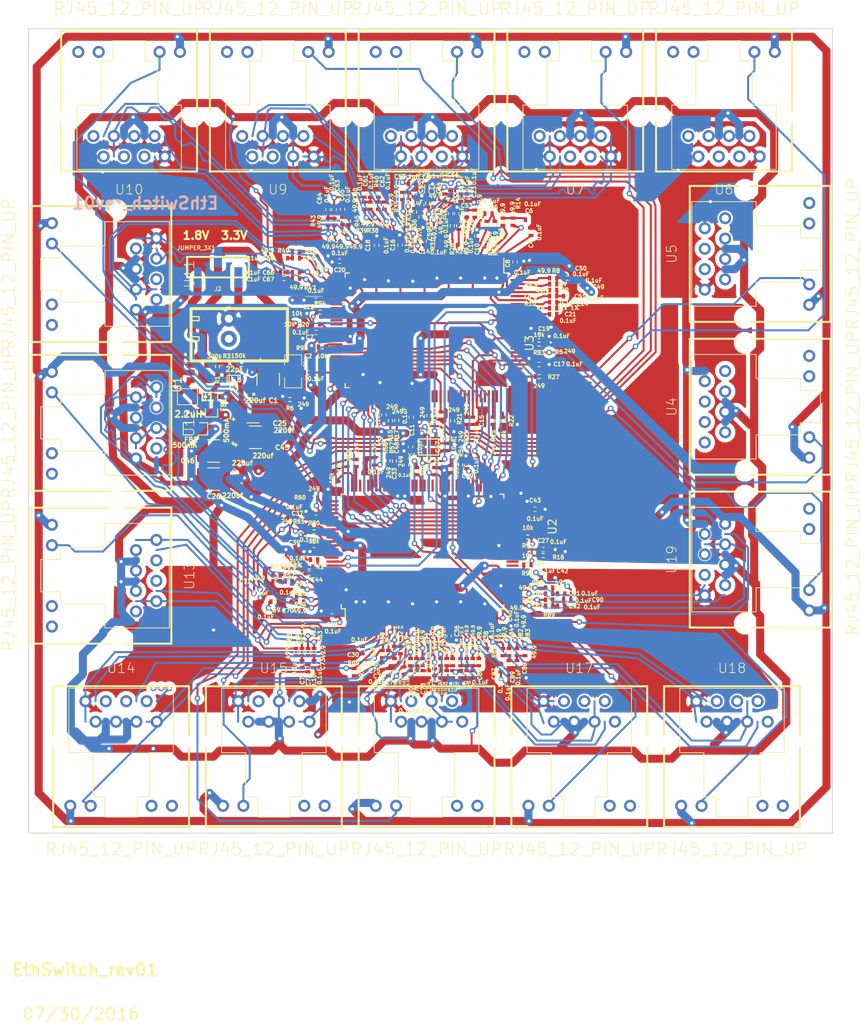
<source format=kicad_pcb>
(kicad_pcb (version 4) (host pcbnew 4.0.2+e4-6225~38~ubuntu14.04.1-stable)
  (layers (0 F.Cu signal) (31 B.Cu signal) (34 B.Paste user) (35 F.Paste user) (36 B.SilkS user) (37 F.SilkS user) (38 B.Mask user) (39 F.Mask user) (44 Edge.Cuts user))
  (net 0 "")
  (net 1 GND)
  (net 2 "Net-(R2-Pad1)")
  (net 3 "Net-(R4-Pad1)")
  (net 4 "Net-(C3-Pad2)")
  (net 5 X1)
  (net 6 "Net-(C50-Pad1)")
  (net 7 "Net-(C51-Pad1)")
  (net 8 "Net-(L1-Pad1)")
  (net 9 "Net-(R5-Pad1)")
  (net 10 GreenLED0)
  (net 11 TXP0)
  (net 12 TXN0)
  (net 13 RXP0)
  (net 14 RXN0)
  (net 15 X2)
  (net 16 VDDIO)
  (net 17 VDDD)
  (net 18 VDDA)
  (net 19 AGND)
  (net 20 "Net-(C5-Pad1)")
  (net 21 "Net-(C6-Pad1)")
  (net 22 TXP1)
  (net 23 TXN1)
  (net 24 RXP1)
  (net 25 RXN1)
  (net 26 GreenLED1)
  (net 27 "Net-(R15-Pad1)")
  (net 28 "Net-(R16-Pad1)")
  (net 29 "Net-(R17-Pad1)")
  (net 30 "Net-(R18-Pad1)")
  (net 31 "Net-(R19-Pad1)")
  (net 32 "Net-(R20-Pad1)")
  (net 33 "Net-(R21-Pad1)")
  (net 34 "Net-(R22-Pad1)")
  (net 35 "Net-(R23-Pad1)")
  (net 36 "Net-(R25-Pad1)")
  (net 37 "Net-(R27-Pad1)")
  (net 38 "Net-(D1-Pad2)")
  (net 39 MRXC)
  (net 40 MRXDV)
  (net 41 MRXD[0])
  (net 42 MRXD[1])
  (net 43 MRXD[2])
  (net 44 MRXD[3])
  (net 45 MCOL)
  (net 46 MTXC)
  (net 47 MTXEN)
  (net 48 MTXD[0])
  (net 49 MTXD[1])
  (net 50 MTXD[2])
  (net 51 MTXD[3])
  (net 52 "Net-(C52-Pad1)")
  (net 53 "Net-(C53-Pad1)")
  (net 54 GreenLED7)
  (net 55 GreenLED6)
  (net 56 GreenLED5)
  (net 57 GreenLED4)
  (net 58 GreenLED3)
  (net 59 TXP2)
  (net 60 GreenLED2)
  (net 61 TXN2)
  (net 62 RXP2)
  (net 63 RXN2)
  (net 64 RXN3)
  (net 65 RXP3)
  (net 66 TXP3)
  (net 67 TXN3)
  (net 68 RXN4)
  (net 69 RXP4)
  (net 70 TXP4)
  (net 71 TXN4)
  (net 72 RXN5)
  (net 73 RXP5)
  (net 74 TXP5)
  (net 75 TXN5)
  (net 76 RXN6)
  (net 77 RXP6)
  (net 78 TXP6)
  (net 79 TXN6)
  (net 80 RXN7)
  (net 81 RXP7)
  (net 82 TXP7)
  (net 83 TXN7)
  (net 84 "Net-(C55-Pad1)")
  (net 85 "Net-(C56-Pad1)")
  (net 86 "Net-(C58-Pad1)")
  (net 87 "Net-(C59-Pad1)")
  (net 88 "Net-(C61-Pad1)")
  (net 89 "Net-(C62-Pad1)")
  (net 90 "Net-(C64-Pad1)")
  (net 91 "Net-(C65-Pad1)")
  (net 92 "Net-(C67-Pad1)")
  (net 93 "Net-(C68-Pad1)")
  (net 94 "Net-(C70-Pad1)")
  (net 95 "Net-(C71-Pad1)")
  (net 96 TXP8)
  (net 97 TXN8)
  (net 98 RXP8)
  (net 99 RXN8)
  (net 100 "Net-(R54-Pad1)")
  (net 101 "Net-(R55-Pad1)")
  (net 102 "Net-(R56-Pad1)")
  (net 103 "Net-(R57-Pad1)")
  (net 104 "Net-(R58-Pad1)")
  (net 105 "Net-(R59-Pad1)")
  (net 106 "Net-(R60-Pad1)")
  (net 107 "Net-(R61-Pad1)")
  (net 108 GreenLED8)
  (net 109 "Net-(C73-Pad1)")
  (net 110 "Net-(C74-Pad1)")
  (net 111 GreenLED12)
  (net 112 GreenLED11)
  (net 113 GreenLED10)
  (net 114 GreenLED9)
  (net 115 TXP9)
  (net 116 TXN9)
  (net 117 RXP9)
  (net 118 RXN9)
  (net 119 RXN10)
  (net 120 RXP10)
  (net 121 TXP10)
  (net 122 TXN10)
  (net 123 RXN11)
  (net 124 RXP11)
  (net 125 TXP11)
  (net 126 TXN11)
  (net 127 RXN12)
  (net 128 RXP12)
  (net 129 TXP12)
  (net 130 TXN12)
  (net 131 "Net-(C76-Pad1)")
  (net 132 "Net-(C77-Pad1)")
  (net 133 "Net-(C79-Pad1)")
  (net 134 "Net-(C80-Pad1)")
  (net 135 "Net-(C82-Pad1)")
  (net 136 "Net-(C83-Pad1)")
  (net 137 "Net-(C85-Pad1)")
  (net 138 "Net-(C86-Pad1)")
  (net 139 GreenLED15)
  (net 140 GreenLED14)
  (net 141 GreenLED13)
  (net 142 TXP13)
  (net 143 TXN13)
  (net 144 RXP13)
  (net 145 RXN13)
  (net 146 RXN14)
  (net 147 RXP14)
  (net 148 TXP14)
  (net 149 TXN14)
  (net 150 RXN15)
  (net 151 RXP15)
  (net 152 TXP15)
  (net 153 TXN15)
  (net 154 "Net-(C88-Pad1)")
  (net 155 "Net-(C89-Pad1)")
  (net 156 "Net-(C91-Pad1)")
  (net 157 "Net-(C92-Pad1)")
  (net 158 "Net-(R91-Pad2)")
  (net 159 "Net-(R92-Pad2)")
  (net 160 "Net-(R94-Pad2)")
  (net 161 "Net-(R95-Pad2)")
  (net 162 "Net-(R93-Pad2)")
  (net 163 +3.3V)
  (net 164 "Net-(R90-Pad2)")
  (module ted_capacitors:TED_SM0402_C (layer F.Cu) (at 117.775 83.525 180)
    (fp_text reference C68 (at 1.95 0 180) (layer F.SilkS) (effects (font (size 0.5 0.5) (thickness 0.125))))
    (fp_text value 0.1uF (at 3.85 0 180) (layer F.SilkS) (effects (font (size 0.5 0.5) (thickness 0.125))))
    (pad 1 smd rect (at -0.45 0 180) (size 0.4 0.6) (layers F.Cu F.Paste F.Mask) (net 93 "Net-(C68-Pad1)"))
    (pad 2 smd rect (at 0.45 0 180) (size 0.4 0.6) (layers F.Cu F.Paste F.Mask) (net 19 AGND))
  )
  (module ted_resistors:TED_SM0805_R (layer F.Cu) (at 108.75 101.75 270)
    (fp_text reference FB1 (at 0 -1.5 270) (layer F.SilkS) (effects (font (size 0.6 0.6))))
    (fp_text value 500mA (at 3.2 -1.86 270) (layer F.SilkS) (effects (font (size 0.6 0.6))))
    (pad 1 smd rect (at -0.9525 0 270) (size 0.889 1.397) (layers F.Cu F.Paste F.Mask) (net 17 VDDD))
    (pad 2 smd rect (at 0.9525 0 270) (size 0.889 1.397) (layers F.Cu F.Paste F.Mask) (net 18 VDDA))
  )
  (module ted_holes:TED_Hole_3mm (layer F.Cu) (at 90 134)
    (fp_text reference H1 hide)
    (fp_text value HOLE hide)
    (pad "" np_thru_hole circle (at 0 0) (size 3 3) (drill 3) (layers *.Cu *.Mask F.SilkS))
  )
  (module ted_holes:TED_Hole_3mm (layer F.Cu) (at 90 75)
    (fp_text reference H2 hide)
    (fp_text value HOLE hide)
    (pad "" np_thru_hole circle (at 0 0) (size 3 3) (drill 3) (layers *.Cu *.Mask F.SilkS))
  )
  (module ted_holes:TED_Hole_3mm (layer F.Cu) (at 181 133)
    (fp_text reference H3 hide)
    (fp_text value HOLE hide)
    (pad "" np_thru_hole circle (at 0 0) (size 3 3) (drill 3) (layers *.Cu *.Mask F.SilkS))
  )
  (module ted_holes:TED_Hole_3mm (layer F.Cu) (at 183 59)
    (fp_text reference H4 hide)
    (fp_text value HOLE hide)
    (pad "" np_thru_hole circle (at 0 0) (size 3 3) (drill 3) (layers *.Cu *.Mask F.SilkS))
  )
  (module ted_crystals:TED_crystal_FA-20H (layer F.Cu) (at 135.75 107)
    (fp_text reference X1 (at -2.05 1.1) (layer F.SilkS) (effects (font (size 0.6 0.6) (thickness 0.1))))
    (fp_text value 25Mhz (at 2.35 -1.1) (layer F.SilkS) (effects (font (size 0.5 0.5) (thickness 0.1))))
    (pad 1 smd rect (at -0.85 0.7) (size 1.2 1.1) (layers F.Cu F.Paste F.Mask) (net 5 X1))
    (pad 2 smd rect (at 0.85 0.7) (size 1.2 1.1) (layers F.Cu F.Paste F.Mask) (net 1 GND))
    (pad 4 smd rect (at -0.85 -0.7) (size 1.2 1.1) (layers F.Cu F.Paste F.Mask) (net 1 GND))
    (pad 3 smd rect (at 0.85 -0.7) (size 1.2 1.1) (layers F.Cu F.Paste F.Mask) (net 15 X2))
  )
  (module ted_resistors:TED_SM0805_R (layer F.Cu) (at 106.75 104.75)
    (fp_text reference FB2 (at -0.54 1.36) (layer F.SilkS) (effects (font (size 0.6 0.6))))
    (fp_text value 500mA (at -1.33 2.04) (layer F.SilkS) (effects (font (size 0.6 0.6))))
    (pad 1 smd rect (at -0.9525 0) (size 0.889 1.397) (layers F.Cu F.Paste F.Mask) (net 1 GND))
    (pad 2 smd rect (at 0.9525 0) (size 0.889 1.397) (layers F.Cu F.Paste F.Mask) (net 19 AGND))
  )
  (module ted_ICs:TSOT25 (layer F.Cu) (at 107.25 97.75 270)
    (fp_text reference U1 (at 1.5 2.75 270) (layer F.SilkS))
    (fp_text value AP3429/A)
    (pad 1 smd rect (at -0.95 1.1 270) (size 0.7 1) (layers F.Cu F.Paste F.Mask) (net 16 VDDIO))
    (pad 2 smd rect (at 0 1.1 270) (size 0.7 1) (layers F.Cu F.Paste F.Mask) (net 1 GND))
    (pad 3 smd rect (at 0.95 1.1 270) (size 0.7 1) (layers F.Cu F.Paste F.Mask) (net 8 "Net-(L1-Pad1)"))
    (pad 4 smd rect (at 0.95 -1.1 270) (size 0.7 1) (layers F.Cu F.Paste F.Mask) (net 16 VDDIO))
    (pad 5 smd rect (at -0.94996 -1.1 270) (size 0.7 1) (layers F.Cu F.Paste F.Mask) (net 4 "Net-(C3-Pad2)"))
  )
  (module ted_inductors:TED_INDUCTOR_SMD2520 (layer F.Cu) (at 105.75 100.75)
    (fp_text reference L1 (at 2.5 0) (layer F.SilkS) (effects (font (thickness 0.25))))
    (fp_text value 2.2uH (at 0.14 2.17) (layer F.SilkS) (effects (font (size 0.8 0.8) (thickness 0.2))))
    (pad 2 smd rect (at 1 0) (size 0.8 2) (layers F.Cu F.Paste F.Mask) (net 17 VDDD))
    (pad 1 smd rect (at -1 0) (size 0.8 2) (layers F.Cu F.Paste F.Mask) (net 8 "Net-(L1-Pad1)"))
  )
  (module ted_ICs:LQFP-128_14x20mm_Pitch0.5mm (layer F.Cu) (at 135.5 92.5 270)
    (fp_text reference U3 (at 1.6 -12.8 270) (layer F.SilkS))
    (fp_text value RTL830SB_PQFP)
    (pad 1 smd rect (at -8.2 -9.25 270) (size 1.5 0.28) (layers F.Cu F.Paste F.Mask) (net 18 VDDA))
    (pad 2 smd rect (at -8.2 -8.75 270) (size 1.5 0.28) (layers F.Cu F.Paste F.Mask) (net 19 AGND))
    (pad 3 smd rect (at -8.2 -8.25 270) (size 1.5 0.28) (layers F.Cu F.Paste F.Mask) (net 25 RXN1))
    (pad 4 smd rect (at -8.2 -7.75 270) (size 1.5 0.28) (layers F.Cu F.Paste F.Mask) (net 24 RXP1))
    (pad 5 smd rect (at -8.2 -7.25 270) (size 1.5 0.28) (layers F.Cu F.Paste F.Mask) (net 19 AGND))
    (pad 6 smd rect (at -8.2 -6.75 270) (size 1.5 0.28) (layers F.Cu F.Paste F.Mask) (net 22 TXP1))
    (pad 7 smd rect (at -8.2 -6.25 270) (size 1.5 0.28) (layers F.Cu F.Paste F.Mask) (net 23 TXN1))
    (pad 8 smd rect (at -8.2 -5.75 270) (size 1.5 0.28) (layers F.Cu F.Paste F.Mask) (net 18 VDDA))
    (pad 9 smd rect (at -8.2 -5.25 270) (size 1.5 0.28) (layers F.Cu F.Paste F.Mask) (net 63 RXN2))
    (pad 10 smd rect (at -8.2 -4.75 270) (size 1.5 0.28) (layers F.Cu F.Paste F.Mask) (net 62 RXP2))
    (pad 11 smd rect (at -8.2 -4.25 270) (size 1.5 0.28) (layers F.Cu F.Paste F.Mask) (net 19 AGND))
    (pad 12 smd rect (at -8.2 -3.75 270) (size 1.5 0.28) (layers F.Cu F.Paste F.Mask) (net 59 TXP2))
    (pad 13 smd rect (at -8.2 -3.25 270) (size 1.5 0.28) (layers F.Cu F.Paste F.Mask) (net 61 TXN2))
    (pad 14 smd rect (at -8.2 -2.75 270) (size 1.5 0.28) (layers F.Cu F.Paste F.Mask) (net 18 VDDA))
    (pad 15 smd rect (at -8.2 -2.25 270) (size 1.5 0.28) (layers F.Cu F.Paste F.Mask) (net 64 RXN3))
    (pad 16 smd rect (at -8.2 -1.75 270) (size 1.5 0.28) (layers F.Cu F.Paste F.Mask) (net 65 RXP3))
    (pad 17 smd rect (at -8.2 -1.25 270) (size 1.5 0.28) (layers F.Cu F.Paste F.Mask) (net 19 AGND))
    (pad 18 smd rect (at -8.2 -0.75 270) (size 1.5 0.28) (layers F.Cu F.Paste F.Mask) (net 66 TXP3))
    (pad 19 smd rect (at -8.2 -0.25 270) (size 1.5 0.28) (layers F.Cu F.Paste F.Mask) (net 67 TXN3))
    (pad 20 smd rect (at -8.2 0.25 270) (size 1.5 0.28) (layers F.Cu F.Paste F.Mask) (net 18 VDDA))
    (pad 21 smd rect (at -8.2 0.75 270) (size 1.5 0.28) (layers F.Cu F.Paste F.Mask) (net 68 RXN4))
    (pad 22 smd rect (at -8.2 1.25 270) (size 1.5 0.28) (layers F.Cu F.Paste F.Mask) (net 69 RXP4))
    (pad 23 smd rect (at -8.2 1.75 270) (size 1.5 0.28) (layers F.Cu F.Paste F.Mask) (net 19 AGND))
    (pad 24 smd rect (at -8.2 2.25 270) (size 1.5 0.28) (layers F.Cu F.Paste F.Mask) (net 70 TXP4))
    (pad 25 smd rect (at -8.2 2.75 270) (size 1.5 0.28) (layers F.Cu F.Paste F.Mask) (net 71 TXN4))
    (pad 26 smd rect (at -8.2 3.25 270) (size 1.5 0.28) (layers F.Cu F.Paste F.Mask) (net 18 VDDA))
    (pad 27 smd rect (at -8.2 3.75 270) (size 1.5 0.28) (layers F.Cu F.Paste F.Mask) (net 72 RXN5))
    (pad 28 smd rect (at -8.2 4.25 270) (size 1.5 0.28) (layers F.Cu F.Paste F.Mask) (net 73 RXP5))
    (pad 29 smd rect (at -8.2 4.75 270) (size 1.5 0.28) (layers F.Cu F.Paste F.Mask) (net 19 AGND))
    (pad 30 smd rect (at -8.2 5.25 270) (size 1.5 0.28) (layers F.Cu F.Paste F.Mask) (net 74 TXP5))
    (pad 31 smd rect (at -8.2 5.75 270) (size 1.5 0.28) (layers F.Cu F.Paste F.Mask) (net 75 TXN5))
    (pad 32 smd rect (at -8.2 6.25 270) (size 1.5 0.28) (layers F.Cu F.Paste F.Mask) (net 18 VDDA))
    (pad 33 smd rect (at -8.2 6.75 270) (size 1.5 0.28) (layers F.Cu F.Paste F.Mask) (net 76 RXN6))
    (pad 34 smd rect (at -8.2 7.25 270) (size 1.5 0.28) (layers F.Cu F.Paste F.Mask) (net 77 RXP6))
    (pad 35 smd rect (at -8.2 7.75 270) (size 1.5 0.28) (layers F.Cu F.Paste F.Mask) (net 19 AGND))
    (pad 36 smd rect (at -8.2 8.25 270) (size 1.5 0.28) (layers F.Cu F.Paste F.Mask) (net 78 TXP6))
    (pad 37 smd rect (at -8.2 8.75 270) (size 1.5 0.28) (layers F.Cu F.Paste F.Mask) (net 79 TXN6))
    (pad 38 smd rect (at -8.2 9.25 270) (size 1.5 0.28) (layers F.Cu F.Paste F.Mask) (net 18 VDDA))
    (pad 39 smd rect (at -6.25 11.2) (size 1.5 0.28) (layers F.Cu F.Paste F.Mask) (net 80 RXN7))
    (pad 40 smd rect (at -5.75 11.2) (size 1.5 0.28) (layers F.Cu F.Paste F.Mask) (net 81 RXP7))
    (pad 41 smd rect (at -5.25 11.2) (size 1.5 0.28) (layers F.Cu F.Paste F.Mask) (net 19 AGND))
    (pad 42 smd rect (at -4.75 11.2) (size 1.5 0.28) (layers F.Cu F.Paste F.Mask) (net 82 TXP7))
    (pad 43 smd rect (at -4.25 11.2) (size 1.5 0.28) (layers F.Cu F.Paste F.Mask) (net 83 TXN7))
    (pad 44 smd rect (at -3.75 11.2) (size 1.5 0.28) (layers F.Cu F.Paste F.Mask) (net 18 VDDA))
    (pad 45 smd rect (at -3.25 11.2) (size 1.5 0.28) (layers F.Cu F.Paste F.Mask))
    (pad 46 smd rect (at -2.75 11.2) (size 1.5 0.28) (layers F.Cu F.Paste F.Mask))
    (pad 47 smd rect (at -2.25 11.2) (size 1.5 0.28) (layers F.Cu F.Paste F.Mask) (net 160 "Net-(R94-Pad2)"))
    (pad 48 smd rect (at -1.75 11.2) (size 1.5 0.28) (layers F.Cu F.Paste F.Mask))
    (pad 49 smd rect (at -1.25 11.2) (size 1.5 0.28) (layers F.Cu F.Paste F.Mask))
    (pad 50 smd rect (at -0.75 11.2) (size 1.5 0.28) (layers F.Cu F.Paste F.Mask))
    (pad 51 smd rect (at -0.25 11.2) (size 1.5 0.28) (layers F.Cu F.Paste F.Mask) (net 32 "Net-(R20-Pad1)"))
    (pad 52 smd rect (at 0.25 11.2) (size 1.5 0.28) (layers F.Cu F.Paste F.Mask) (net 17 VDDD))
    (pad 53 smd rect (at 0.75 11.2) (size 1.5 0.28) (layers F.Cu F.Paste F.Mask) (net 1 GND))
    (pad 54 smd rect (at 1.25 11.2) (size 1.5 0.28) (layers F.Cu F.Paste F.Mask))
    (pad 55 smd rect (at 1.75 11.2) (size 1.5 0.28) (layers F.Cu F.Paste F.Mask) (net 161 "Net-(R95-Pad2)"))
    (pad 56 smd rect (at 2.25 11.2) (size 1.5 0.28) (layers F.Cu F.Paste F.Mask) (net 46 MTXC))
    (pad 57 smd rect (at 2.75 11.2) (size 1.5 0.28) (layers F.Cu F.Paste F.Mask) (net 47 MTXEN))
    (pad 58 smd rect (at 3.25 11.2) (size 1.5 0.28) (layers F.Cu F.Paste F.Mask) (net 48 MTXD[0]))
    (pad 59 smd rect (at 3.75 11.2) (size 1.5 0.28) (layers F.Cu F.Paste F.Mask) (net 49 MTXD[1]))
    (pad 60 smd rect (at 4.25 11.2) (size 1.5 0.28) (layers F.Cu F.Paste F.Mask) (net 50 MTXD[2]))
    (pad 61 smd rect (at 4.75 11.2) (size 1.5 0.28) (layers F.Cu F.Paste F.Mask) (net 51 MTXD[3]))
    (pad 62 smd rect (at 5.25 11.2) (size 1.5 0.28) (layers F.Cu F.Paste F.Mask) (net 16 VDDIO))
    (pad 63 smd rect (at 5.75 11.2) (size 1.5 0.28) (layers F.Cu F.Paste F.Mask) (net 1 GND))
    (pad 64 smd rect (at 6.25 11.2) (size 1.5 0.28) (layers F.Cu F.Paste F.Mask) (net 45 MCOL))
    (pad 65 smd rect (at 8.2 9.25 270) (size 1.5 0.28) (layers F.Cu F.Paste F.Mask) (net 39 MRXC))
    (pad 66 smd rect (at 8.2 8.75 270) (size 1.5 0.28) (layers F.Cu F.Paste F.Mask) (net 40 MRXDV))
    (pad 67 smd rect (at 8.2 8.25 270) (size 1.5 0.28) (layers F.Cu F.Paste F.Mask) (net 41 MRXD[0]))
    (pad 68 smd rect (at 8.2 7.75 270) (size 1.5 0.28) (layers F.Cu F.Paste F.Mask) (net 42 MRXD[1]))
    (pad 69 smd rect (at 8.2 7.25 270) (size 1.5 0.28) (layers F.Cu F.Paste F.Mask) (net 43 MRXD[2]))
    (pad 70 smd rect (at 8.2 6.75 270) (size 1.5 0.28) (layers F.Cu F.Paste F.Mask) (net 44 MRXD[3]))
    (pad 71 smd rect (at 8.2 6.25 270) (size 1.5 0.28) (layers F.Cu F.Paste F.Mask) (net 17 VDDD))
    (pad 72 smd rect (at 8.2 5.75 270) (size 1.5 0.28) (layers F.Cu F.Paste F.Mask) (net 1 GND))
    (pad 73 smd rect (at 8.2 5.25 270) (size 1.5 0.28) (layers F.Cu F.Paste F.Mask))
    (pad 74 smd rect (at 8.2 4.75 270) (size 1.5 0.28) (layers F.Cu F.Paste F.Mask) (net 27 "Net-(R15-Pad1)"))
    (pad 75 smd rect (at 8.2 4.25 270) (size 1.5 0.28) (layers F.Cu F.Paste F.Mask))
    (pad 76 smd rect (at 8.2 3.75 270) (size 1.5 0.28) (layers F.Cu F.Paste F.Mask))
    (pad 77 smd rect (at 8.2 3.25 270) (size 1.5 0.28) (layers F.Cu F.Paste F.Mask))
    (pad 78 smd rect (at 8.2 2.75 270) (size 1.5 0.28) (layers F.Cu F.Paste F.Mask) (net 29 "Net-(R17-Pad1)"))
    (pad 79 smd rect (at 8.2 2.25 270) (size 1.5 0.28) (layers F.Cu F.Paste F.Mask) (net 17 VDDD))
    (pad 80 smd rect (at 8.2 1.75 270) (size 1.5 0.28) (layers F.Cu F.Paste F.Mask) (net 1 GND))
    (pad 81 smd rect (at 8.2 1.25 270) (size 1.5 0.28) (layers F.Cu F.Paste F.Mask))
    (pad 82 smd rect (at 8.2 0.75 270) (size 1.5 0.28) (layers F.Cu F.Paste F.Mask))
    (pad 83 smd rect (at 8.2 0.25 270) (size 1.5 0.28) (layers F.Cu F.Paste F.Mask))
    (pad 84 smd rect (at 8.2 -0.25 270) (size 1.5 0.28) (layers F.Cu F.Paste F.Mask) (net 31 "Net-(R19-Pad1)"))
    (pad 85 smd rect (at 8.2 -0.75 270) (size 1.5 0.28) (layers F.Cu F.Paste F.Mask))
    (pad 86 smd rect (at 8.2 -1.25 270) (size 1.5 0.28) (layers F.Cu F.Paste F.Mask))
    (pad 87 smd rect (at 8.2 -1.75 270) (size 1.5 0.28) (layers F.Cu F.Paste F.Mask) (net 17 VDDD))
    (pad 88 smd rect (at 8.2 -2.25 270) (size 1.5 0.28) (layers F.Cu F.Paste F.Mask) (net 1 GND))
    (pad 89 smd rect (at 8.2 -2.75 270) (size 1.5 0.28) (layers F.Cu F.Paste F.Mask))
    (pad 90 smd rect (at 8.2 -3.25 270) (size 1.5 0.28) (layers F.Cu F.Paste F.Mask) (net 33 "Net-(R21-Pad1)"))
    (pad 91 smd rect (at 8.2 -3.75 270) (size 1.5 0.28) (layers F.Cu F.Paste F.Mask))
    (pad 92 smd rect (at 8.2 -4.25 270) (size 1.5 0.28) (layers F.Cu F.Paste F.Mask))
    (pad 93 smd rect (at 8.2 -4.75 270) (size 1.5 0.28) (layers F.Cu F.Paste F.Mask))
    (pad 94 smd rect (at 8.2 -5.25 270) (size 1.5 0.28) (layers F.Cu F.Paste F.Mask) (net 35 "Net-(R23-Pad1)"))
    (pad 95 smd rect (at 8.2 -5.75 270) (size 1.5 0.28) (layers F.Cu F.Paste F.Mask) (net 17 VDDD))
    (pad 96 smd rect (at 8.2 -6.25 270) (size 1.5 0.28) (layers F.Cu F.Paste F.Mask) (net 1 GND))
    (pad 97 smd rect (at 8.2 -6.75 270) (size 1.5 0.28) (layers F.Cu F.Paste F.Mask))
    (pad 98 smd rect (at 8.2 -7.25 270) (size 1.5 0.28) (layers F.Cu F.Paste F.Mask))
    (pad 99 smd rect (at 8.2 -7.75 270) (size 1.5 0.28) (layers F.Cu F.Paste F.Mask))
    (pad 100 smd rect (at 8.2 -8.25 270) (size 1.5 0.28) (layers F.Cu F.Paste F.Mask) (net 36 "Net-(R25-Pad1)"))
    (pad 101 smd rect (at 8.2 -8.75 270) (size 1.5 0.28) (layers F.Cu F.Paste F.Mask))
    (pad 102 smd rect (at 8.2 -9.25 270) (size 1.5 0.28) (layers F.Cu F.Paste F.Mask) (net 34 "Net-(R22-Pad1)"))
    (pad 103 smd rect (at 6.25 -11.2) (size 1.5 0.28) (layers F.Cu F.Paste F.Mask))
    (pad 104 smd rect (at 5.75 -11.2) (size 1.5 0.28) (layers F.Cu F.Paste F.Mask) (net 37 "Net-(R27-Pad1)"))
    (pad 105 smd rect (at 5.25 -11.2) (size 1.5 0.28) (layers F.Cu F.Paste F.Mask))
    (pad 106 smd rect (at 4.75 -11.2) (size 1.5 0.28) (layers F.Cu F.Paste F.Mask))
    (pad 107 smd rect (at 4.25 -11.2) (size 1.5 0.28) (layers F.Cu F.Paste F.Mask) (net 17 VDDD))
    (pad 108 smd rect (at 3.75 -11.2) (size 1.5 0.28) (layers F.Cu F.Paste F.Mask) (net 1 GND))
    (pad 109 smd rect (at 3.25 -11.2) (size 1.5 0.28) (layers F.Cu F.Paste F.Mask))
    (pad 110 smd rect (at 2.75 -11.2) (size 1.5 0.28) (layers F.Cu F.Paste F.Mask) (net 9 "Net-(R5-Pad1)"))
    (pad 111 smd rect (at 2.25 -11.2) (size 1.5 0.28) (layers F.Cu F.Paste F.Mask))
    (pad 112 smd rect (at 1.75 -11.2) (size 1.5 0.28) (layers F.Cu F.Paste F.Mask))
    (pad 113 smd rect (at 1.25 -11.2) (size 1.5 0.28) (layers F.Cu F.Paste F.Mask) (net 162 "Net-(R93-Pad2)"))
    (pad 114 smd rect (at 0.75 -11.2) (size 1.5 0.28) (layers F.Cu F.Paste F.Mask) (net 17 VDDD))
    (pad 115 smd rect (at 0.25 -11.2) (size 1.5 0.28) (layers F.Cu F.Paste F.Mask) (net 1 GND))
    (pad 116 smd rect (at -0.25 -11.2) (size 1.5 0.28) (layers F.Cu F.Paste F.Mask))
    (pad 117 smd rect (at -0.75 -11.2) (size 1.5 0.28) (layers F.Cu F.Paste F.Mask) (net 1 GND))
    (pad 118 smd rect (at -1.25 -11.2) (size 1.5 0.28) (layers F.Cu F.Paste F.Mask) (net 5 X1))
    (pad 119 smd rect (at -1.75 -11.2) (size 1.5 0.28) (layers F.Cu F.Paste F.Mask) (net 15 X2))
    (pad 120 smd rect (at -2.25 -11.2) (size 1.5 0.28) (layers F.Cu F.Paste F.Mask) (net 18 VDDA))
    (pad 121 smd rect (at -2.75 -11.2) (size 1.5 0.28) (layers F.Cu F.Paste F.Mask))
    (pad 122 smd rect (at -3.25 -11.2) (size 1.5 0.28) (layers F.Cu F.Paste F.Mask) (net 3 "Net-(R4-Pad1)"))
    (pad 123 smd rect (at -3.75 -11.2) (size 1.5 0.28) (layers F.Cu F.Paste F.Mask) (net 18 VDDA))
    (pad 124 smd rect (at -4.25 -11.2) (size 1.5 0.28) (layers F.Cu F.Paste F.Mask) (net 14 RXN0))
    (pad 125 smd rect (at -4.75 -11.2) (size 1.5 0.28) (layers F.Cu F.Paste F.Mask) (net 13 RXP0))
    (pad 126 smd rect (at -5.25 -11.2) (size 1.5 0.28) (layers F.Cu F.Paste F.Mask) (net 19 AGND))
    (pad 127 smd rect (at -5.75 -11.2) (size 1.5 0.28) (layers F.Cu F.Paste F.Mask) (net 11 TXP0))
    (pad 128 smd rect (at -6.25 -11.2) (size 1.5 0.28) (layers F.Cu F.Paste F.Mask) (net 12 TXN0))
  )
  (module ted_ICs:LQFP-128_14x20mm_Pitch0.5mm (layer F.Cu) (at 135 120 90)
    (fp_text reference U2 (at 3.1 16.16 90) (layer F.SilkS))
    (fp_text value RTL830SB_PQFP)
    (pad 1 smd rect (at -8.2 -9.25 90) (size 1.5 0.28) (layers F.Cu F.Paste F.Mask) (net 18 VDDA))
    (pad 2 smd rect (at -8.2 -8.75 90) (size 1.5 0.28) (layers F.Cu F.Paste F.Mask) (net 19 AGND))
    (pad 3 smd rect (at -8.2 -8.25 90) (size 1.5 0.28) (layers F.Cu F.Paste F.Mask) (net 118 RXN9))
    (pad 4 smd rect (at -8.2 -7.75 90) (size 1.5 0.28) (layers F.Cu F.Paste F.Mask) (net 117 RXP9))
    (pad 5 smd rect (at -8.2 -7.25 90) (size 1.5 0.28) (layers F.Cu F.Paste F.Mask) (net 19 AGND))
    (pad 6 smd rect (at -8.2 -6.75 90) (size 1.5 0.28) (layers F.Cu F.Paste F.Mask) (net 115 TXP9))
    (pad 7 smd rect (at -8.2 -6.25 90) (size 1.5 0.28) (layers F.Cu F.Paste F.Mask) (net 116 TXN9))
    (pad 8 smd rect (at -8.2 -5.75 90) (size 1.5 0.28) (layers F.Cu F.Paste F.Mask) (net 18 VDDA))
    (pad 9 smd rect (at -8.2 -5.25 90) (size 1.5 0.28) (layers F.Cu F.Paste F.Mask) (net 119 RXN10))
    (pad 10 smd rect (at -8.2 -4.75 90) (size 1.5 0.28) (layers F.Cu F.Paste F.Mask) (net 120 RXP10))
    (pad 11 smd rect (at -8.2 -4.25 90) (size 1.5 0.28) (layers F.Cu F.Paste F.Mask) (net 19 AGND))
    (pad 12 smd rect (at -8.2 -3.75 90) (size 1.5 0.28) (layers F.Cu F.Paste F.Mask) (net 121 TXP10))
    (pad 13 smd rect (at -8.2 -3.25 90) (size 1.5 0.28) (layers F.Cu F.Paste F.Mask) (net 122 TXN10))
    (pad 14 smd rect (at -8.2 -2.75 90) (size 1.5 0.28) (layers F.Cu F.Paste F.Mask) (net 18 VDDA))
    (pad 15 smd rect (at -8.2 -2.25 90) (size 1.5 0.28) (layers F.Cu F.Paste F.Mask) (net 123 RXN11))
    (pad 16 smd rect (at -8.2 -1.75 90) (size 1.5 0.28) (layers F.Cu F.Paste F.Mask) (net 124 RXP11))
    (pad 17 smd rect (at -8.2 -1.25 90) (size 1.5 0.28) (layers F.Cu F.Paste F.Mask) (net 19 AGND))
    (pad 18 smd rect (at -8.2 -0.75 90) (size 1.5 0.28) (layers F.Cu F.Paste F.Mask) (net 125 TXP11))
    (pad 19 smd rect (at -8.2 -0.25 90) (size 1.5 0.28) (layers F.Cu F.Paste F.Mask) (net 126 TXN11))
    (pad 20 smd rect (at -8.2 0.25 90) (size 1.5 0.28) (layers F.Cu F.Paste F.Mask) (net 18 VDDA))
    (pad 21 smd rect (at -8.2 0.75 90) (size 1.5 0.28) (layers F.Cu F.Paste F.Mask) (net 127 RXN12))
    (pad 22 smd rect (at -8.2 1.25 90) (size 1.5 0.28) (layers F.Cu F.Paste F.Mask) (net 128 RXP12))
    (pad 23 smd rect (at -8.2 1.75 90) (size 1.5 0.28) (layers F.Cu F.Paste F.Mask) (net 19 AGND))
    (pad 24 smd rect (at -8.2 2.25 90) (size 1.5 0.28) (layers F.Cu F.Paste F.Mask) (net 129 TXP12))
    (pad 25 smd rect (at -8.2 2.75 90) (size 1.5 0.28) (layers F.Cu F.Paste F.Mask) (net 130 TXN12))
    (pad 26 smd rect (at -8.2 3.25 90) (size 1.5 0.28) (layers F.Cu F.Paste F.Mask) (net 18 VDDA))
    (pad 27 smd rect (at -8.2 3.75 90) (size 1.5 0.28) (layers F.Cu F.Paste F.Mask) (net 145 RXN13))
    (pad 28 smd rect (at -8.2 4.25 90) (size 1.5 0.28) (layers F.Cu F.Paste F.Mask) (net 144 RXP13))
    (pad 29 smd rect (at -8.2 4.75 90) (size 1.5 0.28) (layers F.Cu F.Paste F.Mask) (net 19 AGND))
    (pad 30 smd rect (at -8.2 5.25 90) (size 1.5 0.28) (layers F.Cu F.Paste F.Mask) (net 142 TXP13))
    (pad 31 smd rect (at -8.2 5.75 90) (size 1.5 0.28) (layers F.Cu F.Paste F.Mask) (net 143 TXN13))
    (pad 32 smd rect (at -8.2 6.25 90) (size 1.5 0.28) (layers F.Cu F.Paste F.Mask) (net 18 VDDA))
    (pad 33 smd rect (at -8.2 6.75 90) (size 1.5 0.28) (layers F.Cu F.Paste F.Mask) (net 146 RXN14))
    (pad 34 smd rect (at -8.2 7.25 90) (size 1.5 0.28) (layers F.Cu F.Paste F.Mask) (net 147 RXP14))
    (pad 35 smd rect (at -8.2 7.75 90) (size 1.5 0.28) (layers F.Cu F.Paste F.Mask) (net 19 AGND))
    (pad 36 smd rect (at -8.2 8.25 90) (size 1.5 0.28) (layers F.Cu F.Paste F.Mask) (net 148 TXP14))
    (pad 37 smd rect (at -8.2 8.75 90) (size 1.5 0.28) (layers F.Cu F.Paste F.Mask) (net 149 TXN14))
    (pad 38 smd rect (at -8.2 9.25 90) (size 1.5 0.28) (layers F.Cu F.Paste F.Mask) (net 18 VDDA))
    (pad 39 smd rect (at -6.25 11.2 180) (size 1.5 0.28) (layers F.Cu F.Paste F.Mask) (net 150 RXN15))
    (pad 40 smd rect (at -5.75 11.2 180) (size 1.5 0.28) (layers F.Cu F.Paste F.Mask) (net 151 RXP15))
    (pad 41 smd rect (at -5.25 11.2 180) (size 1.5 0.28) (layers F.Cu F.Paste F.Mask) (net 19 AGND))
    (pad 42 smd rect (at -4.75 11.2 180) (size 1.5 0.28) (layers F.Cu F.Paste F.Mask) (net 152 TXP15))
    (pad 43 smd rect (at -4.25 11.2 180) (size 1.5 0.28) (layers F.Cu F.Paste F.Mask) (net 153 TXN15))
    (pad 44 smd rect (at -3.75 11.2 180) (size 1.5 0.28) (layers F.Cu F.Paste F.Mask) (net 18 VDDA))
    (pad 45 smd rect (at -3.25 11.2 180) (size 1.5 0.28) (layers F.Cu F.Paste F.Mask))
    (pad 46 smd rect (at -2.75 11.2 180) (size 1.5 0.28) (layers F.Cu F.Paste F.Mask))
    (pad 47 smd rect (at -2.25 11.2 180) (size 1.5 0.28) (layers F.Cu F.Paste F.Mask) (net 158 "Net-(R91-Pad2)"))
    (pad 48 smd rect (at -1.75 11.2 180) (size 1.5 0.28) (layers F.Cu F.Paste F.Mask))
    (pad 49 smd rect (at -1.25 11.2 180) (size 1.5 0.28) (layers F.Cu F.Paste F.Mask))
    (pad 50 smd rect (at -0.75 11.2 180) (size 1.5 0.28) (layers F.Cu F.Paste F.Mask))
    (pad 51 smd rect (at -0.25 11.2 180) (size 1.5 0.28) (layers F.Cu F.Paste F.Mask) (net 28 "Net-(R16-Pad1)"))
    (pad 52 smd rect (at 0.25 11.2 180) (size 1.5 0.28) (layers F.Cu F.Paste F.Mask) (net 17 VDDD))
    (pad 53 smd rect (at 0.75 11.2 180) (size 1.5 0.28) (layers F.Cu F.Paste F.Mask) (net 1 GND))
    (pad 54 smd rect (at 1.25 11.2 180) (size 1.5 0.28) (layers F.Cu F.Paste F.Mask))
    (pad 55 smd rect (at 1.75 11.2 180) (size 1.5 0.28) (layers F.Cu F.Paste F.Mask) (net 159 "Net-(R92-Pad2)"))
    (pad 56 smd rect (at 2.25 11.2 180) (size 1.5 0.28) (layers F.Cu F.Paste F.Mask) (net 39 MRXC))
    (pad 57 smd rect (at 2.75 11.2 180) (size 1.5 0.28) (layers F.Cu F.Paste F.Mask) (net 40 MRXDV))
    (pad 58 smd rect (at 3.25 11.2 180) (size 1.5 0.28) (layers F.Cu F.Paste F.Mask) (net 41 MRXD[0]))
    (pad 59 smd rect (at 3.75 11.2 180) (size 1.5 0.28) (layers F.Cu F.Paste F.Mask) (net 42 MRXD[1]))
    (pad 60 smd rect (at 4.25 11.2 180) (size 1.5 0.28) (layers F.Cu F.Paste F.Mask) (net 43 MRXD[2]))
    (pad 61 smd rect (at 4.75 11.2 180) (size 1.5 0.28) (layers F.Cu F.Paste F.Mask) (net 44 MRXD[3]))
    (pad 62 smd rect (at 5.25 11.2 180) (size 1.5 0.28) (layers F.Cu F.Paste F.Mask) (net 16 VDDIO))
    (pad 63 smd rect (at 5.75 11.2 180) (size 1.5 0.28) (layers F.Cu F.Paste F.Mask) (net 1 GND))
    (pad 64 smd rect (at 6.25 11.2 180) (size 1.5 0.28) (layers F.Cu F.Paste F.Mask) (net 45 MCOL))
    (pad 65 smd rect (at 8.2 9.25 90) (size 1.5 0.28) (layers F.Cu F.Paste F.Mask) (net 46 MTXC))
    (pad 66 smd rect (at 8.2 8.75 90) (size 1.5 0.28) (layers F.Cu F.Paste F.Mask) (net 47 MTXEN))
    (pad 67 smd rect (at 8.2 8.25 90) (size 1.5 0.28) (layers F.Cu F.Paste F.Mask) (net 48 MTXD[0]))
    (pad 68 smd rect (at 8.2 7.75 90) (size 1.5 0.28) (layers F.Cu F.Paste F.Mask) (net 49 MTXD[1]))
    (pad 69 smd rect (at 8.2 7.25 90) (size 1.5 0.28) (layers F.Cu F.Paste F.Mask) (net 50 MTXD[2]))
    (pad 70 smd rect (at 8.2 6.75 90) (size 1.5 0.28) (layers F.Cu F.Paste F.Mask) (net 51 MTXD[3]))
    (pad 71 smd rect (at 8.2 6.25 90) (size 1.5 0.28) (layers F.Cu F.Paste F.Mask) (net 17 VDDD))
    (pad 72 smd rect (at 8.2 5.75 90) (size 1.5 0.28) (layers F.Cu F.Paste F.Mask) (net 1 GND))
    (pad 73 smd rect (at 8.2 5.25 90) (size 1.5 0.28) (layers F.Cu F.Paste F.Mask))
    (pad 74 smd rect (at 8.2 4.75 90) (size 1.5 0.28) (layers F.Cu F.Paste F.Mask) (net 100 "Net-(R54-Pad1)"))
    (pad 75 smd rect (at 8.2 4.25 90) (size 1.5 0.28) (layers F.Cu F.Paste F.Mask))
    (pad 76 smd rect (at 8.2 3.75 90) (size 1.5 0.28) (layers F.Cu F.Paste F.Mask))
    (pad 77 smd rect (at 8.2 3.25 90) (size 1.5 0.28) (layers F.Cu F.Paste F.Mask))
    (pad 78 smd rect (at 8.2 2.75 90) (size 1.5 0.28) (layers F.Cu F.Paste F.Mask) (net 101 "Net-(R55-Pad1)"))
    (pad 79 smd rect (at 8.2 2.25 90) (size 1.5 0.28) (layers F.Cu F.Paste F.Mask) (net 17 VDDD))
    (pad 80 smd rect (at 8.2 1.75 90) (size 1.5 0.28) (layers F.Cu F.Paste F.Mask) (net 1 GND))
    (pad 81 smd rect (at 8.2 1.25 90) (size 1.5 0.28) (layers F.Cu F.Paste F.Mask))
    (pad 82 smd rect (at 8.2 0.75 90) (size 1.5 0.28) (layers F.Cu F.Paste F.Mask))
    (pad 83 smd rect (at 8.2 0.25 90) (size 1.5 0.28) (layers F.Cu F.Paste F.Mask))
    (pad 84 smd rect (at 8.2 -0.25 90) (size 1.5 0.28) (layers F.Cu F.Paste F.Mask) (net 102 "Net-(R56-Pad1)"))
    (pad 85 smd rect (at 8.2 -0.75 90) (size 1.5 0.28) (layers F.Cu F.Paste F.Mask))
    (pad 86 smd rect (at 8.2 -1.25 90) (size 1.5 0.28) (layers F.Cu F.Paste F.Mask))
    (pad 87 smd rect (at 8.2 -1.75 90) (size 1.5 0.28) (layers F.Cu F.Paste F.Mask) (net 17 VDDD))
    (pad 88 smd rect (at 8.2 -2.25 90) (size 1.5 0.28) (layers F.Cu F.Paste F.Mask) (net 1 GND))
    (pad 89 smd rect (at 8.2 -2.75 90) (size 1.5 0.28) (layers F.Cu F.Paste F.Mask))
    (pad 90 smd rect (at 8.2 -3.25 90) (size 1.5 0.28) (layers F.Cu F.Paste F.Mask) (net 103 "Net-(R57-Pad1)"))
    (pad 91 smd rect (at 8.2 -3.75 90) (size 1.5 0.28) (layers F.Cu F.Paste F.Mask))
    (pad 92 smd rect (at 8.2 -4.25 90) (size 1.5 0.28) (layers F.Cu F.Paste F.Mask))
    (pad 93 smd rect (at 8.2 -4.75 90) (size 1.5 0.28) (layers F.Cu F.Paste F.Mask))
    (pad 94 smd rect (at 8.2 -5.25 90) (size 1.5 0.28) (layers F.Cu F.Paste F.Mask) (net 104 "Net-(R58-Pad1)"))
    (pad 95 smd rect (at 8.2 -5.75 90) (size 1.5 0.28) (layers F.Cu F.Paste F.Mask) (net 17 VDDD))
    (pad 96 smd rect (at 8.2 -6.25 90) (size 1.5 0.28) (layers F.Cu F.Paste F.Mask) (net 1 GND))
    (pad 97 smd rect (at 8.2 -6.75 90) (size 1.5 0.28) (layers F.Cu F.Paste F.Mask))
    (pad 98 smd rect (at 8.2 -7.25 90) (size 1.5 0.28) (layers F.Cu F.Paste F.Mask))
    (pad 99 smd rect (at 8.2 -7.75 90) (size 1.5 0.28) (layers F.Cu F.Paste F.Mask))
    (pad 100 smd rect (at 8.2 -8.25 90) (size 1.5 0.28) (layers F.Cu F.Paste F.Mask) (net 105 "Net-(R59-Pad1)"))
    (pad 101 smd rect (at 8.2 -8.75 90) (size 1.5 0.28) (layers F.Cu F.Paste F.Mask) (net 30 "Net-(R18-Pad1)"))
    (pad 102 smd rect (at 8.2 -9.25 90) (size 1.5 0.28) (layers F.Cu F.Paste F.Mask))
    (pad 103 smd rect (at 6.25 -11.2 180) (size 1.5 0.28) (layers F.Cu F.Paste F.Mask))
    (pad 104 smd rect (at 5.75 -11.2 180) (size 1.5 0.28) (layers F.Cu F.Paste F.Mask) (net 106 "Net-(R60-Pad1)"))
    (pad 105 smd rect (at 5.25 -11.2 180) (size 1.5 0.28) (layers F.Cu F.Paste F.Mask))
    (pad 106 smd rect (at 4.75 -11.2 180) (size 1.5 0.28) (layers F.Cu F.Paste F.Mask))
    (pad 107 smd rect (at 4.25 -11.2 180) (size 1.5 0.28) (layers F.Cu F.Paste F.Mask) (net 17 VDDD))
    (pad 108 smd rect (at 3.75 -11.2 180) (size 1.5 0.28) (layers F.Cu F.Paste F.Mask) (net 1 GND))
    (pad 109 smd rect (at 3.25 -11.2 180) (size 1.5 0.28) (layers F.Cu F.Paste F.Mask))
    (pad 110 smd rect (at 2.75 -11.2 180) (size 1.5 0.28) (layers F.Cu F.Paste F.Mask) (net 107 "Net-(R61-Pad1)"))
    (pad 111 smd rect (at 2.25 -11.2 180) (size 1.5 0.28) (layers F.Cu F.Paste F.Mask))
    (pad 112 smd rect (at 1.75 -11.2 180) (size 1.5 0.28) (layers F.Cu F.Paste F.Mask))
    (pad 113 smd rect (at 1.25 -11.2 180) (size 1.5 0.28) (layers F.Cu F.Paste F.Mask) (net 164 "Net-(R90-Pad2)"))
    (pad 114 smd rect (at 0.75 -11.2 180) (size 1.5 0.28) (layers F.Cu F.Paste F.Mask) (net 17 VDDD))
    (pad 115 smd rect (at 0.25 -11.2 180) (size 1.5 0.28) (layers F.Cu F.Paste F.Mask) (net 1 GND))
    (pad 116 smd rect (at -0.25 -11.2 180) (size 1.5 0.28) (layers F.Cu F.Paste F.Mask))
    (pad 117 smd rect (at -0.75 -11.2 180) (size 1.5 0.28) (layers F.Cu F.Paste F.Mask) (net 1 GND))
    (pad 118 smd rect (at -1.25 -11.2 180) (size 1.5 0.28) (layers F.Cu F.Paste F.Mask) (net 5 X1))
    (pad 119 smd rect (at -1.75 -11.2 180) (size 1.5 0.28) (layers F.Cu F.Paste F.Mask) (net 15 X2))
    (pad 120 smd rect (at -2.25 -11.2 180) (size 1.5 0.28) (layers F.Cu F.Paste F.Mask) (net 18 VDDA))
    (pad 121 smd rect (at -2.75 -11.2 180) (size 1.5 0.28) (layers F.Cu F.Paste F.Mask))
    (pad 122 smd rect (at -3.25 -11.2 180) (size 1.5 0.28) (layers F.Cu F.Paste F.Mask) (net 2 "Net-(R2-Pad1)"))
    (pad 123 smd rect (at -3.75 -11.2 180) (size 1.5 0.28) (layers F.Cu F.Paste F.Mask) (net 18 VDDA))
    (pad 124 smd rect (at -4.25 -11.2 180) (size 1.5 0.28) (layers F.Cu F.Paste F.Mask) (net 99 RXN8))
    (pad 125 smd rect (at -4.75 -11.2 180) (size 1.5 0.28) (layers F.Cu F.Paste F.Mask) (net 98 RXP8))
    (pad 126 smd rect (at -5.25 -11.2 180) (size 1.5 0.28) (layers F.Cu F.Paste F.Mask) (net 19 AGND))
    (pad 127 smd rect (at -5.75 -11.2 180) (size 1.5 0.28) (layers F.Cu F.Paste F.Mask) (net 96 TXP8))
    (pad 128 smd rect (at -6.25 -11.2 180) (size 1.5 0.28) (layers F.Cu F.Paste F.Mask) (net 97 TXN8))
  )
  (module ted_capacitors:TED_SM0603_C (layer F.Cu) (at 111.5 98.5 180)
    (fp_text reference C3 (at 0 -1.2 180) (layer F.SilkS) (effects (font (size 0.6 0.6))))
    (fp_text value 22pF (at -0.11 1.16 180) (layer F.SilkS) (effects (font (size 0.6 0.6))))
    (pad 2 smd rect (at 0.75184 0 180) (size 0.89916 1.00076) (layers F.Cu F.Paste F.Mask) (net 4 "Net-(C3-Pad2)") (clearance 0.1))
    (pad 1 smd rect (at -0.75184 0 180) (size 0.89916 1.00076) (layers F.Cu F.Paste F.Mask) (net 17 VDDD) (clearance 0.1))
  )
  (module ted_capacitors:TED_SM3528_1311_ELEC_C (layer F.Cu) (at 115.8 98.6 270)
    (fp_text reference C1 (at 2.62 -0.64 360) (layer F.SilkS) (effects (font (size 0.6 0.6))))
    (fp_text value 220uf (at 2.62 1.62 360) (layer F.SilkS) (effects (font (size 0.6 0.6))))
    (pad 1 smd rect (at -1.375 0 270) (size 1.35 2.7) (layers F.Cu F.Paste F.Mask) (net 163 +3.3V))
    (pad 2 smd rect (at 1.375 0 270) (size 1.35 2.7) (layers F.Cu F.Paste F.Mask) (net 1 GND))
  )
  (module ted_capacitors:TED_SM3528_1311_ELEC_C (layer F.Cu) (at 113.9 102.6)
    (fp_text reference C25 (at 3.34 1.47) (layer F.SilkS) (effects (font (size 0.6 0.6))))
    (fp_text value 220uf (at 3.87 2.33) (layer F.SilkS) (effects (font (size 0.6 0.6))))
    (pad 1 smd rect (at -1.375 0) (size 1.35 2.7) (layers F.Cu F.Paste F.Mask) (net 17 VDDD))
    (pad 2 smd rect (at 1.375 0) (size 1.35 2.7) (layers F.Cu F.Paste F.Mask) (net 1 GND))
  )
  (module ted_capacitors:TED_SM3528_1311_ELEC_C (layer F.Cu) (at 109 111 180)
    (fp_text reference C26 (at -0.025 -2.15 180) (layer F.SilkS) (effects (font (size 0.6 0.6))))
    (fp_text value 220uf (at -2.36 -2.04 180) (layer F.SilkS) (effects (font (size 0.6 0.6))))
    (pad 1 smd rect (at -1.375 0 180) (size 1.35 2.7) (layers F.Cu F.Paste F.Mask) (net 18 VDDA))
    (pad 2 smd rect (at 1.375 0 180) (size 1.35 2.7) (layers F.Cu F.Paste F.Mask) (net 19 AGND))
  )
  (module ted_capacitors:TED_SM3528_1311_ELEC_C (layer F.Cu) (at 114.2 105.8)
    (fp_text reference C45 (at 3.35 1.27) (layer F.SilkS) (effects (font (size 0.6 0.6))))
    (fp_text value 220uf (at 0.95 2.29) (layer F.SilkS) (effects (font (size 0.6 0.6))))
    (pad 1 smd rect (at -1.375 0) (size 1.35 2.7) (layers F.Cu F.Paste F.Mask) (net 17 VDDD))
    (pad 2 smd rect (at 1.375 0) (size 1.35 2.7) (layers F.Cu F.Paste F.Mask) (net 1 GND))
  )
  (module ted_capacitors:TED_SM3528_1311_ELEC_C (layer F.Cu) (at 109 107.5 180)
    (fp_text reference C46 (at 3.23 -1.21 180) (layer F.SilkS) (effects (font (size 0.6 0.6))))
    (fp_text value 220uf (at -3.58 -1.5 180) (layer F.SilkS) (effects (font (size 0.6 0.6))))
    (pad 1 smd rect (at -1.375 0 180) (size 1.35 2.7) (layers F.Cu F.Paste F.Mask) (net 18 VDDA))
    (pad 2 smd rect (at 1.375 0 180) (size 1.35 2.7) (layers F.Cu F.Paste F.Mask) (net 19 AGND))
  )
  (module ted_led:TED_SM1206_LED (layer F.Cu) (at 118.9 97.6 270)
    (fp_text reference D1 (at -0.9 -1.5 270) (layer F.SilkS) (effects (font (size 0.381 0.381) (thickness 0.09398))))
    (fp_text value LED hide)
    (pad 1 smd rect (at -1.375 0 270) (size 1.25 2) (layers F.Cu F.Paste F.Mask) (net 16 VDDIO))
    (pad 2 smd rect (at 1.375 0 270) (size 1.25 2) (layers F.Cu F.Paste F.Mask) (net 38 "Net-(D1-Pad2)"))
  )
  (module ted_capacitors:TED_SM0402_C (layer F.Cu) (at 152.25 126.75)
    (fp_text reference C92 (at 1.65 0.05) (layer F.SilkS) (effects (font (size 0.5 0.5) (thickness 0.125))))
    (fp_text value 0.1uF (at 3.85 0.15) (layer F.SilkS) (effects (font (size 0.5 0.5) (thickness 0.125))))
    (pad 1 smd rect (at -0.45 0) (size 0.4 0.6) (layers F.Cu F.Paste F.Mask) (net 157 "Net-(C92-Pad1)"))
    (pad 2 smd rect (at 0.45 0) (size 0.4 0.6) (layers F.Cu F.Paste F.Mask) (net 19 AGND))
  )
  (module ted_capacitors:TED_SM0402_C (layer F.Cu) (at 152.25 125.25)
    (fp_text reference C91 (at 1.65 -0.05) (layer F.SilkS) (effects (font (size 0.5 0.5) (thickness 0.125))))
    (fp_text value 0.1uF (at 3.55 -0.05) (layer F.SilkS) (effects (font (size 0.5 0.5) (thickness 0.125))))
    (pad 1 smd rect (at -0.45 0) (size 0.4 0.6) (layers F.Cu F.Paste F.Mask) (net 156 "Net-(C91-Pad1)"))
    (pad 2 smd rect (at 0.45 0) (size 0.4 0.6) (layers F.Cu F.Paste F.Mask) (net 19 AGND))
  )
  (module ted_capacitors:TED_SM0402_C (layer F.Cu) (at 153 126 180)
    (fp_text reference C90 (at -3.8 0 180) (layer F.SilkS) (effects (font (size 0.5 0.5) (thickness 0.125))))
    (fp_text value 0.1uF (at -2 -0.1 180) (layer F.SilkS) (effects (font (size 0.5 0.5) (thickness 0.125))))
    (pad 1 smd rect (at -0.45 0 180) (size 0.4 0.6) (layers F.Cu F.Paste F.Mask) (net 18 VDDA))
    (pad 2 smd rect (at 0.45 0 180) (size 0.4 0.6) (layers F.Cu F.Paste F.Mask) (net 19 AGND))
  )
  (module ted_capacitors:TED_SM0402_C (layer F.Cu) (at 145.75 134 270)
    (fp_text reference C89 (at 1.6 -0.45 270) (layer F.SilkS) (effects (font (size 0.5 0.5) (thickness 0.125))))
    (fp_text value 0.1uF (at 3.5 0.15 270) (layer F.SilkS) (effects (font (size 0.5 0.5) (thickness 0.125))))
    (pad 1 smd rect (at -0.45 0 270) (size 0.4 0.6) (layers F.Cu F.Paste F.Mask) (net 155 "Net-(C89-Pad1)"))
    (pad 2 smd rect (at 0.45 0 270) (size 0.4 0.6) (layers F.Cu F.Paste F.Mask) (net 19 AGND))
  )
  (module ted_capacitors:TED_SM0402_C (layer F.Cu) (at 146.75 134 270)
    (fp_text reference C88 (at 0.5 -0.95 270) (layer F.SilkS) (effects (font (size 0.5 0.5) (thickness 0.125))))
    (fp_text value 0.1uF (at 1.6 -0.15 270) (layer F.SilkS) (effects (font (size 0.5 0.5) (thickness 0.125))))
    (pad 1 smd rect (at -0.45 0 270) (size 0.4 0.6) (layers F.Cu F.Paste F.Mask) (net 154 "Net-(C88-Pad1)"))
    (pad 2 smd rect (at 0.45 0 270) (size 0.4 0.6) (layers F.Cu F.Paste F.Mask) (net 19 AGND))
  )
  (module ted_capacitors:TED_SM0402_C (layer F.Cu) (at 144.75 134.5 90)
    (fp_text reference C87 (at -0.7 -0.85 90) (layer F.SilkS) (effects (font (size 0.5 0.5) (thickness 0.125))))
    (fp_text value 0.1uF (at -2.1 -0.05 90) (layer F.SilkS) (effects (font (size 0.5 0.5) (thickness 0.125))))
    (pad 1 smd rect (at -0.45 0 90) (size 0.4 0.6) (layers F.Cu F.Paste F.Mask) (net 18 VDDA))
    (pad 2 smd rect (at 0.45 0 90) (size 0.4 0.6) (layers F.Cu F.Paste F.Mask) (net 19 AGND))
  )
  (module ted_capacitors:TED_SM0402_C (layer F.Cu) (at 140.5 135.25 270)
    (fp_text reference C86 (at 1.03 -0.07 360) (layer F.SilkS) (effects (font (size 0.3 0.3) (thickness 0.075))))
    (fp_text value 0.1uF (at 1.65 -0.1 360) (layer F.SilkS) (effects (font (size 0.3 0.3) (thickness 0.075))))
    (pad 1 smd rect (at -0.45 0 270) (size 0.4 0.6) (layers F.Cu F.Paste F.Mask) (net 138 "Net-(C86-Pad1)"))
    (pad 2 smd rect (at 0.45 0 270) (size 0.4 0.6) (layers F.Cu F.Paste F.Mask) (net 19 AGND))
  )
  (module ted_capacitors:TED_SM0402_C (layer F.Cu) (at 141.25 135.25 270)
    (fp_text reference C85 (at 0.01 -0.89 450) (layer F.SilkS) (effects (font (size 0.5 0.5) (thickness 0.125))))
    (fp_text value 0.1uF (at 1.01 -0.95 360) (layer F.SilkS) (effects (font (size 0.5 0.5) (thickness 0.125))))
    (pad 1 smd rect (at -0.45 0 270) (size 0.4 0.6) (layers F.Cu F.Paste F.Mask) (net 137 "Net-(C85-Pad1)"))
    (pad 2 smd rect (at 0.45 0 270) (size 0.4 0.6) (layers F.Cu F.Paste F.Mask) (net 19 AGND))
  )
  (module ted_capacitors:TED_SM0402_C (layer F.Cu) (at 139.75 135.25 270)
    (fp_text reference C84 (at 1.75 0.15 360) (layer F.SilkS) (effects (font (size 0.3 0.3) (thickness 0.075))))
    (fp_text value 0.1uF (at 1.36 -1.03 360) (layer F.SilkS) (effects (font (size 0.3 0.3) (thickness 0.075))))
    (pad 1 smd rect (at -0.45 0 270) (size 0.4 0.6) (layers F.Cu F.Paste F.Mask) (net 18 VDDA))
    (pad 2 smd rect (at 0.45 0 270) (size 0.4 0.6) (layers F.Cu F.Paste F.Mask) (net 19 AGND))
  )
  (module ted_capacitors:TED_SM0402_C (layer F.Cu) (at 137.25 135.25 270)
    (fp_text reference C83 (at 1.17 0.11 270) (layer F.SilkS) (effects (font (size 0.3 0.3) (thickness 0.075))))
    (fp_text value 0.1uF (at 2.37 -0.2 360) (layer F.SilkS) (effects (font (size 0.3 0.3) (thickness 0.075))))
    (pad 1 smd rect (at -0.45 0 270) (size 0.4 0.6) (layers F.Cu F.Paste F.Mask) (net 136 "Net-(C83-Pad1)"))
    (pad 2 smd rect (at 0.45 0 270) (size 0.4 0.6) (layers F.Cu F.Paste F.Mask) (net 19 AGND))
  )
  (module ted_capacitors:TED_SM0402_C (layer F.Cu) (at 138 135.25 270)
    (fp_text reference C82 (at 1.15 0.3 360) (layer F.SilkS) (effects (font (size 0.3 0.3) (thickness 0.075))))
    (fp_text value 0.1uF (at 1.94 0.52 360) (layer F.SilkS) (effects (font (size 0.3 0.3) (thickness 0.075))))
    (pad 1 smd rect (at -0.45 0 270) (size 0.4 0.6) (layers F.Cu F.Paste F.Mask) (net 135 "Net-(C82-Pad1)"))
    (pad 2 smd rect (at 0.45 0 270) (size 0.4 0.6) (layers F.Cu F.Paste F.Mask) (net 19 AGND))
  )
  (module ted_capacitors:TED_SM0402_C (layer F.Cu) (at 138.75 135.25 270)
    (fp_text reference C81 (at 1.16 -0.44 360) (layer F.SilkS) (effects (font (size 0.3 0.3) (thickness 0.075))))
    (fp_text value 0.1uF (at 1.99 -0.03 360) (layer F.SilkS) (effects (font (size 0.3 0.3) (thickness 0.075))))
    (pad 1 smd rect (at -0.45 0 270) (size 0.4 0.6) (layers F.Cu F.Paste F.Mask) (net 18 VDDA))
    (pad 2 smd rect (at 0.45 0 270) (size 0.4 0.6) (layers F.Cu F.Paste F.Mask) (net 19 AGND))
  )
  (module ted_capacitors:TED_SM0402_C (layer F.Cu) (at 133.5 135.25 270)
    (fp_text reference C80 (at 2.34 -0.09 270) (layer F.SilkS) (effects (font (size 0.5 0.5) (thickness 0.125))))
    (fp_text value 0.1uF (at 0.8 0.31 270) (layer F.SilkS) (effects (font (size 0.3 0.3) (thickness 0.075))))
    (pad 1 smd rect (at -0.45 0 270) (size 0.4 0.6) (layers F.Cu F.Paste F.Mask) (net 134 "Net-(C80-Pad1)"))
    (pad 2 smd rect (at 0.45 0 270) (size 0.4 0.6) (layers F.Cu F.Paste F.Mask) (net 19 AGND))
  )
  (module ted_capacitors:TED_SM0402_C (layer F.Cu) (at 134.25 135.25 270)
    (fp_text reference C79 (at 2.02 -0.06 270) (layer F.SilkS) (effects (font (size 0.5 0.5) (thickness 0.125))))
    (fp_text value 0.1uF (at 4.54 1.16 360) (layer F.SilkS) (effects (font (size 0.5 0.5) (thickness 0.125))))
    (pad 1 smd rect (at -0.45 0 270) (size 0.4 0.6) (layers F.Cu F.Paste F.Mask) (net 133 "Net-(C79-Pad1)"))
    (pad 2 smd rect (at 0.45 0 270) (size 0.4 0.6) (layers F.Cu F.Paste F.Mask) (net 19 AGND))
  )
  (module ted_capacitors:TED_SM0402_C (layer F.Cu) (at 135 135.25 270)
    (fp_text reference C78 (at 1.8 -0.09 270) (layer F.SilkS) (effects (font (size 0.5 0.5) (thickness 0.125))))
    (fp_text value 0.1uF (at 4.58 -0.16 360) (layer F.SilkS) (effects (font (size 0.5 0.5) (thickness 0.125))))
    (pad 1 smd rect (at -0.45 0 270) (size 0.4 0.6) (layers F.Cu F.Paste F.Mask) (net 18 VDDA))
    (pad 2 smd rect (at 0.45 0 270) (size 0.4 0.6) (layers F.Cu F.Paste F.Mask) (net 19 AGND))
  )
  (module ted_capacitors:TED_SM0402_C (layer F.Cu) (at 130 134.25 270)
    (fp_text reference C77 (at 1.24 0.43 360) (layer F.SilkS) (effects (font (size 0.5 0.5) (thickness 0.125))))
    (fp_text value 0.1uF (at -0.31 1.4 360) (layer F.SilkS) (effects (font (size 0.5 0.5) (thickness 0.125))))
    (pad 1 smd rect (at -0.45 0 270) (size 0.4 0.6) (layers F.Cu F.Paste F.Mask) (net 132 "Net-(C77-Pad1)"))
    (pad 2 smd rect (at 0.45 0 270) (size 0.4 0.6) (layers F.Cu F.Paste F.Mask) (net 19 AGND))
  )
  (module ted_capacitors:TED_SM0402_C (layer F.Cu) (at 131.5 133.75 270)
    (fp_text reference C76 (at 2.51 0.39 360) (layer F.SilkS) (effects (font (size 0.5 0.5) (thickness 0.125))))
    (fp_text value 0.1uF (at 1.14 -0.28 360) (layer F.SilkS) (effects (font (size 0.3 0.3) (thickness 0.075))))
    (pad 1 smd rect (at -0.45 0 270) (size 0.4 0.6) (layers F.Cu F.Paste F.Mask) (net 131 "Net-(C76-Pad1)"))
    (pad 2 smd rect (at 0.45 0 270) (size 0.4 0.6) (layers F.Cu F.Paste F.Mask) (net 19 AGND))
  )
  (module ted_capacitors:TED_SM0402_C (layer F.Cu) (at 130.75 135 90)
    (fp_text reference C75 (at 0.19 -1.74 180) (layer F.SilkS) (effects (font (size 0.5 0.5) (thickness 0.125))))
    (fp_text value 0.1uF (at -1.18 -1.45 180) (layer F.SilkS) (effects (font (size 0.5 0.5) (thickness 0.125))))
    (pad 1 smd rect (at -0.45 0 90) (size 0.4 0.6) (layers F.Cu F.Paste F.Mask) (net 18 VDDA))
    (pad 2 smd rect (at 0.45 0 90) (size 0.4 0.6) (layers F.Cu F.Paste F.Mask) (net 19 AGND))
  )
  (module ted_capacitors:TED_SM0402_C (layer F.Cu) (at 120 134 270)
    (fp_text reference C74 (at 1.8 -0.05 270) (layer F.SilkS) (effects (font (size 0.5 0.5) (thickness 0.125))))
    (fp_text value 0.1uF (at 0.37 0.96 270) (layer F.SilkS) (effects (font (size 0.5 0.5) (thickness 0.125))))
    (pad 1 smd rect (at -0.45 0 270) (size 0.4 0.6) (layers F.Cu F.Paste F.Mask) (net 110 "Net-(C74-Pad1)"))
    (pad 2 smd rect (at 0.45 0 270) (size 0.4 0.6) (layers F.Cu F.Paste F.Mask) (net 19 AGND))
  )
  (module ted_capacitors:TED_SM0402_C (layer F.Cu) (at 121.5 134 270)
    (fp_text reference C73 (at 0 -1.1 270) (layer F.SilkS) (effects (font (size 0.5 0.5) (thickness 0.125))))
    (fp_text value 0.1uF (at 1.86 0.01 270) (layer F.SilkS) (effects (font (size 0.5 0.5) (thickness 0.125))))
    (pad 1 smd rect (at -0.45 0 270) (size 0.4 0.6) (layers F.Cu F.Paste F.Mask) (net 109 "Net-(C73-Pad1)"))
    (pad 2 smd rect (at 0.45 0 270) (size 0.4 0.6) (layers F.Cu F.Paste F.Mask) (net 19 AGND))
  )
  (module ted_capacitors:TED_SM0402_C (layer F.Cu) (at 120.75 134.5 90)
    (fp_text reference C72 (at -1.5 0.05 90) (layer F.SilkS) (effects (font (size 0.5 0.5) (thickness 0.125))))
    (fp_text value 0.1uF (at -1.01 1.44 90) (layer F.SilkS) (effects (font (size 0.5 0.5) (thickness 0.125))))
    (pad 1 smd rect (at -0.45 0 90) (size 0.4 0.6) (layers F.Cu F.Paste F.Mask) (net 18 VDDA))
    (pad 2 smd rect (at 0.45 0 90) (size 0.4 0.6) (layers F.Cu F.Paste F.Mask) (net 19 AGND))
  )
  (module ted_capacitors:TED_SM0402_C (layer F.Cu) (at 116.84 123.698 180)
    (fp_text reference C71 (at 3.91 0.01 180) (layer F.SilkS) (effects (font (size 0.5 0.5) (thickness 0.125))))
    (fp_text value 0.1uF (at 2.01 -1.48 180) (layer F.SilkS) (effects (font (size 0.5 0.5) (thickness 0.125))))
    (pad 1 smd rect (at -0.45 0 180) (size 0.4 0.6) (layers F.Cu F.Paste F.Mask) (net 95 "Net-(C71-Pad1)"))
    (pad 2 smd rect (at 0.45 0 180) (size 0.4 0.6) (layers F.Cu F.Paste F.Mask) (net 19 AGND))
  )
  (module ted_capacitors:TED_SM0402_C (layer F.Cu) (at 118.25 126.25 180)
    (fp_text reference C70 (at 0 -1.1 180) (layer F.SilkS) (effects (font (size 0.5 0.5) (thickness 0.125))))
    (fp_text value 0.1uF (at 0 1.175 180) (layer F.SilkS) (effects (font (size 0.5 0.5) (thickness 0.125))))
    (pad 1 smd rect (at -0.45 0 180) (size 0.4 0.6) (layers F.Cu F.Paste F.Mask) (net 94 "Net-(C70-Pad1)"))
    (pad 2 smd rect (at 0.45 0 180) (size 0.4 0.6) (layers F.Cu F.Paste F.Mask) (net 19 AGND))
  )
  (module ted_capacitors:TED_SM0402_C (layer F.Cu) (at 116.586 126.238)
    (fp_text reference C69 (at 0 1.04) (layer F.SilkS) (effects (font (size 0.5 0.5) (thickness 0.125))))
    (fp_text value 0.1uF (at -1.08 1.9) (layer F.SilkS) (effects (font (size 0.5 0.5) (thickness 0.125))))
    (pad 1 smd rect (at -0.45 0) (size 0.4 0.6) (layers F.Cu F.Paste F.Mask) (net 18 VDDA))
    (pad 2 smd rect (at 0.45 0) (size 0.4 0.6) (layers F.Cu F.Paste F.Mask) (net 19 AGND))
  )
  (module ted_capacitors:TED_SM0402_C (layer F.Cu) (at 117.775 86.05 180)
    (fp_text reference C67 (at 1.95 -0.1 180) (layer F.SilkS) (effects (font (size 0.5 0.5) (thickness 0.125))))
    (fp_text value 0.1uF (at 3.95 -0.1 180) (layer F.SilkS) (effects (font (size 0.5 0.5) (thickness 0.125))))
    (pad 1 smd rect (at -0.45 0 180) (size 0.4 0.6) (layers F.Cu F.Paste F.Mask) (net 92 "Net-(C67-Pad1)"))
    (pad 2 smd rect (at 0.45 0 180) (size 0.4 0.6) (layers F.Cu F.Paste F.Mask) (net 19 AGND))
  )
  (module ted_capacitors:TED_SM0402_C (layer F.Cu) (at 117.775 85.275)
    (fp_text reference C66 (at -1.95 0.05) (layer F.SilkS) (effects (font (size 0.5 0.5) (thickness 0.125))))
    (fp_text value 0.1uF (at -3.95 0.05) (layer F.SilkS) (effects (font (size 0.5 0.5) (thickness 0.125))))
    (pad 1 smd rect (at -0.45 0) (size 0.4 0.6) (layers F.Cu F.Paste F.Mask) (net 18 VDDA))
    (pad 2 smd rect (at 0.45 0) (size 0.4 0.6) (layers F.Cu F.Paste F.Mask) (net 19 AGND))
  )
  (module ted_capacitors:TED_SM0402_C (layer F.Cu) (at 125.05 77.45 90)
    (fp_text reference C65 (at 1.75 -0.05 90) (layer F.SilkS) (effects (font (size 0.5 0.5) (thickness 0.125))))
    (fp_text value 0.1uF (at 1.85 0.65 90) (layer F.SilkS) (effects (font (size 0.5 0.5) (thickness 0.125))))
    (pad 1 smd rect (at -0.45 0 90) (size 0.4 0.6) (layers F.Cu F.Paste F.Mask) (net 91 "Net-(C65-Pad1)"))
    (pad 2 smd rect (at 0.45 0 90) (size 0.4 0.6) (layers F.Cu F.Paste F.Mask) (net 19 AGND))
  )
  (module ted_capacitors:TED_SM0402_C (layer F.Cu) (at 123.25 77.5 90)
    (fp_text reference C64 (at 1.4 -1.05 90) (layer F.SilkS) (effects (font (size 0.5 0.5) (thickness 0.125))))
    (fp_text value 0.1uF (at 1.9 -0.15 90) (layer F.SilkS) (effects (font (size 0.5 0.5) (thickness 0.125))))
    (pad 1 smd rect (at -0.45 0 90) (size 0.4 0.6) (layers F.Cu F.Paste F.Mask) (net 90 "Net-(C64-Pad1)"))
    (pad 2 smd rect (at 0.45 0 90) (size 0.4 0.6) (layers F.Cu F.Paste F.Mask) (net 19 AGND))
  )
  (module ted_capacitors:TED_SM0402_C (layer F.Cu) (at 124 77.5 270)
    (fp_text reference C63 (at -3 -0.4 270) (layer F.SilkS) (effects (font (size 0.5 0.5) (thickness 0.125))))
    (fp_text value 0.1uF (at -3.4 0.3 270) (layer F.SilkS) (effects (font (size 0.5 0.5) (thickness 0.125))))
    (pad 1 smd rect (at -0.45 0 270) (size 0.4 0.6) (layers F.Cu F.Paste F.Mask) (net 18 VDDA))
    (pad 2 smd rect (at 0.45 0 270) (size 0.4 0.6) (layers F.Cu F.Paste F.Mask) (net 19 AGND))
  )
  (module ted_capacitors:TED_SM0402_C (layer F.Cu) (at 129.5 75.5 90)
    (fp_text reference C62 (at 1.5 0.5 90) (layer F.SilkS) (effects (font (size 0.5 0.5) (thickness 0.125))))
    (fp_text value 0.1uF (at 1.5 1.2 90) (layer F.SilkS) (effects (font (size 0.5 0.5) (thickness 0.125))))
    (pad 1 smd rect (at -0.45 0 90) (size 0.4 0.6) (layers F.Cu F.Paste F.Mask) (net 89 "Net-(C62-Pad1)"))
    (pad 2 smd rect (at 0.45 0 90) (size 0.4 0.6) (layers F.Cu F.Paste F.Mask) (net 19 AGND))
  )
  (module ted_capacitors:TED_SM0402_C (layer F.Cu) (at 128.5 75.5 90)
    (fp_text reference C61 (at 1.6 -0.6 90) (layer F.SilkS) (effects (font (size 0.5 0.5) (thickness 0.125))))
    (fp_text value 0.1uF (at 1.6 0.1 90) (layer F.SilkS) (effects (font (size 0.5 0.5) (thickness 0.125))))
    (pad 1 smd rect (at -0.45 0 90) (size 0.4 0.6) (layers F.Cu F.Paste F.Mask) (net 88 "Net-(C61-Pad1)"))
    (pad 2 smd rect (at 0.45 0 90) (size 0.4 0.6) (layers F.Cu F.Paste F.Mask) (net 19 AGND))
  )
  (module ted_capacitors:TED_SM0402_C (layer F.Cu) (at 127.75 75.5 90)
    (fp_text reference C60 (at 0 -1.1 90) (layer F.SilkS) (effects (font (size 0.5 0.5) (thickness 0.125))))
    (fp_text value 0.1uF (at 1.4 -0.55 90) (layer F.SilkS) (effects (font (size 0.5 0.5) (thickness 0.125))))
    (pad 1 smd rect (at -0.45 0 90) (size 0.4 0.6) (layers F.Cu F.Paste F.Mask) (net 18 VDDA))
    (pad 2 smd rect (at 0.45 0 90) (size 0.4 0.6) (layers F.Cu F.Paste F.Mask) (net 19 AGND))
  )
  (module ted_capacitors:TED_SM0402_C (layer F.Cu) (at 134.9 76.9 90)
    (fp_text reference C59 (at -3.7 1 90) (layer F.SilkS) (effects (font (size 0.5 0.5) (thickness 0.125))))
    (fp_text value 0.1uF (at -5 -1.1 90) (layer F.SilkS) (effects (font (size 0.5 0.5) (thickness 0.125))))
    (pad 1 smd rect (at -0.45 0 90) (size 0.4 0.6) (layers F.Cu F.Paste F.Mask) (net 87 "Net-(C59-Pad1)"))
    (pad 2 smd rect (at 0.45 0 90) (size 0.4 0.6) (layers F.Cu F.Paste F.Mask) (net 19 AGND))
  )
  (module ted_capacitors:TED_SM0402_C (layer F.Cu) (at 134 75.5 90)
    (fp_text reference C58 (at 2.6 1.2 180) (layer F.SilkS) (effects (font (size 0.5 0.5) (thickness 0.125))))
    (fp_text value 0.1uF (at -1.1 0 180) (layer F.SilkS) (effects (font (size 0.5 0.5) (thickness 0.125))))
    (pad 1 smd rect (at -0.45 0 90) (size 0.4 0.6) (layers F.Cu F.Paste F.Mask) (net 86 "Net-(C58-Pad1)"))
    (pad 2 smd rect (at 0.45 0 90) (size 0.4 0.6) (layers F.Cu F.Paste F.Mask) (net 19 AGND))
  )
  (module ted_capacitors:TED_SM0402_C (layer F.Cu) (at 133.7 74.3)
    (fp_text reference C57 (at -1.5 -0.9) (layer F.SilkS) (effects (font (size 0.5 0.5) (thickness 0.125))))
    (fp_text value 0.1uF (at -0.2 -0.9) (layer F.SilkS) (effects (font (size 0.5 0.5) (thickness 0.125))))
    (pad 1 smd rect (at -0.45 0) (size 0.4 0.6) (layers F.Cu F.Paste F.Mask) (net 18 VDDA))
    (pad 2 smd rect (at 0.45 0) (size 0.4 0.6) (layers F.Cu F.Paste F.Mask) (net 19 AGND))
  )
  (module ted_capacitors:TED_SM0402_C (layer F.Cu) (at 138.5 74.7 90)
    (fp_text reference C56 (at 1.5 0.3 180) (layer F.SilkS) (effects (font (size 0.5 0.5) (thickness 0.125))))
    (fp_text value 0.1uF (at 0.5 1.3 90) (layer F.SilkS) (effects (font (size 0.5 0.5) (thickness 0.125))))
    (pad 1 smd rect (at -0.45 0 90) (size 0.4 0.6) (layers F.Cu F.Paste F.Mask) (net 85 "Net-(C56-Pad1)"))
    (pad 2 smd rect (at 0.45 0 90) (size 0.4 0.6) (layers F.Cu F.Paste F.Mask) (net 19 AGND))
  )
  (module ted_capacitors:TED_SM0402_C (layer F.Cu) (at 135.5 74.75 90)
    (fp_text reference C55 (at 0.05 -0.7 90) (layer F.SilkS) (effects (font (size 0.5 0.5) (thickness 0.125))))
    (fp_text value 0.1uF (at 1.25 -0.3 180) (layer F.SilkS) (effects (font (size 0.5 0.5) (thickness 0.125))))
    (pad 1 smd rect (at -0.45 0 90) (size 0.4 0.6) (layers F.Cu F.Paste F.Mask) (net 84 "Net-(C55-Pad1)"))
    (pad 2 smd rect (at 0.45 0 90) (size 0.4 0.6) (layers F.Cu F.Paste F.Mask) (net 19 AGND))
  )
  (module ted_capacitors:TED_SM0402_C (layer F.Cu) (at 136.25 74.75 90)
    (fp_text reference C54 (at -0.05 0.75 90) (layer F.SilkS) (effects (font (size 0.5 0.5) (thickness 0.125))))
    (fp_text value 0.1uF (at 1.45 0.25 180) (layer F.SilkS) (effects (font (size 0.5 0.5) (thickness 0.125))))
    (pad 1 smd rect (at -0.45 0 90) (size 0.4 0.6) (layers F.Cu F.Paste F.Mask) (net 18 VDDA))
    (pad 2 smd rect (at 0.45 0 90) (size 0.4 0.6) (layers F.Cu F.Paste F.Mask) (net 19 AGND))
  )
  (module ted_capacitors:TED_SM0402_C (layer F.Cu) (at 139.75 76 90)
    (fp_text reference C53 (at -1 0.75 180) (layer F.SilkS) (effects (font (size 0.5 0.5) (thickness 0.125))))
    (fp_text value 0.1uF (at 1.7 0.85 90) (layer F.SilkS) (effects (font (size 0.5 0.5) (thickness 0.125))))
    (pad 1 smd rect (at -0.45 0 90) (size 0.4 0.6) (layers F.Cu F.Paste F.Mask) (net 53 "Net-(C53-Pad1)"))
    (pad 2 smd rect (at 0.45 0 90) (size 0.4 0.6) (layers F.Cu F.Paste F.Mask) (net 19 AGND))
  )
  (module ted_capacitors:TED_SM0402_C (layer F.Cu) (at 139.25 78 90)
    (fp_text reference C52 (at -2.9 0.95 90) (layer F.SilkS) (effects (font (size 0.5 0.5) (thickness 0.125))))
    (fp_text value 0.1uF (at -0.2 0.65 90) (layer F.SilkS) (effects (font (size 0.5 0.5) (thickness 0.125))))
    (pad 1 smd rect (at -0.45 0 90) (size 0.4 0.6) (layers F.Cu F.Paste F.Mask) (net 52 "Net-(C52-Pad1)"))
    (pad 2 smd rect (at 0.45 0 90) (size 0.4 0.6) (layers F.Cu F.Paste F.Mask) (net 19 AGND))
  )
  (module ted_capacitors:TED_SM0402_C (layer F.Cu) (at 140.5 76 270)
    (fp_text reference C23 (at -0.7 -0.9 270) (layer F.SilkS) (effects (font (size 0.5 0.5) (thickness 0.125))))
    (fp_text value 0.1uF (at -2.6 -0.9 270) (layer F.SilkS) (effects (font (size 0.5 0.5) (thickness 0.125))))
    (pad 1 smd rect (at -0.45 0 270) (size 0.4 0.6) (layers F.Cu F.Paste F.Mask) (net 18 VDDA))
    (pad 2 smd rect (at 0.45 0 270) (size 0.4 0.6) (layers F.Cu F.Paste F.Mask) (net 19 AGND))
  )
  (module ted_capacitors:TED_SM0402_C (layer F.Cu) (at 148.25 78.75)
    (fp_text reference C6 (at 0 -1.1) (layer F.SilkS) (effects (font (size 0.5 0.5) (thickness 0.125))))
    (fp_text value 0.1uF (at 0.45 -1.95) (layer F.SilkS) (effects (font (size 0.5 0.5) (thickness 0.125))))
    (pad 1 smd rect (at -0.45 0) (size 0.4 0.6) (layers F.Cu F.Paste F.Mask) (net 21 "Net-(C6-Pad1)"))
    (pad 2 smd rect (at 0.45 0) (size 0.4 0.6) (layers F.Cu F.Paste F.Mask) (net 19 AGND))
  )
  (module ted_capacitors:TED_SM0402_C (layer F.Cu) (at 143.2 78 180)
    (fp_text reference C5 (at -0.7 0.8 180) (layer F.SilkS) (effects (font (size 0.5 0.5) (thickness 0.125))))
    (fp_text value 0.1uF (at -0.4 1.6 180) (layer F.SilkS) (effects (font (size 0.5 0.5) (thickness 0.125))))
    (pad 1 smd rect (at -0.45 0 180) (size 0.4 0.6) (layers F.Cu F.Paste F.Mask) (net 20 "Net-(C5-Pad1)"))
    (pad 2 smd rect (at 0.45 0 180) (size 0.4 0.6) (layers F.Cu F.Paste F.Mask) (net 19 AGND))
  )
  (module ted_capacitors:TED_SM0402_C (layer F.Cu) (at 148.5 80.25 90)
    (fp_text reference C4 (at -1.55 0 90) (layer F.SilkS) (effects (font (size 0.5 0.5) (thickness 0.125))))
    (fp_text value 0.1uF (at -0.05 1 90) (layer F.SilkS) (effects (font (size 0.5 0.5) (thickness 0.125))))
    (pad 1 smd rect (at -0.45 0 90) (size 0.4 0.6) (layers F.Cu F.Paste F.Mask) (net 18 VDDA))
    (pad 2 smd rect (at 0.45 0 90) (size 0.4 0.6) (layers F.Cu F.Paste F.Mask) (net 19 AGND))
  )
  (module ted_capacitors:TED_SM0402_C (layer F.Cu) (at 120.75 97.75 180)
    (fp_text reference C2 (at 0 2.05 180) (layer F.SilkS) (effects (font (size 0.5 0.5) (thickness 0.125))))
    (fp_text value 0.1uF (at -0.99 -0.78 180) (layer F.SilkS) (effects (font (size 0.5 0.5) (thickness 0.125))))
    (pad 1 smd rect (at -0.45 0 180) (size 0.4 0.6) (layers F.Cu F.Paste F.Mask) (net 16 VDDIO))
    (pad 2 smd rect (at 0.45 0 180) (size 0.4 0.6) (layers F.Cu F.Paste F.Mask) (net 1 GND))
  )
  (module ted_capacitors:TED_SM0402_C (layer F.Cu) (at 133.5 107 90)
    (fp_text reference C48 (at -0.1 -1.7 90) (layer F.SilkS) (effects (font (size 0.5 0.5) (thickness 0.125))))
    (fp_text value 10pF (at 0 1.175 90) (layer F.SilkS) (effects (font (size 0.5 0.5) (thickness 0.125))))
    (pad 1 smd rect (at -0.45 0 90) (size 0.4 0.6) (layers F.Cu F.Paste F.Mask) (net 5 X1))
    (pad 2 smd rect (at 0.45 0 90) (size 0.4 0.6) (layers F.Cu F.Paste F.Mask) (net 1 GND))
  )
  (module ted_capacitors:TED_SM0402_C (layer F.Cu) (at 138 107 90)
    (fp_text reference C47 (at 0 -1.1 90) (layer F.SilkS) (effects (font (size 0.5 0.5) (thickness 0.125))))
    (fp_text value 10pF (at 0.1 0.9 90) (layer F.SilkS) (effects (font (size 0.5 0.5) (thickness 0.125))))
    (pad 1 smd rect (at -0.45 0 90) (size 0.4 0.6) (layers F.Cu F.Paste F.Mask) (net 1 GND))
    (pad 2 smd rect (at 0.45 0 90) (size 0.4 0.6) (layers F.Cu F.Paste F.Mask) (net 15 X2))
  )
  (module ted_capacitors:TED_SM0402_C (layer F.Cu) (at 121.75 92.75 180)
    (fp_text reference C7 (at 0.8 -0.6 180) (layer F.SilkS) (effects (font (size 0.5 0.5) (thickness 0.125))))
    (fp_text value 0.1uF (at 1.91 0 180) (layer F.SilkS) (effects (font (size 0.5 0.5) (thickness 0.125))))
    (pad 1 smd rect (at -0.45 0 180) (size 0.4 0.6) (layers F.Cu F.Paste F.Mask) (net 17 VDDD))
    (pad 2 smd rect (at 0.45 0 180) (size 0.4 0.6) (layers F.Cu F.Paste F.Mask) (net 1 GND))
  )
  (module ted_capacitors:TED_SM0402_C (layer F.Cu) (at 146.5 84 90)
    (fp_text reference C8 (at -0.2 -0.9 90) (layer F.SilkS) (effects (font (size 0.5 0.5) (thickness 0.125))))
    (fp_text value 0.1uF (at -1.3 0.9 180) (layer F.SilkS) (effects (font (size 0.5 0.5) (thickness 0.125))))
    (pad 1 smd rect (at -0.45 0 90) (size 0.4 0.6) (layers F.Cu F.Paste F.Mask) (net 18 VDDA))
    (pad 2 smd rect (at 0.45 0 90) (size 0.4 0.6) (layers F.Cu F.Paste F.Mask) (net 19 AGND))
  )
  (module ted_capacitors:TED_SM0402_C (layer F.Cu) (at 130.2 103 270)
    (fp_text reference C9 (at 3.2 0.4 270) (layer F.SilkS) (effects (font (size 0.5 0.5) (thickness 0.125))))
    (fp_text value 0.1uF (at 0.65 0.77 270) (layer F.SilkS) (effects (font (size 0.5 0.5) (thickness 0.125))))
    (pad 1 smd rect (at -0.45 0 270) (size 0.4 0.6) (layers F.Cu F.Paste F.Mask) (net 17 VDDD))
    (pad 2 smd rect (at 0.45 0 270) (size 0.4 0.6) (layers F.Cu F.Paste F.Mask) (net 1 GND))
  )
  (module ted_capacitors:TED_SM0402_C (layer F.Cu) (at 141.75 80.75 90)
    (fp_text reference C10 (at -1.65 0.05 90) (layer F.SilkS) (effects (font (size 0.5 0.5) (thickness 0.125))))
    (fp_text value 0.1uF (at -1.15 -0.75 90) (layer F.SilkS) (effects (font (size 0.5 0.5) (thickness 0.125))))
    (pad 1 smd rect (at -0.45 0 90) (size 0.4 0.6) (layers F.Cu F.Paste F.Mask) (net 18 VDDA))
    (pad 2 smd rect (at 0.45 0 90) (size 0.4 0.6) (layers F.Cu F.Paste F.Mask) (net 19 AGND))
  )
  (module ted_capacitors:TED_SM0402_C (layer F.Cu) (at 133.6 103.3 270)
    (fp_text reference C11 (at 1.6 -0.1 270) (layer F.SilkS) (effects (font (size 0.5 0.5) (thickness 0.125))))
    (fp_text value 0.1uF (at -0.2 0.8 270) (layer F.SilkS) (effects (font (size 0.5 0.5) (thickness 0.125))))
    (pad 1 smd rect (at -0.45 0 270) (size 0.4 0.6) (layers F.Cu F.Paste F.Mask) (net 17 VDDD))
    (pad 2 smd rect (at 0.45 0 270) (size 0.4 0.6) (layers F.Cu F.Paste F.Mask) (net 1 GND))
  )
  (module ted_capacitors:TED_SM0402_C (layer F.Cu) (at 138.5 78 90)
    (fp_text reference C12 (at 0 -1.3 90) (layer F.SilkS) (effects (font (size 0.5 0.5) (thickness 0.125))))
    (fp_text value 0.1uF (at -1.4 -0.6 90) (layer F.SilkS) (effects (font (size 0.5 0.5) (thickness 0.125))))
    (pad 1 smd rect (at -0.45 0 90) (size 0.4 0.6) (layers F.Cu F.Paste F.Mask) (net 18 VDDA))
    (pad 2 smd rect (at 0.45 0 90) (size 0.4 0.6) (layers F.Cu F.Paste F.Mask) (net 19 AGND))
  )
  (module ted_capacitors:TED_SM0402_C (layer F.Cu) (at 137.3 103.1 270)
    (fp_text reference C13 (at 1.7 -0.1 270) (layer F.SilkS) (effects (font (size 0.5 0.5) (thickness 0.125))))
    (fp_text value 0.1uF (at -0.1 0.7 270) (layer F.SilkS) (effects (font (size 0.5 0.5) (thickness 0.125))))
    (pad 1 smd rect (at -0.45 0 270) (size 0.4 0.6) (layers F.Cu F.Paste F.Mask) (net 17 VDDD))
    (pad 2 smd rect (at 0.45 0 270) (size 0.4 0.6) (layers F.Cu F.Paste F.Mask) (net 1 GND))
  )
  (module ted_capacitors:TED_SM0402_C (layer F.Cu) (at 135.2 81.4 90)
    (fp_text reference C14 (at -1.3 0 180) (layer F.SilkS) (effects (font (size 0.5 0.5) (thickness 0.125))))
    (fp_text value 0.1uF (at -1.4 1.8 180) (layer F.SilkS) (effects (font (size 0.5 0.5) (thickness 0.125))))
    (pad 1 smd rect (at -0.45 0 90) (size 0.4 0.6) (layers F.Cu F.Paste F.Mask) (net 18 VDDA))
    (pad 2 smd rect (at 0.45 0 90) (size 0.4 0.6) (layers F.Cu F.Paste F.Mask) (net 19 AGND))
  )
  (module ted_capacitors:TED_SM0402_C (layer F.Cu) (at 141.25 103.75 270)
    (fp_text reference C15 (at 0 -1.1 270) (layer F.SilkS) (effects (font (size 0.5 0.5) (thickness 0.125))))
    (fp_text value 0.1uF (at 1.85 -0.45 270) (layer F.SilkS) (effects (font (size 0.5 0.5) (thickness 0.125))))
    (pad 1 smd rect (at -0.45 0 270) (size 0.4 0.6) (layers F.Cu F.Paste F.Mask) (net 17 VDDD))
    (pad 2 smd rect (at 0.45 0 270) (size 0.4 0.6) (layers F.Cu F.Paste F.Mask) (net 1 GND))
  )
  (module ted_capacitors:TED_SM0402_C (layer F.Cu) (at 132.2 81.9 90)
    (fp_text reference C16 (at 0 -0.9 90) (layer F.SilkS) (effects (font (size 0.5 0.5) (thickness 0.125))))
    (fp_text value 0.1uF (at 0.1 0.9 90) (layer F.SilkS) (effects (font (size 0.5 0.5) (thickness 0.125))))
    (pad 1 smd rect (at -0.45 0 90) (size 0.4 0.6) (layers F.Cu F.Paste F.Mask) (net 18 VDDA))
    (pad 2 smd rect (at 0.45 0 90) (size 0.4 0.6) (layers F.Cu F.Paste F.Mask) (net 19 AGND))
  )
  (module ted_capacitors:TED_SM0402_C (layer F.Cu) (at 149.5 96.75)
    (fp_text reference C17 (at 2.5 -0.05) (layer F.SilkS) (effects (font (size 0.5 0.5) (thickness 0.125))))
    (fp_text value 0.1uF (at 4.4 -0.05) (layer F.SilkS) (effects (font (size 0.5 0.5) (thickness 0.125))))
    (pad 1 smd rect (at -0.45 0) (size 0.4 0.6) (layers F.Cu F.Paste F.Mask) (net 17 VDDD))
    (pad 2 smd rect (at 0.45 0) (size 0.4 0.6) (layers F.Cu F.Paste F.Mask) (net 1 GND))
  )
  (module ted_capacitors:TED_SM0402_C (layer F.Cu) (at 129.3 81.95 90)
    (fp_text reference C18 (at 0 -1.1 90) (layer F.SilkS) (effects (font (size 0.5 0.5) (thickness 0.125))))
    (fp_text value 0.1uF (at 0 1.175 90) (layer F.SilkS) (effects (font (size 0.5 0.5) (thickness 0.125))))
    (pad 1 smd rect (at -0.45 0 90) (size 0.4 0.6) (layers F.Cu F.Paste F.Mask) (net 18 VDDA))
    (pad 2 smd rect (at 0.45 0 90) (size 0.4 0.6) (layers F.Cu F.Paste F.Mask) (net 19 AGND))
  )
  (module ted_capacitors:TED_SM0402_C (layer F.Cu) (at 149.5 93.25)
    (fp_text reference C19 (at 0.6 -0.95) (layer F.SilkS) (effects (font (size 0.5 0.5) (thickness 0.125))))
    (fp_text value 0.1uF (at 2.8 -0.05) (layer F.SilkS) (effects (font (size 0.5 0.5) (thickness 0.125))))
    (pad 1 smd rect (at -0.45 0) (size 0.4 0.6) (layers F.Cu F.Paste F.Mask) (net 17 VDDD))
    (pad 2 smd rect (at 0.45 0) (size 0.4 0.6) (layers F.Cu F.Paste F.Mask) (net 1 GND))
  )
  (module ted_capacitors:TED_SM0402_C (layer F.Cu) (at 124.7 83.9 180)
    (fp_text reference C20 (at 0 -1.1 180) (layer F.SilkS) (effects (font (size 0.5 0.5) (thickness 0.125))))
    (fp_text value 0.1uF (at 0 1 180) (layer F.SilkS) (effects (font (size 0.5 0.5) (thickness 0.125))))
    (pad 1 smd rect (at -0.45 0 180) (size 0.4 0.6) (layers F.Cu F.Paste F.Mask) (net 18 VDDA))
    (pad 2 smd rect (at 0.45 0 180) (size 0.4 0.6) (layers F.Cu F.Paste F.Mask) (net 19 AGND))
  )
  (module ted_capacitors:TED_SM0402_C (layer F.Cu) (at 151.25 90.5)
    (fp_text reference C21 (at 2.15 0) (layer F.SilkS) (effects (font (size 0.5 0.5) (thickness 0.125))))
    (fp_text value 0.1uF (at 1.85 0.8) (layer F.SilkS) (effects (font (size 0.5 0.5) (thickness 0.125))))
    (pad 1 smd rect (at -0.45 0) (size 0.4 0.6) (layers F.Cu F.Paste F.Mask) (net 18 VDDA))
    (pad 2 smd rect (at 0.45 0) (size 0.4 0.6) (layers F.Cu F.Paste F.Mask) (net 1 GND))
  )
  (module ted_capacitors:TED_SM0402_C (layer F.Cu) (at 121.75 88.75 180)
    (fp_text reference C22 (at 0.91 -0.85 180) (layer F.SilkS) (effects (font (size 0.5 0.5) (thickness 0.125))))
    (fp_text value 0.1uF (at 0 1.175 180) (layer F.SilkS) (effects (font (size 0.5 0.5) (thickness 0.125))))
    (pad 1 smd rect (at -0.45 0 180) (size 0.4 0.6) (layers F.Cu F.Paste F.Mask) (net 18 VDDA))
    (pad 2 smd rect (at 0.45 0 180) (size 0.4 0.6) (layers F.Cu F.Paste F.Mask) (net 19 AGND))
  )
  (module ted_capacitors:TED_SM0402_C (layer F.Cu) (at 151.25 89)
    (fp_text reference C24 (at 3.65 0.2) (layer F.SilkS) (effects (font (size 0.5 0.5) (thickness 0.125))))
    (fp_text value 0.1uF (at 1.85 0) (layer F.SilkS) (effects (font (size 0.5 0.5) (thickness 0.125))))
    (pad 1 smd rect (at -0.45 0) (size 0.4 0.6) (layers F.Cu F.Paste F.Mask) (net 18 VDDA))
    (pad 2 smd rect (at 0.45 0) (size 0.4 0.6) (layers F.Cu F.Paste F.Mask) (net 19 AGND))
  )
  (module ted_capacitors:TED_SM0402_C (layer F.Cu) (at 150 119.75)
    (fp_text reference C27 (at 0 -1.1) (layer F.SilkS) (effects (font (size 0.5 0.5) (thickness 0.125))))
    (fp_text value 0.1uF (at 1.9 -0.95) (layer F.SilkS) (effects (font (size 0.5 0.5) (thickness 0.125))))
    (pad 1 smd rect (at -0.45 0) (size 0.4 0.6) (layers F.Cu F.Paste F.Mask) (net 17 VDDD))
    (pad 2 smd rect (at 0.45 0) (size 0.4 0.6) (layers F.Cu F.Paste F.Mask) (net 1 GND))
  )
  (module ted_capacitors:TED_SM0402_C (layer F.Cu) (at 123.75 128 180)
    (fp_text reference C28 (at 0 -1.1 180) (layer F.SilkS) (effects (font (size 0.5 0.5) (thickness 0.125))))
    (fp_text value 0.1uF (at -0.11 -1.92 180) (layer F.SilkS) (effects (font (size 0.5 0.5) (thickness 0.125))))
    (pad 1 smd rect (at -0.45 0 180) (size 0.4 0.6) (layers F.Cu F.Paste F.Mask) (net 18 VDDA))
    (pad 2 smd rect (at 0.45 0 180) (size 0.4 0.6) (layers F.Cu F.Paste F.Mask) (net 19 AGND))
  )
  (module ted_capacitors:TED_SM0402_C (layer F.Cu) (at 140.5 109.25 90)
    (fp_text reference C29 (at -1.35 0.1 180) (layer F.SilkS) (effects (font (size 0.5 0.5) (thickness 0.125))))
    (fp_text value 0.1uF (at 0 1.175 90) (layer F.SilkS) (effects (font (size 0.5 0.5) (thickness 0.125))))
    (pad 1 smd rect (at -0.45 0 90) (size 0.4 0.6) (layers F.Cu F.Paste F.Mask) (net 17 VDDD))
    (pad 2 smd rect (at 0.45 0 90) (size 0.4 0.6) (layers F.Cu F.Paste F.Mask) (net 1 GND))
  )
  (module ted_capacitors:TED_SM0402_C (layer F.Cu) (at 127.5 132.25 270)
    (fp_text reference C30 (at 0.58 1.13 360) (layer F.SilkS) (effects (font (size 0.5 0.5) (thickness 0.125))))
    (fp_text value 0.1uF (at -1.29 0.35 360) (layer F.SilkS) (effects (font (size 0.5 0.5) (thickness 0.125))))
    (pad 1 smd rect (at -0.45 0 270) (size 0.4 0.6) (layers F.Cu F.Paste F.Mask) (net 18 VDDA))
    (pad 2 smd rect (at 0.45 0 270) (size 0.4 0.6) (layers F.Cu F.Paste F.Mask) (net 19 AGND))
  )
  (module ted_capacitors:TED_SM0402_C (layer F.Cu) (at 136.5 110 90)
    (fp_text reference C31 (at 1.2 0 180) (layer F.SilkS) (effects (font (size 0.5 0.5) (thickness 0.125))))
    (fp_text value 0.1uF (at 0.84 -0.9 90) (layer F.SilkS) (effects (font (size 0.4 0.4) (thickness 0.1))))
    (pad 1 smd rect (at -0.45 0 90) (size 0.4 0.6) (layers F.Cu F.Paste F.Mask) (net 17 VDDD))
    (pad 2 smd rect (at 0.45 0 90) (size 0.4 0.6) (layers F.Cu F.Paste F.Mask) (net 1 GND))
  )
  (module ted_capacitors:TED_SM0402_C (layer F.Cu) (at 132.25 132.25 270)
    (fp_text reference C32 (at -1.64 -0.01 270) (layer F.SilkS) (effects (font (size 0.5 0.5) (thickness 0.125))))
    (fp_text value 0.1uF (at 1.2 -0.16 360) (layer F.SilkS) (effects (font (size 0.3 0.3) (thickness 0.075))))
    (pad 1 smd rect (at -0.45 0 270) (size 0.4 0.6) (layers F.Cu F.Paste F.Mask) (net 18 VDDA))
    (pad 2 smd rect (at 0.45 0 270) (size 0.4 0.6) (layers F.Cu F.Paste F.Mask) (net 19 AGND))
  )
  (module ted_capacitors:TED_SM0402_C (layer F.Cu) (at 133 109.25 90)
    (fp_text reference C33 (at -1.05 -1.5 270) (layer F.SilkS) (effects (font (size 0.5 0.5) (thickness 0.125))))
    (fp_text value 0.1uF (at -1.25 -0.2 180) (layer F.SilkS) (effects (font (size 0.4 0.4) (thickness 0.1))))
    (pad 1 smd rect (at -0.45 0 90) (size 0.4 0.6) (layers F.Cu F.Paste F.Mask) (net 17 VDDD))
    (pad 2 smd rect (at 0.45 0 90) (size 0.4 0.6) (layers F.Cu F.Paste F.Mask) (net 1 GND))
  )
  (module ted_capacitors:TED_SM0402_C (layer F.Cu) (at 135.75 135.25 270)
    (fp_text reference C34 (at 1.61 -0.04 270) (layer F.SilkS) (effects (font (size 0.5 0.5) (thickness 0.125))))
    (fp_text value 0.1uF (at -1.86 -0.01 270) (layer F.SilkS) (effects (font (size 0.5 0.5) (thickness 0.125))))
    (pad 1 smd rect (at -0.45 0 270) (size 0.4 0.6) (layers F.Cu F.Paste F.Mask) (net 18 VDDA))
    (pad 2 smd rect (at 0.45 0 270) (size 0.4 0.6) (layers F.Cu F.Paste F.Mask) (net 19 AGND))
  )
  (module ted_capacitors:TED_SM0402_C (layer F.Cu) (at 129 108.8 90)
    (fp_text reference C35 (at 1.6 0 90) (layer F.SilkS) (effects (font (size 0.5 0.5) (thickness 0.125))))
    (fp_text value 0.1uF (at -1.3 0.2 180) (layer F.SilkS) (effects (font (size 0.5 0.5) (thickness 0.125))))
    (pad 1 smd rect (at -0.45 0 90) (size 0.4 0.6) (layers F.Cu F.Paste F.Mask) (net 17 VDDD))
    (pad 2 smd rect (at 0.45 0 90) (size 0.4 0.6) (layers F.Cu F.Paste F.Mask) (net 1 GND))
  )
  (module ted_capacitors:TED_SM0402_C (layer F.Cu) (at 138.3 130.5 270)
    (fp_text reference C36 (at -0.61 -0.99 270) (layer F.SilkS) (effects (font (size 0.5 0.5) (thickness 0.125))))
    (fp_text value 0.1uF (at -0.2 0.7 270) (layer F.SilkS) (effects (font (size 0.5 0.5) (thickness 0.125))))
    (pad 1 smd rect (at -0.45 0 270) (size 0.4 0.6) (layers F.Cu F.Paste F.Mask) (net 18 VDDA))
    (pad 2 smd rect (at 0.45 0 270) (size 0.4 0.6) (layers F.Cu F.Paste F.Mask) (net 19 AGND))
  )
  (module ted_capacitors:TED_SM0402_C (layer F.Cu) (at 121.75 115.2 180)
    (fp_text reference C37 (at 2.32 -0.05 180) (layer F.SilkS) (effects (font (size 0.5 0.5) (thickness 0.125))))
    (fp_text value 0.1uF (at 2.71 0.72 180) (layer F.SilkS) (effects (font (size 0.5 0.5) (thickness 0.125))))
    (pad 1 smd rect (at -0.45 0 180) (size 0.4 0.6) (layers F.Cu F.Paste F.Mask) (net 17 VDDD))
    (pad 2 smd rect (at 0.45 0 180) (size 0.4 0.6) (layers F.Cu F.Paste F.Mask) (net 1 GND))
  )
  (module ted_capacitors:TED_SM0402_C (layer F.Cu) (at 143 132.5 270)
    (fp_text reference C38 (at -1.9 0.1 270) (layer F.SilkS) (effects (font (size 0.5 0.5) (thickness 0.125))))
    (fp_text value 0.1uF (at -2.7 -0.6 270) (layer F.SilkS) (effects (font (size 0.5 0.5) (thickness 0.125))))
    (pad 1 smd rect (at -0.45 0 270) (size 0.4 0.6) (layers F.Cu F.Paste F.Mask) (net 18 VDDA))
    (pad 2 smd rect (at 0.45 0 270) (size 0.4 0.6) (layers F.Cu F.Paste F.Mask) (net 19 AGND))
  )
  (module ted_capacitors:TED_SM0402_C (layer F.Cu) (at 121.5 119.25 180)
    (fp_text reference C39 (at 2.47 0.36 180) (layer F.SilkS) (effects (font (size 0.5 0.5) (thickness 0.125))))
    (fp_text value 0.1uF (at 0.75 0.72 180) (layer F.SilkS) (effects (font (size 0.5 0.5) (thickness 0.125))))
    (pad 1 smd rect (at -0.45 0 180) (size 0.4 0.6) (layers F.Cu F.Paste F.Mask) (net 17 VDDD))
    (pad 2 smd rect (at 0.45 0 180) (size 0.4 0.6) (layers F.Cu F.Paste F.Mask) (net 1 GND))
  )
  (module ted_capacitors:TED_SM0402_C (layer F.Cu) (at 145 128.75 270)
    (fp_text reference C40 (at -0.75 -0.9 270) (layer F.SilkS) (effects (font (size 0.5 0.5) (thickness 0.125))))
    (fp_text value 0.1uF (at -0.35 -1.7 450) (layer F.SilkS) (effects (font (size 0.5 0.5) (thickness 0.125))))
    (pad 1 smd rect (at -0.45 0 270) (size 0.4 0.6) (layers F.Cu F.Paste F.Mask) (net 18 VDDA))
    (pad 2 smd rect (at 0.45 0 270) (size 0.4 0.6) (layers F.Cu F.Paste F.Mask) (net 19 AGND))
  )
  (module ted_capacitors:TED_SM0402_C (layer F.Cu) (at 121.5 121 180)
    (fp_text reference C41 (at 2.38 -0.52 180) (layer F.SilkS) (effects (font (size 0.5 0.5) (thickness 0.125))))
    (fp_text value 0.1uF (at 2.03 0.17 180) (layer F.SilkS) (effects (font (size 0.5 0.5) (thickness 0.125))))
    (pad 1 smd rect (at -0.45 0 180) (size 0.4 0.6) (layers F.Cu F.Paste F.Mask) (net 18 VDDA))
    (pad 2 smd rect (at 0.45 0 180) (size 0.4 0.6) (layers F.Cu F.Paste F.Mask) (net 1 GND))
  )
  (module ted_capacitors:TED_SM0402_C (layer F.Cu) (at 150.25 123.25)
    (fp_text reference C42 (at 2.15 -0.85) (layer F.SilkS) (effects (font (size 0.5 0.5) (thickness 0.125))))
    (fp_text value 0.1uF (at 0.25 -0.85) (layer F.SilkS) (effects (font (size 0.5 0.5) (thickness 0.125))))
    (pad 1 smd rect (at -0.45 0) (size 0.4 0.6) (layers F.Cu F.Paste F.Mask) (net 18 VDDA))
    (pad 2 smd rect (at 0.45 0) (size 0.4 0.6) (layers F.Cu F.Paste F.Mask) (net 19 AGND))
  )
  (module ted_capacitors:TED_SM0402_C (layer F.Cu) (at 149 114.75)
    (fp_text reference C43 (at 0 -1.1) (layer F.SilkS) (effects (font (size 0.5 0.5) (thickness 0.125))))
    (fp_text value 0.1uF (at 0 1.175) (layer F.SilkS) (effects (font (size 0.5 0.5) (thickness 0.125))))
    (pad 1 smd rect (at -0.45 0) (size 0.4 0.6) (layers F.Cu F.Paste F.Mask) (net 16 VDDIO))
    (pad 2 smd rect (at 0.45 0) (size 0.4 0.6) (layers F.Cu F.Paste F.Mask) (net 1 GND))
  )
  (module ted_capacitors:TED_SM0402_C (layer F.Cu) (at 120.904 122.682 180)
    (fp_text reference C44 (at -0.96 -0.83 180) (layer F.SilkS) (effects (font (size 0.5 0.5) (thickness 0.125))))
    (fp_text value 0.1uF (at 1.27 -0.03 180) (layer F.SilkS) (effects (font (size 0.3 0.3) (thickness 0.075))))
    (pad 1 smd rect (at -0.45 0 180) (size 0.4 0.6) (layers F.Cu F.Paste F.Mask) (net 18 VDDA))
    (pad 2 smd rect (at 0.45 0 180) (size 0.4 0.6) (layers F.Cu F.Paste F.Mask) (net 19 AGND))
  )
  (module ted_capacitors:TED_SM0402_C (layer F.Cu) (at 154.5 87 180)
    (fp_text reference C49 (at -2.4 -0.1 180) (layer F.SilkS) (effects (font (size 0.5 0.5) (thickness 0.125))))
    (fp_text value 0.1uF (at -1.8 0.7 180) (layer F.SilkS) (effects (font (size 0.5 0.5) (thickness 0.125))))
    (pad 1 smd rect (at -0.45 0 180) (size 0.4 0.6) (layers F.Cu F.Paste F.Mask) (net 18 VDDA))
    (pad 2 smd rect (at 0.45 0 180) (size 0.4 0.6) (layers F.Cu F.Paste F.Mask) (net 19 AGND))
  )
  (module ted_capacitors:TED_SM0402_C (layer F.Cu) (at 153 86)
    (fp_text reference C50 (at 1.7 -1.2) (layer F.SilkS) (effects (font (size 0.5 0.5) (thickness 0.125))))
    (fp_text value 0.1uF (at 1.7 -0.5) (layer F.SilkS) (effects (font (size 0.5 0.5) (thickness 0.125))))
    (pad 1 smd rect (at -0.45 0) (size 0.4 0.6) (layers F.Cu F.Paste F.Mask) (net 6 "Net-(C50-Pad1)"))
    (pad 2 smd rect (at 0.45 0) (size 0.4 0.6) (layers F.Cu F.Paste F.Mask) (net 19 AGND))
  )
  (module ted_capacitors:TED_SM0402_C (layer F.Cu) (at 153 88.25)
    (fp_text reference C51 (at 1.6 0.05) (layer F.SilkS) (effects (font (size 0.5 0.5) (thickness 0.125))))
    (fp_text value 0.1uF (at 3.5 0.25) (layer F.SilkS) (effects (font (size 0.5 0.5) (thickness 0.125))))
    (pad 1 smd rect (at -0.45 0) (size 0.4 0.6) (layers F.Cu F.Paste F.Mask) (net 7 "Net-(C51-Pad1)"))
    (pad 2 smd rect (at 0.45 0) (size 0.4 0.6) (layers F.Cu F.Paste F.Mask) (net 19 AGND))
  )
  (module ted_resistors:TED_SM0402_R (layer F.Cu) (at 151.25 88.25 180)
    (fp_text reference R10 (at 2.85 -0.95 180) (layer F.SilkS) (effects (font (size 0.5 0.5) (thickness 0.125))))
    (fp_text value 49.9 (at 2.85 -0.25 180) (layer F.SilkS) (effects (font (size 0.5 0.5) (thickness 0.125))))
    (pad 1 smd rect (at -0.45 0 180) (size 0.4 0.6) (layers F.Cu F.Paste F.Mask) (net 7 "Net-(C51-Pad1)"))
    (pad 2 smd rect (at 0.45 0 180) (size 0.4 0.6) (layers F.Cu F.Paste F.Mask) (net 14 RXN0))
  )
  (module ted_resistors:TED_SM0402_R (layer F.Cu) (at 151.25 87.5)
    (fp_text reference R9 (at 1.45 0) (layer F.SilkS) (effects (font (size 0.5 0.5) (thickness 0.125))))
    (fp_text value 49.9 (at -1.35 0.1) (layer F.SilkS) (effects (font (size 0.5 0.5) (thickness 0.125))))
    (pad 1 smd rect (at -0.45 0) (size 0.4 0.6) (layers F.Cu F.Paste F.Mask) (net 13 RXP0))
    (pad 2 smd rect (at 0.45 0) (size 0.4 0.6) (layers F.Cu F.Paste F.Mask) (net 7 "Net-(C51-Pad1)"))
  )
  (module ted_resistors:TED_SM0402_R (layer F.Cu) (at 151.25 86 180)
    (fp_text reference R8 (at -0.35 0.9 180) (layer F.SilkS) (effects (font (size 0.5 0.5) (thickness 0.125))))
    (fp_text value 49.9 (at 1.15 0.9 180) (layer F.SilkS) (effects (font (size 0.5 0.5) (thickness 0.125))))
    (pad 1 smd rect (at -0.45 0 180) (size 0.4 0.6) (layers F.Cu F.Paste F.Mask) (net 6 "Net-(C50-Pad1)"))
    (pad 2 smd rect (at 0.45 0 180) (size 0.4 0.6) (layers F.Cu F.Paste F.Mask) (net 12 TXN0))
  )
  (module ted_resistors:TED_SM0402_R (layer F.Cu) (at 151.25 86.75)
    (fp_text reference R7 (at 1.25 0.05) (layer F.SilkS) (effects (font (size 0.5 0.5) (thickness 0.125))))
    (fp_text value 49.9 (at -2.75 0.05) (layer F.SilkS) (effects (font (size 0.5 0.5) (thickness 0.125))))
    (pad 1 smd rect (at -0.45 0) (size 0.4 0.6) (layers F.Cu F.Paste F.Mask) (net 11 TXP0))
    (pad 2 smd rect (at 0.45 0) (size 0.4 0.6) (layers F.Cu F.Paste F.Mask) (net 6 "Net-(C50-Pad1)"))
  )
  (module ted_resistors:TED_SM0402_R (layer F.Cu) (at 118.5 101.1 180)
    (fp_text reference R6 (at 0 -1.075 180) (layer F.SilkS) (effects (font (size 0.5 0.5) (thickness 0.125))))
    (fp_text value 249 (at -1.67 -0.6 180) (layer F.SilkS) (effects (font (size 0.5 0.5) (thickness 0.125))))
    (pad 1 smd rect (at -0.45 0 180) (size 0.4 0.6) (layers F.Cu F.Paste F.Mask) (net 38 "Net-(D1-Pad2)"))
    (pad 2 smd rect (at 0.45 0 180) (size 0.4 0.6) (layers F.Cu F.Paste F.Mask) (net 1 GND))
  )
  (module ted_resistors:TED_SM0402_R (layer F.Cu) (at 149.5 95.25)
    (fp_text reference R5 (at 2.5 -0.05) (layer F.SilkS) (effects (font (size 0.5 0.5) (thickness 0.125))))
    (fp_text value 249 (at 3.8 -0.15) (layer F.SilkS) (effects (font (size 0.5 0.5) (thickness 0.125))))
    (pad 1 smd rect (at -0.45 0) (size 0.4 0.6) (layers F.Cu F.Paste F.Mask) (net 9 "Net-(R5-Pad1)"))
    (pad 2 smd rect (at 0.45 0) (size 0.4 0.6) (layers F.Cu F.Paste F.Mask) (net 10 GreenLED0))
  )
  (module ted_resistors:TED_SM0402_R (layer F.Cu) (at 151.25 89.75)
    (fp_text reference R4 (at -1.55 -0.05) (layer F.SilkS) (effects (font (size 0.5 0.5) (thickness 0.125))))
    (fp_text value "2k 1%" (at 2.05 -0.05) (layer F.SilkS) (effects (font (size 0.5 0.5) (thickness 0.125))))
    (pad 1 smd rect (at -0.45 0) (size 0.4 0.6) (layers F.Cu F.Paste F.Mask) (net 3 "Net-(R4-Pad1)"))
    (pad 2 smd rect (at 0.45 0) (size 0.4 0.6) (layers F.Cu F.Paste F.Mask) (net 19 AGND))
  )
  (module ted_resistors:TED_SM0402_R (layer F.Cu) (at 111 96.5)
    (fp_text reference R3 (at -0.36 -0.8) (layer F.SilkS) (effects (font (size 0.5 0.5) (thickness 0.125))))
    (fp_text value 150k (at 1.09 -0.83) (layer F.SilkS) (effects (font (size 0.5 0.5) (thickness 0.125))))
    (pad 1 smd rect (at -0.45 0) (size 0.4 0.6) (layers F.Cu F.Paste F.Mask) (net 4 "Net-(C3-Pad2)"))
    (pad 2 smd rect (at 0.45 0) (size 0.4 0.6) (layers F.Cu F.Paste F.Mask) (net 1 GND))
  )
  (module ted_resistors:TED_SM0402_R (layer F.Cu) (at 120.904 121.92 180)
    (fp_text reference R2 (at -1.36 0 180) (layer F.SilkS) (effects (font (size 0.5 0.5) (thickness 0.125))))
    (fp_text value "2k 1%" (at 2 0.2 180) (layer F.SilkS) (effects (font (size 0.5 0.5) (thickness 0.125))))
    (pad 1 smd rect (at -0.45 0 180) (size 0.4 0.6) (layers F.Cu F.Paste F.Mask) (net 2 "Net-(R2-Pad1)"))
    (pad 2 smd rect (at 0.45 0 180) (size 0.4 0.6) (layers F.Cu F.Paste F.Mask) (net 19 AGND))
  )
  (module ted_resistors:TED_SM0402_R (layer F.Cu) (at 109.5 97 90)
    (fp_text reference R1 (at -1.66 -0.03 90) (layer F.SilkS) (effects (font (size 0.5 0.5) (thickness 0.125))))
    (fp_text value 300k (at 1.26 -0.39 180) (layer F.SilkS) (effects (font (size 0.5 0.5) (thickness 0.125))))
    (pad 1 smd rect (at -0.45 0 90) (size 0.4 0.6) (layers F.Cu F.Paste F.Mask) (net 17 VDDD))
    (pad 2 smd rect (at 0.45 0 90) (size 0.4 0.6) (layers F.Cu F.Paste F.Mask) (net 4 "Net-(C3-Pad2)"))
  )
  (module ted_resistors:TED_SM0402_R (layer F.Cu) (at 144 79.4 90)
    (fp_text reference R11 (at -3.1 0.1 90) (layer F.SilkS) (effects (font (size 0.5 0.5) (thickness 0.125))))
    (fp_text value 49.9 (at -1.6 0.1 90) (layer F.SilkS) (effects (font (size 0.5 0.5) (thickness 0.125))))
    (pad 1 smd rect (at -0.45 0 90) (size 0.4 0.6) (layers F.Cu F.Paste F.Mask) (net 22 TXP1))
    (pad 2 smd rect (at 0.45 0 90) (size 0.4 0.6) (layers F.Cu F.Paste F.Mask) (net 20 "Net-(C5-Pad1)"))
  )
  (module ted_resistors:TED_SM0402_R (layer F.Cu) (at 143 79.4 270)
    (fp_text reference R12 (at 3.1 -0.5 270) (layer F.SilkS) (effects (font (size 0.5 0.5) (thickness 0.125))))
    (fp_text value 49.9 (at 1.6 -0.3 270) (layer F.SilkS) (effects (font (size 0.5 0.5) (thickness 0.125))))
    (pad 1 smd rect (at -0.45 0 270) (size 0.4 0.6) (layers F.Cu F.Paste F.Mask) (net 20 "Net-(C5-Pad1)"))
    (pad 2 smd rect (at 0.45 0 270) (size 0.4 0.6) (layers F.Cu F.Paste F.Mask) (net 23 TXN1))
  )
  (module ted_resistors:TED_SM0402_R (layer F.Cu) (at 145 79 90)
    (fp_text reference R13 (at -1.5 -0.2 90) (layer F.SilkS) (effects (font (size 0.5 0.5) (thickness 0.125))))
    (fp_text value 49.9 (at 1.5 0 90) (layer F.SilkS) (effects (font (size 0.5 0.5) (thickness 0.125))))
    (pad 1 smd rect (at -0.45 0 90) (size 0.4 0.6) (layers F.Cu F.Paste F.Mask) (net 24 RXP1))
    (pad 2 smd rect (at 0.45 0 90) (size 0.4 0.6) (layers F.Cu F.Paste F.Mask) (net 21 "Net-(C6-Pad1)"))
  )
  (module ted_resistors:TED_SM0402_R (layer F.Cu) (at 146.25 79 270)
    (fp_text reference R14 (at -2.3 -0.65 270) (layer F.SilkS) (effects (font (size 0.5 0.5) (thickness 0.125))))
    (fp_text value 49.9 (at -1.7 0.05 270) (layer F.SilkS) (effects (font (size 0.5 0.5) (thickness 0.125))))
    (pad 1 smd rect (at -0.45 0 270) (size 0.4 0.6) (layers F.Cu F.Paste F.Mask) (net 21 "Net-(C6-Pad1)"))
    (pad 2 smd rect (at 0.45 0 270) (size 0.4 0.6) (layers F.Cu F.Paste F.Mask) (net 25 RXN1))
  )
  (module ted_resistors:TED_SM0402_R (layer F.Cu) (at 131 103.75 270)
    (fp_text reference R15 (at 1.85 0 270) (layer F.SilkS) (effects (font (size 0.5 0.5) (thickness 0.125))))
    (fp_text value 249 (at -1.75 -0.2 360) (layer F.SilkS) (effects (font (size 0.5 0.5) (thickness 0.125))))
    (pad 1 smd rect (at -0.45 0 270) (size 0.4 0.6) (layers F.Cu F.Paste F.Mask) (net 27 "Net-(R15-Pad1)"))
    (pad 2 smd rect (at 0.45 0 270) (size 0.4 0.6) (layers F.Cu F.Paste F.Mask) (net 54 GreenLED7))
  )
  (module ted_resistors:TED_SM0402_R (layer F.Cu) (at 150 120.5)
    (fp_text reference R16 (at 1.9 0.2) (layer F.SilkS) (effects (font (size 0.5 0.5) (thickness 0.125))))
    (fp_text value 10k (at -0.5 0.9) (layer F.SilkS) (effects (font (size 0.5 0.5) (thickness 0.125))))
    (pad 1 smd rect (at -0.45 0) (size 0.4 0.6) (layers F.Cu F.Paste F.Mask) (net 28 "Net-(R16-Pad1)"))
    (pad 2 smd rect (at 0.45 0) (size 0.4 0.6) (layers F.Cu F.Paste F.Mask) (net 1 GND))
  )
  (module ted_resistors:TED_SM0402_R (layer F.Cu) (at 131.8 103.7 270)
    (fp_text reference R17 (at 1.9 0 270) (layer F.SilkS) (effects (font (size 0.5 0.5) (thickness 0.125))))
    (fp_text value 249 (at -1.1 -0.1 360) (layer F.SilkS) (effects (font (size 0.5 0.5) (thickness 0.125))))
    (pad 1 smd rect (at -0.45 0 270) (size 0.4 0.6) (layers F.Cu F.Paste F.Mask) (net 29 "Net-(R17-Pad1)"))
    (pad 2 smd rect (at 0.45 0 270) (size 0.4 0.6) (layers F.Cu F.Paste F.Mask) (net 55 GreenLED6))
  )
  (module ted_resistors:TED_SM0402_R (layer F.Cu) (at 124.5 111.75 270)
    (fp_text reference R18 (at -1.88 -0.15 270) (layer F.SilkS) (effects (font (size 0.5 0.5) (thickness 0.125))))
    (fp_text value 10k (at -0.88 0.8 270) (layer F.SilkS) (effects (font (size 0.5 0.5) (thickness 0.125))))
    (pad 1 smd rect (at -0.45 0 270) (size 0.4 0.6) (layers F.Cu F.Paste F.Mask) (net 30 "Net-(R18-Pad1)"))
    (pad 2 smd rect (at 0.45 0 270) (size 0.4 0.6) (layers F.Cu F.Paste F.Mask) (net 1 GND))
  )
  (module ted_resistors:TED_SM0402_R (layer F.Cu) (at 135.8 103.1 270)
    (fp_text reference R19 (at 1.6 -0.1 270) (layer F.SilkS) (effects (font (size 0.5 0.5) (thickness 0.125))))
    (fp_text value 249 (at -0.4 0.8 270) (layer F.SilkS) (effects (font (size 0.5 0.5) (thickness 0.125))))
    (pad 1 smd rect (at -0.45 0 270) (size 0.4 0.6) (layers F.Cu F.Paste F.Mask) (net 31 "Net-(R19-Pad1)"))
    (pad 2 smd rect (at 0.45 0 270) (size 0.4 0.6) (layers F.Cu F.Paste F.Mask) (net 56 GreenLED5))
  )
  (module ted_resistors:TED_SM0402_R (layer F.Cu) (at 121.75 91.75 180)
    (fp_text reference R20 (at 1.56 -0.04 180) (layer F.SilkS) (effects (font (size 0.5 0.5) (thickness 0.125))))
    (fp_text value 10k (at 3.3 0 180) (layer F.SilkS) (effects (font (size 0.5 0.5) (thickness 0.125))))
    (pad 1 smd rect (at -0.45 0 180) (size 0.4 0.6) (layers F.Cu F.Paste F.Mask) (net 32 "Net-(R20-Pad1)"))
    (pad 2 smd rect (at 0.45 0 180) (size 0.4 0.6) (layers F.Cu F.Paste F.Mask) (net 1 GND))
  )
  (module ted_resistors:TED_SM0402_R (layer F.Cu) (at 138.75 103.75 270)
    (fp_text reference R21 (at -0.25 -0.85 270) (layer F.SilkS) (effects (font (size 0.5 0.5) (thickness 0.125))))
    (fp_text value 249 (at -1.35 -0.15 360) (layer F.SilkS) (effects (font (size 0.5 0.5) (thickness 0.125))))
    (pad 1 smd rect (at -0.45 0 270) (size 0.4 0.6) (layers F.Cu F.Paste F.Mask) (net 33 "Net-(R21-Pad1)"))
    (pad 2 smd rect (at 0.45 0 270) (size 0.4 0.6) (layers F.Cu F.Paste F.Mask) (net 57 GreenLED4))
  )
  (module ted_resistors:TED_SM0402_R (layer F.Cu) (at 145 103.75 270)
    (fp_text reference R22 (at 0 -1.075 270) (layer F.SilkS) (effects (font (size 0.5 0.5) (thickness 0.125))))
    (fp_text value 10k (at 1.85 -0.1 270) (layer F.SilkS) (effects (font (size 0.5 0.5) (thickness 0.125))))
    (pad 1 smd rect (at -0.45 0 270) (size 0.4 0.6) (layers F.Cu F.Paste F.Mask) (net 34 "Net-(R22-Pad1)"))
    (pad 2 smd rect (at 0.45 0 270) (size 0.4 0.6) (layers F.Cu F.Paste F.Mask) (net 1 GND))
  )
  (module ted_resistors:TED_SM0402_R (layer F.Cu) (at 140.5 103.75 270)
    (fp_text reference R23 (at 2.05 0 270) (layer F.SilkS) (effects (font (size 0.5 0.5) (thickness 0.125))))
    (fp_text value 249 (at -1.45 0 270) (layer F.SilkS) (effects (font (size 0.5 0.5) (thickness 0.125))))
    (pad 1 smd rect (at -0.45 0 270) (size 0.4 0.6) (layers F.Cu F.Paste F.Mask) (net 35 "Net-(R23-Pad1)"))
    (pad 2 smd rect (at 0.45 0 270) (size 0.4 0.6) (layers F.Cu F.Paste F.Mask) (net 58 GreenLED3))
  )
  (module ted_resistors:TED_SM0402_R (layer F.Cu) (at 143.75 103.75 270)
    (fp_text reference R25 (at 1.85 -0.05 270) (layer F.SilkS) (effects (font (size 0.5 0.5) (thickness 0.125))))
    (fp_text value 249 (at 3.55 -0.05 270) (layer F.SilkS) (effects (font (size 0.5 0.5) (thickness 0.125))))
    (pad 1 smd rect (at -0.45 0 270) (size 0.4 0.6) (layers F.Cu F.Paste F.Mask) (net 36 "Net-(R25-Pad1)"))
    (pad 2 smd rect (at 0.45 0 270) (size 0.4 0.6) (layers F.Cu F.Paste F.Mask) (net 60 GreenLED2))
  )
  (module ted_resistors:TED_SM0402_R (layer F.Cu) (at 149.5 98.25)
    (fp_text reference R27 (at 1.8 0.05) (layer F.SilkS) (effects (font (size 0.5 0.5) (thickness 0.125))))
    (fp_text value 249 (at 0 1.15) (layer F.SilkS) (effects (font (size 0.5 0.5) (thickness 0.125))))
    (pad 1 smd rect (at -0.45 0) (size 0.4 0.6) (layers F.Cu F.Paste F.Mask) (net 37 "Net-(R27-Pad1)"))
    (pad 2 smd rect (at 0.45 0) (size 0.4 0.6) (layers F.Cu F.Paste F.Mask) (net 26 GreenLED1))
  )
  (module ted_resistors:TED_SM0402_R (layer F.Cu) (at 139.5 79.5 90)
    (fp_text reference R24 (at -3.2 0.3 180) (layer F.SilkS) (effects (font (size 0.5 0.5) (thickness 0.125))))
    (fp_text value 49.9 (at -0.1 0.8 90) (layer F.SilkS) (effects (font (size 0.5 0.5) (thickness 0.125))))
    (pad 1 smd rect (at -0.45 0 90) (size 0.4 0.6) (layers F.Cu F.Paste F.Mask) (net 59 TXP2))
    (pad 2 smd rect (at 0.45 0 90) (size 0.4 0.6) (layers F.Cu F.Paste F.Mask) (net 52 "Net-(C52-Pad1)"))
  )
  (module ted_resistors:TED_SM0402_R (layer F.Cu) (at 138.7 79.5 270)
    (fp_text reference R26 (at 2.9 0 270) (layer F.SilkS) (effects (font (size 0.5 0.5) (thickness 0.125))))
    (fp_text value 49.9 (at 0.2 1.4 270) (layer F.SilkS) (effects (font (size 0.5 0.5) (thickness 0.125))))
    (pad 1 smd rect (at -0.45 0 270) (size 0.4 0.6) (layers F.Cu F.Paste F.Mask) (net 52 "Net-(C52-Pad1)"))
    (pad 2 smd rect (at 0.45 0 270) (size 0.4 0.6) (layers F.Cu F.Paste F.Mask) (net 61 TXN2))
  )
  (module ted_resistors:TED_SM0402_R (layer F.Cu) (at 140.5 78 90)
    (fp_text reference R28 (at -1.4 0.6 90) (layer F.SilkS) (effects (font (size 0.5 0.5) (thickness 0.125))))
    (fp_text value 49.9 (at -4.3 0 90) (layer F.SilkS) (effects (font (size 0.5 0.5) (thickness 0.125))))
    (pad 1 smd rect (at -0.45 0 90) (size 0.4 0.6) (layers F.Cu F.Paste F.Mask) (net 62 RXP2))
    (pad 2 smd rect (at 0.45 0 90) (size 0.4 0.6) (layers F.Cu F.Paste F.Mask) (net 53 "Net-(C53-Pad1)"))
  )
  (module ted_resistors:TED_SM0402_R (layer F.Cu) (at 141.5 78 270)
    (fp_text reference R29 (at 0 -0.8 270) (layer F.SilkS) (effects (font (size 0.5 0.5) (thickness 0.125))))
    (fp_text value 49.9 (at -1.6 -0.6 270) (layer F.SilkS) (effects (font (size 0.5 0.5) (thickness 0.125))))
    (pad 1 smd rect (at -0.45 0 270) (size 0.4 0.6) (layers F.Cu F.Paste F.Mask) (net 53 "Net-(C53-Pad1)"))
    (pad 2 smd rect (at 0.45 0 270) (size 0.4 0.6) (layers F.Cu F.Paste F.Mask) (net 63 RXN2))
  )
  (module ted_resistors:TED_SM0402_R (layer F.Cu) (at 136.4 76.7 90)
    (fp_text reference R30 (at -1.4 0.1 90) (layer F.SilkS) (effects (font (size 0.5 0.5) (thickness 0.125))))
    (fp_text value 49.9 (at 0.9 0.2 180) (layer F.SilkS) (effects (font (size 0.5 0.5) (thickness 0.125))))
    (pad 1 smd rect (at -0.45 0 90) (size 0.4 0.6) (layers F.Cu F.Paste F.Mask) (net 66 TXP3))
    (pad 2 smd rect (at 0.45 0 90) (size 0.4 0.6) (layers F.Cu F.Paste F.Mask) (net 84 "Net-(C55-Pad1)"))
  )
  (module ted_resistors:TED_SM0402_R (layer F.Cu) (at 135.65 76.7 270)
    (fp_text reference R31 (at 5.1 -0.65 270) (layer F.SilkS) (effects (font (size 0.5 0.5) (thickness 0.125))))
    (fp_text value 49.9 (at 3.7 -0.85 270) (layer F.SilkS) (effects (font (size 0.5 0.5) (thickness 0.125))))
    (pad 1 smd rect (at -0.45 0 270) (size 0.4 0.6) (layers F.Cu F.Paste F.Mask) (net 84 "Net-(C55-Pad1)"))
    (pad 2 smd rect (at 0.45 0 270) (size 0.4 0.6) (layers F.Cu F.Paste F.Mask) (net 67 TXN3))
  )
  (module ted_resistors:TED_SM0402_R (layer F.Cu) (at 137.75 76 90)
    (fp_text reference R32 (at 2.7 0.05 90) (layer F.SilkS) (effects (font (size 0.5 0.5) (thickness 0.125))))
    (fp_text value 49.9 (at -1.6 0.05 90) (layer F.SilkS) (effects (font (size 0.5 0.5) (thickness 0.125))))
    (pad 1 smd rect (at -0.45 0 90) (size 0.4 0.6) (layers F.Cu F.Paste F.Mask) (net 65 RXP3))
    (pad 2 smd rect (at 0.45 0 90) (size 0.4 0.6) (layers F.Cu F.Paste F.Mask) (net 85 "Net-(C56-Pad1)"))
  )
  (module ted_resistors:TED_SM0402_R (layer F.Cu) (at 138.5 76.25 270)
    (fp_text reference R33 (at -0.25 -0.7 270) (layer F.SilkS) (effects (font (size 0.5 0.5) (thickness 0.125))))
    (fp_text value 49.9 (at 5.15 0.5 270) (layer F.SilkS) (effects (font (size 0.5 0.5) (thickness 0.125))))
    (pad 1 smd rect (at -0.45 0 270) (size 0.4 0.6) (layers F.Cu F.Paste F.Mask) (net 85 "Net-(C56-Pad1)"))
    (pad 2 smd rect (at 0.45 0 270) (size 0.4 0.6) (layers F.Cu F.Paste F.Mask) (net 64 RXN3))
  )
  (module ted_resistors:TED_SM0402_R (layer F.Cu) (at 133.3 75.8 90)
    (fp_text reference R34 (at -2.4 0 90) (layer F.SilkS) (effects (font (size 0.5 0.5) (thickness 0.125))))
    (fp_text value 49.9 (at -3.1 -0.8 90) (layer F.SilkS) (effects (font (size 0.5 0.5) (thickness 0.125))))
    (pad 1 smd rect (at -0.45 0 90) (size 0.4 0.6) (layers F.Cu F.Paste F.Mask) (net 70 TXP4))
    (pad 2 smd rect (at 0.45 0 90) (size 0.4 0.6) (layers F.Cu F.Paste F.Mask) (net 86 "Net-(C58-Pad1)"))
  )
  (module ted_resistors:TED_SM0402_R (layer F.Cu) (at 132.5 75.8 270)
    (fp_text reference R35 (at 1.3 0.7 270) (layer F.SilkS) (effects (font (size 0.5 0.5) (thickness 0.125))))
    (fp_text value 49.9 (at -0.6 0.7 270) (layer F.SilkS) (effects (font (size 0.5 0.5) (thickness 0.125))))
    (pad 1 smd rect (at -0.45 0 270) (size 0.4 0.6) (layers F.Cu F.Paste F.Mask) (net 86 "Net-(C58-Pad1)"))
    (pad 2 smd rect (at 0.45 0 270) (size 0.4 0.6) (layers F.Cu F.Paste F.Mask) (net 71 TXN4))
  )
  (module ted_resistors:TED_SM0402_R (layer F.Cu) (at 134 77.8 90)
    (fp_text reference R36 (at -1.6 0 90) (layer F.SilkS) (effects (font (size 0.5 0.5) (thickness 0.125))))
    (fp_text value 49.9 (at -2.1 -0.8 90) (layer F.SilkS) (effects (font (size 0.5 0.5) (thickness 0.125))))
    (pad 1 smd rect (at -0.45 0 90) (size 0.4 0.6) (layers F.Cu F.Paste F.Mask) (net 69 RXP4))
    (pad 2 smd rect (at 0.45 0 90) (size 0.4 0.6) (layers F.Cu F.Paste F.Mask) (net 87 "Net-(C59-Pad1)"))
  )
  (module ted_resistors:TED_SM0402_R (layer F.Cu) (at 134.8 78.4 270)
    (fp_text reference R37 (at 0.9 -1 270) (layer F.SilkS) (effects (font (size 0.5 0.5) (thickness 0.125))))
    (fp_text value 49.9 (at 2.2 0.2 270) (layer F.SilkS) (effects (font (size 0.5 0.5) (thickness 0.125))))
    (pad 1 smd rect (at -0.45 0 270) (size 0.4 0.6) (layers F.Cu F.Paste F.Mask) (net 87 "Net-(C59-Pad1)"))
    (pad 2 smd rect (at 0.45 0 270) (size 0.4 0.6) (layers F.Cu F.Paste F.Mask) (net 68 RXN4))
  )
  (module ted_resistors:TED_SM0402_R (layer F.Cu) (at 128.5 77 90)
    (fp_text reference R38 (at -3.1 0.3 180) (layer F.SilkS) (effects (font (size 0.5 0.5) (thickness 0.125))))
    (fp_text value 49.9 (at -2.3 -0.3 180) (layer F.SilkS) (effects (font (size 0.5 0.5) (thickness 0.125))))
    (pad 1 smd rect (at -0.45 0 90) (size 0.4 0.6) (layers F.Cu F.Paste F.Mask) (net 74 TXP5))
    (pad 2 smd rect (at 0.45 0 90) (size 0.4 0.6) (layers F.Cu F.Paste F.Mask) (net 88 "Net-(C61-Pad1)"))
  )
  (module ted_resistors:TED_SM0402_R (layer F.Cu) (at 127.75 77 270)
    (fp_text reference R39 (at 3.1 0.35 360) (layer F.SilkS) (effects (font (size 0.5 0.5) (thickness 0.125))))
    (fp_text value 49.9 (at 0 1.15 270) (layer F.SilkS) (effects (font (size 0.5 0.5) (thickness 0.125))))
    (pad 1 smd rect (at -0.45 0 270) (size 0.4 0.6) (layers F.Cu F.Paste F.Mask) (net 88 "Net-(C61-Pad1)"))
    (pad 2 smd rect (at 0.45 0 270) (size 0.4 0.6) (layers F.Cu F.Paste F.Mask) (net 75 TXN5))
  )
  (module ted_resistors:TED_SM0402_R (layer F.Cu) (at 129.5 77 90)
    (fp_text reference R40 (at 3 -0.2 90) (layer F.SilkS) (effects (font (size 0.5 0.5) (thickness 0.125))))
    (fp_text value 49.9 (at -2.3 0.6 180) (layer F.SilkS) (effects (font (size 0.5 0.5) (thickness 0.125))))
    (pad 1 smd rect (at -0.45 0 90) (size 0.4 0.6) (layers F.Cu F.Paste F.Mask) (net 73 RXP5))
    (pad 2 smd rect (at 0.45 0 90) (size 0.4 0.6) (layers F.Cu F.Paste F.Mask) (net 89 "Net-(C62-Pad1)"))
  )
  (module ted_resistors:TED_SM0402_R (layer F.Cu) (at 130.25 77 270)
    (fp_text reference R41 (at 0.9 -0.85 270) (layer F.SilkS) (effects (font (size 0.5 0.5) (thickness 0.125))))
    (fp_text value 49.9 (at -0.7 -0.85 450) (layer F.SilkS) (effects (font (size 0.5 0.5) (thickness 0.125))))
    (pad 1 smd rect (at -0.45 0 270) (size 0.4 0.6) (layers F.Cu F.Paste F.Mask) (net 89 "Net-(C62-Pad1)"))
    (pad 2 smd rect (at 0.45 0 270) (size 0.4 0.6) (layers F.Cu F.Paste F.Mask) (net 72 RXN5))
  )
  (module ted_resistors:TED_SM0402_R (layer F.Cu) (at 124 79 90)
    (fp_text reference R42 (at -2.3 -0.1 180) (layer F.SilkS) (effects (font (size 0.5 0.5) (thickness 0.125))))
    (fp_text value 49.9 (at -3.1 -0.7 180) (layer F.SilkS) (effects (font (size 0.5 0.5) (thickness 0.125))))
    (pad 1 smd rect (at -0.45 0 90) (size 0.4 0.6) (layers F.Cu F.Paste F.Mask) (net 78 TXP6))
    (pad 2 smd rect (at 0.45 0 90) (size 0.4 0.6) (layers F.Cu F.Paste F.Mask) (net 90 "Net-(C64-Pad1)"))
  )
  (module ted_resistors:TED_SM0402_R (layer F.Cu) (at 123.25 79 270)
    (fp_text reference R43 (at -0.1 1.85 270) (layer F.SilkS) (effects (font (size 0.5 0.5) (thickness 0.125))))
    (fp_text value 49.9 (at 0 1.05 270) (layer F.SilkS) (effects (font (size 0.5 0.5) (thickness 0.125))))
    (pad 1 smd rect (at -0.45 0 270) (size 0.4 0.6) (layers F.Cu F.Paste F.Mask) (net 90 "Net-(C64-Pad1)"))
    (pad 2 smd rect (at 0.45 0 270) (size 0.4 0.6) (layers F.Cu F.Paste F.Mask) (net 79 TXN6))
  )
  (module ted_resistors:TED_SM0402_R (layer F.Cu) (at 125.05 78.9 90)
    (fp_text reference R44 (at -1.4 0.15 180) (layer F.SilkS) (effects (font (size 0.5 0.5) (thickness 0.125))))
    (fp_text value 49.9 (at -3.2 -0.05 180) (layer F.SilkS) (effects (font (size 0.5 0.5) (thickness 0.125))))
    (pad 1 smd rect (at -0.45 0 90) (size 0.4 0.6) (layers F.Cu F.Paste F.Mask) (net 77 RXP6))
    (pad 2 smd rect (at 0.45 0 90) (size 0.4 0.6) (layers F.Cu F.Paste F.Mask) (net 91 "Net-(C65-Pad1)"))
  )
  (module ted_resistors:TED_SM0402_R (layer F.Cu) (at 125.8 78.9 270)
    (fp_text reference R45 (at 0 -1.075 270) (layer F.SilkS) (effects (font (size 0.5 0.5) (thickness 0.125))))
    (fp_text value 49.9 (at 3.2 -0.9 360) (layer F.SilkS) (effects (font (size 0.5 0.5) (thickness 0.125))))
    (pad 1 smd rect (at -0.45 0 270) (size 0.4 0.6) (layers F.Cu F.Paste F.Mask) (net 91 "Net-(C65-Pad1)"))
    (pad 2 smd rect (at 0.45 0 270) (size 0.4 0.6) (layers F.Cu F.Paste F.Mask) (net 76 RXN6))
  )
  (module ted_resistors:TED_SM0402_R (layer F.Cu) (at 119.25 85.275 180)
    (fp_text reference R46 (at -3.25 0.55 180) (layer F.SilkS) (effects (font (size 0.5 0.5) (thickness 0.125))))
    (fp_text value 49.9 (at -2.74 -0.16 180) (layer F.SilkS) (effects (font (size 0.5 0.5) (thickness 0.125))))
    (pad 1 smd rect (at -0.45 0 180) (size 0.4 0.6) (layers F.Cu F.Paste F.Mask) (net 82 TXP7))
    (pad 2 smd rect (at 0.45 0 180) (size 0.4 0.6) (layers F.Cu F.Paste F.Mask) (net 92 "Net-(C67-Pad1)"))
  )
  (module ted_resistors:TED_SM0402_R (layer F.Cu) (at 119.25 86.05)
    (fp_text reference R47 (at 1.75 1.2) (layer F.SilkS) (effects (font (size 0.5 0.5) (thickness 0.125))))
    (fp_text value 49.9 (at 0.05 1.1) (layer F.SilkS) (effects (font (size 0.5 0.5) (thickness 0.125))))
    (pad 1 smd rect (at -0.45 0) (size 0.4 0.6) (layers F.Cu F.Paste F.Mask) (net 92 "Net-(C67-Pad1)"))
    (pad 2 smd rect (at 0.45 0) (size 0.4 0.6) (layers F.Cu F.Paste F.Mask) (net 83 TXN7))
  )
  (module ted_resistors:TED_SM0402_R (layer F.Cu) (at 119.25 83.525 180)
    (fp_text reference R48 (at -1.85 0.7 180) (layer F.SilkS) (effects (font (size 0.5 0.5) (thickness 0.125))))
    (fp_text value 49.9 (at -1.65 0 180) (layer F.SilkS) (effects (font (size 0.5 0.5) (thickness 0.125))))
    (pad 1 smd rect (at -0.45 0 180) (size 0.4 0.6) (layers F.Cu F.Paste F.Mask) (net 81 RXP7))
    (pad 2 smd rect (at 0.45 0 180) (size 0.4 0.6) (layers F.Cu F.Paste F.Mask) (net 93 "Net-(C68-Pad1)"))
  )
  (module ted_resistors:TED_SM0402_R (layer F.Cu) (at 119.25 82.75)
    (fp_text reference R49 (at -1.55 -0.15) (layer F.SilkS) (effects (font (size 0.5 0.5) (thickness 0.125))))
    (fp_text value 49.9 (at -3.55 -0.15) (layer F.SilkS) (effects (font (size 0.5 0.5) (thickness 0.125))))
    (pad 1 smd rect (at -0.45 0) (size 0.4 0.6) (layers F.Cu F.Paste F.Mask) (net 93 "Net-(C68-Pad1)"))
    (pad 2 smd rect (at 0.45 0) (size 0.4 0.6) (layers F.Cu F.Paste F.Mask) (net 80 RXN7))
  )
  (module ted_resistors:TED_SM0402_R (layer F.Cu) (at 119.75 125.5 180)
    (fp_text reference R50 (at 0 -1.075 180) (layer F.SilkS) (effects (font (size 0.5 0.5) (thickness 0.125))))
    (fp_text value 49.9 (at -0.2 1.48 180) (layer F.SilkS) (effects (font (size 0.5 0.5) (thickness 0.125))))
    (pad 1 smd rect (at -0.45 0 180) (size 0.4 0.6) (layers F.Cu F.Paste F.Mask) (net 96 TXP8))
    (pad 2 smd rect (at 0.45 0 180) (size 0.4 0.6) (layers F.Cu F.Paste F.Mask) (net 94 "Net-(C70-Pad1)"))
  )
  (module ted_resistors:TED_SM0402_R (layer F.Cu) (at 119.75 126.25)
    (fp_text reference R51 (at 0 -1.075) (layer F.SilkS) (effects (font (size 0.5 0.5) (thickness 0.125))))
    (fp_text value 49.9 (at 0 1.15) (layer F.SilkS) (effects (font (size 0.5 0.5) (thickness 0.125))))
    (pad 1 smd rect (at -0.45 0) (size 0.4 0.6) (layers F.Cu F.Paste F.Mask) (net 94 "Net-(C70-Pad1)"))
    (pad 2 smd rect (at 0.45 0) (size 0.4 0.6) (layers F.Cu F.Paste F.Mask) (net 97 TXN8))
  )
  (module ted_resistors:TED_SM0402_R (layer F.Cu) (at 118.364 123.698 180)
    (fp_text reference R52 (at 0 0.74 180) (layer F.SilkS) (effects (font (size 0.5 0.5) (thickness 0.125))))
    (fp_text value 49.9 (at -0.08 1.66 180) (layer F.SilkS) (effects (font (size 0.5 0.5) (thickness 0.125))))
    (pad 1 smd rect (at -0.45 0 180) (size 0.4 0.6) (layers F.Cu F.Paste F.Mask) (net 98 RXP8))
    (pad 2 smd rect (at 0.45 0 180) (size 0.4 0.6) (layers F.Cu F.Paste F.Mask) (net 95 "Net-(C71-Pad1)"))
  )
  (module ted_resistors:TED_SM0402_R (layer F.Cu) (at 116.84 122.936)
    (fp_text reference R53 (at 0 -1.075) (layer F.SilkS) (effects (font (size 0.5 0.5) (thickness 0.125))))
    (fp_text value 49.9 (at -2.27 0.38) (layer F.SilkS) (effects (font (size 0.5 0.5) (thickness 0.125))))
    (pad 1 smd rect (at -0.45 0) (size 0.4 0.6) (layers F.Cu F.Paste F.Mask) (net 95 "Net-(C71-Pad1)"))
    (pad 2 smd rect (at 0.45 0) (size 0.4 0.6) (layers F.Cu F.Paste F.Mask) (net 99 RXN8))
  )
  (module ted_resistors:TED_SM0402_R (layer F.Cu) (at 139.75 109.25 90)
    (fp_text reference R54 (at 1.75 0.05 90) (layer F.SilkS) (effects (font (size 0.5 0.5) (thickness 0.125))))
    (fp_text value 249 (at 3.55 0.05 90) (layer F.SilkS) (effects (font (size 0.5 0.5) (thickness 0.125))))
    (pad 1 smd rect (at -0.45 0 90) (size 0.4 0.6) (layers F.Cu F.Paste F.Mask) (net 100 "Net-(R54-Pad1)"))
    (pad 2 smd rect (at 0.45 0 90) (size 0.4 0.6) (layers F.Cu F.Paste F.Mask) (net 139 GreenLED15))
  )
  (module ted_resistors:TED_SM0402_R (layer F.Cu) (at 138.5 109.75 90)
    (fp_text reference R55 (at -0.45 0.7 90) (layer F.SilkS) (effects (font (size 0.5 0.5) (thickness 0.125))))
    (fp_text value 249 (at 1.15 0.7 90) (layer F.SilkS) (effects (font (size 0.5 0.5) (thickness 0.125))))
    (pad 1 smd rect (at -0.45 0 90) (size 0.4 0.6) (layers F.Cu F.Paste F.Mask) (net 101 "Net-(R55-Pad1)"))
    (pad 2 smd rect (at 0.45 0 90) (size 0.4 0.6) (layers F.Cu F.Paste F.Mask) (net 140 GreenLED14))
  )
  (module ted_resistors:TED_SM0402_R (layer F.Cu) (at 134.3 110 90)
    (fp_text reference R56 (at 0.2 -0.6 90) (layer F.SilkS) (effects (font (size 0.4 0.4) (thickness 0.1))))
    (fp_text value 249 (at 0 0.8 90) (layer F.SilkS) (effects (font (size 0.5 0.5) (thickness 0.125))))
    (pad 1 smd rect (at -0.45 0 90) (size 0.4 0.6) (layers F.Cu F.Paste F.Mask) (net 102 "Net-(R56-Pad1)"))
    (pad 2 smd rect (at 0.45 0 90) (size 0.4 0.6) (layers F.Cu F.Paste F.Mask) (net 141 GreenLED13))
  )
  (module ted_resistors:TED_SM0402_R (layer F.Cu) (at 131.5 108.75 90)
    (fp_text reference R57 (at 1.65 -0.3 90) (layer F.SilkS) (effects (font (size 0.5 0.5) (thickness 0.125))))
    (fp_text value 249 (at -0.05 0.8 90) (layer F.SilkS) (effects (font (size 0.5 0.5) (thickness 0.125))))
    (pad 1 smd rect (at -0.45 0 90) (size 0.4 0.6) (layers F.Cu F.Paste F.Mask) (net 103 "Net-(R57-Pad1)"))
    (pad 2 smd rect (at 0.45 0 90) (size 0.4 0.6) (layers F.Cu F.Paste F.Mask) (net 111 GreenLED12))
  )
  (module ted_resistors:TED_SM0402_R (layer F.Cu) (at 130.7 108.7 90)
    (fp_text reference R58 (at 1.6 -0.3 90) (layer F.SilkS) (effects (font (size 0.5 0.5) (thickness 0.125))))
    (fp_text value 249 (at -1.5 0.1 270) (layer F.SilkS) (effects (font (size 0.5 0.5) (thickness 0.125))))
    (pad 1 smd rect (at -0.45 0 90) (size 0.4 0.6) (layers F.Cu F.Paste F.Mask) (net 104 "Net-(R58-Pad1)"))
    (pad 2 smd rect (at 0.45 0 90) (size 0.4 0.6) (layers F.Cu F.Paste F.Mask) (net 112 GreenLED11))
  )
  (module ted_resistors:TED_SM0402_R (layer F.Cu) (at 126.75 109 90)
    (fp_text reference R59 (at 1 -0.85 90) (layer F.SilkS) (effects (font (size 0.5 0.5) (thickness 0.125))))
    (fp_text value 249 (at 1.8 0.05 90) (layer F.SilkS) (effects (font (size 0.5 0.5) (thickness 0.125))))
    (pad 1 smd rect (at -0.45 0 90) (size 0.4 0.6) (layers F.Cu F.Paste F.Mask) (net 105 "Net-(R59-Pad1)"))
    (pad 2 smd rect (at 0.45 0 90) (size 0.4 0.6) (layers F.Cu F.Paste F.Mask) (net 113 GreenLED10))
  )
  (module ted_resistors:TED_SM0402_R (layer F.Cu) (at 121.5 113.35 180)
    (fp_text reference R60 (at 1.74 0.07 180) (layer F.SilkS) (effects (font (size 0.5 0.5) (thickness 0.125))))
    (fp_text value 249 (at 0 1.15 180) (layer F.SilkS) (effects (font (size 0.5 0.5) (thickness 0.125))))
    (pad 1 smd rect (at -0.45 0 180) (size 0.4 0.6) (layers F.Cu F.Paste F.Mask) (net 106 "Net-(R60-Pad1)"))
    (pad 2 smd rect (at 0.45 0 180) (size 0.4 0.6) (layers F.Cu F.Paste F.Mask) (net 114 GreenLED9))
  )
  (module ted_resistors:TED_SM0402_R (layer F.Cu) (at 121.5 116.65 180)
    (fp_text reference R61 (at 1.88 0.39 180) (layer F.SilkS) (effects (font (size 0.5 0.5) (thickness 0.125))))
    (fp_text value 249 (at 3.38 0.4 180) (layer F.SilkS) (effects (font (size 0.5 0.5) (thickness 0.125))))
    (pad 1 smd rect (at -0.45 0 180) (size 0.4 0.6) (layers F.Cu F.Paste F.Mask) (net 107 "Net-(R61-Pad1)"))
    (pad 2 smd rect (at 0.45 0 180) (size 0.4 0.6) (layers F.Cu F.Paste F.Mask) (net 108 GreenLED8))
  )
  (module ted_resistors:TED_SM0402_R (layer F.Cu) (at 120.75 132.5 270)
    (fp_text reference R62 (at -1.71 0.59 270) (layer F.SilkS) (effects (font (size 0.5 0.5) (thickness 0.125))))
    (fp_text value 49.9 (at -2.6 -0.72 270) (layer F.SilkS) (effects (font (size 0.5 0.5) (thickness 0.125))))
    (pad 1 smd rect (at -0.45 0 270) (size 0.4 0.6) (layers F.Cu F.Paste F.Mask) (net 115 TXP9))
    (pad 2 smd rect (at 0.45 0 270) (size 0.4 0.6) (layers F.Cu F.Paste F.Mask) (net 109 "Net-(C73-Pad1)"))
  )
  (module ted_resistors:TED_SM0402_R (layer F.Cu) (at 121.5 132.5 90)
    (fp_text reference R63 (at 1.94 0.76 90) (layer F.SilkS) (effects (font (size 0.5 0.5) (thickness 0.125))))
    (fp_text value 49.9 (at 0 1.15 90) (layer F.SilkS) (effects (font (size 0.5 0.5) (thickness 0.125))))
    (pad 1 smd rect (at -0.45 0 90) (size 0.4 0.6) (layers F.Cu F.Paste F.Mask) (net 109 "Net-(C73-Pad1)"))
    (pad 2 smd rect (at 0.45 0 90) (size 0.4 0.6) (layers F.Cu F.Paste F.Mask) (net 116 TXN9))
  )
  (module ted_resistors:TED_SM0402_R (layer F.Cu) (at 120 132.5 270)
    (fp_text reference R64 (at -1.67 0.5 270) (layer F.SilkS) (effects (font (size 0.5 0.5) (thickness 0.125))))
    (fp_text value 49.9 (at -3.34 -0.19 270) (layer F.SilkS) (effects (font (size 0.5 0.5) (thickness 0.125))))
    (pad 1 smd rect (at -0.45 0 270) (size 0.4 0.6) (layers F.Cu F.Paste F.Mask) (net 117 RXP9))
    (pad 2 smd rect (at 0.45 0 270) (size 0.4 0.6) (layers F.Cu F.Paste F.Mask) (net 110 "Net-(C74-Pad1)"))
  )
  (module ted_resistors:TED_SM0402_R (layer F.Cu) (at 119.25 132.5 90)
    (fp_text reference R65 (at 1.63 -0.8 90) (layer F.SilkS) (effects (font (size 0.5 0.5) (thickness 0.125))))
    (fp_text value 49.9 (at -0.03 -1 90) (layer F.SilkS) (effects (font (size 0.5 0.5) (thickness 0.125))))
    (pad 1 smd rect (at -0.45 0 90) (size 0.4 0.6) (layers F.Cu F.Paste F.Mask) (net 110 "Net-(C74-Pad1)"))
    (pad 2 smd rect (at 0.45 0 90) (size 0.4 0.6) (layers F.Cu F.Paste F.Mask) (net 118 RXN9))
  )
  (module ted_resistors:TED_SM0402_R (layer F.Cu) (at 130.75 132.75 270)
    (fp_text reference R66 (at -1.48 -0.08 270) (layer F.SilkS) (effects (font (size 0.3 0.3) (thickness 0.075))))
    (fp_text value 49.9 (at -2.04 0.17 270) (layer F.SilkS) (effects (font (size 0.3 0.3) (thickness 0.075))))
    (pad 1 smd rect (at -0.45 0 270) (size 0.4 0.6) (layers F.Cu F.Paste F.Mask) (net 121 TXP10))
    (pad 2 smd rect (at 0.45 0 270) (size 0.4 0.6) (layers F.Cu F.Paste F.Mask) (net 131 "Net-(C76-Pad1)"))
  )
  (module ted_resistors:TED_SM0402_R (layer F.Cu) (at 131.5 132.25 90)
    (fp_text reference R67 (at 2.18 0.11 90) (layer F.SilkS) (effects (font (size 0.3 0.3) (thickness 0.075))))
    (fp_text value 49.9 (at 2.81 0.59 180) (layer F.SilkS) (effects (font (size 0.3 0.3) (thickness 0.075))))
    (pad 1 smd rect (at -0.45 0 90) (size 0.4 0.6) (layers F.Cu F.Paste F.Mask) (net 131 "Net-(C76-Pad1)"))
    (pad 2 smd rect (at 0.45 0 90) (size 0.4 0.6) (layers F.Cu F.Paste F.Mask) (net 122 TXN10))
  )
  (module ted_resistors:TED_SM0402_R (layer F.Cu) (at 130 132.75 270)
    (fp_text reference R68 (at -2.01 -0.02 270) (layer F.SilkS) (effects (font (size 0.5 0.5) (thickness 0.125))))
    (fp_text value 49.9 (at 0 1.15 270) (layer F.SilkS) (effects (font (size 0.5 0.5) (thickness 0.125))))
    (pad 1 smd rect (at -0.45 0 270) (size 0.4 0.6) (layers F.Cu F.Paste F.Mask) (net 120 RXP10))
    (pad 2 smd rect (at 0.45 0 270) (size 0.4 0.6) (layers F.Cu F.Paste F.Mask) (net 132 "Net-(C77-Pad1)"))
  )
  (module ted_resistors:TED_SM0402_R (layer F.Cu) (at 126.5 135 90)
    (fp_text reference R69 (at 1.15 -0.08 180) (layer F.SilkS) (effects (font (size 0.5 0.5) (thickness 0.125))))
    (fp_text value 49.9 (at -0.23 0.9 90) (layer F.SilkS) (effects (font (size 0.5 0.5) (thickness 0.125))))
    (pad 1 smd rect (at -0.45 0 90) (size 0.4 0.6) (layers F.Cu F.Paste F.Mask) (net 132 "Net-(C77-Pad1)"))
    (pad 2 smd rect (at 0.45 0 90) (size 0.4 0.6) (layers F.Cu F.Paste F.Mask) (net 119 RXN10))
  )
  (module ted_resistors:TED_SM0402_R (layer F.Cu) (at 134.25 133.75 270)
    (fp_text reference R70 (at -1.56 -0.09 270) (layer F.SilkS) (effects (font (size 0.5 0.5) (thickness 0.125))))
    (fp_text value 49.9 (at -3.19 -0.09 270) (layer F.SilkS) (effects (font (size 0.5 0.5) (thickness 0.125))))
    (pad 1 smd rect (at -0.45 0 270) (size 0.4 0.6) (layers F.Cu F.Paste F.Mask) (net 125 TXP11))
    (pad 2 smd rect (at 0.45 0 270) (size 0.4 0.6) (layers F.Cu F.Paste F.Mask) (net 133 "Net-(C79-Pad1)"))
  )
  (module ted_resistors:TED_SM0402_R (layer F.Cu) (at 135 133.75 90)
    (fp_text reference R71 (at 2.99 0.65 90) (layer F.SilkS) (effects (font (size 0.5 0.5) (thickness 0.125))))
    (fp_text value 49.9 (at 3.17 0.03 90) (layer F.SilkS) (effects (font (size 0.5 0.5) (thickness 0.125))))
    (pad 1 smd rect (at -0.45 0 90) (size 0.4 0.6) (layers F.Cu F.Paste F.Mask) (net 133 "Net-(C79-Pad1)"))
    (pad 2 smd rect (at 0.45 0 90) (size 0.4 0.6) (layers F.Cu F.Paste F.Mask) (net 126 TXN11))
  )
  (module ted_resistors:TED_SM0402_R (layer F.Cu) (at 133.5 133.75 270)
    (fp_text reference R72 (at -2.37 -0.23 270) (layer F.SilkS) (effects (font (size 0.5 0.5) (thickness 0.125))))
    (fp_text value 49.9 (at -2.47 0.49 270) (layer F.SilkS) (effects (font (size 0.5 0.5) (thickness 0.125))))
    (pad 1 smd rect (at -0.45 0 270) (size 0.4 0.6) (layers F.Cu F.Paste F.Mask) (net 124 RXP11))
    (pad 2 smd rect (at 0.45 0 270) (size 0.4 0.6) (layers F.Cu F.Paste F.Mask) (net 134 "Net-(C80-Pad1)"))
  )
  (module ted_resistors:TED_SM0402_R (layer F.Cu) (at 132.7 134.8 90)
    (fp_text reference R73 (at -1.31 -0.46 90) (layer F.SilkS) (effects (font (size 0.3 0.3) (thickness 0.075))))
    (fp_text value 49.9 (at -1.34 0.01 90) (layer F.SilkS) (effects (font (size 0.3 0.3) (thickness 0.075))))
    (pad 1 smd rect (at -0.45 0 90) (size 0.4 0.6) (layers F.Cu F.Paste F.Mask) (net 134 "Net-(C80-Pad1)"))
    (pad 2 smd rect (at 0.45 0 90) (size 0.4 0.6) (layers F.Cu F.Paste F.Mask) (net 123 RXN11))
  )
  (module ted_resistors:TED_SM0402_R (layer F.Cu) (at 138 133.75 270)
    (fp_text reference R74 (at -1.65 0 270) (layer F.SilkS) (effects (font (size 0.5 0.5) (thickness 0.125))))
    (fp_text value 49.9 (at -1.89 1.47 270) (layer F.SilkS) (effects (font (size 0.5 0.5) (thickness 0.125))))
    (pad 1 smd rect (at -0.45 0 270) (size 0.4 0.6) (layers F.Cu F.Paste F.Mask) (net 129 TXP12))
    (pad 2 smd rect (at 0.45 0 270) (size 0.4 0.6) (layers F.Cu F.Paste F.Mask) (net 135 "Net-(C82-Pad1)"))
  )
  (module ted_resistors:TED_SM0402_R (layer F.Cu) (at 138.75 133.75 90)
    (fp_text reference R75 (at 1.58 -0.01 90) (layer F.SilkS) (effects (font (size 0.5 0.5) (thickness 0.125))))
    (fp_text value 49.9 (at 1.6 0.56 90) (layer F.SilkS) (effects (font (size 0.4 0.4) (thickness 0.1))))
    (pad 1 smd rect (at -0.45 0 90) (size 0.4 0.6) (layers F.Cu F.Paste F.Mask) (net 135 "Net-(C82-Pad1)"))
    (pad 2 smd rect (at 0.45 0 90) (size 0.4 0.6) (layers F.Cu F.Paste F.Mask) (net 130 TXN12))
  )
  (module ted_resistors:TED_SM0402_R (layer F.Cu) (at 137.25 133.75 270)
    (fp_text reference R76 (at -2.07 -0.05 270) (layer F.SilkS) (effects (font (size 0.5 0.5) (thickness 0.125))))
    (fp_text value 49.9 (at -3.71 0.11 270) (layer F.SilkS) (effects (font (size 0.5 0.5) (thickness 0.125))))
    (pad 1 smd rect (at -0.45 0 270) (size 0.4 0.6) (layers F.Cu F.Paste F.Mask) (net 128 RXP12))
    (pad 2 smd rect (at 0.45 0 270) (size 0.4 0.6) (layers F.Cu F.Paste F.Mask) (net 136 "Net-(C83-Pad1)"))
  )
  (module ted_resistors:TED_SM0402_R (layer F.Cu) (at 136.5 135 90)
    (fp_text reference R77 (at -1.68 0.01 90) (layer F.SilkS) (effects (font (size 0.5 0.5) (thickness 0.125))))
    (fp_text value 49.9 (at 4.89 -0.12 90) (layer F.SilkS) (effects (font (size 0.5 0.5) (thickness 0.125))))
    (pad 1 smd rect (at -0.45 0 90) (size 0.4 0.6) (layers F.Cu F.Paste F.Mask) (net 136 "Net-(C83-Pad1)"))
    (pad 2 smd rect (at 0.45 0 90) (size 0.4 0.6) (layers F.Cu F.Paste F.Mask) (net 127 RXN12))
  )
  (module ted_resistors:TED_SM0402_R (layer F.Cu) (at 141.25 133.75 270)
    (fp_text reference R78 (at -2.55 -0.05 270) (layer F.SilkS) (effects (font (size 0.5 0.5) (thickness 0.125))))
    (fp_text value 49.9 (at -3.95 -0.05 270) (layer F.SilkS) (effects (font (size 0.4 0.4) (thickness 0.1))))
    (pad 1 smd rect (at -0.45 0 270) (size 0.4 0.6) (layers F.Cu F.Paste F.Mask) (net 142 TXP13))
    (pad 2 smd rect (at 0.45 0 270) (size 0.4 0.6) (layers F.Cu F.Paste F.Mask) (net 137 "Net-(C85-Pad1)"))
  )
  (module ted_resistors:TED_SM0402_R (layer F.Cu) (at 142 133.75 90)
    (fp_text reference R79 (at 1.45 0.1 90) (layer F.SilkS) (effects (font (size 0.5 0.5) (thickness 0.125))))
    (fp_text value 49.9 (at 3.65 0.1 90) (layer F.SilkS) (effects (font (size 0.5 0.5) (thickness 0.125))))
    (pad 1 smd rect (at -0.45 0 90) (size 0.4 0.6) (layers F.Cu F.Paste F.Mask) (net 137 "Net-(C85-Pad1)"))
    (pad 2 smd rect (at 0.45 0 90) (size 0.4 0.6) (layers F.Cu F.Paste F.Mask) (net 143 TXN13))
  )
  (module ted_resistors:TED_SM0402_R (layer F.Cu) (at 140.5 133.75 270)
    (fp_text reference R80 (at -1.55 0 270) (layer F.SilkS) (effects (font (size 0.5 0.5) (thickness 0.125))))
    (fp_text value 49.9 (at -3.95 0 270) (layer F.SilkS) (effects (font (size 0.4 0.4) (thickness 0.1))))
    (pad 1 smd rect (at -0.45 0 270) (size 0.4 0.6) (layers F.Cu F.Paste F.Mask) (net 144 RXP13))
    (pad 2 smd rect (at 0.45 0 270) (size 0.4 0.6) (layers F.Cu F.Paste F.Mask) (net 138 "Net-(C86-Pad1)"))
  )
  (module ted_resistors:TED_SM0402_R (layer F.Cu) (at 139.75 133.75 90)
    (fp_text reference R81 (at 2.53 0.12 90) (layer F.SilkS) (effects (font (size 0.3 0.3) (thickness 0.075))))
    (fp_text value 49.9 (at 3.79 0.14 90) (layer F.SilkS) (effects (font (size 0.4 0.4) (thickness 0.075))))
    (pad 1 smd rect (at -0.45 0 90) (size 0.4 0.6) (layers F.Cu F.Paste F.Mask) (net 138 "Net-(C86-Pad1)"))
    (pad 2 smd rect (at 0.45 0 90) (size 0.4 0.6) (layers F.Cu F.Paste F.Mask) (net 145 RXN13))
  )
  (module ted_resistors:TED_SM0402_R (layer F.Cu) (at 146.75 132.5 270)
    (fp_text reference R82 (at -2.2 -0.45 270) (layer F.SilkS) (effects (font (size 0.5 0.5) (thickness 0.125))))
    (fp_text value 49.9 (at -3.8 -0.85 270) (layer F.SilkS) (effects (font (size 0.5 0.5) (thickness 0.125))))
    (pad 1 smd rect (at -0.45 0 270) (size 0.4 0.6) (layers F.Cu F.Paste F.Mask) (net 148 TXP14))
    (pad 2 smd rect (at 0.45 0 270) (size 0.4 0.6) (layers F.Cu F.Paste F.Mask) (net 154 "Net-(C88-Pad1)"))
  )
  (module ted_resistors:TED_SM0402_R (layer F.Cu) (at 147.75 132.5 90)
    (fp_text reference R83 (at 2.2 0.35 90) (layer F.SilkS) (effects (font (size 0.5 0.5) (thickness 0.125))))
    (fp_text value 49.9 (at 0 1.15 90) (layer F.SilkS) (effects (font (size 0.5 0.5) (thickness 0.125))))
    (pad 1 smd rect (at -0.45 0 90) (size 0.4 0.6) (layers F.Cu F.Paste F.Mask) (net 154 "Net-(C88-Pad1)"))
    (pad 2 smd rect (at 0.45 0 90) (size 0.4 0.6) (layers F.Cu F.Paste F.Mask) (net 149 TXN14))
  )
  (module ted_resistors:TED_SM0402_R (layer F.Cu) (at 145.75 132.5 270)
    (fp_text reference R84 (at -2.3 -0.35 270) (layer F.SilkS) (effects (font (size 0.5 0.5) (thickness 0.125))))
    (fp_text value 49.9 (at -2.3 0.55 270) (layer F.SilkS) (effects (font (size 0.5 0.5) (thickness 0.125))))
    (pad 1 smd rect (at -0.45 0 270) (size 0.4 0.6) (layers F.Cu F.Paste F.Mask) (net 147 RXP14))
    (pad 2 smd rect (at 0.45 0 270) (size 0.4 0.6) (layers F.Cu F.Paste F.Mask) (net 155 "Net-(C89-Pad1)"))
  )
  (module ted_resistors:TED_SM0402_R (layer F.Cu) (at 145 132.5 90)
    (fp_text reference R85 (at 0 -1.075 90) (layer F.SilkS) (effects (font (size 0.5 0.5) (thickness 0.125))))
    (fp_text value 49.9 (at 2.1 -0.5 90) (layer F.SilkS) (effects (font (size 0.5 0.5) (thickness 0.125))))
    (pad 1 smd rect (at -0.45 0 90) (size 0.4 0.6) (layers F.Cu F.Paste F.Mask) (net 155 "Net-(C89-Pad1)"))
    (pad 2 smd rect (at 0.45 0 90) (size 0.4 0.6) (layers F.Cu F.Paste F.Mask) (net 146 RXN14))
  )
  (module ted_resistors:TED_SM0402_R (layer F.Cu) (at 150.75 125.25)
    (fp_text reference R86 (at -1.45 -0.05) (layer F.SilkS) (effects (font (size 0.5 0.5) (thickness 0.125))))
    (fp_text value 49.9 (at -2.95 -0.75) (layer F.SilkS) (effects (font (size 0.5 0.5) (thickness 0.125))))
    (pad 1 smd rect (at -0.45 0) (size 0.4 0.6) (layers F.Cu F.Paste F.Mask) (net 152 TXP15))
    (pad 2 smd rect (at 0.45 0) (size 0.4 0.6) (layers F.Cu F.Paste F.Mask) (net 156 "Net-(C91-Pad1)"))
  )
  (module ted_resistors:TED_SM0402_R (layer F.Cu) (at 150.75 124.5 180)
    (fp_text reference R87 (at 1.45 0.6 180) (layer F.SilkS) (effects (font (size 0.5 0.5) (thickness 0.125))))
    (fp_text value 49.9 (at -1.55 0.7 180) (layer F.SilkS) (effects (font (size 0.5 0.5) (thickness 0.125))))
    (pad 1 smd rect (at -0.45 0 180) (size 0.4 0.6) (layers F.Cu F.Paste F.Mask) (net 156 "Net-(C91-Pad1)"))
    (pad 2 smd rect (at 0.45 0 180) (size 0.4 0.6) (layers F.Cu F.Paste F.Mask) (net 153 TXN15))
  )
  (module ted_resistors:TED_SM0402_R (layer F.Cu) (at 150.75 126)
    (fp_text reference R88 (at -2.65 0.1) (layer F.SilkS) (effects (font (size 0.5 0.5) (thickness 0.125))))
    (fp_text value 49.9 (at -1.45 0.6) (layer F.SilkS) (effects (font (size 0.5 0.5) (thickness 0.125))))
    (pad 1 smd rect (at -0.45 0) (size 0.4 0.6) (layers F.Cu F.Paste F.Mask) (net 151 RXP15))
    (pad 2 smd rect (at 0.45 0) (size 0.4 0.6) (layers F.Cu F.Paste F.Mask) (net 157 "Net-(C92-Pad1)"))
  )
  (module ted_resistors:TED_SM0402_R (layer F.Cu) (at 150.75 126.75 180)
    (fp_text reference R89 (at 0 -1.075 180) (layer F.SilkS) (effects (font (size 0.5 0.5) (thickness 0.125))))
    (fp_text value 49.9 (at 4.05 -0.25 180) (layer F.SilkS) (effects (font (size 0.5 0.5) (thickness 0.125))))
    (pad 1 smd rect (at -0.45 0 180) (size 0.4 0.6) (layers F.Cu F.Paste F.Mask) (net 157 "Net-(C92-Pad1)"))
    (pad 2 smd rect (at 0.45 0 180) (size 0.4 0.6) (layers F.Cu F.Paste F.Mask) (net 150 RXN15))
  )
  (module ted_resistors:TED_SM0402_R (layer F.Cu) (at 121.5 117.55)
    (fp_text reference R90 (at 0 -1.075) (layer F.SilkS) (effects (font (size 0.5 0.5) (thickness 0.125))))
    (fp_text value 10k (at 0 1.15) (layer F.SilkS) (effects (font (size 0.5 0.5) (thickness 0.125))))
    (pad 1 smd rect (at -0.45 0) (size 0.4 0.6) (layers F.Cu F.Paste F.Mask) (net 1 GND))
    (pad 2 smd rect (at 0.45 0) (size 0.4 0.6) (layers F.Cu F.Paste F.Mask) (net 164 "Net-(R90-Pad2)"))
  )
  (module ted_resistors:TED_SM0402_R (layer F.Cu) (at 148.05 121.65 180)
    (fp_text reference R91 (at 0 -1.075 180) (layer F.SilkS) (effects (font (size 0.5 0.5) (thickness 0.125))))
    (fp_text value 10k (at 0 1.15 180) (layer F.SilkS) (effects (font (size 0.5 0.5) (thickness 0.125))))
    (pad 1 smd rect (at -0.45 0 180) (size 0.4 0.6) (layers F.Cu F.Paste F.Mask) (net 16 VDDIO))
    (pad 2 smd rect (at 0.45 0 180) (size 0.4 0.6) (layers F.Cu F.Paste F.Mask) (net 158 "Net-(R91-Pad2)"))
  )
  (module ted_resistors:TED_SM0402_R (layer F.Cu) (at 148.1 118.2 180)
    (fp_text reference R92 (at 0 -1.075 180) (layer F.SilkS) (effects (font (size 0.5 0.5) (thickness 0.125))))
    (fp_text value 10k (at 0 1.15 180) (layer F.SilkS) (effects (font (size 0.5 0.5) (thickness 0.125))))
    (pad 1 smd rect (at -0.45 0 180) (size 0.4 0.6) (layers F.Cu F.Paste F.Mask) (net 16 VDDIO))
    (pad 2 smd rect (at 0.45 0 180) (size 0.4 0.6) (layers F.Cu F.Paste F.Mask) (net 159 "Net-(R92-Pad2)"))
  )
  (module ted_resistors:TED_SM0402_R (layer F.Cu) (at 149.5 94.2 180)
    (fp_text reference R93 (at 0 -1.075 180) (layer F.SilkS) (effects (font (size 0.5 0.5) (thickness 0.125))))
    (fp_text value 10k (at 0 1.15 180) (layer F.SilkS) (effects (font (size 0.5 0.5) (thickness 0.125))))
    (pad 1 smd rect (at -0.45 0 180) (size 0.4 0.6) (layers F.Cu F.Paste F.Mask) (net 1 GND))
    (pad 2 smd rect (at 0.45 0 180) (size 0.4 0.6) (layers F.Cu F.Paste F.Mask) (net 162 "Net-(R93-Pad2)"))
  )
  (module ted_resistors:TED_SM0402_R (layer F.Cu) (at 122.25 90.25)
    (fp_text reference R94 (at 0 -1.075) (layer F.SilkS) (effects (font (size 0.5 0.5) (thickness 0.125))))
    (fp_text value 10k (at -2.85 0.15) (layer F.SilkS) (effects (font (size 0.5 0.5) (thickness 0.125))))
    (pad 1 smd rect (at -0.45 0) (size 0.4 0.6) (layers F.Cu F.Paste F.Mask) (net 16 VDDIO))
    (pad 2 smd rect (at 0.45 0) (size 0.4 0.6) (layers F.Cu F.Paste F.Mask) (net 160 "Net-(R94-Pad2)"))
  )
  (module ted_resistors:TED_SM0402_R (layer F.Cu) (at 122.5 94.55)
    (fp_text reference R95 (at -2.5 0.15) (layer F.SilkS) (effects (font (size 0.5 0.5) (thickness 0.125))))
    (fp_text value 10k (at 0 1.15) (layer F.SilkS) (effects (font (size 0.5 0.5) (thickness 0.125))))
    (pad 1 smd rect (at -0.45 0) (size 0.4 0.6) (layers F.Cu F.Paste F.Mask) (net 16 VDDIO))
    (pad 2 smd rect (at 0.45 0) (size 0.4 0.6) (layers F.Cu F.Paste F.Mask) (net 161 "Net-(R95-Pad2)"))
  )
  (module ted_connectors:TED_TERMINAL_SPRING_2.54MM_2PIN_1989748_BOTTOM (layer F.Cu) (at 112.2 92.3 270)
    (fp_text reference J1 hide)
    (fp_text value Terminal_2x1 hide)
    (pad 2 thru_hole circle (at -1.25 1.3 270) (size 2 2) (drill 1) (layers *.Cu *.Mask) (net 1 GND))
    (pad 1 thru_hole circle (at 1.25 1.3 270) (size 2 2) (drill 1) (layers *.Cu *.Mask) (net 163 +3.3V))
  )
  (module ted_connectors:TED_JUMPER_3x1_SMD_BOTTOM (layer F.Cu) (at 109.55 84.65 180)
    (fp_text reference J2 (at 0 -2.7 180) (layer F.SilkS) (effects (font (size 0.5 0.5) (thickness 0.1))))
    (fp_text value JUMPER_3X1 (at 2.7 2.4 180) (layer F.SilkS) (effects (font (size 0.5 0.5) (thickness 0.1))))
    (pad 1 smd rect (at 2.54 -1.27 180) (size 1 2.54) (layers B.Cu B.Paste B.Mask) (net 163 +3.3V) (clearance 0.508))
    (pad 2 smd rect (at 0 1.27 180) (size 1 2.54) (layers B.Cu B.Paste B.Mask) (net 16 VDDIO) (clearance 0.508))
    (pad 3 smd rect (at -2.54 -1.27 180) (size 1 2.54) (layers B.Cu B.Paste B.Mask) (net 17 VDDD) (clearance 0.508))
  )
  (module ted_connectors:TED_RJ45_12pin_Up_Bottom (layer F.Cu) (at 179 102 90)
    (fp_text reference U4 (at 0 -13 90) (layer F.SilkS) (effects (font (size 1.2 1.2) (thickness 0.09906))))
    (fp_text value RJ45_12_PIN_UP (at 0 9.5 90) (layer F.SilkS) (effects (font (thickness 0.09906))))
    (pad 12 thru_hole circle (at -6.325 4.11 90) (size 1.5 1.5) (drill 0.89) (layers *.Mask F.Cu F.Paste) (clearance 0.2))
    (pad 11 thru_hole circle (at -3.785 4.11 90) (size 1.5 1.5) (drill 0.89) (layers *.Mask F.Cu F.Paste) (clearance 0.2))
    (pad 10 thru_hole circle (at 3.785 4.11 90) (size 1.5 1.5) (drill 0.89) (layers *.Mask F.Cu F.Paste) (net 10 GreenLED0) (clearance 0.2))
    (pad 9 thru_hole circle (at 6.325 4.11 90) (size 1.5 1.5) (drill 0.89) (layers *.Mask F.Cu F.Paste) (net 17 VDDD) (clearance 0.2))
    (pad 1 thru_hole circle (at 4.44 -6.35 90) (size 1.5 1.5) (drill 0.89) (layers *.Mask F.Cu F.Paste) (net 11 TXP0) (clearance 0.2))
    (pad 5 thru_hole circle (at -0.63 -6.35 90) (size 1.5 1.5) (drill 0.89) (layers *.Mask F.Cu F.Paste) (net 18 VDDA) (clearance 0.2))
    (pad 3 thru_hole circle (at 1.9 -6.35 90) (size 1.5 1.5) (drill 0.89) (layers *.Mask F.Cu F.Paste) (net 18 VDDA) (clearance 0.2))
    (pad 7 thru_hole circle (at -3.17 -6.35 90) (size 1.5 1.5) (drill 0.89) (layers *.Mask F.Cu F.Paste) (net 14 RXN0) (clearance 0.2))
    (pad 2 thru_hole circle (at 3.18 -8.89 90) (size 1.5 1.5) (drill 0.89) (layers *.Mask F.Cu F.Paste) (net 12 TXN0) (clearance 0.2))
    (pad 6 thru_hole circle (at -1.9 -8.89 90) (size 1.5 1.5) (drill 0.89) (layers *.Mask F.Cu F.Paste) (net 13 RXP0) (clearance 0.2))
    (pad 4 thru_hole circle (at 0.64 -8.89 90) (size 1.5 1.5) (drill 0.89) (layers *.Mask F.Cu F.Paste) (clearance 0.2))
    (pad "" np_thru_hole circle (at 5.715 -0.13208 90) (size 3.25 3.25) (drill 3.25) (layers *.Mask B.Cu F.SilkS) (clearance 0.3))
    (pad "" np_thru_hole circle (at -5.715 -0.13208 90) (size 3.25 3.25) (drill 3.25) (layers *.Mask B.Cu F.SilkS) (clearance 0.3))
    (pad "" np_thru_hole circle (at -7.95 -3.9 90) (size 1.7 1.7) (drill 1.7) (layers *.Mask B.Cu F.SilkS) (clearance 0.3))
    (pad "" np_thru_hole circle (at 7.95 -3.9 90) (size 1.7 1.7) (drill 1.7) (layers *.Mask B.Cu F.SilkS) (clearance 0.3))
    (pad 8 thru_hole circle (at -4.44 -8.89 90) (size 1.5 1.5) (drill 0.89) (layers *.Mask F.Cu F.Paste) (net 19 AGND) (clearance 0.2))
  )
  (module ted_connectors:TED_RJ45_12pin_Up_Bottom (layer F.Cu) (at 179 83 90)
    (fp_text reference U5 (at 0 -13 90) (layer F.SilkS) (effects (font (size 1.2 1.2) (thickness 0.09906))))
    (fp_text value RJ45_12_PIN_UP (at 0 9.5 90) (layer F.SilkS) (effects (font (thickness 0.09906))))
    (pad 12 thru_hole circle (at -6.325 4.11 90) (size 1.5 1.5) (drill 0.89) (layers *.Mask F.Cu F.Paste) (clearance 0.2))
    (pad 11 thru_hole circle (at -3.785 4.11 90) (size 1.5 1.5) (drill 0.89) (layers *.Mask F.Cu F.Paste) (clearance 0.2))
    (pad 10 thru_hole circle (at 3.785 4.11 90) (size 1.5 1.5) (drill 0.89) (layers *.Mask F.Cu F.Paste) (net 26 GreenLED1) (clearance 0.2))
    (pad 9 thru_hole circle (at 6.325 4.11 90) (size 1.5 1.5) (drill 0.89) (layers *.Mask F.Cu F.Paste) (net 17 VDDD) (clearance 0.2))
    (pad 1 thru_hole circle (at 4.44 -6.35 90) (size 1.5 1.5) (drill 0.89) (layers *.Mask F.Cu F.Paste) (net 22 TXP1) (clearance 0.2))
    (pad 5 thru_hole circle (at -0.63 -6.35 90) (size 1.5 1.5) (drill 0.89) (layers *.Mask F.Cu F.Paste) (net 18 VDDA) (clearance 0.2))
    (pad 3 thru_hole circle (at 1.9 -6.35 90) (size 1.5 1.5) (drill 0.89) (layers *.Mask F.Cu F.Paste) (net 18 VDDA) (clearance 0.2))
    (pad 7 thru_hole circle (at -3.17 -6.35 90) (size 1.5 1.5) (drill 0.89) (layers *.Mask F.Cu F.Paste) (net 25 RXN1) (clearance 0.2))
    (pad 2 thru_hole circle (at 3.18 -8.89 90) (size 1.5 1.5) (drill 0.89) (layers *.Mask F.Cu F.Paste) (net 23 TXN1) (clearance 0.2))
    (pad 6 thru_hole circle (at -1.9 -8.89 90) (size 1.5 1.5) (drill 0.89) (layers *.Mask F.Cu F.Paste) (net 24 RXP1) (clearance 0.2))
    (pad 4 thru_hole circle (at 0.64 -8.89 90) (size 1.5 1.5) (drill 0.89) (layers *.Mask F.Cu F.Paste) (clearance 0.2))
    (pad "" np_thru_hole circle (at 5.715 -0.13208 90) (size 3.25 3.25) (drill 3.25) (layers *.Mask B.Cu F.SilkS) (clearance 0.3))
    (pad "" np_thru_hole circle (at -5.715 -0.13208 90) (size 3.25 3.25) (drill 3.25) (layers *.Mask B.Cu F.SilkS) (clearance 0.3))
    (pad "" np_thru_hole circle (at -7.95 -3.9 90) (size 1.7 1.7) (drill 1.7) (layers *.Mask B.Cu F.SilkS) (clearance 0.3))
    (pad "" np_thru_hole circle (at 7.95 -3.9 90) (size 1.7 1.7) (drill 1.7) (layers *.Mask B.Cu F.SilkS) (clearance 0.3))
    (pad 8 thru_hole circle (at -4.44 -8.89 90) (size 1.5 1.5) (drill 0.89) (layers *.Mask F.Cu F.Paste) (net 19 AGND) (clearance 0.2))
  )
  (module ted_connectors:TED_RJ45_12pin_Up_Bottom (layer F.Cu) (at 172.5 62 180)
    (fp_text reference U6 (at 0 -13 180) (layer F.SilkS) (effects (font (size 1.2 1.2) (thickness 0.09906))))
    (fp_text value RJ45_12_PIN_UP (at 0 9.5 180) (layer F.SilkS) (effects (font (thickness 0.09906))))
    (pad 12 thru_hole circle (at -6.325 4.11 180) (size 1.5 1.5) (drill 0.89) (layers *.Mask F.Cu F.Paste) (clearance 0.2))
    (pad 11 thru_hole circle (at -3.785 4.11 180) (size 1.5 1.5) (drill 0.89) (layers *.Mask F.Cu F.Paste) (clearance 0.2))
    (pad 10 thru_hole circle (at 3.785 4.11 180) (size 1.5 1.5) (drill 0.89) (layers *.Mask F.Cu F.Paste) (net 60 GreenLED2) (clearance 0.2))
    (pad 9 thru_hole circle (at 6.325 4.11 180) (size 1.5 1.5) (drill 0.89) (layers *.Mask F.Cu F.Paste) (net 17 VDDD) (clearance 0.2))
    (pad 1 thru_hole circle (at 4.44 -6.35 180) (size 1.5 1.5) (drill 0.89) (layers *.Mask F.Cu F.Paste) (net 59 TXP2) (clearance 0.2))
    (pad 5 thru_hole circle (at -0.63 -6.35 180) (size 1.5 1.5) (drill 0.89) (layers *.Mask F.Cu F.Paste) (net 18 VDDA) (clearance 0.2))
    (pad 3 thru_hole circle (at 1.9 -6.35 180) (size 1.5 1.5) (drill 0.89) (layers *.Mask F.Cu F.Paste) (net 18 VDDA) (clearance 0.2))
    (pad 7 thru_hole circle (at -3.17 -6.35 180) (size 1.5 1.5) (drill 0.89) (layers *.Mask F.Cu F.Paste) (net 63 RXN2) (clearance 0.2))
    (pad 2 thru_hole circle (at 3.18 -8.89 180) (size 1.5 1.5) (drill 0.89) (layers *.Mask F.Cu F.Paste) (net 61 TXN2) (clearance 0.2))
    (pad 6 thru_hole circle (at -1.9 -8.89 180) (size 1.5 1.5) (drill 0.89) (layers *.Mask F.Cu F.Paste) (net 62 RXP2) (clearance 0.2))
    (pad 4 thru_hole circle (at 0.64 -8.89 180) (size 1.5 1.5) (drill 0.89) (layers *.Mask F.Cu F.Paste) (clearance 0.2))
    (pad "" np_thru_hole circle (at 5.715 -0.13208 180) (size 3.25 3.25) (drill 3.25) (layers *.Mask B.Cu F.SilkS) (clearance 0.3))
    (pad "" np_thru_hole circle (at -5.715 -0.13208 180) (size 3.25 3.25) (drill 3.25) (layers *.Mask B.Cu F.SilkS) (clearance 0.3))
    (pad "" np_thru_hole circle (at -7.95 -3.9 180) (size 1.7 1.7) (drill 1.7) (layers *.Mask B.Cu F.SilkS) (clearance 0.3))
    (pad "" np_thru_hole circle (at 7.95 -3.9 180) (size 1.7 1.7) (drill 1.7) (layers *.Mask B.Cu F.SilkS) (clearance 0.3))
    (pad 8 thru_hole circle (at -4.44 -8.89 180) (size 1.5 1.5) (drill 0.89) (layers *.Mask F.Cu F.Paste) (net 19 AGND) (clearance 0.2))
  )
  (module ted_connectors:TED_RJ45_12pin_Up_Bottom (layer F.Cu) (at 154 62 180)
    (fp_text reference U7 (at 0 -13 180) (layer F.SilkS) (effects (font (size 1.2 1.2) (thickness 0.09906))))
    (fp_text value RJ45_12_PIN_UP (at 0 9.5 180) (layer F.SilkS) (effects (font (thickness 0.09906))))
    (pad 12 thru_hole circle (at -6.325 4.11 180) (size 1.5 1.5) (drill 0.89) (layers *.Mask F.Cu F.Paste) (clearance 0.2))
    (pad 11 thru_hole circle (at -3.785 4.11 180) (size 1.5 1.5) (drill 0.89) (layers *.Mask F.Cu F.Paste) (clearance 0.2))
    (pad 10 thru_hole circle (at 3.785 4.11 180) (size 1.5 1.5) (drill 0.89) (layers *.Mask F.Cu F.Paste) (net 58 GreenLED3) (clearance 0.2))
    (pad 9 thru_hole circle (at 6.325 4.11 180) (size 1.5 1.5) (drill 0.89) (layers *.Mask F.Cu F.Paste) (net 17 VDDD) (clearance 0.2))
    (pad 1 thru_hole circle (at 4.44 -6.35 180) (size 1.5 1.5) (drill 0.89) (layers *.Mask F.Cu F.Paste) (net 66 TXP3) (clearance 0.2))
    (pad 5 thru_hole circle (at -0.63 -6.35 180) (size 1.5 1.5) (drill 0.89) (layers *.Mask F.Cu F.Paste) (net 18 VDDA) (clearance 0.2))
    (pad 3 thru_hole circle (at 1.9 -6.35 180) (size 1.5 1.5) (drill 0.89) (layers *.Mask F.Cu F.Paste) (net 18 VDDA) (clearance 0.2))
    (pad 7 thru_hole circle (at -3.17 -6.35 180) (size 1.5 1.5) (drill 0.89) (layers *.Mask F.Cu F.Paste) (net 64 RXN3) (clearance 0.2))
    (pad 2 thru_hole circle (at 3.18 -8.89 180) (size 1.5 1.5) (drill 0.89) (layers *.Mask F.Cu F.Paste) (net 67 TXN3) (clearance 0.2))
    (pad 6 thru_hole circle (at -1.9 -8.89 180) (size 1.5 1.5) (drill 0.89) (layers *.Mask F.Cu F.Paste) (net 65 RXP3) (clearance 0.2))
    (pad 4 thru_hole circle (at 0.64 -8.89 180) (size 1.5 1.5) (drill 0.89) (layers *.Mask F.Cu F.Paste) (clearance 0.2))
    (pad "" np_thru_hole circle (at 5.715 -0.13208 180) (size 3.25 3.25) (drill 3.25) (layers *.Mask B.Cu F.SilkS) (clearance 0.3))
    (pad "" np_thru_hole circle (at -5.715 -0.13208 180) (size 3.25 3.25) (drill 3.25) (layers *.Mask B.Cu F.SilkS) (clearance 0.3))
    (pad "" np_thru_hole circle (at -7.95 -3.9 180) (size 1.7 1.7) (drill 1.7) (layers *.Mask B.Cu F.SilkS) (clearance 0.3))
    (pad "" np_thru_hole circle (at 7.95 -3.9 180) (size 1.7 1.7) (drill 1.7) (layers *.Mask B.Cu F.SilkS) (clearance 0.3))
    (pad 8 thru_hole circle (at -4.44 -8.89 180) (size 1.5 1.5) (drill 0.89) (layers *.Mask F.Cu F.Paste) (net 19 AGND) (clearance 0.2))
  )
  (module ted_connectors:TED_RJ45_12pin_Up_Bottom (layer F.Cu) (at 135.5 62 180)
    (fp_text reference U8 (at 0 -13 180) (layer F.SilkS) (effects (font (size 1.2 1.2) (thickness 0.09906))))
    (fp_text value RJ45_12_PIN_UP (at 0 9.5 180) (layer F.SilkS) (effects (font (thickness 0.09906))))
    (pad 12 thru_hole circle (at -6.325 4.11 180) (size 1.5 1.5) (drill 0.89) (layers *.Mask F.Cu F.Paste) (clearance 0.2))
    (pad 11 thru_hole circle (at -3.785 4.11 180) (size 1.5 1.5) (drill 0.89) (layers *.Mask F.Cu F.Paste) (clearance 0.2))
    (pad 10 thru_hole circle (at 3.785 4.11 180) (size 1.5 1.5) (drill 0.89) (layers *.Mask F.Cu F.Paste) (net 57 GreenLED4) (clearance 0.2))
    (pad 9 thru_hole circle (at 6.325 4.11 180) (size 1.5 1.5) (drill 0.89) (layers *.Mask F.Cu F.Paste) (net 17 VDDD) (clearance 0.2))
    (pad 1 thru_hole circle (at 4.44 -6.35 180) (size 1.5 1.5) (drill 0.89) (layers *.Mask F.Cu F.Paste) (net 70 TXP4) (clearance 0.2))
    (pad 5 thru_hole circle (at -0.63 -6.35 180) (size 1.5 1.5) (drill 0.89) (layers *.Mask F.Cu F.Paste) (net 18 VDDA) (clearance 0.2))
    (pad 3 thru_hole circle (at 1.9 -6.35 180) (size 1.5 1.5) (drill 0.89) (layers *.Mask F.Cu F.Paste) (net 18 VDDA) (clearance 0.2))
    (pad 7 thru_hole circle (at -3.17 -6.35 180) (size 1.5 1.5) (drill 0.89) (layers *.Mask F.Cu F.Paste) (net 68 RXN4) (clearance 0.2))
    (pad 2 thru_hole circle (at 3.18 -8.89 180) (size 1.5 1.5) (drill 0.89) (layers *.Mask F.Cu F.Paste) (net 71 TXN4) (clearance 0.2))
    (pad 6 thru_hole circle (at -1.9 -8.89 180) (size 1.5 1.5) (drill 0.89) (layers *.Mask F.Cu F.Paste) (net 69 RXP4) (clearance 0.2))
    (pad 4 thru_hole circle (at 0.64 -8.89 180) (size 1.5 1.5) (drill 0.89) (layers *.Mask F.Cu F.Paste) (clearance 0.2))
    (pad "" np_thru_hole circle (at 5.715 -0.13208 180) (size 3.25 3.25) (drill 3.25) (layers *.Mask B.Cu F.SilkS) (clearance 0.3))
    (pad "" np_thru_hole circle (at -5.715 -0.13208 180) (size 3.25 3.25) (drill 3.25) (layers *.Mask B.Cu F.SilkS) (clearance 0.3))
    (pad "" np_thru_hole circle (at -7.95 -3.9 180) (size 1.7 1.7) (drill 1.7) (layers *.Mask B.Cu F.SilkS) (clearance 0.3))
    (pad "" np_thru_hole circle (at 7.95 -3.9 180) (size 1.7 1.7) (drill 1.7) (layers *.Mask B.Cu F.SilkS) (clearance 0.3))
    (pad 8 thru_hole circle (at -4.44 -8.89 180) (size 1.5 1.5) (drill 0.89) (layers *.Mask F.Cu F.Paste) (net 19 AGND) (clearance 0.2))
  )
  (module ted_connectors:TED_RJ45_12pin_Up_Bottom (layer F.Cu) (at 117 62 180)
    (fp_text reference U9 (at 0 -13 180) (layer F.SilkS) (effects (font (size 1.2 1.2) (thickness 0.09906))))
    (fp_text value RJ45_12_PIN_UP (at 0 9.5 180) (layer F.SilkS) (effects (font (thickness 0.09906))))
    (pad 12 thru_hole circle (at -6.325 4.11 180) (size 1.5 1.5) (drill 0.89) (layers *.Mask F.Cu F.Paste) (clearance 0.2))
    (pad 11 thru_hole circle (at -3.785 4.11 180) (size 1.5 1.5) (drill 0.89) (layers *.Mask F.Cu F.Paste) (clearance 0.2))
    (pad 10 thru_hole circle (at 3.785 4.11 180) (size 1.5 1.5) (drill 0.89) (layers *.Mask F.Cu F.Paste) (net 56 GreenLED5) (clearance 0.2))
    (pad 9 thru_hole circle (at 6.325 4.11 180) (size 1.5 1.5) (drill 0.89) (layers *.Mask F.Cu F.Paste) (net 17 VDDD) (clearance 0.2))
    (pad 1 thru_hole circle (at 4.44 -6.35 180) (size 1.5 1.5) (drill 0.89) (layers *.Mask F.Cu F.Paste) (net 74 TXP5) (clearance 0.2))
    (pad 5 thru_hole circle (at -0.63 -6.35 180) (size 1.5 1.5) (drill 0.89) (layers *.Mask F.Cu F.Paste) (net 18 VDDA) (clearance 0.2))
    (pad 3 thru_hole circle (at 1.9 -6.35 180) (size 1.5 1.5) (drill 0.89) (layers *.Mask F.Cu F.Paste) (net 18 VDDA) (clearance 0.2))
    (pad 7 thru_hole circle (at -3.17 -6.35 180) (size 1.5 1.5) (drill 0.89) (layers *.Mask F.Cu F.Paste) (net 72 RXN5) (clearance 0.2))
    (pad 2 thru_hole circle (at 3.18 -8.89 180) (size 1.5 1.5) (drill 0.89) (layers *.Mask F.Cu F.Paste) (net 75 TXN5) (clearance 0.2))
    (pad 6 thru_hole circle (at -1.9 -8.89 180) (size 1.5 1.5) (drill 0.89) (layers *.Mask F.Cu F.Paste) (net 73 RXP5) (clearance 0.2))
    (pad 4 thru_hole circle (at 0.64 -8.89 180) (size 1.5 1.5) (drill 0.89) (layers *.Mask F.Cu F.Paste) (clearance 0.2))
    (pad "" np_thru_hole circle (at 5.715 -0.13208 180) (size 3.25 3.25) (drill 3.25) (layers *.Mask B.Cu F.SilkS) (clearance 0.3))
    (pad "" np_thru_hole circle (at -5.715 -0.13208 180) (size 3.25 3.25) (drill 3.25) (layers *.Mask B.Cu F.SilkS) (clearance 0.3))
    (pad "" np_thru_hole circle (at -7.95 -3.9 180) (size 1.7 1.7) (drill 1.7) (layers *.Mask B.Cu F.SilkS) (clearance 0.3))
    (pad "" np_thru_hole circle (at 7.95 -3.9 180) (size 1.7 1.7) (drill 1.7) (layers *.Mask B.Cu F.SilkS) (clearance 0.3))
    (pad 8 thru_hole circle (at -4.44 -8.89 180) (size 1.5 1.5) (drill 0.89) (layers *.Mask F.Cu F.Paste) (net 19 AGND) (clearance 0.2))
  )
  (module ted_connectors:TED_RJ45_12pin_Up_Bottom (layer F.Cu) (at 98.5 62 180)
    (fp_text reference U10 (at 0 -13 180) (layer F.SilkS) (effects (font (size 1.2 1.2) (thickness 0.09906))))
    (fp_text value RJ45_12_PIN_UP (at 0 9.5 180) (layer F.SilkS) (effects (font (thickness 0.09906))))
    (pad 12 thru_hole circle (at -6.325 4.11 180) (size 1.5 1.5) (drill 0.89) (layers *.Mask F.Cu F.Paste) (clearance 0.2))
    (pad 11 thru_hole circle (at -3.785 4.11 180) (size 1.5 1.5) (drill 0.89) (layers *.Mask F.Cu F.Paste) (clearance 0.2))
    (pad 10 thru_hole circle (at 3.785 4.11 180) (size 1.5 1.5) (drill 0.89) (layers *.Mask F.Cu F.Paste) (net 55 GreenLED6) (clearance 0.2))
    (pad 9 thru_hole circle (at 6.325 4.11 180) (size 1.5 1.5) (drill 0.89) (layers *.Mask F.Cu F.Paste) (net 17 VDDD) (clearance 0.2))
    (pad 1 thru_hole circle (at 4.44 -6.35 180) (size 1.5 1.5) (drill 0.89) (layers *.Mask F.Cu F.Paste) (net 78 TXP6) (clearance 0.2))
    (pad 5 thru_hole circle (at -0.63 -6.35 180) (size 1.5 1.5) (drill 0.89) (layers *.Mask F.Cu F.Paste) (net 18 VDDA) (clearance 0.2))
    (pad 3 thru_hole circle (at 1.9 -6.35 180) (size 1.5 1.5) (drill 0.89) (layers *.Mask F.Cu F.Paste) (net 18 VDDA) (clearance 0.2))
    (pad 7 thru_hole circle (at -3.17 -6.35 180) (size 1.5 1.5) (drill 0.89) (layers *.Mask F.Cu F.Paste) (net 76 RXN6) (clearance 0.2))
    (pad 2 thru_hole circle (at 3.18 -8.89 180) (size 1.5 1.5) (drill 0.89) (layers *.Mask F.Cu F.Paste) (net 79 TXN6) (clearance 0.2))
    (pad 6 thru_hole circle (at -1.9 -8.89 180) (size 1.5 1.5) (drill 0.89) (layers *.Mask F.Cu F.Paste) (net 77 RXP6) (clearance 0.2))
    (pad 4 thru_hole circle (at 0.64 -8.89 180) (size 1.5 1.5) (drill 0.89) (layers *.Mask F.Cu F.Paste) (clearance 0.2))
    (pad "" np_thru_hole circle (at 5.715 -0.13208 180) (size 3.25 3.25) (drill 3.25) (layers *.Mask B.Cu F.SilkS) (clearance 0.3))
    (pad "" np_thru_hole circle (at -5.715 -0.13208 180) (size 3.25 3.25) (drill 3.25) (layers *.Mask B.Cu F.SilkS) (clearance 0.3))
    (pad "" np_thru_hole circle (at -7.95 -3.9 180) (size 1.7 1.7) (drill 1.7) (layers *.Mask B.Cu F.SilkS) (clearance 0.3))
    (pad "" np_thru_hole circle (at 7.95 -3.9 180) (size 1.7 1.7) (drill 1.7) (layers *.Mask B.Cu F.SilkS) (clearance 0.3))
    (pad 8 thru_hole circle (at -4.44 -8.89 180) (size 1.5 1.5) (drill 0.89) (layers *.Mask F.Cu F.Paste) (net 19 AGND) (clearance 0.2))
  )
  (module ted_connectors:TED_RJ45_12pin_Up_Bottom (layer F.Cu) (at 93 85.5 270)
    (fp_text reference U11 (at 0 -13 270) (layer F.SilkS) (effects (font (size 1.2 1.2) (thickness 0.09906))))
    (fp_text value RJ45_12_PIN_UP (at 0 9.5 270) (layer F.SilkS) (effects (font (thickness 0.09906))))
    (pad 12 thru_hole circle (at -6.325 4.11 270) (size 1.5 1.5) (drill 0.89) (layers *.Mask F.Cu F.Paste) (clearance 0.2))
    (pad 11 thru_hole circle (at -3.785 4.11 270) (size 1.5 1.5) (drill 0.89) (layers *.Mask F.Cu F.Paste) (clearance 0.2))
    (pad 10 thru_hole circle (at 3.785 4.11 270) (size 1.5 1.5) (drill 0.89) (layers *.Mask F.Cu F.Paste) (net 54 GreenLED7) (clearance 0.2))
    (pad 9 thru_hole circle (at 6.325 4.11 270) (size 1.5 1.5) (drill 0.89) (layers *.Mask F.Cu F.Paste) (net 17 VDDD) (clearance 0.2))
    (pad 1 thru_hole circle (at 4.44 -6.35 270) (size 1.5 1.5) (drill 0.89) (layers *.Mask F.Cu F.Paste) (net 82 TXP7) (clearance 0.2))
    (pad 5 thru_hole circle (at -0.63 -6.35 270) (size 1.5 1.5) (drill 0.89) (layers *.Mask F.Cu F.Paste) (net 18 VDDA) (clearance 0.2))
    (pad 3 thru_hole circle (at 1.9 -6.35 270) (size 1.5 1.5) (drill 0.89) (layers *.Mask F.Cu F.Paste) (net 18 VDDA) (clearance 0.2))
    (pad 7 thru_hole circle (at -3.17 -6.35 270) (size 1.5 1.5) (drill 0.89) (layers *.Mask F.Cu F.Paste) (net 80 RXN7) (clearance 0.2))
    (pad 2 thru_hole circle (at 3.18 -8.89 270) (size 1.5 1.5) (drill 0.89) (layers *.Mask F.Cu F.Paste) (net 83 TXN7) (clearance 0.2))
    (pad 6 thru_hole circle (at -1.9 -8.89 270) (size 1.5 1.5) (drill 0.89) (layers *.Mask F.Cu F.Paste) (net 81 RXP7) (clearance 0.2))
    (pad 4 thru_hole circle (at 0.64 -8.89 270) (size 1.5 1.5) (drill 0.89) (layers *.Mask F.Cu F.Paste) (clearance 0.2))
    (pad "" np_thru_hole circle (at 5.715 -0.13208 270) (size 3.25 3.25) (drill 3.25) (layers *.Mask B.Cu F.SilkS) (clearance 0.3))
    (pad "" np_thru_hole circle (at -5.715 -0.13208 270) (size 3.25 3.25) (drill 3.25) (layers *.Mask B.Cu F.SilkS) (clearance 0.3))
    (pad "" np_thru_hole circle (at -7.95 -3.9 270) (size 1.7 1.7) (drill 1.7) (layers *.Mask B.Cu F.SilkS) (clearance 0.3))
    (pad "" np_thru_hole circle (at 7.95 -3.9 270) (size 1.7 1.7) (drill 1.7) (layers *.Mask B.Cu F.SilkS) (clearance 0.3))
    (pad 8 thru_hole circle (at -4.44 -8.89 270) (size 1.5 1.5) (drill 0.89) (layers *.Mask F.Cu F.Paste) (net 19 AGND) (clearance 0.2))
  )
  (module ted_connectors:TED_RJ45_12pin_Up_Bottom (layer F.Cu) (at 93 104 270)
    (fp_text reference U12 (at 0 -13 270) (layer F.SilkS) (effects (font (size 1.2 1.2) (thickness 0.09906))))
    (fp_text value RJ45_12_PIN_UP (at 0 9.5 270) (layer F.SilkS) (effects (font (thickness 0.09906))))
    (pad 12 thru_hole circle (at -6.325 4.11 270) (size 1.5 1.5) (drill 0.89) (layers *.Mask F.Cu F.Paste) (clearance 0.2))
    (pad 11 thru_hole circle (at -3.785 4.11 270) (size 1.5 1.5) (drill 0.89) (layers *.Mask F.Cu F.Paste) (clearance 0.2))
    (pad 10 thru_hole circle (at 3.785 4.11 270) (size 1.5 1.5) (drill 0.89) (layers *.Mask F.Cu F.Paste) (net 108 GreenLED8) (clearance 0.2))
    (pad 9 thru_hole circle (at 6.325 4.11 270) (size 1.5 1.5) (drill 0.89) (layers *.Mask F.Cu F.Paste) (net 17 VDDD) (clearance 0.2))
    (pad 1 thru_hole circle (at 4.44 -6.35 270) (size 1.5 1.5) (drill 0.89) (layers *.Mask F.Cu F.Paste) (net 96 TXP8) (clearance 0.2))
    (pad 5 thru_hole circle (at -0.63 -6.35 270) (size 1.5 1.5) (drill 0.89) (layers *.Mask F.Cu F.Paste) (net 18 VDDA) (clearance 0.2))
    (pad 3 thru_hole circle (at 1.9 -6.35 270) (size 1.5 1.5) (drill 0.89) (layers *.Mask F.Cu F.Paste) (net 18 VDDA) (clearance 0.2))
    (pad 7 thru_hole circle (at -3.17 -6.35 270) (size 1.5 1.5) (drill 0.89) (layers *.Mask F.Cu F.Paste) (net 99 RXN8) (clearance 0.2))
    (pad 2 thru_hole circle (at 3.18 -8.89 270) (size 1.5 1.5) (drill 0.89) (layers *.Mask F.Cu F.Paste) (net 97 TXN8) (clearance 0.2))
    (pad 6 thru_hole circle (at -1.9 -8.89 270) (size 1.5 1.5) (drill 0.89) (layers *.Mask F.Cu F.Paste) (net 98 RXP8) (clearance 0.2))
    (pad 4 thru_hole circle (at 0.64 -8.89 270) (size 1.5 1.5) (drill 0.89) (layers *.Mask F.Cu F.Paste) (clearance 0.2))
    (pad "" np_thru_hole circle (at 5.715 -0.13208 270) (size 3.25 3.25) (drill 3.25) (layers *.Mask B.Cu F.SilkS) (clearance 0.3))
    (pad "" np_thru_hole circle (at -5.715 -0.13208 270) (size 3.25 3.25) (drill 3.25) (layers *.Mask B.Cu F.SilkS) (clearance 0.3))
    (pad "" np_thru_hole circle (at -7.95 -3.9 270) (size 1.7 1.7) (drill 1.7) (layers *.Mask B.Cu F.SilkS) (clearance 0.3))
    (pad "" np_thru_hole circle (at 7.95 -3.9 270) (size 1.7 1.7) (drill 1.7) (layers *.Mask B.Cu F.SilkS) (clearance 0.3))
    (pad 8 thru_hole circle (at -4.44 -8.89 270) (size 1.5 1.5) (drill 0.89) (layers *.Mask F.Cu F.Paste) (net 19 AGND) (clearance 0.2))
  )
  (module ted_connectors:TED_RJ45_12pin_Up_Bottom (layer F.Cu) (at 93 123 270)
    (fp_text reference U13 (at 0 -13 270) (layer F.SilkS) (effects (font (size 1.2 1.2) (thickness 0.09906))))
    (fp_text value RJ45_12_PIN_UP (at 0 9.5 270) (layer F.SilkS) (effects (font (thickness 0.09906))))
    (pad 12 thru_hole circle (at -6.325 4.11 270) (size 1.5 1.5) (drill 0.89) (layers *.Mask F.Cu F.Paste) (clearance 0.2))
    (pad 11 thru_hole circle (at -3.785 4.11 270) (size 1.5 1.5) (drill 0.89) (layers *.Mask F.Cu F.Paste) (clearance 0.2))
    (pad 10 thru_hole circle (at 3.785 4.11 270) (size 1.5 1.5) (drill 0.89) (layers *.Mask F.Cu F.Paste) (net 114 GreenLED9) (clearance 0.2))
    (pad 9 thru_hole circle (at 6.325 4.11 270) (size 1.5 1.5) (drill 0.89) (layers *.Mask F.Cu F.Paste) (net 17 VDDD) (clearance 0.2))
    (pad 1 thru_hole circle (at 4.44 -6.35 270) (size 1.5 1.5) (drill 0.89) (layers *.Mask F.Cu F.Paste) (net 115 TXP9) (clearance 0.2))
    (pad 5 thru_hole circle (at -0.63 -6.35 270) (size 1.5 1.5) (drill 0.89) (layers *.Mask F.Cu F.Paste) (net 18 VDDA) (clearance 0.2))
    (pad 3 thru_hole circle (at 1.9 -6.35 270) (size 1.5 1.5) (drill 0.89) (layers *.Mask F.Cu F.Paste) (net 18 VDDA) (clearance 0.2))
    (pad 7 thru_hole circle (at -3.17 -6.35 270) (size 1.5 1.5) (drill 0.89) (layers *.Mask F.Cu F.Paste) (net 118 RXN9) (clearance 0.2))
    (pad 2 thru_hole circle (at 3.18 -8.89 270) (size 1.5 1.5) (drill 0.89) (layers *.Mask F.Cu F.Paste) (net 116 TXN9) (clearance 0.2))
    (pad 6 thru_hole circle (at -1.9 -8.89 270) (size 1.5 1.5) (drill 0.89) (layers *.Mask F.Cu F.Paste) (net 117 RXP9) (clearance 0.2))
    (pad 4 thru_hole circle (at 0.64 -8.89 270) (size 1.5 1.5) (drill 0.89) (layers *.Mask F.Cu F.Paste) (clearance 0.2))
    (pad "" np_thru_hole circle (at 5.715 -0.13208 270) (size 3.25 3.25) (drill 3.25) (layers *.Mask B.Cu F.SilkS) (clearance 0.3))
    (pad "" np_thru_hole circle (at -5.715 -0.13208 270) (size 3.25 3.25) (drill 3.25) (layers *.Mask B.Cu F.SilkS) (clearance 0.3))
    (pad "" np_thru_hole circle (at -7.95 -3.9 270) (size 1.7 1.7) (drill 1.7) (layers *.Mask B.Cu F.SilkS) (clearance 0.3))
    (pad "" np_thru_hole circle (at 7.95 -3.9 270) (size 1.7 1.7) (drill 1.7) (layers *.Mask B.Cu F.SilkS) (clearance 0.3))
    (pad 8 thru_hole circle (at -4.44 -8.89 270) (size 1.5 1.5) (drill 0.89) (layers *.Mask F.Cu F.Paste) (net 19 AGND) (clearance 0.2))
  )
  (module ted_connectors:TED_RJ45_12pin_Up_Bottom (layer F.Cu) (at 97.5 147.5)
    (fp_text reference U14 (at 0 -13) (layer F.SilkS) (effects (font (size 1.2 1.2) (thickness 0.09906))))
    (fp_text value RJ45_12_PIN_UP (at 0 9.5) (layer F.SilkS) (effects (font (thickness 0.09906))))
    (pad 12 thru_hole circle (at -6.325 4.11) (size 1.5 1.5) (drill 0.89) (layers *.Mask F.Cu F.Paste) (clearance 0.2))
    (pad 11 thru_hole circle (at -3.785 4.11) (size 1.5 1.5) (drill 0.89) (layers *.Mask F.Cu F.Paste) (clearance 0.2))
    (pad 10 thru_hole circle (at 3.785 4.11) (size 1.5 1.5) (drill 0.89) (layers *.Mask F.Cu F.Paste) (net 113 GreenLED10) (clearance 0.2))
    (pad 9 thru_hole circle (at 6.325 4.11) (size 1.5 1.5) (drill 0.89) (layers *.Mask F.Cu F.Paste) (net 17 VDDD) (clearance 0.2))
    (pad 1 thru_hole circle (at 4.44 -6.35) (size 1.5 1.5) (drill 0.89) (layers *.Mask F.Cu F.Paste) (net 121 TXP10) (clearance 0.2))
    (pad 5 thru_hole circle (at -0.63 -6.35) (size 1.5 1.5) (drill 0.89) (layers *.Mask F.Cu F.Paste) (net 18 VDDA) (clearance 0.2))
    (pad 3 thru_hole circle (at 1.9 -6.35) (size 1.5 1.5) (drill 0.89) (layers *.Mask F.Cu F.Paste) (net 18 VDDA) (clearance 0.2))
    (pad 7 thru_hole circle (at -3.17 -6.35) (size 1.5 1.5) (drill 0.89) (layers *.Mask F.Cu F.Paste) (net 119 RXN10) (clearance 0.2))
    (pad 2 thru_hole circle (at 3.18 -8.89) (size 1.5 1.5) (drill 0.89) (layers *.Mask F.Cu F.Paste) (net 122 TXN10) (clearance 0.2))
    (pad 6 thru_hole circle (at -1.9 -8.89) (size 1.5 1.5) (drill 0.89) (layers *.Mask F.Cu F.Paste) (net 120 RXP10) (clearance 0.2))
    (pad 4 thru_hole circle (at 0.64 -8.89) (size 1.5 1.5) (drill 0.89) (layers *.Mask F.Cu F.Paste) (clearance 0.2))
    (pad "" np_thru_hole circle (at 5.715 -0.13208) (size 3.25 3.25) (drill 3.25) (layers *.Mask B.Cu F.SilkS) (clearance 0.3))
    (pad "" np_thru_hole circle (at -5.715 -0.13208) (size 3.25 3.25) (drill 3.25) (layers *.Mask B.Cu F.SilkS) (clearance 0.3))
    (pad "" np_thru_hole circle (at -7.95 -3.9) (size 1.7 1.7) (drill 1.7) (layers *.Mask B.Cu F.SilkS) (clearance 0.3))
    (pad "" np_thru_hole circle (at 7.95 -3.9) (size 1.7 1.7) (drill 1.7) (layers *.Mask B.Cu F.SilkS) (clearance 0.3))
    (pad 8 thru_hole circle (at -4.44 -8.89) (size 1.5 1.5) (drill 0.89) (layers *.Mask F.Cu F.Paste) (net 19 AGND) (clearance 0.2))
  )
  (module ted_connectors:TED_RJ45_12pin_Up_Bottom (layer F.Cu) (at 116.5 147.5)
    (fp_text reference U15 (at 0 -13) (layer F.SilkS) (effects (font (size 1.2 1.2) (thickness 0.09906))))
    (fp_text value RJ45_12_PIN_UP (at 0 9.5) (layer F.SilkS) (effects (font (thickness 0.09906))))
    (pad 12 thru_hole circle (at -6.325 4.11) (size 1.5 1.5) (drill 0.89) (layers *.Mask F.Cu F.Paste) (clearance 0.2))
    (pad 11 thru_hole circle (at -3.785 4.11) (size 1.5 1.5) (drill 0.89) (layers *.Mask F.Cu F.Paste) (clearance 0.2))
    (pad 10 thru_hole circle (at 3.785 4.11) (size 1.5 1.5) (drill 0.89) (layers *.Mask F.Cu F.Paste) (net 112 GreenLED11) (clearance 0.2))
    (pad 9 thru_hole circle (at 6.325 4.11) (size 1.5 1.5) (drill 0.89) (layers *.Mask F.Cu F.Paste) (net 17 VDDD) (clearance 0.2))
    (pad 1 thru_hole circle (at 4.44 -6.35) (size 1.5 1.5) (drill 0.89) (layers *.Mask F.Cu F.Paste) (net 125 TXP11) (clearance 0.2))
    (pad 5 thru_hole circle (at -0.63 -6.35) (size 1.5 1.5) (drill 0.89) (layers *.Mask F.Cu F.Paste) (net 18 VDDA) (clearance 0.2))
    (pad 3 thru_hole circle (at 1.9 -6.35) (size 1.5 1.5) (drill 0.89) (layers *.Mask F.Cu F.Paste) (net 18 VDDA) (clearance 0.2))
    (pad 7 thru_hole circle (at -3.17 -6.35) (size 1.5 1.5) (drill 0.89) (layers *.Mask F.Cu F.Paste) (net 123 RXN11) (clearance 0.2))
    (pad 2 thru_hole circle (at 3.18 -8.89) (size 1.5 1.5) (drill 0.89) (layers *.Mask F.Cu F.Paste) (net 126 TXN11) (clearance 0.2))
    (pad 6 thru_hole circle (at -1.9 -8.89) (size 1.5 1.5) (drill 0.89) (layers *.Mask F.Cu F.Paste) (net 124 RXP11) (clearance 0.2))
    (pad 4 thru_hole circle (at 0.64 -8.89) (size 1.5 1.5) (drill 0.89) (layers *.Mask F.Cu F.Paste) (clearance 0.2))
    (pad "" np_thru_hole circle (at 5.715 -0.13208) (size 3.25 3.25) (drill 3.25) (layers *.Mask B.Cu F.SilkS) (clearance 0.3))
    (pad "" np_thru_hole circle (at -5.715 -0.13208) (size 3.25 3.25) (drill 3.25) (layers *.Mask B.Cu F.SilkS) (clearance 0.3))
    (pad "" np_thru_hole circle (at -7.95 -3.9) (size 1.7 1.7) (drill 1.7) (layers *.Mask B.Cu F.SilkS) (clearance 0.3))
    (pad "" np_thru_hole circle (at 7.95 -3.9) (size 1.7 1.7) (drill 1.7) (layers *.Mask B.Cu F.SilkS) (clearance 0.3))
    (pad 8 thru_hole circle (at -4.44 -8.89) (size 1.5 1.5) (drill 0.89) (layers *.Mask F.Cu F.Paste) (net 19 AGND) (clearance 0.2))
  )
  (module ted_connectors:TED_RJ45_12pin_Up_Bottom (layer F.Cu) (at 135.5 147.5)
    (fp_text reference U16 (at 0 -13) (layer F.SilkS) (effects (font (size 1.2 1.2) (thickness 0.09906))))
    (fp_text value RJ45_12_PIN_UP (at 0 9.5) (layer F.SilkS) (effects (font (thickness 0.09906))))
    (pad 12 thru_hole circle (at -6.325 4.11) (size 1.5 1.5) (drill 0.89) (layers *.Mask F.Cu F.Paste) (clearance 0.2))
    (pad 11 thru_hole circle (at -3.785 4.11) (size 1.5 1.5) (drill 0.89) (layers *.Mask F.Cu F.Paste) (clearance 0.2))
    (pad 10 thru_hole circle (at 3.785 4.11) (size 1.5 1.5) (drill 0.89) (layers *.Mask F.Cu F.Paste) (net 111 GreenLED12) (clearance 0.2))
    (pad 9 thru_hole circle (at 6.325 4.11) (size 1.5 1.5) (drill 0.89) (layers *.Mask F.Cu F.Paste) (net 17 VDDD) (clearance 0.2))
    (pad 1 thru_hole circle (at 4.44 -6.35) (size 1.5 1.5) (drill 0.89) (layers *.Mask F.Cu F.Paste) (net 129 TXP12) (clearance 0.2))
    (pad 5 thru_hole circle (at -0.63 -6.35) (size 1.5 1.5) (drill 0.89) (layers *.Mask F.Cu F.Paste) (net 18 VDDA) (clearance 0.2))
    (pad 3 thru_hole circle (at 1.9 -6.35) (size 1.5 1.5) (drill 0.89) (layers *.Mask F.Cu F.Paste) (net 18 VDDA) (clearance 0.2))
    (pad 7 thru_hole circle (at -3.17 -6.35) (size 1.5 1.5) (drill 0.89) (layers *.Mask F.Cu F.Paste) (net 127 RXN12) (clearance 0.2))
    (pad 2 thru_hole circle (at 3.18 -8.89) (size 1.5 1.5) (drill 0.89) (layers *.Mask F.Cu F.Paste) (net 130 TXN12) (clearance 0.2))
    (pad 6 thru_hole circle (at -1.9 -8.89) (size 1.5 1.5) (drill 0.89) (layers *.Mask F.Cu F.Paste) (net 128 RXP12) (clearance 0.2))
    (pad 4 thru_hole circle (at 0.64 -8.89) (size 1.5 1.5) (drill 0.89) (layers *.Mask F.Cu F.Paste) (clearance 0.2))
    (pad "" np_thru_hole circle (at 5.715 -0.13208) (size 3.25 3.25) (drill 3.25) (layers *.Mask B.Cu F.SilkS) (clearance 0.3))
    (pad "" np_thru_hole circle (at -5.715 -0.13208) (size 3.25 3.25) (drill 3.25) (layers *.Mask B.Cu F.SilkS) (clearance 0.3))
    (pad "" np_thru_hole circle (at -7.95 -3.9) (size 1.7 1.7) (drill 1.7) (layers *.Mask B.Cu F.SilkS) (clearance 0.3))
    (pad "" np_thru_hole circle (at 7.95 -3.9) (size 1.7 1.7) (drill 1.7) (layers *.Mask B.Cu F.SilkS) (clearance 0.3))
    (pad 8 thru_hole circle (at -4.44 -8.89) (size 1.5 1.5) (drill 0.89) (layers *.Mask F.Cu F.Paste) (net 19 AGND) (clearance 0.2))
  )
  (module ted_connectors:TED_RJ45_12pin_Up_Bottom (layer F.Cu) (at 154.5 147.5)
    (fp_text reference U17 (at 0 -13) (layer F.SilkS) (effects (font (size 1.2 1.2) (thickness 0.09906))))
    (fp_text value RJ45_12_PIN_UP (at 0 9.5) (layer F.SilkS) (effects (font (thickness 0.09906))))
    (pad 12 thru_hole circle (at -6.325 4.11) (size 1.5 1.5) (drill 0.89) (layers *.Mask F.Cu F.Paste) (clearance 0.2))
    (pad 11 thru_hole circle (at -3.785 4.11) (size 1.5 1.5) (drill 0.89) (layers *.Mask F.Cu F.Paste) (clearance 0.2))
    (pad 10 thru_hole circle (at 3.785 4.11) (size 1.5 1.5) (drill 0.89) (layers *.Mask F.Cu F.Paste) (net 141 GreenLED13) (clearance 0.2))
    (pad 9 thru_hole circle (at 6.325 4.11) (size 1.5 1.5) (drill 0.89) (layers *.Mask F.Cu F.Paste) (net 17 VDDD) (clearance 0.2))
    (pad 1 thru_hole circle (at 4.44 -6.35) (size 1.5 1.5) (drill 0.89) (layers *.Mask F.Cu F.Paste) (net 142 TXP13) (clearance 0.2))
    (pad 5 thru_hole circle (at -0.63 -6.35) (size 1.5 1.5) (drill 0.89) (layers *.Mask F.Cu F.Paste) (net 18 VDDA) (clearance 0.2))
    (pad 3 thru_hole circle (at 1.9 -6.35) (size 1.5 1.5) (drill 0.89) (layers *.Mask F.Cu F.Paste) (net 18 VDDA) (clearance 0.2))
    (pad 7 thru_hole circle (at -3.17 -6.35) (size 1.5 1.5) (drill 0.89) (layers *.Mask F.Cu F.Paste) (net 145 RXN13) (clearance 0.2))
    (pad 2 thru_hole circle (at 3.18 -8.89) (size 1.5 1.5) (drill 0.89) (layers *.Mask F.Cu F.Paste) (net 143 TXN13) (clearance 0.2))
    (pad 6 thru_hole circle (at -1.9 -8.89) (size 1.5 1.5) (drill 0.89) (layers *.Mask F.Cu F.Paste) (net 144 RXP13) (clearance 0.2))
    (pad 4 thru_hole circle (at 0.64 -8.89) (size 1.5 1.5) (drill 0.89) (layers *.Mask F.Cu F.Paste) (clearance 0.2))
    (pad "" np_thru_hole circle (at 5.715 -0.13208) (size 3.25 3.25) (drill 3.25) (layers *.Mask B.Cu F.SilkS) (clearance 0.3))
    (pad "" np_thru_hole circle (at -5.715 -0.13208) (size 3.25 3.25) (drill 3.25) (layers *.Mask B.Cu F.SilkS) (clearance 0.3))
    (pad "" np_thru_hole circle (at -7.95 -3.9) (size 1.7 1.7) (drill 1.7) (layers *.Mask B.Cu F.SilkS) (clearance 0.3))
    (pad "" np_thru_hole circle (at 7.95 -3.9) (size 1.7 1.7) (drill 1.7) (layers *.Mask B.Cu F.SilkS) (clearance 0.3))
    (pad 8 thru_hole circle (at -4.44 -8.89) (size 1.5 1.5) (drill 0.89) (layers *.Mask F.Cu F.Paste) (net 19 AGND) (clearance 0.2))
  )
  (module ted_connectors:TED_RJ45_12pin_Up_Bottom (layer F.Cu) (at 173.5 147.5)
    (fp_text reference U18 (at 0 -13) (layer F.SilkS) (effects (font (size 1.2 1.2) (thickness 0.09906))))
    (fp_text value RJ45_12_PIN_UP (at 0 9.5) (layer F.SilkS) (effects (font (thickness 0.09906))))
    (pad 12 thru_hole circle (at -6.325 4.11) (size 1.5 1.5) (drill 0.89) (layers *.Mask F.Cu F.Paste) (clearance 0.2))
    (pad 11 thru_hole circle (at -3.785 4.11) (size 1.5 1.5) (drill 0.89) (layers *.Mask F.Cu F.Paste) (clearance 0.2))
    (pad 10 thru_hole circle (at 3.785 4.11) (size 1.5 1.5) (drill 0.89) (layers *.Mask F.Cu F.Paste) (net 140 GreenLED14) (clearance 0.2))
    (pad 9 thru_hole circle (at 6.325 4.11) (size 1.5 1.5) (drill 0.89) (layers *.Mask F.Cu F.Paste) (net 17 VDDD) (clearance 0.2))
    (pad 1 thru_hole circle (at 4.44 -6.35) (size 1.5 1.5) (drill 0.89) (layers *.Mask F.Cu F.Paste) (net 148 TXP14) (clearance 0.2))
    (pad 5 thru_hole circle (at -0.63 -6.35) (size 1.5 1.5) (drill 0.89) (layers *.Mask F.Cu F.Paste) (net 18 VDDA) (clearance 0.2))
    (pad 3 thru_hole circle (at 1.9 -6.35) (size 1.5 1.5) (drill 0.89) (layers *.Mask F.Cu F.Paste) (net 18 VDDA) (clearance 0.2))
    (pad 7 thru_hole circle (at -3.17 -6.35) (size 1.5 1.5) (drill 0.89) (layers *.Mask F.Cu F.Paste) (net 146 RXN14) (clearance 0.2))
    (pad 2 thru_hole circle (at 3.18 -8.89) (size 1.5 1.5) (drill 0.89) (layers *.Mask F.Cu F.Paste) (net 149 TXN14) (clearance 0.2))
    (pad 6 thru_hole circle (at -1.9 -8.89) (size 1.5 1.5) (drill 0.89) (layers *.Mask F.Cu F.Paste) (net 147 RXP14) (clearance 0.2))
    (pad 4 thru_hole circle (at 0.64 -8.89) (size 1.5 1.5) (drill 0.89) (layers *.Mask F.Cu F.Paste) (clearance 0.2))
    (pad "" np_thru_hole circle (at 5.715 -0.13208) (size 3.25 3.25) (drill 3.25) (layers *.Mask B.Cu F.SilkS) (clearance 0.3))
    (pad "" np_thru_hole circle (at -5.715 -0.13208) (size 3.25 3.25) (drill 3.25) (layers *.Mask B.Cu F.SilkS) (clearance 0.3))
    (pad "" np_thru_hole circle (at -7.95 -3.9) (size 1.7 1.7) (drill 1.7) (layers *.Mask B.Cu F.SilkS) (clearance 0.3))
    (pad "" np_thru_hole circle (at 7.95 -3.9) (size 1.7 1.7) (drill 1.7) (layers *.Mask B.Cu F.SilkS) (clearance 0.3))
    (pad 8 thru_hole circle (at -4.44 -8.89) (size 1.5 1.5) (drill 0.89) (layers *.Mask F.Cu F.Paste) (net 19 AGND) (clearance 0.2))
  )
  (module ted_connectors:TED_RJ45_12pin_Up_Bottom (layer F.Cu) (at 179 121 90)
    (fp_text reference U19 (at 0 -13 90) (layer F.SilkS) (effects (font (size 1.2 1.2) (thickness 0.09906))))
    (fp_text value RJ45_12_PIN_UP (at 0 9.5 90) (layer F.SilkS) (effects (font (thickness 0.09906))))
    (pad 12 thru_hole circle (at -6.325 4.11 90) (size 1.5 1.5) (drill 0.89) (layers *.Mask F.Cu F.Paste) (clearance 0.2))
    (pad 11 thru_hole circle (at -3.785 4.11 90) (size 1.5 1.5) (drill 0.89) (layers *.Mask F.Cu F.Paste) (clearance 0.2))
    (pad 10 thru_hole circle (at 3.785 4.11 90) (size 1.5 1.5) (drill 0.89) (layers *.Mask F.Cu F.Paste) (net 139 GreenLED15) (clearance 0.2))
    (pad 9 thru_hole circle (at 6.325 4.11 90) (size 1.5 1.5) (drill 0.89) (layers *.Mask F.Cu F.Paste) (net 17 VDDD) (clearance 0.2))
    (pad 1 thru_hole circle (at 4.44 -6.35 90) (size 1.5 1.5) (drill 0.89) (layers *.Mask F.Cu F.Paste) (net 152 TXP15) (clearance 0.2))
    (pad 5 thru_hole circle (at -0.63 -6.35 90) (size 1.5 1.5) (drill 0.89) (layers *.Mask F.Cu F.Paste) (net 18 VDDA) (clearance 0.2))
    (pad 3 thru_hole circle (at 1.9 -6.35 90) (size 1.5 1.5) (drill 0.89) (layers *.Mask F.Cu F.Paste) (net 18 VDDA) (clearance 0.2))
    (pad 7 thru_hole circle (at -3.17 -6.35 90) (size 1.5 1.5) (drill 0.89) (layers *.Mask F.Cu F.Paste) (net 150 RXN15) (clearance 0.2))
    (pad 2 thru_hole circle (at 3.18 -8.89 90) (size 1.5 1.5) (drill 0.89) (layers *.Mask F.Cu F.Paste) (net 153 TXN15) (clearance 0.2))
    (pad 6 thru_hole circle (at -1.9 -8.89 90) (size 1.5 1.5) (drill 0.89) (layers *.Mask F.Cu F.Paste) (net 151 RXP15) (clearance 0.2))
    (pad 4 thru_hole circle (at 0.64 -8.89 90) (size 1.5 1.5) (drill 0.89) (layers *.Mask F.Cu F.Paste) (clearance 0.2))
    (pad "" np_thru_hole circle (at 5.715 -0.13208 90) (size 3.25 3.25) (drill 3.25) (layers *.Mask B.Cu F.SilkS) (clearance 0.3))
    (pad "" np_thru_hole circle (at -5.715 -0.13208 90) (size 3.25 3.25) (drill 3.25) (layers *.Mask B.Cu F.SilkS) (clearance 0.3))
    (pad "" np_thru_hole circle (at -7.95 -3.9 90) (size 1.7 1.7) (drill 1.7) (layers *.Mask B.Cu F.SilkS) (clearance 0.3))
    (pad "" np_thru_hole circle (at 7.95 -3.9 90) (size 1.7 1.7) (drill 1.7) (layers *.Mask B.Cu F.SilkS) (clearance 0.3))
    (pad 8 thru_hole circle (at -4.44 -8.89 90) (size 1.5 1.5) (drill 0.89) (layers *.Mask F.Cu F.Paste) (net 19 AGND) (clearance 0.2))
  )
  (gr_text "1.8V  3.3V" (at 109.2 80.7) (layer F.SilkS) (effects (font (size 1 1) (thickness 0.25))))
  (gr_text EthSwitch_rev01 (at 100.5 76.7) (layer B.SilkS) (effects (font (size 1.5 1.5) (thickness 0.3)) (justify mirror)))
  (gr_line (start 186 55) (end 86 55) (angle 90) (layer Edge.Cuts) (width 0.1))
  (gr_line (start 86 155) (end 186 155) (angle 90) (layer Edge.Cuts) (width 0.1))
  (gr_line (start 86 155) (end 86 55) (angle 90) (layer Edge.Cuts) (width 0.1))
  (gr_line (start 186 55) (end 186 155) (angle 90) (layer Edge.Cuts) (width 0.1))
  (gr_text EthSwitch_rev01 (at 93 172) (layer F.SilkS) (effects (font (size 1.5 1.5) (thickness 0.3))))
  (gr_text 07/30/2016 (at 92.5 177.5) (layer F.SilkS) (effects (font (size 1.5 1.5) (thickness 0.2))))
  (segment (start 101.5 137) (end 102.5 137) (width 0.25) (layer B.Cu) (net 0))
  (via (at 102.5 137) (size 0.7) (drill 0.4) (layers F.Cu B.Cu) (net 0))
  (segment (start 103.5 137) (end 101.94 138.56) (width 0.25) (layer B.Cu) (net 0))
  (via (at 103.5 137) (size 0.7) (drill 0.4) (layers F.Cu B.Cu) (net 0))
  (segment (start 102.5 137) (end 103.5 137) (width 0.25) (layer F.Cu) (net 0))
  (via (at 101.5 137) (size 0.7) (drill 0.4) (layers F.Cu B.Cu) (net 0))
  (segment (start 101.94 138.61) (end 101.94 138.56) (width 0.25) (layer B.Cu) (net 0))
  (segment (start 139.94 137.96) (end 139.94 138.61) (width 0.25) (layer B.Cu) (net 0))
  (segment (start 120.94 138.61) (end 121.39 138.61) (width 1) (layer B.Cu) (net 0))
  (segment (start 121.39 138.61) (end 122.25 137.75) (width 1) (layer B.Cu) (net 0))
  (via (at 122.25 137.75) (size 0.7) (drill 0.4) (layers F.Cu B.Cu) (net 0))
  (via (at 122 142.75) (size 0.7) (drill 0.4) (layers F.Cu B.Cu) (net 0))
  (segment (start 122.25 137.75) (end 122.75 138.25) (width 1) (layer F.Cu) (net 0))
  (segment (start 122.75 138.25) (end 122.75 142) (width 1) (layer F.Cu) (net 0))
  (segment (start 122.75 142) (end 122 142.75) (width 1) (layer F.Cu) (net 0))
  (segment (start 120.94 138.61) (end 120.86 138.61) (width 0.25) (layer B.Cu) (net 0))
  (segment (start 121.05 117.55) (end 119.95 118) (width 0.25) (layer F.Cu) (net 1))
  (via (at 119.6 119.25) (size 0.7) (drill 0.4) (layers F.Cu B.Cu) (net 1))
  (segment (start 119.6 119.25) (end 121.05 119.25) (width 0.25) (layer F.Cu) (net 1))
  (segment (start 120.25 118.3) (end 119.6 119.25) (width 0.25) (layer B.Cu) (net 1))
  (segment (start 119.85 117.9) (end 120.25 118.3) (width 0.25) (layer B.Cu) (net 1))
  (via (at 119.85 117.9) (size 0.6) (drill 0.3) (layers F.Cu B.Cu) (net 1))
  (segment (start 119.95 118) (end 119.85 117.9) (width 0.25) (layer F.Cu) (net 1))
  (segment (start 149.95 94.2) (end 150.75 94.2) (width 0.25) (layer F.Cu) (net 1))
  (via (at 150.95 94) (size 0.6) (drill 0.3) (layers F.Cu B.Cu) (net 1))
  (segment (start 150.75 94.2) (end 150.95 94) (width 0.25) (layer F.Cu) (net 1))
  (segment (start 115.275 102.6) (end 115.175 100.6) (width 1) (layer F.Cu) (net 1))
  (segment (start 115.175 100.6) (end 115.8 99.975) (width 1) (layer F.Cu) (net 1))
  (segment (start 115.575 105.8) (end 115.525 102.85) (width 1) (layer F.Cu) (net 1))
  (segment (start 115.525 102.85) (end 115.275 102.6) (width 1) (layer F.Cu) (net 1))
  (segment (start 123.8 119.75) (end 122.5 119.75) (width 0.25) (layer F.Cu) (net 1))
  (segment (start 122.5 119.75) (end 122.25 120) (width 0.25) (layer F.Cu) (net 1))
  (segment (start 123.8 116.25) (end 124.75 116.25) (width 0.25) (layer F.Cu) (net 1))
  (via (at 125.75 117.5) (size 0.7) (drill 0.4) (layers F.Cu B.Cu) (net 1))
  (segment (start 125.75 117.25) (end 125.75 117.5) (width 0.25) (layer F.Cu) (net 1))
  (segment (start 124.75 116.25) (end 125.75 117.25) (width 0.25) (layer F.Cu) (net 1))
  (segment (start 123.8 120.75) (end 123 120.75) (width 0.25) (layer F.Cu) (net 1))
  (via (at 121 120) (size 0.7) (drill 0.4) (layers F.Cu B.Cu) (net 1))
  (segment (start 122.25 120) (end 121 120) (width 0.25) (layer F.Cu) (net 1))
  (segment (start 123 120.75) (end 122.25 120) (width 0.25) (layer F.Cu) (net 1))
  (segment (start 145 104.2) (end 146.8 104.2) (width 0.25) (layer F.Cu) (net 1))
  (via (at 146.8 104.2) (size 0.7) (drill 0.4) (layers F.Cu B.Cu) (net 1))
  (segment (start 141.25 104.2) (end 141.5 104.2) (width 0.25) (layer F.Cu) (net 1))
  (segment (start 141.5 104.2) (end 142 103.7) (width 0.25) (layer F.Cu) (net 1))
  (segment (start 142 103.7) (end 142 102.3) (width 0.25) (layer F.Cu) (net 1))
  (segment (start 142 102.3) (end 141.75 102.05) (width 0.25) (layer F.Cu) (net 1))
  (segment (start 141.75 102.05) (end 141.75 100.7) (width 0.25) (layer F.Cu) (net 1))
  (segment (start 141.75 100.7) (end 141.75 97.85) (width 0.25) (layer F.Cu) (net 1))
  (segment (start 143.35 96.25) (end 146.7 96.25) (width 0.25) (layer F.Cu) (net 1))
  (segment (start 141.75 97.85) (end 143.35 96.25) (width 0.25) (layer F.Cu) (net 1))
  (segment (start 137.75 100.7) (end 137.75 102.15) (width 0.25) (layer F.Cu) (net 1))
  (segment (start 137.75 103.55) (end 137.3 103.55) (width 0.25) (layer F.Cu) (net 1))
  (segment (start 138 103.3) (end 137.75 103.55) (width 0.25) (layer F.Cu) (net 1))
  (segment (start 138 102.4) (end 138 103.3) (width 0.25) (layer F.Cu) (net 1))
  (segment (start 137.75 102.15) (end 138 102.4) (width 0.25) (layer F.Cu) (net 1))
  (segment (start 134.9 106.3) (end 134.9 105.3) (width 0.25) (layer F.Cu) (net 1))
  (via (at 134.9 105.3) (size 0.7) (drill 0.4) (layers F.Cu B.Cu) (net 1))
  (segment (start 133.6 103.75) (end 134.45 103.75) (width 0.25) (layer F.Cu) (net 1))
  (via (at 134.6 103.9) (size 0.7) (drill 0.4) (layers F.Cu B.Cu) (net 1))
  (segment (start 134.45 103.75) (end 134.6 103.9) (width 0.25) (layer F.Cu) (net 1))
  (segment (start 137.3 103.55) (end 137.3 103.8) (width 0.25) (layer F.Cu) (net 1))
  (via (at 138.9 105.1) (size 0.7) (drill 0.4) (layers F.Cu B.Cu) (net 1))
  (segment (start 138.6 105.1) (end 138.9 105.1) (width 0.25) (layer F.Cu) (net 1))
  (segment (start 137.3 103.8) (end 138.6 105.1) (width 0.25) (layer F.Cu) (net 1))
  (segment (start 121.3 91.75) (end 120.65 90.45) (width 0.25) (layer F.Cu) (net 1))
  (via (at 120.6 90.4) (size 0.7) (drill 0.4) (layers F.Cu B.Cu) (net 1))
  (segment (start 120.65 90.45) (end 120.6 90.4) (width 0.25) (layer F.Cu) (net 1))
  (segment (start 124.3 93.25) (end 126 93.25) (width 0.25) (layer F.Cu) (net 1))
  (via (at 126 93.25) (size 0.7) (drill 0.4) (layers F.Cu B.Cu) (net 1))
  (segment (start 121.3 92.75) (end 120.15 93.45) (width 0.25) (layer F.Cu) (net 1))
  (via (at 120.1 93.5) (size 0.7) (drill 0.4) (layers F.Cu B.Cu) (net 1))
  (segment (start 120.15 93.45) (end 120.1 93.5) (width 0.25) (layer F.Cu) (net 1))
  (segment (start 120.3 97.75) (end 120.35 100.85) (width 0.25) (layer F.Cu) (net 1))
  (via (at 120.3 100.9) (size 0.7) (drill 0.4) (layers F.Cu B.Cu) (net 1))
  (segment (start 120.35 100.85) (end 120.3 100.9) (width 0.25) (layer F.Cu) (net 1))
  (segment (start 133.75 100.7) (end 133.75 99.15) (width 0.25) (layer F.Cu) (net 1))
  (via (at 133.7 99.1) (size 0.7) (drill 0.4) (layers F.Cu B.Cu) (net 1))
  (segment (start 133.75 99.15) (end 133.7 99.1) (width 0.25) (layer F.Cu) (net 1))
  (segment (start 121.3 115.2) (end 120.55 115.05) (width 0.25) (layer F.Cu) (net 1))
  (segment (start 120.55 115.05) (end 120.5 115) (width 0.25) (layer F.Cu) (net 1))
  (via (at 120.5 115) (size 0.7) (drill 0.4) (layers F.Cu B.Cu) (net 1))
  (segment (start 130.2 103.45) (end 130.2 104.1) (width 0.25) (layer F.Cu) (net 1))
  (via (at 130.2 104.1) (size 0.7) (drill 0.4) (layers F.Cu B.Cu) (net 1))
  (segment (start 128.75 111.8) (end 128.7 110.6) (width 0.25) (layer F.Cu) (net 1))
  (segment (start 128.8 108.3) (end 129 108.35) (width 0.25) (layer F.Cu) (net 1))
  (segment (start 127.9 108.6) (end 128.8 108.3) (width 0.25) (layer F.Cu) (net 1))
  (segment (start 127.9 109.5) (end 127.9 108.6) (width 0.25) (layer F.Cu) (net 1))
  (segment (start 128.7 110.6) (end 127.9 109.5) (width 0.25) (layer F.Cu) (net 1))
  (segment (start 128.75 111.8) (end 128.75 113.05) (width 0.25) (layer F.Cu) (net 1))
  (via (at 131.9 113.1) (size 0.7) (drill 0.4) (layers F.Cu B.Cu) (net 1))
  (segment (start 128.8 113.1) (end 131.9 113.1) (width 0.25) (layer F.Cu) (net 1))
  (segment (start 128.75 113.05) (end 128.8 113.1) (width 0.25) (layer F.Cu) (net 1))
  (segment (start 129.75 100.7) (end 129.75 99.05) (width 0.25) (layer F.Cu) (net 1))
  (via (at 129.7 99) (size 0.7) (drill 0.4) (layers F.Cu B.Cu) (net 1))
  (segment (start 129.75 99.05) (end 129.7 99) (width 0.25) (layer F.Cu) (net 1))
  (segment (start 136.5 109.55) (end 137.35 109.55) (width 0.25) (layer F.Cu) (net 1))
  (via (at 137.7 109.9) (size 0.7) (drill 0.4) (layers F.Cu B.Cu) (net 1))
  (segment (start 137.35 109.55) (end 137.7 109.9) (width 0.25) (layer F.Cu) (net 1))
  (segment (start 140.5 108.8) (end 140.5 108.2) (width 0.25) (layer F.Cu) (net 1))
  (via (at 140.4 108.1) (size 0.7) (drill 0.4) (layers F.Cu B.Cu) (net 1))
  (segment (start 140.5 108.2) (end 140.4 108.1) (width 0.25) (layer F.Cu) (net 1))
  (segment (start 132.75 111.8) (end 132.75 112.85) (width 0.25) (layer F.Cu) (net 1))
  (via (at 132.8 113.1) (size 0.7) (drill 0.4) (layers F.Cu B.Cu) (net 1))
  (segment (start 132.75 112.85) (end 132.8 113.1) (width 0.25) (layer F.Cu) (net 1))
  (segment (start 137.801017 113.233046) (end 137.801017 113.101017) (width 0.25) (layer F.Cu) (net 1))
  (via (at 137.8 113.1) (size 0.7) (drill 0.4) (layers F.Cu B.Cu) (net 1))
  (segment (start 137.801017 113.101017) (end 137.8 113.1) (width 0.25) (layer F.Cu) (net 1))
  (via (at 140.7 113.1) (size 0.7) (drill 0.4) (layers F.Cu B.Cu) (net 1))
  (segment (start 140.75 113) (end 140.75 113.1) (width 0.25) (layer F.Cu) (net 1))
  (segment (start 140.7 113.15) (end 140.75 113.1) (width 0.25) (layer F.Cu) (net 1))
  (segment (start 140.7 113.15) (end 140.7 113.1) (width 0.25) (layer F.Cu) (net 1))
  (via (at 143.5 113.15) (size 0.7) (drill 0.4) (layers F.Cu B.Cu) (net 1))
  (segment (start 143.5 113.15) (end 143.5 113.2) (width 0.25) (layer B.Cu) (net 1))
  (segment (start 140.5 113.15) (end 143.5 113.15) (width 0.25) (layer F.Cu) (net 1))
  (segment (start 143.5 113.15) (end 145.25 113.15) (width 0.25) (layer F.Cu) (net 1))
  (via (at 147.25 112.75) (size 0.7) (drill 0.4) (layers F.Cu B.Cu) (net 1))
  (segment (start 145.75 112.75) (end 147.25 112.75) (width 0.25) (layer F.Cu) (net 1))
  (segment (start 145.25 113.15) (end 145.75 112.75) (width 0.25) (layer F.Cu) (net 1))
  (segment (start 136.75 111.8) (end 136.75 112.75) (width 0.25) (layer F.Cu) (net 1))
  (segment (start 140.75 113) (end 140.75 111.8) (width 0.25) (layer F.Cu) (net 1))
  (segment (start 140.5 113.15) (end 140.75 113) (width 0.25) (layer F.Cu) (net 1))
  (segment (start 137.2 113.2) (end 137.801017 113.233046) (width 0.25) (layer F.Cu) (net 1))
  (segment (start 137.801017 113.233046) (end 140.5 113.15) (width 0.25) (layer F.Cu) (net 1))
  (segment (start 136.75 112.75) (end 137.2 113.2) (width 0.25) (layer F.Cu) (net 1))
  (segment (start 121.05 121) (end 120.5 121) (width 0.25) (layer F.Cu) (net 1))
  (via (at 120.25 120) (size 0.7) (drill 0.4) (layers F.Cu B.Cu) (net 1))
  (segment (start 120.5 121) (end 120.25 120) (width 0.25) (layer F.Cu) (net 1))
  (segment (start 124.5 112.2) (end 123.3 112.2) (width 0.25) (layer F.Cu) (net 1))
  (via (at 123.25 112.25) (size 0.7) (drill 0.4) (layers F.Cu B.Cu) (net 1))
  (segment (start 123.3 112.2) (end 123.25 112.25) (width 0.25) (layer F.Cu) (net 1))
  (segment (start 133 108.8) (end 133 108.5) (width 0.25) (layer F.Cu) (net 1))
  (via (at 132.7 107.5) (size 0.7) (drill 0.4) (layers F.Cu B.Cu) (net 1))
  (segment (start 133 108.5) (end 132.7 107.5) (width 0.25) (layer F.Cu) (net 1))
  (segment (start 124.3 98.25) (end 125.75 98.25) (width 0.25) (layer F.Cu) (net 1))
  (via (at 127.6 98) (size 0.7) (drill 0.4) (layers F.Cu B.Cu) (net 1))
  (segment (start 125.75 98.25) (end 127.6 98) (width 0.25) (layer F.Cu) (net 1))
  (segment (start 150.45 120.5) (end 151.25 120.5) (width 0.25) (layer F.Cu) (net 1))
  (via (at 152.75 120) (size 0.7) (drill 0.4) (layers F.Cu B.Cu) (net 1))
  (segment (start 151.25 120.5) (end 152.75 120) (width 0.25) (layer F.Cu) (net 1))
  (segment (start 150.45 119.75) (end 151.5 119.75) (width 0.25) (layer F.Cu) (net 1))
  (via (at 151.5 119.75) (size 0.7) (drill 0.4) (layers F.Cu B.Cu) (net 1))
  (segment (start 146.2 114.25) (end 147.5 114.25) (width 0.25) (layer F.Cu) (net 1))
  (via (at 148 113.75) (size 0.7) (drill 0.4) (layers F.Cu B.Cu) (net 1))
  (segment (start 147.5 114.25) (end 148 113.75) (width 0.25) (layer F.Cu) (net 1))
  (segment (start 149.45 114.75) (end 150.25 114.75) (width 0.25) (layer F.Cu) (net 1))
  (via (at 150.25 114.75) (size 0.7) (drill 0.4) (layers F.Cu B.Cu) (net 1))
  (segment (start 146.2 119.25) (end 144.5 119.25) (width 0.25) (layer F.Cu) (net 1))
  (via (at 144.5 119.25) (size 0.7) (drill 0.4) (layers F.Cu B.Cu) (net 1))
  (segment (start 115.275 102.6) (end 117.2 103.1) (width 1) (layer F.Cu) (net 1))
  (via (at 119.9 102.2) (size 0.7) (drill 0.4) (layers F.Cu B.Cu) (net 1))
  (segment (start 117.2 103.1) (end 119.9 102.2) (width 1) (layer F.Cu) (net 1))
  (segment (start 115.575 105.8) (end 117 104.75) (width 1) (layer F.Cu) (net 1))
  (via (at 117.25 105) (size 0.7) (drill 0.4) (layers F.Cu B.Cu) (net 1))
  (segment (start 117 104.75) (end 117.25 105) (width 1) (layer F.Cu) (net 1))
  (segment (start 106.15 97.75) (end 105.25 97.75) (width 0.6) (layer F.Cu) (net 1))
  (via (at 105.5 95.5) (size 0.7) (drill 0.4) (layers F.Cu B.Cu) (net 1))
  (segment (start 105 96) (end 105.5 95.5) (width 0.6) (layer F.Cu) (net 1))
  (segment (start 105 97.5) (end 105 96) (width 0.6) (layer F.Cu) (net 1))
  (segment (start 105.25 97.75) (end 105 97.5) (width 0.6) (layer F.Cu) (net 1))
  (segment (start 115.8 99.975) (end 114.125 100.325) (width 1) (layer F.Cu) (net 1))
  (segment (start 114 100.45) (end 114 100.2) (width 1) (layer B.Cu) (net 1))
  (via (at 114 100.45) (size 0.7) (drill 0.4) (layers F.Cu B.Cu) (net 1))
  (segment (start 114.125 100.325) (end 114 100.45) (width 1) (layer F.Cu) (net 1))
  (segment (start 118.05 101.1) (end 117.6 100.7) (width 0.6) (layer F.Cu) (net 1))
  (via (at 117.6 100.7) (size 0.7) (drill 0.4) (layers F.Cu B.Cu) (net 1))
  (segment (start 111.45 96.5) (end 112.5 96.5) (width 0.6) (layer F.Cu) (net 1))
  (via (at 112.5 96.5) (size 0.7) (drill 0.4) (layers F.Cu B.Cu) (net 1))
  (segment (start 134.9 106.3) (end 133.75 106.3) (width 0.25) (layer F.Cu) (net 1))
  (segment (start 133.75 106.3) (end 133.5 106.55) (width 0.25) (layer F.Cu) (net 1))
  (segment (start 138 107.45) (end 136.85 107.45) (width 0.25) (layer F.Cu) (net 1))
  (segment (start 136.85 107.45) (end 136.6 107.7) (width 0.25) (layer F.Cu) (net 1))
  (segment (start 133.5 106.55) (end 132.6 106.6) (width 0.25) (layer F.Cu) (net 1))
  (via (at 132.6 106.6) (size 0.7) (drill 0.4) (layers F.Cu B.Cu) (net 1))
  (segment (start 138 107.45) (end 138.501247 107.475062) (width 0.25) (layer F.Cu) (net 1))
  (segment (start 138.501247 107.475062) (end 139 106.75) (width 0.25) (layer F.Cu) (net 1))
  (via (at 139 106.75) (size 0.7) (drill 0.4) (layers F.Cu B.Cu) (net 1))
  (segment (start 146.7 91.75) (end 148 91.75) (width 0.25) (layer F.Cu) (net 1))
  (segment (start 148 92.75) (end 148.5 92.25) (width 0.25) (layer F.Cu) (net 1))
  (via (at 148.5 92.25) (size 0.7) (drill 0.4) (layers F.Cu B.Cu) (net 1))
  (segment (start 148 92.75) (end 146.7 92.75) (width 0.25) (layer F.Cu) (net 1))
  (segment (start 148 91.75) (end 148.5 92.25) (width 0.25) (layer F.Cu) (net 1))
  (segment (start 149.95 96.75) (end 150.75 96.75) (width 0.25) (layer F.Cu) (net 1))
  (via (at 150.75 96.75) (size 0.7) (drill 0.4) (layers F.Cu B.Cu) (net 1))
  (segment (start 146.7 96.25) (end 148 96.25) (width 0.25) (layer F.Cu) (net 1))
  (via (at 148.25 96) (size 0.7) (drill 0.4) (layers F.Cu B.Cu) (net 1))
  (segment (start 148 96.25) (end 148.25 96) (width 0.25) (layer F.Cu) (net 1))
  (segment (start 151.7 90.5) (end 151.2 91.9) (width 0.25) (layer F.Cu) (net 1))
  (via (at 151 92.1) (size 0.7) (drill 0.4) (layers F.Cu B.Cu) (net 1))
  (segment (start 151.2 91.9) (end 151 92.1) (width 0.25) (layer F.Cu) (net 1))
  (segment (start 149.95 93.25) (end 150.75 93.25) (width 0.25) (layer F.Cu) (net 1))
  (via (at 150.75 93.25) (size 0.7) (drill 0.4) (layers F.Cu B.Cu) (net 1))
  (segment (start 105.7975 104.75) (end 105.75 102.75) (width 1) (layer F.Cu) (net 1))
  (via (at 105.75 102.75) (size 0.7) (drill 0.4) (layers F.Cu B.Cu) (net 1))
  (segment (start 110.9 91.05) (end 110.9 90.6) (width 1) (layer F.Cu) (net 1))
  (segment (start 110.9 90.6) (end 112.09 89.41) (width 1) (layer F.Cu) (net 1))
  (segment (start 112.09 89.41) (end 112.09 85.92) (width 1) (layer F.Cu) (net 1))
  (segment (start 112.85 91.45) (end 111.007354 91.28) (width 1) (layer B.Cu) (net 1))
  (segment (start 113.8 91.7) (end 112.85 91.45) (width 1) (layer B.Cu) (net 1))
  (segment (start 113.8 97.7) (end 113.8 91.7) (width 1) (layer B.Cu) (net 1))
  (segment (start 123.8 123.25) (end 122.936 123.19) (width 0.25) (layer F.Cu) (net 2))
  (segment (start 121.92 122.174) (end 121.354 121.92) (width 0.25) (layer F.Cu) (net 2))
  (segment (start 122.936 123.19) (end 121.92 122.174) (width 0.25) (layer F.Cu) (net 2))
  (segment (start 146.7 89.25) (end 147.75 89.25) (width 0.25) (layer F.Cu) (net 3))
  (segment (start 148.25 89.75) (end 150.8 89.75) (width 0.25) (layer F.Cu) (net 3))
  (segment (start 147.75 89.25) (end 148.25 89.75) (width 0.25) (layer F.Cu) (net 3))
  (segment (start 110.74816 98.5) (end 110.74816 98.24816) (width 0.6) (layer F.Cu) (net 4))
  (segment (start 110.74816 98.24816) (end 110.55 98.05) (width 0.6) (layer F.Cu) (net 4))
  (segment (start 110.55 98.05) (end 110.55 96.5) (width 0.6) (layer F.Cu) (net 4))
  (segment (start 110.55 96.5) (end 109.55 96.5) (width 0.6) (layer F.Cu) (net 4))
  (segment (start 109.55 96.5) (end 109.5 96.55) (width 0.6) (layer F.Cu) (net 4))
  (segment (start 109.5 96.55) (end 108.60004 96.55) (width 0.6) (layer F.Cu) (net 4))
  (segment (start 108.60004 96.55) (end 108.35 96.80004) (width 0.6) (layer F.Cu) (net 4))
  (segment (start 135 109) (end 136 109) (width 0.25) (layer F.Cu) (net 5))
  (segment (start 143.75 91.25) (end 146.7 91.25) (width 0.25) (layer F.Cu) (net 5))
  (segment (start 143.5 91.5) (end 143.75 91.25) (width 0.25) (layer F.Cu) (net 5))
  (via (at 143.5 91.5) (size 0.7) (drill 0.4) (layers F.Cu B.Cu) (net 5))
  (segment (start 138.25 91.5) (end 143.5 91.5) (width 0.25) (layer B.Cu) (net 5))
  (segment (start 137.75 92) (end 138.25 91.5) (width 0.25) (layer B.Cu) (net 5))
  (segment (start 137.75 94.5) (end 137.75 92) (width 0.25) (layer B.Cu) (net 5))
  (segment (start 137.75 101.5) (end 137.75 94.5) (width 0.25) (layer B.Cu) (net 5))
  (segment (start 137.75 108.5) (end 137.75 101.5) (width 0.25) (layer B.Cu) (net 5))
  (via (at 137.75 108.5) (size 0.7) (drill 0.4) (layers F.Cu B.Cu) (net 5))
  (segment (start 137.5 108.75) (end 137.75 108.5) (width 0.25) (layer F.Cu) (net 5))
  (segment (start 136.25 108.75) (end 137.5 108.75) (width 0.25) (layer F.Cu) (net 5))
  (segment (start 136 109) (end 136.25 108.75) (width 0.25) (layer F.Cu) (net 5))
  (segment (start 123.8 121.25) (end 125 121.25) (width 0.25) (layer F.Cu) (net 5))
  (segment (start 134.9 108.9) (end 134.9 107.7) (width 0.25) (layer F.Cu) (net 5))
  (segment (start 135 109) (end 134.9 108.9) (width 0.25) (layer F.Cu) (net 5))
  (via (at 135 109) (size 0.7) (drill 0.4) (layers F.Cu B.Cu) (net 5))
  (segment (start 135 119.5) (end 135 109) (width 0.25) (layer B.Cu) (net 5))
  (segment (start 133.75 120.75) (end 135 119.5) (width 0.25) (layer B.Cu) (net 5))
  (segment (start 125.75 120.75) (end 133.75 120.75) (width 0.25) (layer B.Cu) (net 5))
  (via (at 125.75 120.75) (size 0.7) (drill 0.4) (layers F.Cu B.Cu) (net 5))
  (segment (start 125.5 120.75) (end 125.75 120.75) (width 0.25) (layer F.Cu) (net 5))
  (segment (start 125 121.25) (end 125.5 120.75) (width 0.25) (layer F.Cu) (net 5))
  (segment (start 134.9 107.7) (end 134.9 107.9) (width 0.25) (layer F.Cu) (net 5))
  (segment (start 134.65 107.45) (end 134.9 107.7) (width 0.25) (layer F.Cu) (net 5))
  (segment (start 133.5 107.45) (end 134.65 107.45) (width 0.25) (layer F.Cu) (net 5))
  (segment (start 151.7 86) (end 152.55 86) (width 0.25) (layer F.Cu) (net 6))
  (segment (start 151.7 86.75) (end 151.7 86) (width 0.25) (layer F.Cu) (net 6))
  (segment (start 151.7 87.5) (end 151.7 88.25) (width 0.25) (layer F.Cu) (net 7))
  (segment (start 152.55 88.25) (end 151.7 88.25) (width 0.25) (layer F.Cu) (net 7))
  (segment (start 106.15 98.7) (end 104.65 100.65) (width 0.6) (layer F.Cu) (net 8))
  (segment (start 104.65 100.65) (end 104.75 100.75) (width 0.6) (layer F.Cu) (net 8))
  (segment (start 104.65 99.9) (end 104.75 100) (width 0.6) (layer F.Cu) (net 8))
  (segment (start 149.05 95.25) (end 146.7 95.25) (width 0.25) (layer F.Cu) (net 9))
  (segment (start 183.11 105.785) (end 183.535 105.785) (width 0.25) (layer B.Cu) (net 10))
  (segment (start 183.535 105.785) (end 184.75 107) (width 0.25) (layer B.Cu) (net 10))
  (segment (start 150.75 95.25) (end 149.95 95.25) (width 0.25) (layer F.Cu) (net 10))
  (via (at 150.75 95.25) (size 0.7) (drill 0.4) (layers F.Cu B.Cu) (net 10))
  (segment (start 152.75 95.25) (end 150.75 95.25) (width 0.25) (layer B.Cu) (net 10))
  (segment (start 169 111.4) (end 152.75 95.25) (width 0.25) (layer B.Cu) (net 10))
  (segment (start 182.75 111.4) (end 169 111.4) (width 0.25) (layer B.Cu) (net 10))
  (segment (start 184.75 109.5) (end 182.75 111.4) (width 0.25) (layer B.Cu) (net 10))
  (segment (start 184.75 107) (end 184.75 109.5) (width 0.25) (layer B.Cu) (net 10))
  (segment (start 183.11 105.785) (end 183.11 105.89) (width 0.25) (layer B.Cu) (net 10))
  (segment (start 149.75 87) (end 147.75 86.75) (width 0.25) (layer F.Cu) (net 11))
  (segment (start 147.75 86.75) (end 146.7 86.75) (width 0.25) (layer F.Cu) (net 11))
  (segment (start 149.75 87) (end 150.8 86.75) (width 0.25) (layer F.Cu) (net 11))
  (segment (start 149.75 87) (end 149.75 87) (width 0.25) (layer F.Cu) (net 11))
  (segment (start 149.75 86) (end 149.5 86) (width 0.25) (layer F.Cu) (net 12))
  (segment (start 149.25 86.25) (end 146.7 86.25) (width 0.25) (layer F.Cu) (net 12))
  (segment (start 149.5 86) (end 149.25 86.25) (width 0.25) (layer F.Cu) (net 12))
  (segment (start 149.75 86) (end 149.75 86) (width 0.25) (layer F.Cu) (net 12))
  (segment (start 149.75 86) (end 150.8 86) (width 0.25) (layer F.Cu) (net 12))
  (segment (start 148.75 87.75) (end 150.55 87.75) (width 0.25) (layer F.Cu) (net 13))
  (segment (start 150.55 87.75) (end 150.8 87.5) (width 0.25) (layer F.Cu) (net 13))
  (segment (start 148.75 87.75) (end 146.7 87.75) (width 0.25) (layer F.Cu) (net 13))
  (segment (start 148.9 88.6) (end 149.15 88.6) (width 0.25) (layer F.Cu) (net 14))
  (segment (start 150 88.25) (end 150.8 88.25) (width 0.25) (layer F.Cu) (net 14))
  (segment (start 149.15 88.6) (end 150 88.25) (width 0.25) (layer F.Cu) (net 14))
  (segment (start 148.9 88.6) (end 148.5 88.5) (width 0.25) (layer F.Cu) (net 14))
  (segment (start 148.5 88.5) (end 148.25 88.25) (width 0.25) (layer F.Cu) (net 14))
  (segment (start 148.25 88.25) (end 146.7 88.25) (width 0.25) (layer F.Cu) (net 14))
  (segment (start 136.5 105) (end 136.5 91.75) (width 0.25) (layer B.Cu) (net 15))
  (segment (start 144 90.75) (end 146.7 90.75) (width 0.25) (layer F.Cu) (net 15))
  (segment (start 143.5 90.25) (end 144 90.75) (width 0.25) (layer F.Cu) (net 15))
  (via (at 143.5 90.25) (size 0.7) (drill 0.4) (layers F.Cu B.Cu) (net 15))
  (segment (start 138 90.25) (end 143.5 90.25) (width 0.25) (layer B.Cu) (net 15))
  (segment (start 136.5 91.75) (end 138 90.25) (width 0.25) (layer B.Cu) (net 15))
  (segment (start 136.6 106.3) (end 136.6 105.1) (width 0.25) (layer F.Cu) (net 15))
  (segment (start 125.75 121.75) (end 123.8 121.75) (width 0.25) (layer F.Cu) (net 15))
  (via (at 125.75 121.75) (size 0.7) (drill 0.4) (layers F.Cu B.Cu) (net 15))
  (segment (start 134.5 121.75) (end 125.75 121.75) (width 0.25) (layer B.Cu) (net 15))
  (segment (start 136.75 119.5) (end 134.5 121.75) (width 0.25) (layer B.Cu) (net 15))
  (segment (start 136.75 105.25) (end 136.75 119.5) (width 0.25) (layer B.Cu) (net 15))
  (segment (start 136.5 105) (end 136.75 105.25) (width 0.25) (layer B.Cu) (net 15))
  (via (at 136.5 105) (size 0.7) (drill 0.4) (layers F.Cu B.Cu) (net 15))
  (segment (start 136.6 105.1) (end 136.5 105) (width 0.25) (layer F.Cu) (net 15))
  (segment (start 138 106.55) (end 136.85 106.55) (width 0.25) (layer F.Cu) (net 15))
  (segment (start 136.85 106.55) (end 136.6 106.3) (width 0.25) (layer F.Cu) (net 15))
  (segment (start 148.55 118.2) (end 148.55 118.9) (width 0.25) (layer F.Cu) (net 16))
  (segment (start 148.5 121.25) (end 148.5 121.65) (width 0.25) (layer F.Cu) (net 16))
  (segment (start 148.6 121.15) (end 148.5 121.25) (width 0.25) (layer F.Cu) (net 16))
  (via (at 148.6 121.15) (size 0.6) (drill 0.3) (layers F.Cu B.Cu) (net 16))
  (segment (start 148.6 119.15) (end 148.6 121.15) (width 0.25) (layer B.Cu) (net 16))
  (segment (start 148.7 119.05) (end 148.6 119.15) (width 0.25) (layer B.Cu) (net 16))
  (via (at 148.7 119.05) (size 0.6) (drill 0.3) (layers F.Cu B.Cu) (net 16))
  (segment (start 148.55 118.9) (end 148.7 119.05) (width 0.25) (layer F.Cu) (net 16))
  (segment (start 148.55 114.75) (end 148.55 118.2) (width 0.25) (layer F.Cu) (net 16))
  (segment (start 122.05 94.55) (end 122.05 95.2) (width 0.25) (layer F.Cu) (net 16))
  (segment (start 122.05 95.2) (end 121.25 96) (width 0.25) (layer F.Cu) (net 16))
  (segment (start 122.05 94.55) (end 122.05 94.5) (width 0.25) (layer F.Cu) (net 16))
  (segment (start 122.9 91.6) (end 122.9 91.55) (width 0.25) (layer B.Cu) (net 16))
  (segment (start 122.9 91.55) (end 122.9 91.6) (width 0.25) (layer B.Cu) (net 16))
  (via (at 119.2 91.6) (size 0.6) (drill 0.3) (layers F.Cu B.Cu) (net 16))
  (segment (start 121.4 91.6) (end 119.2 91.6) (width 0.25) (layer B.Cu) (net 16))
  (segment (start 119.2 91.6) (end 118.9 91.9) (width 0.25) (layer F.Cu) (net 16))
  (segment (start 121.8 90.25) (end 121.8 90.4) (width 0.25) (layer F.Cu) (net 16))
  (segment (start 121.8 90.4) (end 121.4 90.8) (width 0.25) (layer F.Cu) (net 16))
  (via (at 121.4 90.8) (size 0.6) (drill 0.3) (layers F.Cu B.Cu) (net 16))
  (segment (start 121.4 90.8) (end 121.4 91.6) (width 0.25) (layer B.Cu) (net 16))
  (segment (start 121.4 91.6) (end 121.4 91.55) (width 0.25) (layer B.Cu) (net 16))
  (segment (start 121.4 91.55) (end 121.4 91.6) (width 0.25) (layer B.Cu) (net 16))
  (segment (start 124.3 97.75) (end 121.2 97.75) (width 0.25) (layer F.Cu) (net 16))
  (segment (start 121.2 97.75) (end 121.25 97.8) (width 0.25) (layer F.Cu) (net 16))
  (segment (start 121.25 97.8) (end 121.4 97.8) (width 0.25) (layer F.Cu) (net 16))
  (segment (start 121.4 97.8) (end 121.2 97.75) (width 0.25) (layer F.Cu) (net 16))
  (segment (start 118.9 96.225) (end 118.9 91.9) (width 1) (layer F.Cu) (net 16))
  (segment (start 118.9 91.9) (end 119 91.8) (width 1) (layer F.Cu) (net 16))
  (segment (start 110.3 82.6) (end 113.2 82.6) (width 1) (layer F.Cu) (net 16))
  (segment (start 113.2 82.6) (end 113.95 83.35) (width 1) (layer F.Cu) (net 16))
  (segment (start 113.95 83.35) (end 113.95 87.15) (width 1) (layer F.Cu) (net 16))
  (segment (start 113.95 87.15) (end 118.6 91.8) (width 1) (layer F.Cu) (net 16))
  (segment (start 118.6 91.8) (end 119 91.8) (width 1) (layer F.Cu) (net 16))
  (segment (start 109.55 83.35) (end 110.3 82.6) (width 1) (layer F.Cu) (net 16))
  (segment (start 109.55 83.38) (end 109.55 83.35) (width 1) (layer F.Cu) (net 16))
  (segment (start 108.7 89.1) (end 108.7 89) (width 1) (layer F.Cu) (net 16))
  (segment (start 107.7 90.1) (end 108.7 89.1) (width 1) (layer F.Cu) (net 16))
  (segment (start 107.7 95.2) (end 107.7 90.1) (width 1) (layer F.Cu) (net 16))
  (segment (start 106.6 96.3) (end 107.7 95.2) (width 1) (layer F.Cu) (net 16))
  (segment (start 106.15 96.75) (end 106.6 96.3) (width 0.6) (layer F.Cu) (net 16))
  (segment (start 109.55 88.15) (end 109.55 83.38) (width 1) (layer F.Cu) (net 16))
  (segment (start 108.7 89) (end 109.55 88.15) (width 1) (layer F.Cu) (net 16))
  (segment (start 106.15 96.8) (end 107 96.8) (width 0.6) (layer F.Cu) (net 16))
  (segment (start 107.4 98.2) (end 107.9 98.7) (width 0.6) (layer F.Cu) (net 16))
  (segment (start 107.4 97.2) (end 107.4 98.2) (width 0.6) (layer F.Cu) (net 16))
  (segment (start 107 96.8) (end 107.4 97.2) (width 0.6) (layer F.Cu) (net 16))
  (segment (start 107.9 98.7) (end 108.35 98.7) (width 0.6) (layer F.Cu) (net 16))
  (segment (start 106.15 96.8) (end 106.15 96.75) (width 0.6) (layer F.Cu) (net 16))
  (segment (start 106.23 96.8) (end 106.23 96.6) (width 0.6) (layer F.Cu) (net 16))
  (segment (start 120.375 95.125) (end 118.9 96.225) (width 0.6) (layer F.Cu) (net 16))
  (segment (start 121.25 96) (end 120.375 95.125) (width 0.6) (layer F.Cu) (net 16))
  (segment (start 146.2 114.75) (end 148.55 114.75) (width 0.25) (layer F.Cu) (net 16))
  (segment (start 108.35 98.7) (end 108.2 98.7) (width 0.6) (layer F.Cu) (net 16))
  (segment (start 106.38 96.8) (end 106.23 96.8) (width 0.6) (layer F.Cu) (net 16))
  (segment (start 121.2 97.75) (end 121.25 96) (width 0.6) (layer F.Cu) (net 16))
  (segment (start 121.4 91.6) (end 122.9 91.6) (width 0.25) (layer B.Cu) (net 16))
  (segment (start 122.9 91.6) (end 127.9 91.6) (width 0.25) (layer B.Cu) (net 16))
  (segment (start 127.9 91.6) (end 128.5 91.6) (width 0.25) (layer B.Cu) (net 16))
  (via (at 128.5 91.6) (size 0.7) (drill 0.4) (layers F.Cu B.Cu) (net 16))
  (segment (start 128.5 91.6) (end 130.1 91.6) (width 0.25) (layer F.Cu) (net 16))
  (segment (start 142.1 91.6) (end 130 91.6) (width 0.25) (layer F.Cu) (net 16))
  (segment (start 130.1 91.6) (end 130 91.6) (width 0.25) (layer F.Cu) (net 16))
  (segment (start 143.5 92.75) (end 142.1 91.6) (width 0.25) (layer F.Cu) (net 16))
  (via (at 143.5 92.75) (size 0.7) (drill 0.4) (layers F.Cu B.Cu) (net 16))
  (segment (start 148.6 98.1) (end 143.5 92.75) (width 0.25) (layer B.Cu) (net 16))
  (segment (start 148.6 108.7) (end 148.6 98.1) (width 0.25) (layer B.Cu) (net 16))
  (segment (start 148.7 108.8) (end 148.6 108.7) (width 0.25) (layer B.Cu) (net 16))
  (via (at 148.7 108.8) (size 0.7) (drill 0.4) (layers F.Cu B.Cu) (net 16))
  (segment (start 148.7 114.1) (end 148.7 108.8) (width 0.25) (layer F.Cu) (net 16))
  (segment (start 148.55 114.25) (end 148.7 114.1) (width 0.25) (layer F.Cu) (net 16))
  (segment (start 148.55 114.25) (end 148.55 114.75) (width 0.25) (layer F.Cu) (net 16))
  (via (at 112.25184 98.5) (size 0.6) (drill 0.3) (layers F.Cu B.Cu) (net 17))
  (segment (start 112.25184 98.50184) (end 112.25184 98.5) (width 0.6) (layer F.Cu) (net 17))
  (segment (start 107.01 88.34) (end 107.01 85.92) (width 1) (layer F.Cu) (net 17))
  (segment (start 106.3 89.05) (end 107.01 88.34) (width 1) (layer F.Cu) (net 17))
  (segment (start 106.3 92.95) (end 106.3 89.05) (width 1) (layer F.Cu) (net 17))
  (segment (start 106.2 93.05) (end 106.3 92.95) (width 1) (layer F.Cu) (net 17))
  (via (at 106.2 93.05) (size 0.6) (drill 0.3) (layers F.Cu B.Cu) (net 17))
  (segment (start 107.5 93.4) (end 106.2 93.05) (width 1) (layer B.Cu) (net 17))
  (segment (start 107.5 95.4) (end 107.5 93.4) (width 1) (layer B.Cu) (net 17))
  (segment (start 109.45 97.35) (end 107.5 95.4) (width 1) (layer B.Cu) (net 17))
  (segment (start 111.10184 97.35) (end 109.45 97.35) (width 1) (layer B.Cu) (net 17))
  (segment (start 112.25184 98.5) (end 111.10184 97.35) (width 1) (layer B.Cu) (net 17))
  (segment (start 145.25 93.5) (end 144 93.5) (width 0.25) (layer F.Cu) (net 17))
  (segment (start 144 93.5) (end 143 94.5) (width 0.25) (layer F.Cu) (net 17))
  (segment (start 144 95.6) (end 144 95.5) (width 0.25) (layer F.Cu) (net 17))
  (segment (start 144 95.5) (end 143 94.5) (width 0.25) (layer F.Cu) (net 17))
  (segment (start 134.75 93.5) (end 134.75 98) (width 1) (layer B.Cu) (net 17))
  (via (at 134.75 98) (size 0.7) (drill 0.4) (layers F.Cu B.Cu) (net 17))
  (segment (start 143 94.5) (end 141.5 93) (width 1) (layer F.Cu) (net 17))
  (segment (start 135.25 93) (end 141.5 93) (width 1) (layer F.Cu) (net 17))
  (segment (start 134.75 93.5) (end 135.25 93) (width 1) (layer F.Cu) (net 17))
  (via (at 134.75 93.5) (size 0.7) (drill 0.4) (layers F.Cu B.Cu) (net 17))
  (segment (start 146.7 93.25) (end 145.5 93.25) (width 0.25) (layer F.Cu) (net 17))
  (segment (start 145.5 93.25) (end 145.25 93.5) (width 0.25) (layer F.Cu) (net 17))
  (via (at 136 113.5) (size 0.7) (drill 0.4) (layers F.Cu B.Cu) (net 17))
  (segment (start 141.25 110.5) (end 140.75 110) (width 0.25) (layer F.Cu) (net 17))
  (via (at 140.75 110) (size 0.7) (drill 0.4) (layers F.Cu B.Cu) (net 17))
  (segment (start 140.75 110) (end 141 110.25) (width 0.25) (layer B.Cu) (net 17))
  (segment (start 141 110.25) (end 141 110.75) (width 0.25) (layer B.Cu) (net 17))
  (segment (start 141 110.75) (end 142 111.75) (width 0.25) (layer B.Cu) (net 17))
  (segment (start 142 111.75) (end 142 113.75) (width 0.25) (layer B.Cu) (net 17))
  (via (at 142 113.75) (size 0.7) (drill 0.4) (layers F.Cu B.Cu) (net 17))
  (segment (start 142 113.75) (end 141.5 114.25) (width 0.25) (layer F.Cu) (net 17))
  (segment (start 141.5 114.25) (end 137.5 114.25) (width 0.25) (layer F.Cu) (net 17))
  (segment (start 137.5 114.25) (end 136 113.5) (width 0.25) (layer F.Cu) (net 17))
  (segment (start 141.25 111.8) (end 141.25 110.5) (width 0.25) (layer F.Cu) (net 17))
  (segment (start 135.8 113.3) (end 135.8 110.2) (width 0.25) (layer B.Cu) (net 17))
  (segment (start 136 113.5) (end 135.8 113.3) (width 0.25) (layer B.Cu) (net 17))
  (segment (start 122.2 115.2) (end 122.2 115.5) (width 0.25) (layer F.Cu) (net 17))
  (segment (start 122.2 115.5) (end 121.95 115.9) (width 0.25) (layer F.Cu) (net 17))
  (segment (start 122 118.75) (end 122 119.2) (width 0.25) (layer F.Cu) (net 17))
  (segment (start 121.75 118.5) (end 122 118.75) (width 0.25) (layer F.Cu) (net 17))
  (segment (start 119 118.5) (end 121.75 118.5) (width 0.25) (layer F.Cu) (net 17))
  (segment (start 118.5 118) (end 119 118.5) (width 0.25) (layer F.Cu) (net 17))
  (segment (start 118.5 117) (end 118.5 118) (width 0.25) (layer F.Cu) (net 17))
  (segment (start 119.05 116.1) (end 118.5 117) (width 0.25) (layer F.Cu) (net 17))
  (segment (start 121.95 115.9) (end 119.05 116.1) (width 0.25) (layer F.Cu) (net 17))
  (segment (start 122 119.2) (end 121.95 119.25) (width 0.25) (layer F.Cu) (net 17))
  (via (at 118.3 106.9) (size 0.7) (drill 0.4) (layers F.Cu B.Cu) (net 17))
  (segment (start 122.2 115.2) (end 121.9 114.4) (width 0.25) (layer F.Cu) (net 17))
  (segment (start 121.8 114.3) (end 121.9 114.4) (width 0.25) (layer F.Cu) (net 17))
  (via (at 121.8 114.3) (size 0.7) (drill 0.4) (layers F.Cu B.Cu) (net 17))
  (segment (start 122.1 112.4) (end 121.8 114.3) (width 0.25) (layer B.Cu) (net 17))
  (segment (start 122.1 112.4) (end 118.3 106.9) (width 0.25) (layer B.Cu) (net 17))
  (segment (start 135.8 107.5) (end 135.8 105.6) (width 0.25) (layer B.Cu) (net 17))
  (segment (start 134.4 104.7) (end 134.1 105) (width 0.25) (layer F.Cu) (net 17))
  (segment (start 135.1 104.7) (end 134.4 104.7) (width 0.25) (layer F.Cu) (net 17))
  (segment (start 135.3 104.5) (end 135.1 104.7) (width 0.25) (layer F.Cu) (net 17))
  (via (at 135.3 104.5) (size 0.7) (drill 0.4) (layers F.Cu B.Cu) (net 17))
  (segment (start 135.6 104.8) (end 135.3 104.5) (width 0.25) (layer B.Cu) (net 17))
  (segment (start 135.6 105.4) (end 135.6 104.8) (width 0.25) (layer B.Cu) (net 17))
  (segment (start 135.8 105.6) (end 135.6 105.4) (width 0.25) (layer B.Cu) (net 17))
  (segment (start 136.5 110.45) (end 136.05 110.45) (width 0.25) (layer F.Cu) (net 17))
  (segment (start 136.05 110.45) (end 135.8 110.2) (width 0.25) (layer F.Cu) (net 17))
  (via (at 135.8 110.2) (size 0.7) (drill 0.4) (layers F.Cu B.Cu) (net 17))
  (segment (start 132.9 105.3) (end 132.6 105.3) (width 1) (layer F.Cu) (net 17))
  (segment (start 134.1 105) (end 133.8 105.3) (width 0.25) (layer F.Cu) (net 17))
  (segment (start 133.8 105.3) (end 132.9 105.3) (width 0.25) (layer F.Cu) (net 17))
  (segment (start 135.8 107.5) (end 135.8 107.5) (width 0.25) (layer B.Cu) (net 17))
  (segment (start 135.8 110.2) (end 135.8 107.5) (width 0.25) (layer B.Cu) (net 17))
  (segment (start 132.6 105.3) (end 132.6 105.6) (width 0.25) (layer F.Cu) (net 17))
  (segment (start 132.6 105.6) (end 132 106.2) (width 0.25) (layer F.Cu) (net 17))
  (segment (start 132 106.2) (end 132 107.7) (width 0.25) (layer F.Cu) (net 17))
  (segment (start 132 107.7) (end 132.3 108) (width 0.25) (layer F.Cu) (net 17))
  (segment (start 132.3 108) (end 132.3 109.4) (width 0.25) (layer F.Cu) (net 17))
  (segment (start 132.3 109.4) (end 132.6 109.7) (width 0.25) (layer F.Cu) (net 17))
  (segment (start 132.6 109.7) (end 133 109.7) (width 0.25) (layer F.Cu) (net 17))
  (segment (start 129.9 105.1) (end 129.9 109) (width 0.25) (layer B.Cu) (net 17))
  (segment (start 129.65 109.25) (end 129 109.25) (width 0.25) (layer F.Cu) (net 17))
  (segment (start 129.7 109.2) (end 129.65 109.25) (width 0.25) (layer F.Cu) (net 17))
  (via (at 129.7 109.2) (size 0.7) (drill 0.4) (layers F.Cu B.Cu) (net 17))
  (segment (start 129.9 109) (end 129.7 109.2) (width 0.25) (layer B.Cu) (net 17))
  (segment (start 149.55 119.75) (end 149.55 118.25) (width 0.25) (layer F.Cu) (net 17))
  (segment (start 181.4 125.8) (end 181.4 122.6) (width 1) (layer B.Cu) (net 17))
  (segment (start 181.4 122.6) (end 174.5 115.7) (width 1) (layer B.Cu) (net 17))
  (segment (start 174.5 115.7) (end 172.3 115.7) (width 1) (layer B.Cu) (net 17))
  (segment (start 172.3 115.7) (end 170.4 113.8) (width 1) (layer B.Cu) (net 17))
  (segment (start 170.4 113.8) (end 166.1 113.8) (width 1) (layer B.Cu) (net 17))
  (segment (start 166.1 113.8) (end 164.8 115.1) (width 1) (layer B.Cu) (net 17))
  (via (at 164.8 115.1) (size 0.7) (drill 0.4) (layers F.Cu B.Cu) (net 17))
  (segment (start 164.8 115.1) (end 161.7 118.2) (width 1) (layer F.Cu) (net 17))
  (segment (start 161.7 118.2) (end 149.6 118.2) (width 1) (layer F.Cu) (net 17))
  (segment (start 181.4 125.8) (end 182.925 127.325) (width 1) (layer B.Cu) (net 17))
  (segment (start 149.55 118.25) (end 149.6 118.2) (width 0.25) (layer F.Cu) (net 17))
  (segment (start 183.11 127.325) (end 182.925 127.325) (width 1) (layer B.Cu) (net 17))
  (segment (start 141.25 100.7) (end 141.25 96.35) (width 0.25) (layer F.Cu) (net 17))
  (segment (start 141.25 96.35) (end 142 95.6) (width 0.25) (layer F.Cu) (net 17))
  (segment (start 142 95.6) (end 144 95.6) (width 0.25) (layer F.Cu) (net 17))
  (segment (start 145.25 96.75) (end 146.7 96.75) (width 0.25) (layer F.Cu) (net 17))
  (via (at 144 95.6) (size 0.7) (drill 0.4) (layers F.Cu B.Cu) (net 17))
  (segment (start 144 95.6) (end 144.3 96.25) (width 0.25) (layer B.Cu) (net 17))
  (segment (start 144.3 96.25) (end 144.9 97.1) (width 0.25) (layer B.Cu) (net 17))
  (via (at 144.9 97.1) (size 0.7) (drill 0.4) (layers F.Cu B.Cu) (net 17))
  (segment (start 144.9 97.1) (end 145.25 96.75) (width 0.25) (layer F.Cu) (net 17))
  (segment (start 137.25 100.7) (end 137.25 99.05) (width 0.25) (layer F.Cu) (net 17))
  (segment (start 136.4 98.3) (end 136.1 98) (width 0.25) (layer F.Cu) (net 17))
  (segment (start 136.5 98.3) (end 136.4 98.3) (width 0.25) (layer F.Cu) (net 17))
  (segment (start 137.25 99.05) (end 136.5 98.3) (width 0.25) (layer F.Cu) (net 17))
  (segment (start 137.25 100.7) (end 137.25 102.6) (width 0.25) (layer F.Cu) (net 17))
  (segment (start 137.25 102.6) (end 137.3 102.65) (width 0.25) (layer F.Cu) (net 17))
  (segment (start 133.25 100.7) (end 133.25 99.65) (width 0.25) (layer F.Cu) (net 17))
  (segment (start 132.5 98.9) (end 132.5 98) (width 0.25) (layer F.Cu) (net 17))
  (segment (start 133.25 99.65) (end 132.5 98.9) (width 0.25) (layer F.Cu) (net 17))
  (segment (start 129.25 100.7) (end 129.25 99.55) (width 0.25) (layer F.Cu) (net 17))
  (segment (start 129.25 99.55) (end 128.4 98.7) (width 0.25) (layer F.Cu) (net 17))
  (segment (start 122.5 102.1) (end 122.8 102.1) (width 1) (layer F.Cu) (net 17))
  (segment (start 129.1 98) (end 132.5 98) (width 1) (layer F.Cu) (net 17))
  (segment (start 128.4 98.7) (end 129.1 98) (width 1) (layer F.Cu) (net 17))
  (segment (start 132.5 98) (end 134.75 98) (width 1) (layer F.Cu) (net 17))
  (segment (start 134.75 98) (end 136.1 98) (width 1) (layer F.Cu) (net 17))
  (segment (start 136.1 98) (end 136.4 98) (width 1) (layer F.Cu) (net 17))
  (segment (start 128 99.1) (end 128.4 98.7) (width 1) (layer F.Cu) (net 17))
  (segment (start 125.8 99.1) (end 128 99.1) (width 1) (layer F.Cu) (net 17))
  (segment (start 122.8 102.1) (end 125.8 99.1) (width 1) (layer F.Cu) (net 17))
  (segment (start 122.2 92.75) (end 122.2 93.4) (width 0.25) (layer F.Cu) (net 17))
  (segment (start 122.5 100.7) (end 121.1 99.3) (width 1) (layer F.Cu) (net 17))
  (via (at 121.1 99.3) (size 0.7) (drill 0.4) (layers F.Cu B.Cu) (net 17))
  (segment (start 121.1 99.3) (end 121.2 99.2) (width 1) (layer B.Cu) (net 17))
  (segment (start 121.2 99.2) (end 121.2 94.4) (width 1) (layer B.Cu) (net 17))
  (via (at 121.2 94.4) (size 0.7) (drill 0.4) (layers F.Cu B.Cu) (net 17))
  (segment (start 122.5 100.7) (end 122.5 101.4) (width 1) (layer F.Cu) (net 17))
  (segment (start 122.5 101.4) (end 122.5 102.1) (width 1) (layer F.Cu) (net 17))
  (segment (start 122.5 102.1) (end 122.5 103.7) (width 1) (layer F.Cu) (net 17))
  (segment (start 122.2 93.4) (end 121.2 94.4) (width 0.25) (layer F.Cu) (net 17))
  (segment (start 91.75 153.5) (end 90.75 153.5) (width 1) (layer F.Cu) (net 17))
  (segment (start 87.25 150) (end 87.25 115.5) (width 1) (layer F.Cu) (net 17))
  (segment (start 90.75 153.5) (end 87.25 150) (width 1) (layer F.Cu) (net 17))
  (segment (start 109.5 153.5) (end 91.75 153.5) (width 1) (layer F.Cu) (net 17))
  (segment (start 91.75 153.5) (end 91.25 153.5) (width 1) (layer F.Cu) (net 17))
  (segment (start 91.175 153.425) (end 91.175 151.61) (width 1) (layer B.Cu) (net 17))
  (segment (start 91.25 153.5) (end 91.175 153.425) (width 1) (layer B.Cu) (net 17))
  (via (at 91.25 153.5) (size 0.7) (drill 0.4) (layers F.Cu B.Cu) (net 17))
  (segment (start 127.75 153.5) (end 109.5 153.5) (width 1) (layer F.Cu) (net 17))
  (segment (start 109.5 153.5) (end 109.25 153.5) (width 1) (layer F.Cu) (net 17))
  (segment (start 108.5 150) (end 110.11 151.61) (width 1) (layer B.Cu) (net 17))
  (via (at 108.5 150) (size 0.7) (drill 0.4) (layers F.Cu B.Cu) (net 17))
  (segment (start 107.75 150.75) (end 108.5 150) (width 1) (layer F.Cu) (net 17))
  (segment (start 107.75 152) (end 107.75 150.75) (width 1) (layer F.Cu) (net 17))
  (segment (start 109.25 153.5) (end 107.75 152) (width 1) (layer F.Cu) (net 17))
  (segment (start 110.11 151.61) (end 110.175 151.61) (width 1) (layer B.Cu) (net 17))
  (segment (start 148.25 153.5) (end 129.25 153.5) (width 1) (layer F.Cu) (net 17))
  (segment (start 127 151.25) (end 128.815 151.25) (width 1) (layer B.Cu) (net 17))
  (segment (start 126.25 152) (end 127 151.25) (width 1) (layer B.Cu) (net 17))
  (via (at 126.25 152) (size 0.7) (drill 0.4) (layers F.Cu B.Cu) (net 17))
  (segment (start 127.75 153.5) (end 126.25 152) (width 1) (layer F.Cu) (net 17))
  (segment (start 129.25 153.5) (end 127.75 153.5) (width 1) (layer F.Cu) (net 17))
  (segment (start 128.815 151.25) (end 129.175 151.61) (width 1) (layer B.Cu) (net 17))
  (segment (start 168.5 153.75) (end 148.5 153.75) (width 1) (layer F.Cu) (net 17))
  (segment (start 148.175 153.425) (end 148.175 151.61) (width 1) (layer B.Cu) (net 17))
  (segment (start 148.25 153.5) (end 148.175 153.425) (width 1) (layer B.Cu) (net 17))
  (via (at 148.25 153.5) (size 0.7) (drill 0.4) (layers F.Cu B.Cu) (net 17))
  (segment (start 148.5 153.75) (end 148.25 153.5) (width 1) (layer F.Cu) (net 17))
  (segment (start 185.25 126.75) (end 185.25 149.25) (width 1) (layer F.Cu) (net 17))
  (segment (start 167.175 152.425) (end 167.175 151.61) (width 1) (layer B.Cu) (net 17))
  (segment (start 168.5 153.75) (end 167.175 152.425) (width 1) (layer B.Cu) (net 17))
  (via (at 168.5 153.75) (size 0.7) (drill 0.4) (layers F.Cu B.Cu) (net 17))
  (segment (start 180.75 153.75) (end 168.5 153.75) (width 1) (layer F.Cu) (net 17))
  (segment (start 185.25 149.25) (end 180.75 153.75) (width 1) (layer F.Cu) (net 17))
  (segment (start 185.25 100.25) (end 185.25 126.75) (width 1) (layer F.Cu) (net 17))
  (segment (start 184.675 127.325) (end 183.11 127.325) (width 1) (layer B.Cu) (net 17))
  (segment (start 185 127) (end 184.675 127.325) (width 1) (layer B.Cu) (net 17))
  (via (at 185 127) (size 0.7) (drill 0.4) (layers F.Cu B.Cu) (net 17))
  (segment (start 185.25 126.75) (end 185 127) (width 1) (layer F.Cu) (net 17))
  (segment (start 185.25 87.25) (end 185.25 100.25) (width 1) (layer F.Cu) (net 17))
  (segment (start 182.325 108.325) (end 183.11 108.325) (width 1) (layer B.Cu) (net 17))
  (segment (start 181.25 107.25) (end 182.325 108.325) (width 1) (layer B.Cu) (net 17))
  (segment (start 181.25 104.75) (end 181.25 107.25) (width 1) (layer B.Cu) (net 17))
  (segment (start 181 104.5) (end 181.25 104.75) (width 1) (layer B.Cu) (net 17))
  (via (at 181 104.5) (size 0.7) (drill 0.4) (layers F.Cu B.Cu) (net 17))
  (segment (start 185.25 100.25) (end 181 104.5) (width 1) (layer F.Cu) (net 17))
  (segment (start 178.75 56) (end 183.5 56) (width 1) (layer F.Cu) (net 17))
  (segment (start 184.25 88.25) (end 183.175 89.325) (width 1) (layer B.Cu) (net 17))
  (via (at 184.25 88.25) (size 0.7) (drill 0.4) (layers F.Cu B.Cu) (net 17))
  (segment (start 185.25 87.25) (end 184.25 88.25) (width 1) (layer F.Cu) (net 17))
  (segment (start 185.25 57.75) (end 185.25 87.25) (width 1) (layer F.Cu) (net 17))
  (segment (start 183.5 56) (end 185.25 57.75) (width 1) (layer F.Cu) (net 17))
  (segment (start 183.175 89.325) (end 183.11 89.325) (width 1) (layer B.Cu) (net 17))
  (segment (start 160.25 56) (end 178.75 56) (width 1) (layer F.Cu) (net 17))
  (segment (start 178.825 56.075) (end 178.825 57.89) (width 1) (layer B.Cu) (net 17))
  (segment (start 178.75 56) (end 178.825 56.075) (width 1) (layer B.Cu) (net 17))
  (via (at 178.75 56) (size 0.7) (drill 0.4) (layers F.Cu B.Cu) (net 17))
  (segment (start 141 56) (end 160.25 56) (width 1) (layer F.Cu) (net 17))
  (segment (start 160.325 56.075) (end 160.325 57.89) (width 1) (layer B.Cu) (net 17))
  (segment (start 160.25 56) (end 160.325 56.075) (width 1) (layer B.Cu) (net 17))
  (via (at 160.25 56) (size 0.7) (drill 0.4) (layers F.Cu B.Cu) (net 17))
  (segment (start 123 56) (end 141 56) (width 1) (layer F.Cu) (net 17))
  (segment (start 141 56) (end 141.25 56) (width 1) (layer F.Cu) (net 17))
  (segment (start 141.825 56.575) (end 141.825 57.89) (width 1) (layer B.Cu) (net 17))
  (segment (start 141.25 56) (end 141.825 56.575) (width 1) (layer B.Cu) (net 17))
  (via (at 141.25 56) (size 0.7) (drill 0.4) (layers F.Cu B.Cu) (net 17))
  (segment (start 104.5 56) (end 123 56) (width 1) (layer F.Cu) (net 17))
  (segment (start 123.325 56.325) (end 123.325 57.89) (width 1) (layer B.Cu) (net 17))
  (segment (start 123.25 56.25) (end 123.325 56.325) (width 1) (layer B.Cu) (net 17))
  (via (at 123.25 56.25) (size 0.7) (drill 0.4) (layers F.Cu B.Cu) (net 17))
  (segment (start 123 56) (end 123.25 56.25) (width 1) (layer F.Cu) (net 17))
  (segment (start 87 80) (end 87 59.75) (width 1) (layer F.Cu) (net 17))
  (segment (start 104.825 56.325) (end 104.825 57.89) (width 1) (layer B.Cu) (net 17))
  (segment (start 104.5 56) (end 104.825 56.325) (width 1) (layer B.Cu) (net 17))
  (via (at 104.5 56) (size 0.7) (drill 0.4) (layers F.Cu B.Cu) (net 17))
  (segment (start 90.75 56) (end 104.5 56) (width 1) (layer F.Cu) (net 17))
  (segment (start 87 59.75) (end 90.75 56) (width 1) (layer F.Cu) (net 17))
  (segment (start 87.5 98.25) (end 87.5 98) (width 1) (layer F.Cu) (net 17))
  (segment (start 87.825 79.175) (end 88.89 79.175) (width 1) (layer B.Cu) (net 17))
  (segment (start 87.5 79.5) (end 87.825 79.175) (width 1) (layer B.Cu) (net 17))
  (via (at 87.5 79.5) (size 0.7) (drill 0.4) (layers F.Cu B.Cu) (net 17))
  (segment (start 87 80) (end 87.5 79.5) (width 1) (layer F.Cu) (net 17))
  (segment (start 87 97.5) (end 87 80) (width 1) (layer F.Cu) (net 17))
  (segment (start 87.5 98) (end 87 97.5) (width 1) (layer F.Cu) (net 17))
  (segment (start 88.89 97.675) (end 88.075 97.675) (width 1) (layer B.Cu) (net 17))
  (segment (start 87.25 115.5) (end 88.425 116.675) (width 1) (layer B.Cu) (net 17))
  (via (at 87.25 115.5) (size 0.7) (drill 0.4) (layers F.Cu B.Cu) (net 17))
  (segment (start 87.25 98.5) (end 87.25 115.5) (width 1) (layer F.Cu) (net 17))
  (segment (start 87.5 98.25) (end 87.25 98.5) (width 1) (layer F.Cu) (net 17))
  (via (at 87.5 98.25) (size 0.7) (drill 0.4) (layers F.Cu B.Cu) (net 17))
  (segment (start 88.075 97.675) (end 87.5 98.25) (width 1) (layer B.Cu) (net 17))
  (segment (start 88.425 116.675) (end 88.89 116.675) (width 1) (layer B.Cu) (net 17))
  (segment (start 88.89 97.675) (end 88.89 97.11) (width 1) (layer B.Cu) (net 17))
  (segment (start 88.89 97.11) (end 90.25 95.75) (width 1) (layer B.Cu) (net 17))
  (segment (start 90.25 95.75) (end 94.25 95.75) (width 1) (layer B.Cu) (net 17))
  (segment (start 94.25 95.75) (end 96 97.5) (width 1) (layer B.Cu) (net 17))
  (segment (start 96 97.5) (end 96 98) (width 1) (layer B.Cu) (net 17))
  (segment (start 96 98) (end 96.25 97.75) (width 1) (layer B.Cu) (net 17))
  (segment (start 96.25 97.75) (end 97.746 97.75) (width 1) (layer B.Cu) (net 17))
  (segment (start 97.746 97.75) (end 98.496 97) (width 1) (layer B.Cu) (net 17))
  (segment (start 98.496 97) (end 102.75 97) (width 1) (layer B.Cu) (net 17))
  (segment (start 102.75 97) (end 107.25 101.5) (width 1) (layer B.Cu) (net 17))
  (segment (start 107.25 101.5) (end 108 102.25) (width 1) (layer B.Cu) (net 17))
  (segment (start 108 102.25) (end 108 100.75) (width 1) (layer B.Cu) (net 17))
  (segment (start 133.25 100.7) (end 133.25 102.05) (width 0.25) (layer F.Cu) (net 17))
  (segment (start 133.6 102.4) (end 133.6 102.85) (width 0.25) (layer F.Cu) (net 17))
  (segment (start 133.25 102.05) (end 133.6 102.4) (width 0.25) (layer F.Cu) (net 17))
  (via (at 129.9 105.1) (size 0.7) (drill 0.4) (layers F.Cu B.Cu) (net 17))
  (segment (start 129.6 105.1) (end 129.9 105.1) (width 1) (layer F.Cu) (net 17))
  (via (at 132.6 105.3) (size 0.7) (drill 0.4) (layers F.Cu B.Cu) (net 17))
  (segment (start 129.9 105.1) (end 130.1 105.3) (width 1) (layer B.Cu) (net 17))
  (segment (start 130.1 105.3) (end 132.6 105.3) (width 1) (layer B.Cu) (net 17))
  (segment (start 130.2 102.55) (end 130.05 102.55) (width 0.25) (layer F.Cu) (net 17))
  (segment (start 130.05 102.55) (end 129.6 103.1) (width 0.25) (layer F.Cu) (net 17))
  (segment (start 129.6 103.1) (end 129.6 105.1) (width 0.25) (layer F.Cu) (net 17))
  (segment (start 129 109.25) (end 129 109.7) (width 0.25) (layer F.Cu) (net 17))
  (segment (start 129 109.7) (end 129.25 109.95) (width 0.25) (layer F.Cu) (net 17))
  (segment (start 129.25 109.95) (end 129.25 111.8) (width 0.25) (layer F.Cu) (net 17))
  (segment (start 114.6 110) (end 118.3 106.9) (width 1) (layer F.Cu) (net 17))
  (segment (start 114.475 109.875) (end 114.6 110) (width 1) (layer F.Cu) (net 17))
  (via (at 114.6 110) (size 0.7) (drill 0.4) (layers F.Cu B.Cu) (net 17))
  (segment (start 112.825 106.55) (end 114.475 109.875) (width 1) (layer F.Cu) (net 17))
  (segment (start 118.3 106.9) (end 118.4 106.9) (width 1) (layer F.Cu) (net 17))
  (segment (start 119.9 103.6) (end 122.5 103.7) (width 1) (layer F.Cu) (net 17))
  (segment (start 118.4 106.9) (end 119.9 103.6) (width 1) (layer F.Cu) (net 17))
  (segment (start 127 105.1) (end 129.6 105.1) (width 1) (layer F.Cu) (net 17))
  (segment (start 122.5 103.7) (end 125.6 103.7) (width 1) (layer F.Cu) (net 17))
  (segment (start 125.6 103.7) (end 127 105.1) (width 1) (layer F.Cu) (net 17))
  (segment (start 136.5 110.45) (end 136.95 110.45) (width 0.25) (layer F.Cu) (net 17))
  (segment (start 137.25 110.75) (end 137.25 111.8) (width 0.25) (layer F.Cu) (net 17))
  (segment (start 136.95 110.45) (end 137.25 110.75) (width 0.25) (layer F.Cu) (net 17))
  (segment (start 129 109.25) (end 129 109.25) (width 0.25) (layer F.Cu) (net 17))
  (segment (start 133.25 111.8) (end 133.25 110.5) (width 0.25) (layer F.Cu) (net 17))
  (segment (start 133.25 110.5) (end 133 109.7) (width 0.25) (layer F.Cu) (net 17))
  (segment (start 124.3 92.75) (end 122.2 92.75) (width 0.25) (layer F.Cu) (net 17))
  (segment (start 141.25 111.8) (end 141.25 110.45) (width 0.25) (layer F.Cu) (net 17))
  (segment (start 141.25 110.45) (end 140.5 109.7) (width 0.25) (layer F.Cu) (net 17))
  (segment (start 136.5 110.45) (end 136.5 110.45) (width 0.25) (layer F.Cu) (net 17))
  (segment (start 136.5 110.45) (end 136.5 110.45) (width 0.25) (layer F.Cu) (net 17))
  (segment (start 146.2 119.75) (end 149.55 119.75) (width 0.25) (layer F.Cu) (net 17))
  (segment (start 123.8 119.25) (end 121.95 119.25) (width 0.25) (layer F.Cu) (net 17))
  (segment (start 123.8 115.75) (end 122.8 115.75) (width 0.25) (layer F.Cu) (net 17))
  (segment (start 122.8 115.75) (end 122.2 115.2) (width 0.25) (layer F.Cu) (net 17))
  (segment (start 112.25184 98.50184) (end 112.375 99.375) (width 0.6) (layer F.Cu) (net 17))
  (segment (start 112.375 99.375) (end 112.525 102.6) (width 0.6) (layer F.Cu) (net 17))
  (segment (start 112.825 105.8) (end 112.775 102.85) (width 0.6) (layer F.Cu) (net 17))
  (segment (start 112.775 102.85) (end 112.525 102.6) (width 0.6) (layer F.Cu) (net 17))
  (segment (start 110.5 100.75) (end 108.7975 100.75) (width 0.6) (layer F.Cu) (net 17))
  (segment (start 108.7975 100.75) (end 108.75 100.7975) (width 0.6) (layer F.Cu) (net 17))
  (segment (start 141.25 103.3) (end 141.25 100.7) (width 0.25) (layer F.Cu) (net 17))
  (segment (start 130.2 102.55) (end 130.05 102.5) (width 0.25) (layer F.Cu) (net 17))
  (segment (start 129.25 101.9) (end 129.25 100.1) (width 0.25) (layer F.Cu) (net 17))
  (segment (start 130.05 102.5) (end 129.25 101.9) (width 0.25) (layer F.Cu) (net 17))
  (segment (start 109.5 97.45) (end 109.5 99.25) (width 0.6) (layer F.Cu) (net 17))
  (segment (start 109.5 99.25) (end 108.5 100.5475) (width 0.6) (layer F.Cu) (net 17))
  (segment (start 108.5 100.5475) (end 108.75 100.7975) (width 0.6) (layer F.Cu) (net 17))
  (segment (start 149.05 96.75) (end 146.7 96.75) (width 0.25) (layer F.Cu) (net 17))
  (segment (start 149.05 93.25) (end 146.7 93.25) (width 0.25) (layer F.Cu) (net 17))
  (segment (start 108.75 100.7975) (end 108.0475 100.7975) (width 1) (layer F.Cu) (net 17))
  (via (at 108 100.75) (size 0.7) (drill 0.4) (layers F.Cu B.Cu) (net 17))
  (segment (start 108.0475 100.7975) (end 108 100.75) (width 1) (layer F.Cu) (net 17))
  (segment (start 112.525 102.6) (end 110.681806 100.568194) (width 1) (layer F.Cu) (net 17))
  (segment (start 110.5 100.75) (end 110.431806 100.818194) (width 1) (layer B.Cu) (net 17))
  (via (at 110.5 100.75) (size 0.7) (drill 0.4) (layers F.Cu B.Cu) (net 17))
  (segment (start 110.681806 100.568194) (end 110.5 100.75) (width 1) (layer F.Cu) (net 17))
  (segment (start 108.75 100.7975) (end 106.7975 100.7975) (width 0.8) (layer F.Cu) (net 17))
  (segment (start 106.7975 100.7975) (end 106.75 100.75) (width 0.8) (layer F.Cu) (net 17))
  (segment (start 124.7 128.8) (end 117.624 128.8) (width 0.25) (layer B.Cu) (net 18))
  (segment (start 116.3 127.476) (end 115.824 127) (width 0.25) (layer B.Cu) (net 18))
  (segment (start 117.624 128.8) (end 116.3 127.476) (width 0.25) (layer B.Cu) (net 18))
  (segment (start 111 69) (end 111.19573 66.944831) (width 0.25) (layer B.Cu) (net 18))
  (segment (start 116.85 85.275) (end 115.75 83) (width 0.25) (layer F.Cu) (net 18))
  (segment (start 115.75 83) (end 115.707664 77.157632) (width 0.25) (layer F.Cu) (net 18))
  (segment (start 117.325 85.275) (end 116.85 85.275) (width 0.25) (layer F.Cu) (net 18))
  (segment (start 113.65 74.5) (end 114.3 75.15) (width 0.25) (layer B.Cu) (net 18))
  (via (at 114.3 75.15) (size 0.6) (drill 0.3) (layers F.Cu B.Cu) (net 18))
  (segment (start 114.3 75.15) (end 114.85 75.7) (width 0.25) (layer F.Cu) (net 18))
  (segment (start 114.85 75.7) (end 114.85 76.3) (width 0.25) (layer F.Cu) (net 18))
  (segment (start 114.85 76.3) (end 115.707664 77.157664) (width 0.25) (layer F.Cu) (net 18))
  (segment (start 115.707664 77.157664) (end 115.707664 77.157632) (width 0.25) (layer F.Cu) (net 18))
  (segment (start 111.266123 71.241331) (end 112.575013 73.675793) (width 0.25) (layer B.Cu) (net 18))
  (segment (start 111 69) (end 111.266123 71.241331) (width 0.25) (layer B.Cu) (net 18))
  (segment (start 112.575013 73.675793) (end 113.65 74.5) (width 0.25) (layer B.Cu) (net 18))
  (segment (start 111.5 65.95) (end 111.5 66) (width 0.25) (layer F.Cu) (net 18))
  (segment (start 111.45 65.9) (end 111.5 65.95) (width 0.25) (layer F.Cu) (net 18))
  (via (at 111.45 65.9) (size 0.6) (drill 0.3) (layers F.Cu B.Cu) (net 18))
  (segment (start 111.19573 66.944831) (end 111.45 65.9) (width 0.25) (layer B.Cu) (net 18))
  (segment (start 116.37 68.35) (end 115.7 68.35) (width 0.25) (layer B.Cu) (net 18))
  (segment (start 144.75 134.95) (end 144.75 135.85) (width 0.25) (layer F.Cu) (net 18))
  (segment (start 151 142.75) (end 152.6 141.15) (width 0.25) (layer B.Cu) (net 18))
  (segment (start 149.8 142.75) (end 151 142.75) (width 0.25) (layer B.Cu) (net 18))
  (segment (start 148.55 141.5) (end 149.8 142.75) (width 0.25) (layer B.Cu) (net 18))
  (segment (start 148.55 139.65) (end 148.55 141.5) (width 0.25) (layer B.Cu) (net 18))
  (segment (start 144.75 135.85) (end 148.55 139.65) (width 0.25) (layer B.Cu) (net 18))
  (via (at 144.75 135.85) (size 0.6) (drill 0.3) (layers F.Cu B.Cu) (net 18))
  (segment (start 146.7 90.25) (end 145.15 90.25) (width 0.25) (layer F.Cu) (net 18))
  (segment (start 143.5 88.6) (end 143.5 87.75) (width 0.25) (layer F.Cu) (net 18))
  (segment (start 145.15 90.25) (end 143.5 88.6) (width 0.25) (layer F.Cu) (net 18))
  (segment (start 150.8 90.5) (end 148.2 90.5) (width 0.25) (layer F.Cu) (net 18))
  (segment (start 147.95 90.25) (end 146.7 90.25) (width 0.25) (layer F.Cu) (net 18))
  (segment (start 148.2 90.5) (end 147.95 90.25) (width 0.25) (layer F.Cu) (net 18))
  (segment (start 123.8 122.25) (end 125.05 122.25) (width 0.25) (layer F.Cu) (net 18))
  (segment (start 125.9 123.1) (end 127.5 123.1) (width 0.25) (layer F.Cu) (net 18))
  (segment (start 125.05 122.25) (end 125.9 123.1) (width 0.25) (layer F.Cu) (net 18))
  (segment (start 123.8 122.25) (end 122.65 122.25) (width 0.25) (layer F.Cu) (net 18))
  (segment (start 121.95 121.55) (end 121.95 121) (width 0.25) (layer F.Cu) (net 18))
  (segment (start 122.65 122.25) (end 121.95 121.55) (width 0.25) (layer F.Cu) (net 18))
  (segment (start 145 128.3) (end 145 128.25) (width 0.25) (layer F.Cu) (net 18))
  (segment (start 145 128.25) (end 145 128.25) (width 0.25) (layer F.Cu) (net 18))
  (via (at 145 128.25) (size 0.7) (drill 0.4) (layers F.Cu B.Cu) (net 18))
  (segment (start 145 128.25) (end 145 127.25) (width 0.25) (layer B.Cu) (net 18))
  (segment (start 145 127.25) (end 144.5 126.75) (width 0.25) (layer B.Cu) (net 18))
  (segment (start 144.5 126.75) (end 141 123.25) (width 0.25) (layer B.Cu) (net 18))
  (segment (start 116.136 126.238) (end 115.936 126.238) (width 0.25) (layer F.Cu) (net 18))
  (segment (start 115.936 126.238) (end 115.824 127) (width 0.25) (layer F.Cu) (net 18))
  (via (at 115.824 127) (size 0.7) (drill 0.4) (layers F.Cu B.Cu) (net 18))
  (via (at 124.7 128.8) (size 0.7) (drill 0.4) (layers F.Cu B.Cu) (net 18))
  (segment (start 124.7 128.8) (end 124.8 128.7) (width 0.25) (layer F.Cu) (net 18))
  (segment (start 124.8 128.7) (end 124.8 128.4) (width 0.25) (layer F.Cu) (net 18))
  (segment (start 124.8 128.4) (end 124.4 128) (width 0.25) (layer F.Cu) (net 18))
  (segment (start 124.4 128) (end 124.2 128) (width 0.25) (layer F.Cu) (net 18))
  (segment (start 138.75 134.8) (end 138.9 134.8) (width 0.25) (layer F.Cu) (net 18))
  (segment (start 138.9 134.8) (end 139.1 135) (width 0.25) (layer F.Cu) (net 18))
  (segment (start 141.1 142.4) (end 141.1 144.5) (width 0.25) (layer F.Cu) (net 18))
  (segment (start 141.2 142.3) (end 141.1 142.4) (width 0.25) (layer F.Cu) (net 18))
  (via (at 141.2 142.3) (size 0.7) (drill 0.4) (layers F.Cu B.Cu) (net 18))
  (segment (start 141.8 141.7) (end 141.2 142.3) (width 0.25) (layer B.Cu) (net 18))
  (segment (start 141.8 136.9) (end 141.8 141.7) (width 0.25) (layer B.Cu) (net 18))
  (segment (start 139.9 135) (end 141.8 136.9) (width 0.25) (layer B.Cu) (net 18))
  (segment (start 139.1 135) (end 139.9 135) (width 0.25) (layer B.Cu) (net 18))
  (via (at 139.1 135) (size 0.7) (drill 0.4) (layers F.Cu B.Cu) (net 18))
  (segment (start 130.75 135.45) (end 130.65 135.45) (width 0.25) (layer F.Cu) (net 18))
  (segment (start 130.65 135.45) (end 128.1 138) (width 0.25) (layer F.Cu) (net 18))
  (segment (start 128.1 138) (end 128.1 138.3) (width 0.25) (layer F.Cu) (net 18))
  (segment (start 128.1 138.3) (end 128.1 138.3) (width 0.25) (layer F.Cu) (net 18))
  (via (at 128.1 138.3) (size 0.7) (drill 0.4) (layers F.Cu B.Cu) (net 18))
  (segment (start 128.1 138.3) (end 129.3 141.3) (width 0.25) (layer B.Cu) (net 18))
  (segment (start 129.3 141.3) (end 129.3 142.6) (width 0.25) (layer B.Cu) (net 18))
  (segment (start 129.3 142.6) (end 129.95 143.25) (width 0.25) (layer B.Cu) (net 18))
  (segment (start 129.95 143.25) (end 133.5 143.25) (width 0.25) (layer B.Cu) (net 18))
  (segment (start 135.75 134.8) (end 135 134.8) (width 0.25) (layer F.Cu) (net 18))
  (segment (start 138.75 134.8) (end 139.75 134.8) (width 0.25) (layer F.Cu) (net 18))
  (segment (start 153.45 126) (end 153.45 124.75) (width 0.25) (layer F.Cu) (net 18))
  (segment (start 149.1 122.6) (end 149.75 123.25) (width 0.25) (layer F.Cu) (net 18))
  (via (at 149.1 122.6) (size 0.7) (drill 0.4) (layers F.Cu B.Cu) (net 18))
  (segment (start 150.4 123.9) (end 149.1 122.6) (width 0.25) (layer B.Cu) (net 18))
  (segment (start 152.6 123.9) (end 150.4 123.9) (width 0.25) (layer B.Cu) (net 18))
  (segment (start 153 124.3) (end 152.6 123.9) (width 0.25) (layer B.Cu) (net 18))
  (via (at 153 124.3) (size 0.7) (drill 0.4) (layers F.Cu B.Cu) (net 18))
  (segment (start 153.45 124.75) (end 153 124.3) (width 0.25) (layer F.Cu) (net 18))
  (segment (start 149.75 123.25) (end 149.8 123.25) (width 0.25) (layer F.Cu) (net 18))
  (segment (start 126.25 89.5) (end 126.5 89.5) (width 1) (layer F.Cu) (net 18))
  (segment (start 127 89) (end 127.5 88.5) (width 1) (layer F.Cu) (net 18))
  (via (at 127 89) (size 0.7) (drill 0.4) (layers F.Cu B.Cu) (net 18))
  (segment (start 126.5 89.5) (end 127 89) (width 1) (layer F.Cu) (net 18))
  (via (at 127.199299 93.499582) (size 0.7) (drill 0.4) (layers F.Cu B.Cu) (net 18))
  (segment (start 126.25 89.5) (end 127.3 90.55) (width 1) (layer F.Cu) (net 18))
  (segment (start 127.3 93.398881) (end 127.3 90.55) (width 1) (layer F.Cu) (net 18))
  (segment (start 127.3 93.398881) (end 127.199299 93.499582) (width 1) (layer F.Cu) (net 18))
  (segment (start 115.9 68.35) (end 116.37 68.35) (width 0.25) (layer B.Cu) (net 18))
  (segment (start 124.3 88.75) (end 125.5 88.75) (width 0.25) (layer F.Cu) (net 18))
  (via (at 126.25 89.5) (size 0.7) (drill 0.4) (layers F.Cu B.Cu) (net 18))
  (segment (start 125.5 88.75) (end 126.25 89.5) (width 0.25) (layer F.Cu) (net 18))
  (segment (start 125.15 83.9) (end 125.85 83.9) (width 0.25) (layer F.Cu) (net 18))
  (segment (start 125.85 83.9) (end 126.25 84.3) (width 0.25) (layer F.Cu) (net 18))
  (segment (start 154.95 87) (end 155.25 87) (width 0.25) (layer F.Cu) (net 18))
  (via (at 155.5 87.25) (size 0.7) (drill 0.4) (layers F.Cu B.Cu) (net 18))
  (segment (start 155.25 87) (end 155.5 87.25) (width 0.25) (layer F.Cu) (net 18))
  (segment (start 144.5 87.75) (end 145.5 87.75) (width 1) (layer B.Cu) (net 18))
  (via (at 156 87.75) (size 0.7) (drill 0.4) (layers F.Cu B.Cu) (net 18))
  (segment (start 154.5 86.25) (end 155.5 87.25) (width 1) (layer B.Cu) (net 18))
  (segment (start 155.5 87.25) (end 156 87.75) (width 1) (layer B.Cu) (net 18))
  (segment (start 153 86.25) (end 154.5 86.25) (width 1) (layer B.Cu) (net 18))
  (segment (start 151.75 85) (end 153 86.25) (width 1) (layer B.Cu) (net 18))
  (segment (start 148.25 85) (end 151.75 85) (width 1) (layer B.Cu) (net 18))
  (segment (start 145.5 87.75) (end 148.25 85) (width 1) (layer B.Cu) (net 18))
  (segment (start 146.7 88.75) (end 144.5 88.75) (width 0.25) (layer F.Cu) (net 18))
  (segment (start 144.5 88.75) (end 143.5 87.75) (width 0.25) (layer F.Cu) (net 18))
  (segment (start 144.75 84.3) (end 144.75 85.25) (width 0.25) (layer F.Cu) (net 18))
  (segment (start 145 87) (end 144.5 87.75) (width 0.25) (layer F.Cu) (net 18))
  (segment (start 145 85.75) (end 145 87) (width 0.25) (layer F.Cu) (net 18))
  (segment (start 144.75 85.25) (end 145 85.75) (width 0.25) (layer F.Cu) (net 18))
  (segment (start 141.25 84.3) (end 141.25 87) (width 0.25) (layer F.Cu) (net 18))
  (segment (start 141.25 87) (end 141.25 87.75) (width 0.25) (layer F.Cu) (net 18))
  (segment (start 138.25 84.3) (end 138.25 87.75) (width 0.25) (layer F.Cu) (net 18))
  (segment (start 138.25 87.75) (end 138.25 87.5) (width 0.25) (layer F.Cu) (net 18))
  (segment (start 138.25 87.5) (end 138.25 87.75) (width 0.25) (layer F.Cu) (net 18))
  (segment (start 135.25 84.3) (end 135.25 87.25) (width 0.25) (layer F.Cu) (net 18))
  (segment (start 135.25 87.25) (end 135.25 88.25) (width 0.25) (layer F.Cu) (net 18))
  (segment (start 135.25 88.25) (end 135.25 87.75) (width 0.25) (layer F.Cu) (net 18))
  (segment (start 135.25 87.75) (end 135.25 88.25) (width 0.25) (layer F.Cu) (net 18))
  (segment (start 132.25 84.3) (end 132.25 88.25) (width 0.25) (layer F.Cu) (net 18))
  (segment (start 132.25 88.25) (end 132.25 88.5) (width 0.25) (layer F.Cu) (net 18))
  (segment (start 132.25 88.5) (end 132.25 88.25) (width 0.25) (layer F.Cu) (net 18))
  (segment (start 129.25 84.3) (end 129.25 87.5) (width 0.25) (layer F.Cu) (net 18))
  (segment (start 129.25 87.5) (end 129.25 88.25) (width 0.25) (layer F.Cu) (net 18))
  (segment (start 126.25 84.3) (end 126.25 86.25) (width 0.25) (layer F.Cu) (net 18))
  (segment (start 126.25 86.25) (end 127.5 87.5) (width 0.25) (layer F.Cu) (net 18))
  (segment (start 127.5 87.5) (end 127.5 88.5) (width 0.25) (layer F.Cu) (net 18))
  (via (at 121 105.25) (size 0.7) (drill 0.4) (layers F.Cu B.Cu) (net 18))
  (segment (start 121 105.25) (end 122.5 103.75) (width 1) (layer B.Cu) (net 18))
  (segment (start 122.5 103.75) (end 122.5 95) (width 1) (layer B.Cu) (net 18))
  (segment (start 122.5 95) (end 127.2 94.7) (width 1) (layer B.Cu) (net 18))
  (segment (start 127.2 94.7) (end 127.199299 93.499582) (width 1) (layer B.Cu) (net 18))
  (segment (start 113.7 113.2) (end 116.2 111.2) (width 1) (layer F.Cu) (net 18))
  (segment (start 120.2 106.2) (end 121 105.25) (width 1) (layer F.Cu) (net 18))
  (segment (start 119.7 107.7) (end 120.2 106.2) (width 1) (layer F.Cu) (net 18))
  (segment (start 116.2 111.2) (end 119.7 107.7) (width 1) (layer F.Cu) (net 18))
  (via (at 144.5 87.75) (size 0.7) (drill 0.4) (layers F.Cu B.Cu) (net 18))
  (segment (start 137.5 87.75) (end 144.5 87.75) (width 1) (layer B.Cu) (net 18))
  (segment (start 126.25 89.5) (end 127.5 88.25) (width 1) (layer B.Cu) (net 18))
  (segment (start 127.5 88.25) (end 137 88.25) (width 1) (layer B.Cu) (net 18))
  (segment (start 137 88.25) (end 137.5 87.75) (width 1) (layer B.Cu) (net 18))
  (segment (start 144.5 87.75) (end 143.5 87.75) (width 1) (layer F.Cu) (net 18))
  (segment (start 143.5 87.75) (end 141.25 87.75) (width 1) (layer F.Cu) (net 18))
  (segment (start 141.25 87.75) (end 138.25 87.75) (width 1) (layer F.Cu) (net 18))
  (segment (start 137.25 88.25) (end 135.25 88.25) (width 1) (layer F.Cu) (net 18))
  (segment (start 138.25 87.75) (end 137.75 87.75) (width 1) (layer F.Cu) (net 18))
  (segment (start 137.75 87.75) (end 137.25 88.25) (width 1) (layer F.Cu) (net 18))
  (segment (start 135.25 88.25) (end 132.25 88.25) (width 1) (layer F.Cu) (net 18))
  (segment (start 132.25 88.25) (end 129.25 88.25) (width 1) (layer F.Cu) (net 18))
  (segment (start 129.25 88.25) (end 127.75 88.25) (width 1) (layer F.Cu) (net 18))
  (segment (start 127.75 88.25) (end 127.5 88.5) (width 1) (layer F.Cu) (net 18))
  (segment (start 127.75 75.95) (end 124.05 75.95) (width 0.25) (layer F.Cu) (net 18))
  (segment (start 124.05 75.95) (end 124 76) (width 0.25) (layer F.Cu) (net 18))
  (segment (start 118.9 68.35) (end 118.9 73.4) (width 0.25) (layer B.Cu) (net 18))
  (segment (start 124 76) (end 124 77.05) (width 0.25) (layer F.Cu) (net 18))
  (via (at 124 76) (size 0.7) (drill 0.4) (layers F.Cu B.Cu) (net 18))
  (segment (start 122.5 74.5) (end 124 76) (width 0.25) (layer B.Cu) (net 18))
  (segment (start 120 74.5) (end 122.5 74.5) (width 0.25) (layer B.Cu) (net 18))
  (segment (start 118.9 73.4) (end 120 74.5) (width 0.25) (layer B.Cu) (net 18))
  (segment (start 139.1 73.5) (end 136.7 73.5) (width 0.25) (layer F.Cu) (net 18))
  (segment (start 140.5 74.1) (end 140 73.6) (width 0.25) (layer F.Cu) (net 18))
  (segment (start 140 73.6) (end 139.1 73.5) (width 0.25) (layer F.Cu) (net 18))
  (segment (start 140.5 75.55) (end 140.5 74.1) (width 0.25) (layer F.Cu) (net 18))
  (segment (start 136.7 73.5) (end 136.6 73.5) (width 0.25) (layer F.Cu) (net 18))
  (segment (start 135 73.5) (end 133.7 73.5) (width 0.25) (layer F.Cu) (net 18))
  (segment (start 133.25 73.95) (end 133.25 74.3) (width 0.25) (layer F.Cu) (net 18))
  (segment (start 133.7 73.5) (end 133.25 73.95) (width 0.25) (layer F.Cu) (net 18))
  (segment (start 136.25 75.2) (end 136.4 75.2) (width 0.25) (layer F.Cu) (net 18))
  (segment (start 136.4 75.2) (end 137.1 74.5) (width 0.25) (layer F.Cu) (net 18))
  (segment (start 137.1 74.5) (end 137.1 74) (width 0.25) (layer F.Cu) (net 18))
  (segment (start 137.1 74) (end 136.6 73.5) (width 0.25) (layer F.Cu) (net 18))
  (segment (start 136.6 73.5) (end 135 73.5) (width 0.25) (layer F.Cu) (net 18))
  (segment (start 135 73.5) (end 134.9 73.5) (width 0.25) (layer F.Cu) (net 18))
  (segment (start 133.25 74.3) (end 132.6 74.2) (width 0.25) (layer F.Cu) (net 18))
  (segment (start 132.6 74.2) (end 132.5 74.1) (width 0.25) (layer F.Cu) (net 18))
  (via (at 132.5 74.1) (size 0.7) (drill 0.4) (layers F.Cu B.Cu) (net 18))
  (segment (start 132.5 74.1) (end 134.9 71.7) (width 0.25) (layer B.Cu) (net 18))
  (segment (start 134.9 71.7) (end 134.9 68.38) (width 0.25) (layer B.Cu) (net 18))
  (segment (start 134.9 68.38) (end 134.87 68.35) (width 0.25) (layer B.Cu) (net 18))
  (segment (start 144.75 134.95) (end 144.75 135.05) (width 0.25) (layer F.Cu) (net 18))
  (segment (start 96.266 103.124) (end 96.52 108.458) (width 1) (layer F.Cu) (net 18))
  (segment (start 102.25 113.75) (end 108.596318 113.797011) (width 1) (layer F.Cu) (net 18))
  (segment (start 96.52 108.458) (end 102.25 113.75) (width 1) (layer F.Cu) (net 18))
  (segment (start 96.266 103.124) (end 96.774 103.886) (width 1) (layer B.Cu) (net 18))
  (segment (start 97.63 104.63) (end 99.35 104.63) (width 1) (layer B.Cu) (net 18))
  (segment (start 96.774 103.886) (end 97.63 104.63) (width 1) (layer B.Cu) (net 18))
  (segment (start 96 84.5) (end 96 91.75) (width 1) (layer F.Cu) (net 18))
  (segment (start 97.9 102.1) (end 99.35 102.1) (width 1) (layer B.Cu) (net 18))
  (segment (start 96.266 103.124) (end 97.9 102.1) (width 1) (layer B.Cu) (net 18))
  (via (at 96.266 103.124) (size 0.7) (drill 0.4) (layers F.Cu B.Cu) (net 18))
  (segment (start 96.016 102.874) (end 96.266 103.124) (width 1) (layer F.Cu) (net 18))
  (segment (start 95.9 97.75) (end 96.016 102.874) (width 1) (layer F.Cu) (net 18))
  (segment (start 95.25 96.5) (end 95.9 97.75) (width 1) (layer F.Cu) (net 18))
  (segment (start 95.25 92.5) (end 95.25 96.5) (width 1) (layer F.Cu) (net 18))
  (segment (start 96 91.75) (end 95.25 92.5) (width 1) (layer F.Cu) (net 18))
  (segment (start 97.75 84.75) (end 98.2 84.75) (width 1) (layer B.Cu) (net 18))
  (segment (start 98.2 84.75) (end 99.35 83.6) (width 1) (layer B.Cu) (net 18))
  (segment (start 96 84.5) (end 97.5 84.5) (width 1) (layer F.Cu) (net 18))
  (segment (start 94 66) (end 92.25 67.75) (width 1) (layer F.Cu) (net 18))
  (segment (start 92.25 67.75) (end 92.25 75) (width 1) (layer F.Cu) (net 18))
  (segment (start 92.25 75) (end 96 78.75) (width 1) (layer F.Cu) (net 18))
  (segment (start 96 78.75) (end 96 84.5) (width 1) (layer F.Cu) (net 18))
  (segment (start 99 66) (end 94 66) (width 1) (layer F.Cu) (net 18))
  (segment (start 97.75 84.75) (end 99.13 86.13) (width 1) (layer B.Cu) (net 18))
  (via (at 97.75 84.75) (size 0.7) (drill 0.4) (layers F.Cu B.Cu) (net 18))
  (segment (start 97.5 84.5) (end 97.75 84.75) (width 1) (layer F.Cu) (net 18))
  (segment (start 99.13 86.13) (end 99.35 86.13) (width 1) (layer B.Cu) (net 18))
  (segment (start 110.5 106.25) (end 110.5 103) (width 1) (layer F.Cu) (net 18))
  (via (at 110.5 103) (size 0.7) (drill 0.4) (layers F.Cu B.Cu) (net 18))
  (segment (start 110.5 103) (end 108.75 102.7025) (width 1) (layer F.Cu) (net 18))
  (segment (start 110.5 106.25) (end 112.25 109.3) (width 1) (layer F.Cu) (net 18))
  (segment (start 99 66) (end 99 66.25) (width 1) (layer B.Cu) (net 18))
  (segment (start 97.87 67.38) (end 97.87 68.35) (width 1) (layer B.Cu) (net 18))
  (segment (start 99 66.25) (end 97.87 67.38) (width 1) (layer B.Cu) (net 18))
  (segment (start 117.5 66) (end 111.5 66) (width 1) (layer F.Cu) (net 18))
  (segment (start 100.4 67.4) (end 100.4 68.35) (width 1) (layer B.Cu) (net 18))
  (segment (start 99 66) (end 100.4 67.4) (width 1) (layer B.Cu) (net 18))
  (via (at 99 66) (size 0.7) (drill 0.4) (layers F.Cu B.Cu) (net 18))
  (segment (start 103.5 66) (end 99 66) (width 1) (layer F.Cu) (net 18))
  (segment (start 105.25 64.25) (end 103.5 66) (width 1) (layer F.Cu) (net 18))
  (segment (start 109.75 64.25) (end 105.25 64.25) (width 1) (layer F.Cu) (net 18))
  (segment (start 111.5 66) (end 109.75 64.25) (width 1) (layer F.Cu) (net 18))
  (segment (start 117.5 66) (end 117 66) (width 1) (layer B.Cu) (net 18))
  (segment (start 116.37 66.63) (end 116.37 68.35) (width 1) (layer B.Cu) (net 18))
  (segment (start 117 66) (end 116.37 66.63) (width 1) (layer B.Cu) (net 18))
  (segment (start 136.25 66) (end 130 66) (width 1) (layer F.Cu) (net 18))
  (segment (start 118.9 67.4) (end 118.9 68.35) (width 1) (layer B.Cu) (net 18))
  (segment (start 117.5 66) (end 118.9 67.4) (width 1) (layer B.Cu) (net 18))
  (via (at 117.5 66) (size 0.7) (drill 0.4) (layers F.Cu B.Cu) (net 18))
  (segment (start 122.25 66) (end 117.5 66) (width 1) (layer F.Cu) (net 18))
  (segment (start 124 64.25) (end 122.25 66) (width 1) (layer F.Cu) (net 18))
  (segment (start 128.25 64.25) (end 124 64.25) (width 1) (layer F.Cu) (net 18))
  (segment (start 130 66) (end 128.25 64.25) (width 1) (layer F.Cu) (net 18))
  (segment (start 136.25 66) (end 135.5 66) (width 1) (layer B.Cu) (net 18))
  (segment (start 134.87 66.63) (end 134.87 68.35) (width 1) (layer B.Cu) (net 18))
  (segment (start 135.5 66) (end 134.87 66.63) (width 1) (layer B.Cu) (net 18))
  (segment (start 154.75 65.5) (end 148.25 65.5) (width 1) (layer F.Cu) (net 18))
  (segment (start 137.4 67.15) (end 137.4 68.35) (width 1) (layer B.Cu) (net 18))
  (segment (start 136.25 66) (end 137.4 67.15) (width 1) (layer B.Cu) (net 18))
  (via (at 136.25 66) (size 0.7) (drill 0.4) (layers F.Cu B.Cu) (net 18))
  (segment (start 141 66) (end 136.25 66) (width 1) (layer F.Cu) (net 18))
  (segment (start 143.25 63.75) (end 141 66) (width 1) (layer F.Cu) (net 18))
  (segment (start 146.5 63.75) (end 143.25 63.75) (width 1) (layer F.Cu) (net 18))
  (segment (start 148.25 65.5) (end 146.5 63.75) (width 1) (layer F.Cu) (net 18))
  (segment (start 154.75 65.5) (end 154.25 65.5) (width 1) (layer B.Cu) (net 18))
  (segment (start 153.37 66.38) (end 153.37 68.35) (width 1) (layer B.Cu) (net 18))
  (segment (start 154.25 65.5) (end 153.37 66.38) (width 1) (layer B.Cu) (net 18))
  (segment (start 173 65.5) (end 166.75 65.5) (width 1) (layer F.Cu) (net 18))
  (segment (start 155.9 66.65) (end 155.9 68.35) (width 1) (layer B.Cu) (net 18))
  (segment (start 154.75 65.5) (end 155.9 66.65) (width 1) (layer B.Cu) (net 18))
  (via (at 154.75 65.5) (size 0.7) (drill 0.4) (layers F.Cu B.Cu) (net 18))
  (segment (start 159.75 65.5) (end 154.75 65.5) (width 1) (layer F.Cu) (net 18))
  (segment (start 161.25 64) (end 159.75 65.5) (width 1) (layer F.Cu) (net 18))
  (segment (start 165.25 64) (end 161.25 64) (width 1) (layer F.Cu) (net 18))
  (segment (start 166.75 65.5) (end 165.25 64) (width 1) (layer F.Cu) (net 18))
  (segment (start 173 65.5) (end 172.5 65.5) (width 1) (layer B.Cu) (net 18))
  (segment (start 171.87 66.13) (end 171.87 68.35) (width 1) (layer B.Cu) (net 18))
  (segment (start 172.5 65.5) (end 171.87 66.13) (width 1) (layer B.Cu) (net 18))
  (segment (start 175 83.75) (end 175 78) (width 1) (layer F.Cu) (net 18))
  (segment (start 174.4 66.9) (end 174.4 68.35) (width 1) (layer B.Cu) (net 18))
  (segment (start 173 65.5) (end 174.4 66.9) (width 1) (layer B.Cu) (net 18))
  (via (at 173 65.5) (size 0.7) (drill 0.4) (layers F.Cu B.Cu) (net 18))
  (segment (start 176.75 65.5) (end 173 65.5) (width 1) (layer F.Cu) (net 18))
  (segment (start 178.75 67.5) (end 176.75 65.5) (width 1) (layer F.Cu) (net 18))
  (segment (start 178.75 72.75) (end 178.75 67.5) (width 1) (layer F.Cu) (net 18))
  (segment (start 177.25 74.25) (end 178.75 72.75) (width 1) (layer F.Cu) (net 18))
  (segment (start 177.25 75.75) (end 177.25 74.25) (width 1) (layer F.Cu) (net 18))
  (segment (start 175 78) (end 177.25 75.75) (width 1) (layer F.Cu) (net 18))
  (segment (start 175 83.75) (end 175 83) (width 1) (layer B.Cu) (net 18))
  (segment (start 174.37 82.37) (end 172.65 82.37) (width 1) (layer B.Cu) (net 18))
  (segment (start 175 83) (end 174.37 82.37) (width 1) (layer B.Cu) (net 18))
  (segment (start 176.25 104.25) (end 176.25 95.5) (width 1) (layer F.Cu) (net 18))
  (segment (start 173.85 84.9) (end 172.65 84.9) (width 1) (layer B.Cu) (net 18))
  (segment (start 175 83.75) (end 173.85 84.9) (width 1) (layer B.Cu) (net 18))
  (via (at 175 83.75) (size 0.7) (drill 0.4) (layers F.Cu B.Cu) (net 18))
  (segment (start 175 88) (end 175 83.75) (width 1) (layer F.Cu) (net 18))
  (segment (start 177 90) (end 175 88) (width 1) (layer F.Cu) (net 18))
  (segment (start 177 94.75) (end 177 90) (width 1) (layer F.Cu) (net 18))
  (segment (start 176.25 95.5) (end 177 94.75) (width 1) (layer F.Cu) (net 18))
  (segment (start 174 102.5) (end 173.78 102.5) (width 1) (layer B.Cu) (net 18))
  (segment (start 173.78 102.5) (end 172.65 101.37) (width 1) (layer B.Cu) (net 18))
  (segment (start 176.25 104.25) (end 175.75 104.25) (width 1) (layer F.Cu) (net 18))
  (segment (start 176.25 118.25) (end 176 118) (width 1) (layer F.Cu) (net 18))
  (segment (start 176 118) (end 176 114.25) (width 1) (layer F.Cu) (net 18))
  (segment (start 176 114.25) (end 177.25 113) (width 1) (layer F.Cu) (net 18))
  (segment (start 177.25 113) (end 177.25 109.5) (width 1) (layer F.Cu) (net 18))
  (segment (start 177.25 109.5) (end 176.25 108.5) (width 1) (layer F.Cu) (net 18))
  (segment (start 176.25 108.5) (end 176.25 104.25) (width 1) (layer F.Cu) (net 18))
  (segment (start 176.25 124) (end 176.25 118.25) (width 1) (layer F.Cu) (net 18))
  (segment (start 174 102.5) (end 172.65 103.85) (width 1) (layer B.Cu) (net 18))
  (via (at 174 102.5) (size 0.7) (drill 0.4) (layers F.Cu B.Cu) (net 18))
  (segment (start 175.75 104.25) (end 174 102.5) (width 1) (layer F.Cu) (net 18))
  (segment (start 172.65 103.85) (end 172.65 103.9) (width 1) (layer B.Cu) (net 18))
  (segment (start 174 121.75) (end 174 121.72) (width 1) (layer B.Cu) (net 18))
  (segment (start 174 121.72) (end 172.65 120.37) (width 1) (layer B.Cu) (net 18))
  (segment (start 176.5 124) (end 176.25 124) (width 1) (layer F.Cu) (net 18))
  (segment (start 176.75 144.75) (end 180.25 141.25) (width 1) (layer F.Cu) (net 18))
  (segment (start 180.25 141.25) (end 180.25 136) (width 1) (layer F.Cu) (net 18))
  (segment (start 180.25 136) (end 177 132.75) (width 1) (layer F.Cu) (net 18))
  (segment (start 177 132.75) (end 177 128) (width 1) (layer F.Cu) (net 18))
  (segment (start 177 128) (end 176.5 127.5) (width 1) (layer F.Cu) (net 18))
  (segment (start 176.5 127.5) (end 176.5 124) (width 1) (layer F.Cu) (net 18))
  (segment (start 171.25 144.75) (end 176.75 144.75) (width 1) (layer F.Cu) (net 18))
  (segment (start 174 121.75) (end 172.85 122.9) (width 1) (layer B.Cu) (net 18))
  (via (at 174 121.75) (size 0.7) (drill 0.4) (layers F.Cu B.Cu) (net 18))
  (segment (start 176.25 124) (end 174 121.75) (width 1) (layer F.Cu) (net 18))
  (segment (start 172.85 122.9) (end 172.65 122.9) (width 1) (layer B.Cu) (net 18))
  (segment (start 172.75 142.5) (end 172.78 142.5) (width 1) (layer B.Cu) (net 18))
  (segment (start 172.78 142.5) (end 174.13 141.15) (width 1) (layer B.Cu) (net 18))
  (segment (start 171.25 144.75) (end 171.25 144) (width 1) (layer F.Cu) (net 18))
  (segment (start 161.25 144.75) (end 162.25 145.75) (width 1) (layer F.Cu) (net 18))
  (segment (start 162.25 145.75) (end 166 145.75) (width 1) (layer F.Cu) (net 18))
  (segment (start 166 145.75) (end 167 144.75) (width 1) (layer F.Cu) (net 18))
  (segment (start 167 144.75) (end 171.25 144.75) (width 1) (layer F.Cu) (net 18))
  (segment (start 152.25 144.75) (end 161.25 144.75) (width 1) (layer F.Cu) (net 18))
  (segment (start 172.75 142.5) (end 171.6 141.35) (width 1) (layer B.Cu) (net 18))
  (via (at 172.75 142.5) (size 0.7) (drill 0.4) (layers F.Cu B.Cu) (net 18))
  (segment (start 171.25 144) (end 172.75 142.5) (width 1) (layer F.Cu) (net 18))
  (segment (start 171.6 141.35) (end 171.6 141.15) (width 1) (layer B.Cu) (net 18))
  (segment (start 154 142.5) (end 154 142.28) (width 1) (layer B.Cu) (net 18))
  (segment (start 154 142.28) (end 155.13 141.15) (width 1) (layer B.Cu) (net 18))
  (segment (start 152.25 144.75) (end 152.25 144.25) (width 1) (layer F.Cu) (net 18))
  (segment (start 137.25 144.5) (end 141.1 144.5) (width 1) (layer F.Cu) (net 18))
  (segment (start 141.1 144.5) (end 142 144.5) (width 1) (layer F.Cu) (net 18))
  (segment (start 142 144.5) (end 143.75 146.25) (width 1) (layer F.Cu) (net 18))
  (segment (start 143.75 146.25) (end 146.25 146.25) (width 1) (layer F.Cu) (net 18))
  (segment (start 146.25 146.25) (end 147.75 144.75) (width 1) (layer F.Cu) (net 18))
  (segment (start 147.75 144.75) (end 152.25 144.75) (width 1) (layer F.Cu) (net 18))
  (segment (start 136.25 143.5) (end 137.25 144.5) (width 1) (layer F.Cu) (net 18))
  (segment (start 154 142.5) (end 152.65 141.15) (width 1) (layer B.Cu) (net 18))
  (via (at 154 142.5) (size 0.7) (drill 0.4) (layers F.Cu B.Cu) (net 18))
  (segment (start 152.25 144.25) (end 154 142.5) (width 1) (layer F.Cu) (net 18))
  (segment (start 152.65 141.15) (end 152.6 141.15) (width 1) (layer B.Cu) (net 18))
  (segment (start 133.5 143.25) (end 133.5 143.5) (width 1) (layer F.Cu) (net 18))
  (segment (start 136.13 143.38) (end 136.13 141.15) (width 1) (layer B.Cu) (net 18))
  (segment (start 136.25 143.5) (end 136.13 143.38) (width 1) (layer B.Cu) (net 18))
  (via (at 136.25 143.5) (size 0.7) (drill 0.4) (layers F.Cu B.Cu) (net 18))
  (segment (start 135.75 144) (end 136.25 143.5) (width 1) (layer F.Cu) (net 18))
  (segment (start 134 144) (end 135.75 144) (width 1) (layer F.Cu) (net 18))
  (segment (start 133.5 143.5) (end 134 144) (width 1) (layer F.Cu) (net 18))
  (segment (start 117.25 143.25) (end 117.25 144) (width 1) (layer F.Cu) (net 18))
  (segment (start 133.6 143.15) (end 133.6 141.15) (width 1) (layer B.Cu) (net 18))
  (segment (start 133.5 143.25) (end 133.6 143.15) (width 1) (layer B.Cu) (net 18))
  (via (at 133.5 143.25) (size 0.7) (drill 0.4) (layers F.Cu B.Cu) (net 18))
  (segment (start 133.25 143.5) (end 133.5 143.25) (width 1) (layer F.Cu) (net 18))
  (segment (start 130.25 143.5) (end 133.25 143.5) (width 1) (layer F.Cu) (net 18))
  (segment (start 128.25 145.5) (end 130.25 143.5) (width 1) (layer F.Cu) (net 18))
  (segment (start 124 145.5) (end 128.25 145.5) (width 1) (layer F.Cu) (net 18))
  (segment (start 123.25 144.75) (end 124 145.5) (width 1) (layer F.Cu) (net 18))
  (segment (start 118 144.75) (end 123.25 144.75) (width 1) (layer F.Cu) (net 18))
  (segment (start 117.25 144) (end 118 144.75) (width 1) (layer F.Cu) (net 18))
  (segment (start 117.13 141.15) (end 117.13 137.62) (width 0.25) (layer B.Cu) (net 18))
  (segment (start 117.55 134.95) (end 120.75 134.95) (width 0.25) (layer F.Cu) (net 18))
  (segment (start 117.25 135.25) (end 117.55 134.95) (width 0.25) (layer F.Cu) (net 18))
  (segment (start 117.25 137.5) (end 117.25 135.25) (width 0.25) (layer F.Cu) (net 18))
  (via (at 117.25 137.5) (size 0.7) (drill 0.4) (layers F.Cu B.Cu) (net 18))
  (segment (start 117.13 137.62) (end 117.25 137.5) (width 0.25) (layer B.Cu) (net 18))
  (segment (start 117.13 141.15) (end 114.6 141.15) (width 1) (layer B.Cu) (net 18))
  (segment (start 101.5 144.5) (end 104 144.5) (width 1) (layer F.Cu) (net 18))
  (via (at 101.5 144.5) (size 0.7) (drill 0.4) (layers F.Cu B.Cu) (net 18))
  (segment (start 96 144.5) (end 101.5 144.5) (width 1) (layer F.Cu) (net 18))
  (via (at 96 144.5) (size 0.7) (drill 0.4) (layers F.Cu B.Cu) (net 18))
  (segment (start 94 144.5) (end 96 144.5) (width 1) (layer B.Cu) (net 18))
  (segment (start 91.875 142.375) (end 94 144.5) (width 1) (layer B.Cu) (net 18))
  (segment (start 91.375 142.375) (end 91.875 142.375) (width 1) (layer B.Cu) (net 18))
  (segment (start 117.13 143.13) (end 117.13 141.15) (width 1) (layer B.Cu) (net 18))
  (segment (start 117.25 143.25) (end 117.13 143.13) (width 1) (layer B.Cu) (net 18))
  (via (at 117.25 143.25) (size 0.7) (drill 0.4) (layers F.Cu B.Cu) (net 18))
  (segment (start 117.25 143.75) (end 117.25 143.25) (width 1) (layer F.Cu) (net 18))
  (segment (start 116.25 144.75) (end 117.25 143.75) (width 1) (layer F.Cu) (net 18))
  (segment (start 109.75 144.75) (end 116.25 144.75) (width 1) (layer F.Cu) (net 18))
  (segment (start 109 145.5) (end 109.75 144.75) (width 1) (layer F.Cu) (net 18))
  (segment (start 105 145.5) (end 109 145.5) (width 1) (layer F.Cu) (net 18))
  (segment (start 104 144.5) (end 105 145.5) (width 1) (layer F.Cu) (net 18))
  (segment (start 94.875 143.375) (end 97.875 143.375) (width 1) (layer B.Cu) (net 18))
  (segment (start 98.25 143) (end 98.25 141.27) (width 1) (layer B.Cu) (net 18))
  (segment (start 97.875 143.375) (end 98.25 143) (width 1) (layer B.Cu) (net 18))
  (segment (start 98.25 141.27) (end 98.13 141.15) (width 1) (layer B.Cu) (net 18))
  (segment (start 97.5 123.75) (end 97.5 127.5) (width 1) (layer B.Cu) (net 18))
  (via (at 97.5 123.75) (size 0.7) (drill 0.4) (layers F.Cu B.Cu) (net 18))
  (segment (start 95.6 142.65) (end 95.6 141.15) (width 1) (layer B.Cu) (net 18))
  (segment (start 94.75 143.5) (end 94.875 143.375) (width 1) (layer B.Cu) (net 18))
  (segment (start 94.875 143.375) (end 95.6 142.65) (width 1) (layer B.Cu) (net 18))
  (segment (start 92.5 143.5) (end 94.75 143.5) (width 1) (layer B.Cu) (net 18))
  (segment (start 91.25 142.25) (end 91.375 142.375) (width 1) (layer B.Cu) (net 18))
  (segment (start 91.375 142.375) (end 92.5 143.5) (width 1) (layer B.Cu) (net 18))
  (segment (start 91.25 136.75) (end 91.25 142.25) (width 1) (layer B.Cu) (net 18))
  (segment (start 92.75 135.25) (end 91.25 136.75) (width 1) (layer B.Cu) (net 18))
  (segment (start 92.75 132.75) (end 92.75 135.25) (width 1) (layer B.Cu) (net 18))
  (segment (start 95.25 130.25) (end 92.75 132.75) (width 1) (layer B.Cu) (net 18))
  (segment (start 95.25 130) (end 95.25 130.25) (width 1) (layer B.Cu) (net 18))
  (segment (start 96.5 128.75) (end 95.25 130) (width 1) (layer B.Cu) (net 18))
  (segment (start 98.75 128.75) (end 96.5 128.75) (width 1) (layer B.Cu) (net 18))
  (segment (start 97.5 127.5) (end 98.75 128.75) (width 1) (layer B.Cu) (net 18))
  (segment (start 99.23 123.75) (end 97.5 123.75) (width 1) (layer B.Cu) (net 18))
  (segment (start 97.5 123.75) (end 97.5 121.25) (width 1) (layer B.Cu) (net 18))
  (segment (start 99.23 123.75) (end 99.35 123.63) (width 1) (layer B.Cu) (net 18))
  (segment (start 99.2 121.25) (end 97.5 121.25) (width 1) (layer B.Cu) (net 18))
  (segment (start 111 111) (end 112.85 110.85) (width 1) (layer B.Cu) (net 18))
  (segment (start 111 111) (end 113.7 113.2) (width 1) (layer B.Cu) (net 18))
  (segment (start 112.85 110.85) (end 110.375 111) (width 1) (layer F.Cu) (net 18))
  (segment (start 110.375 111) (end 108.596318 113.797011) (width 1) (layer F.Cu) (net 18))
  (via (at 112.85 110.85) (size 0.7) (drill 0.4) (layers F.Cu B.Cu) (net 18))
  (segment (start 108.596318 113.797011) (end 107.25 114.75) (width 1) (layer F.Cu) (net 18))
  (segment (start 97.25 121) (end 97.5 121.25) (width 1) (layer F.Cu) (net 18))
  (segment (start 97.25 118.25) (end 97.25 121) (width 1) (layer F.Cu) (net 18))
  (via (at 97.5 121.25) (size 0.7) (drill 0.4) (layers F.Cu B.Cu) (net 18))
  (segment (start 100.75 114.75) (end 97.25 118.25) (width 1) (layer F.Cu) (net 18))
  (segment (start 107.25 114.75) (end 100.75 114.75) (width 1) (layer F.Cu) (net 18))
  (segment (start 99.2 121.25) (end 99.35 121.1) (width 1) (layer B.Cu) (net 18))
  (segment (start 113.7 113.2) (end 112.5 109.55) (width 1) (layer F.Cu) (net 18))
  (segment (start 112.5 109.55) (end 112.25 109.3) (width 1) (layer F.Cu) (net 18))
  (via (at 112.25 109.3) (size 0.7) (drill 0.4) (layers F.Cu B.Cu) (net 18))
  (segment (start 112.125 109.425) (end 110.375 107.5) (width 1) (layer F.Cu) (net 18))
  (segment (start 112.125 109.425) (end 112.25 109.3) (width 1) (layer F.Cu) (net 18))
  (segment (start 138.25 128.2) (end 138.25 129.6) (width 0.25) (layer F.Cu) (net 18))
  (segment (start 138.25 129.6) (end 138.3 130.05) (width 0.25) (layer F.Cu) (net 18))
  (segment (start 138.25 128.2) (end 138.25 125.75) (width 0.25) (layer F.Cu) (net 18))
  (segment (start 138.25 125.75) (end 138.25 124.5) (width 0.25) (layer F.Cu) (net 18))
  (segment (start 138.25 124.5) (end 138.25 124.75) (width 0.25) (layer F.Cu) (net 18))
  (segment (start 138.25 124.75) (end 138.25 124.5) (width 0.25) (layer F.Cu) (net 18))
  (segment (start 135.25 128.2) (end 135.25 125.5) (width 0.25) (layer F.Cu) (net 18))
  (segment (start 135.25 125.5) (end 135.25 124.5) (width 0.25) (layer F.Cu) (net 18))
  (segment (start 132.25 128.2) (end 132.25 125.25) (width 0.25) (layer F.Cu) (net 18))
  (segment (start 132.25 125.25) (end 132.25 124.5) (width 0.25) (layer F.Cu) (net 18))
  (segment (start 141.25 128.2) (end 141.25 127.25) (width 0.25) (layer F.Cu) (net 18))
  (segment (start 140.5 124.75) (end 140 124.25) (width 0.25) (layer F.Cu) (net 18))
  (segment (start 140.5 126.5) (end 140.5 124.75) (width 0.25) (layer F.Cu) (net 18))
  (segment (start 141.25 127.25) (end 140.5 126.5) (width 0.25) (layer F.Cu) (net 18))
  (segment (start 129.25 128.2) (end 129.25 124.5) (width 0.25) (layer F.Cu) (net 18))
  (segment (start 129.25 124.5) (end 129.25 124.75) (width 0.25) (layer F.Cu) (net 18))
  (segment (start 129.25 124.75) (end 129.25 124.5) (width 0.25) (layer F.Cu) (net 18))
  (segment (start 125.75 128.2) (end 125.75 125.75) (width 0.25) (layer F.Cu) (net 18))
  (segment (start 125.75 125.75) (end 127.5 124) (width 0.25) (layer F.Cu) (net 18))
  (segment (start 146.2 123.75) (end 145.5 123.75) (width 0.25) (layer F.Cu) (net 18))
  (segment (start 145.5 123.75) (end 144.75 123) (width 0.25) (layer F.Cu) (net 18))
  (segment (start 144.75 123) (end 144.75 122.25) (width 0.25) (layer F.Cu) (net 18))
  (segment (start 144.75 122.25) (end 144.25 121.75) (width 0.25) (layer F.Cu) (net 18))
  (segment (start 144.25 121.75) (end 142.75 121.75) (width 0.25) (layer F.Cu) (net 18))
  (via (at 142.75 121.75) (size 0.7) (drill 0.4) (layers F.Cu B.Cu) (net 18))
  (segment (start 142.5 121.75) (end 142.75 121.75) (width 1) (layer B.Cu) (net 18))
  (segment (start 140 124.25) (end 141 123.25) (width 1) (layer B.Cu) (net 18))
  (segment (start 141 123.25) (end 142.5 121.75) (width 1) (layer B.Cu) (net 18))
  (via (at 140 124.25) (size 0.7) (drill 0.4) (layers F.Cu B.Cu) (net 18))
  (segment (start 139.75 124.5) (end 140 124.25) (width 1) (layer F.Cu) (net 18))
  (segment (start 138.25 124.5) (end 139.75 124.5) (width 1) (layer F.Cu) (net 18))
  (segment (start 137.75 124.5) (end 138.25 124.5) (width 1) (layer F.Cu) (net 18))
  (segment (start 135.25 124.5) (end 137.75 124.5) (width 1) (layer F.Cu) (net 18))
  (segment (start 132.25 124.5) (end 135.25 124.5) (width 1) (layer F.Cu) (net 18))
  (segment (start 129.25 124.5) (end 132.25 124.5) (width 1) (layer F.Cu) (net 18))
  (segment (start 127.5 124) (end 128 124.5) (width 1) (layer F.Cu) (net 18))
  (segment (start 128 124.5) (end 129.25 124.5) (width 1) (layer F.Cu) (net 18))
  (segment (start 127.5 123.75) (end 127.5 124) (width 1) (layer F.Cu) (net 18))
  (segment (start 123.8 123.75) (end 127.5 123.75) (width 0.25) (layer F.Cu) (net 18))
  (segment (start 113.9 113.2) (end 118.75 115.25) (width 1) (layer B.Cu) (net 18))
  (segment (start 118.75 115.25) (end 119 115.75) (width 1) (layer B.Cu) (net 18))
  (segment (start 119 115.75) (end 120.5 117.25) (width 1) (layer B.Cu) (net 18))
  (segment (start 120.5 117.25) (end 123.75 117.75) (width 1) (layer B.Cu) (net 18))
  (segment (start 123.75 117.75) (end 125.25 119.25) (width 1) (layer B.Cu) (net 18))
  (segment (start 125.25 119.25) (end 127.25 119.25) (width 1) (layer B.Cu) (net 18))
  (via (at 127.25 119.25) (size 0.7) (drill 0.4) (layers F.Cu B.Cu) (net 18))
  (segment (start 127.25 119.25) (end 127.5 119.5) (width 1) (layer F.Cu) (net 18))
  (segment (start 127.5 119.5) (end 127.5 123.1) (width 1) (layer F.Cu) (net 18))
  (segment (start 113.7 113.2) (end 113.9 113.2) (width 1) (layer B.Cu) (net 18))
  (segment (start 127.5 123.1) (end 127.5 123.75) (width 1) (layer F.Cu) (net 18))
  (via (at 113.7 113.2) (size 0.7) (drill 0.4) (layers F.Cu B.Cu) (net 18))
  (segment (start 113.7 113.2) (end 110.375 111) (width 1) (layer F.Cu) (net 18))
  (segment (start 146.2 123.75) (end 149.25 123.75) (width 0.25) (layer F.Cu) (net 18))
  (segment (start 149.25 123.75) (end 149.8 123.25) (width 0.25) (layer F.Cu) (net 18))
  (segment (start 142.975905 131.518332) (end 142.975905 132.025905) (width 0.25) (layer F.Cu) (net 18))
  (segment (start 142.975905 132.025905) (end 143 132.05) (width 0.25) (layer F.Cu) (net 18))
  (segment (start 132.25 131) (end 132.25 131.8) (width 0.25) (layer F.Cu) (net 18))
  (segment (start 132.25 131.8) (end 132.25 131.8) (width 0.25) (layer F.Cu) (net 18))
  (segment (start 145 128.25) (end 145 128.5) (width 0.25) (layer F.Cu) (net 18))
  (segment (start 145 128.5) (end 144.25 128.2) (width 0.25) (layer F.Cu) (net 18))
  (segment (start 143 131.55) (end 142.975905 131.518332) (width 0.25) (layer F.Cu) (net 18))
  (segment (start 142.975905 131.518332) (end 141.25 129.25) (width 0.25) (layer F.Cu) (net 18))
  (segment (start 141.25 129.25) (end 141.25 128.2) (width 0.25) (layer F.Cu) (net 18))
  (segment (start 135.75 134.8) (end 135.75 132.283333) (width 0.25) (layer F.Cu) (net 18))
  (segment (start 135.75 132.283333) (end 135.25 130.25) (width 0.25) (layer F.Cu) (net 18))
  (segment (start 135.25 130.25) (end 135.25 128.2) (width 0.25) (layer F.Cu) (net 18))
  (segment (start 132.25 131.05) (end 132.25 131) (width 0.25) (layer F.Cu) (net 18))
  (segment (start 132.25 131) (end 132.25 131.05) (width 0.25) (layer F.Cu) (net 18))
  (segment (start 132.25 131.05) (end 132.25 131.05) (width 0.25) (layer F.Cu) (net 18))
  (segment (start 132.25 131.05) (end 132.25 130.25) (width 0.25) (layer F.Cu) (net 18))
  (segment (start 132.25 130.25) (end 132.25 129.5) (width 0.25) (layer F.Cu) (net 18))
  (segment (start 132.25 129.5) (end 132.25 128.2) (width 0.25) (layer F.Cu) (net 18))
  (segment (start 127.5 131.8) (end 129.25 130.75) (width 0.25) (layer F.Cu) (net 18))
  (segment (start 129.25 130.75) (end 129.25 128.2) (width 0.25) (layer F.Cu) (net 18))
  (segment (start 125.75 128.2) (end 125.5 128) (width 0.25) (layer F.Cu) (net 18))
  (segment (start 125.25 128) (end 124.2 128) (width 0.25) (layer F.Cu) (net 18))
  (segment (start 125.5 128) (end 125.25 128) (width 0.25) (layer F.Cu) (net 18))
  (segment (start 123.8 123.75) (end 122.5 123.75) (width 0.25) (layer F.Cu) (net 18))
  (segment (start 122.5 123.75) (end 121.354 122.682) (width 0.25) (layer F.Cu) (net 18))
  (segment (start 124.3 88.75) (end 122.2 88.75) (width 0.25) (layer F.Cu) (net 18))
  (segment (start 126.25 84.3) (end 126.25 83.6) (width 0.25) (layer F.Cu) (net 18))
  (segment (start 129.25 84.3) (end 129.25 83.15) (width 0.25) (layer F.Cu) (net 18))
  (segment (start 129.3 83.1) (end 129.3 82.4) (width 0.25) (layer F.Cu) (net 18))
  (segment (start 129.25 83.15) (end 129.3 83.1) (width 0.25) (layer F.Cu) (net 18))
  (segment (start 132.25 84.3) (end 132.25 82.4) (width 0.25) (layer F.Cu) (net 18))
  (segment (start 132.25 82.4) (end 132.2 82.35) (width 0.25) (layer F.Cu) (net 18))
  (segment (start 138.25 84.3) (end 138.25 81.75) (width 0.25) (layer F.Cu) (net 18))
  (segment (start 138 78.5) (end 138.5 78.45) (width 0.25) (layer F.Cu) (net 18))
  (segment (start 137.95 79) (end 138 78.5) (width 0.25) (layer F.Cu) (net 18))
  (segment (start 138 81.4) (end 137.95 79) (width 0.25) (layer F.Cu) (net 18))
  (segment (start 138.25 81.75) (end 138 81.4) (width 0.25) (layer F.Cu) (net 18))
  (segment (start 135.25 84.3) (end 135.25 83) (width 0.25) (layer F.Cu) (net 18))
  (segment (start 135.25 81.95) (end 135.2 81.85) (width 0.25) (layer F.Cu) (net 18))
  (segment (start 135.25 82.75) (end 135.25 81.95) (width 0.25) (layer F.Cu) (net 18))
  (segment (start 135.25 83) (end 135.25 82.75) (width 0.25) (layer F.Cu) (net 18))
  (segment (start 148.5 80.7) (end 148.5 80.75) (width 0.25) (layer F.Cu) (net 18))
  (segment (start 148.5 80.75) (end 144.75 83.25) (width 0.25) (layer F.Cu) (net 18))
  (segment (start 144.75 83.25) (end 144.75 84.3) (width 0.25) (layer F.Cu) (net 18))
  (segment (start 146.5 84.45) (end 144.9 84.45) (width 0.25) (layer F.Cu) (net 18))
  (segment (start 144.9 84.45) (end 144.75 84.3) (width 0.25) (layer F.Cu) (net 18))
  (segment (start 141.75 81.2) (end 141.25 82.75) (width 0.25) (layer F.Cu) (net 18))
  (segment (start 141.25 83.5) (end 141.25 82.75) (width 0.25) (layer F.Cu) (net 18))
  (segment (start 141.25 83.5) (end 141.25 85.05) (width 0.25) (layer F.Cu) (net 18))
  (segment (start 146.7 88.75) (end 148 88.75) (width 0.25) (layer F.Cu) (net 18))
  (segment (start 150.25 89) (end 150.8 89) (width 0.25) (layer F.Cu) (net 18))
  (segment (start 150 89.25) (end 150.25 89) (width 0.25) (layer F.Cu) (net 18))
  (segment (start 148.5 89.25) (end 150 89.25) (width 0.25) (layer F.Cu) (net 18))
  (segment (start 148 88.75) (end 148.5 89.25) (width 0.25) (layer F.Cu) (net 18))
  (segment (start 116.39 123.698) (end 116.39 124.264) (width 0.25) (layer F.Cu) (net 19))
  (segment (start 117.094 124.714) (end 117.036 126.058) (width 0.25) (layer F.Cu) (net 19))
  (segment (start 116.84 124.714) (end 117.094 124.714) (width 0.25) (layer F.Cu) (net 19))
  (segment (start 116.39 124.264) (end 116.84 124.714) (width 0.25) (layer F.Cu) (net 19))
  (segment (start 117.036 126.058) (end 117.036 126.238) (width 0.25) (layer F.Cu) (net 19))
  (segment (start 100.76 89.94) (end 101.89 89.94) (width 1) (layer B.Cu) (net 19))
  (segment (start 100.5 90.2) (end 100.76 89.94) (width 1) (layer B.Cu) (net 19))
  (via (at 100.5 90.2) (size 0.7) (drill 0.4) (layers F.Cu B.Cu) (net 19))
  (segment (start 100.1 90.6) (end 100.5 90.2) (width 1) (layer F.Cu) (net 19))
  (segment (start 100.2 96) (end 100.1 90.6) (width 1) (layer F.Cu) (net 19))
  (segment (start 117.325 83.525) (end 117.45 83.525) (width 0.25) (layer F.Cu) (net 19))
  (segment (start 117.45 83.525) (end 117.8 84.825) (width 0.25) (layer F.Cu) (net 19))
  (segment (start 117.8 84.825) (end 117.8 85.425) (width 0.25) (layer F.Cu) (net 19))
  (segment (start 117.325 86.05) (end 117.475 86.05) (width 0.25) (layer F.Cu) (net 19))
  (segment (start 117.475 86.05) (end 117.8 85.8) (width 0.25) (layer F.Cu) (net 19))
  (segment (start 117.95 85.275) (end 118.225 85.275) (width 0.25) (layer F.Cu) (net 19))
  (segment (start 117.8 85.425) (end 117.95 85.275) (width 0.25) (layer F.Cu) (net 19))
  (segment (start 117.8 85.8) (end 117.8 85.425) (width 0.25) (layer F.Cu) (net 19))
  (segment (start 128.5 75.05) (end 128.5 73.5) (width 0.25) (layer F.Cu) (net 19))
  (segment (start 128.5 73.5) (end 129.3 72.7) (width 0.25) (layer F.Cu) (net 19))
  (segment (start 129.3 72.7) (end 130.1 72.7) (width 1) (layer F.Cu) (net 19))
  (via (at 130.1 72.7) (size 0.7) (drill 0.4) (layers F.Cu B.Cu) (net 19))
  (segment (start 130 134.7) (end 129.3 134.7) (width 0.25) (layer F.Cu) (net 19))
  (via (at 125.9 138.7) (size 0.7) (drill 0.4) (layers F.Cu B.Cu) (net 19))
  (segment (start 126.2 138.4) (end 125.9 138.7) (width 0.25) (layer F.Cu) (net 19))
  (segment (start 126.2 137.8) (end 126.2 138.4) (width 0.25) (layer F.Cu) (net 19))
  (segment (start 129.3 134.7) (end 126.2 137.8) (width 0.25) (layer F.Cu) (net 19))
  (segment (start 131.5 134.2) (end 131.1 134.2) (width 0.25) (layer F.Cu) (net 19))
  (segment (start 131.1 134.2) (end 130.75 134.55) (width 0.25) (layer F.Cu) (net 19))
  (segment (start 133.5 135.7) (end 133.5 136) (width 0.25) (layer F.Cu) (net 19))
  (segment (start 133.5 136) (end 133.8 136.3) (width 0.25) (layer F.Cu) (net 19))
  (segment (start 130.75 134.55) (end 130.15 134.55) (width 0.25) (layer F.Cu) (net 19))
  (segment (start 130.15 134.55) (end 130 134.7) (width 0.25) (layer F.Cu) (net 19))
  (segment (start 138 135.7) (end 137.25 135.7) (width 0.25) (layer F.Cu) (net 19))
  (segment (start 138.75 135.7) (end 138 135.7) (width 0.25) (layer F.Cu) (net 19))
  (segment (start 139.75 135.7) (end 140.5 135.7) (width 0.25) (layer F.Cu) (net 19))
  (segment (start 139.75 135.7) (end 140.1 136.4) (width 0.25) (layer F.Cu) (net 19))
  (segment (start 140.1 136.4) (end 140.1 136.65) (width 0.25) (layer B.Cu) (net 19))
  (via (at 140.1 136.4) (size 0.7) (drill 0.4) (layers F.Cu B.Cu) (net 19))
  (segment (start 124.3 87.25) (end 126 87.25) (width 0.25) (layer F.Cu) (net 19))
  (segment (start 126 87.25) (end 125.875 87.25) (width 0.25) (layer B.Cu) (net 19))
  (via (at 126 87.25) (size 0.7) (drill 0.4) (layers F.Cu B.Cu) (net 19))
  (segment (start 125.875 87.25) (end 126.25 87.25) (width 0.25) (layer B.Cu) (net 19))
  (segment (start 126.25 87.25) (end 125.875 87.25) (width 0.25) (layer B.Cu) (net 19))
  (segment (start 124.25 83.9) (end 123.85 83.9) (width 0.25) (layer F.Cu) (net 19))
  (via (at 123.75 84) (size 0.7) (drill 0.4) (layers F.Cu B.Cu) (net 19))
  (segment (start 123.85 83.9) (end 123.75 84) (width 0.25) (layer F.Cu) (net 19))
  (segment (start 125.875 87.375) (end 125.875 87.25) (width 1) (layer B.Cu) (net 19))
  (segment (start 125.875 87.25) (end 125.875 86.125) (width 1) (layer B.Cu) (net 19))
  (via (at 123.25 83.25) (size 0.7) (drill 0.4) (layers F.Cu B.Cu) (net 19))
  (segment (start 123.25 83.5) (end 123.25 83.25) (width 1) (layer B.Cu) (net 19))
  (segment (start 125.875 86.125) (end 123.75 84) (width 1) (layer B.Cu) (net 19))
  (segment (start 123.75 84) (end 123.25 83.5) (width 1) (layer B.Cu) (net 19))
  (segment (start 145 129.2) (end 145.3 129.2) (width 0.25) (layer F.Cu) (net 19))
  (segment (start 145.3 129.2) (end 146 129.25) (width 0.25) (layer F.Cu) (net 19))
  (via (at 146 129.25) (size 0.7) (drill 0.4) (layers F.Cu B.Cu) (net 19))
  (segment (start 146.75 134.45) (end 146.75 134.55) (width 0.25) (layer F.Cu) (net 19))
  (segment (start 146.75 134.55) (end 147.9 135.7) (width 0.25) (layer F.Cu) (net 19))
  (via (at 147.9 135.7) (size 0.7) (drill 0.4) (layers F.Cu B.Cu) (net 19))
  (segment (start 138 135.7) (end 138 135.9) (width 0.25) (layer F.Cu) (net 19))
  (segment (start 138 135.9) (end 138.5 136.4) (width 0.25) (layer F.Cu) (net 19))
  (via (at 138.5 136.4) (size 0.7) (drill 0.4) (layers F.Cu B.Cu) (net 19))
  (segment (start 137.25 135.7) (end 137.25 136.15) (width 0.25) (layer F.Cu) (net 19))
  (segment (start 137.25 136.15) (end 137.1 136.3) (width 0.25) (layer F.Cu) (net 19))
  (segment (start 137.1 136.3) (end 135.9 136.3) (width 0.25) (layer F.Cu) (net 19))
  (segment (start 135.9 136.3) (end 135.75 136.15) (width 0.25) (layer F.Cu) (net 19))
  (segment (start 135.75 136.15) (end 135.75 135.7) (width 0.25) (layer F.Cu) (net 19))
  (segment (start 134.25 135.7) (end 133.5 135.7) (width 0.25) (layer F.Cu) (net 19))
  (segment (start 135 135.7) (end 134.25 135.7) (width 0.25) (layer F.Cu) (net 19))
  (segment (start 135.75 135.7) (end 135 135.7) (width 0.25) (layer F.Cu) (net 19))
  (segment (start 152.55 126) (end 152.55 126.6) (width 0.25) (layer F.Cu) (net 19))
  (segment (start 152.55 126.6) (end 152.7 126.75) (width 0.25) (layer F.Cu) (net 19))
  (segment (start 152.55 126) (end 152.55 125.4) (width 0.25) (layer F.Cu) (net 19))
  (segment (start 152.55 125.4) (end 152.7 125.25) (width 0.25) (layer F.Cu) (net 19))
  (segment (start 127.75 84.3) (end 127.75 86.15) (width 0.25) (layer F.Cu) (net 19))
  (via (at 127.8 86.2) (size 0.7) (drill 0.4) (layers F.Cu B.Cu) (net 19))
  (segment (start 127.75 86.15) (end 127.8 86.2) (width 0.25) (layer F.Cu) (net 19))
  (segment (start 127.8 86.2) (end 127.8 86.3) (width 0.25) (layer B.Cu) (net 19))
  (segment (start 127.8 86.3) (end 127.8 86.2) (width 0.25) (layer B.Cu) (net 19))
  (segment (start 127.8 86.2) (end 127.8 86.3) (width 0.25) (layer B.Cu) (net 19))
  (segment (start 133.75 84.3) (end 133.75 86.35) (width 0.25) (layer F.Cu) (net 19))
  (via (at 133.8 86.4) (size 0.7) (drill 0.4) (layers F.Cu B.Cu) (net 19))
  (segment (start 133.75 86.35) (end 133.8 86.4) (width 0.25) (layer F.Cu) (net 19))
  (segment (start 133.8 86.4) (end 133.8 86.35) (width 0.25) (layer B.Cu) (net 19))
  (segment (start 133.8 86.35) (end 133.8 86.4) (width 0.25) (layer B.Cu) (net 19))
  (segment (start 133.8 86.4) (end 133.8 86.35) (width 0.25) (layer B.Cu) (net 19))
  (segment (start 136.75 84.3) (end 136.75 85.95) (width 0.25) (layer F.Cu) (net 19))
  (segment (start 136.65 86.15) (end 136.65 86.35) (width 0.25) (layer B.Cu) (net 19))
  (segment (start 136.8 86) (end 136.65 86.15) (width 0.25) (layer B.Cu) (net 19))
  (via (at 136.8 86) (size 0.7) (drill 0.4) (layers F.Cu B.Cu) (net 19))
  (segment (start 136.75 85.95) (end 136.8 86) (width 0.25) (layer F.Cu) (net 19))
  (segment (start 117.325 83.525) (end 117.3 73.55) (width 0.25) (layer F.Cu) (net 19))
  (segment (start 117.25 73.5) (end 117.25 72.7) (width 0.25) (layer F.Cu) (net 19))
  (segment (start 117.3 73.55) (end 117.25 73.5) (width 0.25) (layer F.Cu) (net 19))
  (segment (start 118.225 85.275) (end 118.025 85.275) (width 0.25) (layer F.Cu) (net 19))
  (segment (start 117.525 86.05) (end 117.325 86.05) (width 0.25) (layer F.Cu) (net 19))
  (segment (start 123.25 77.05) (end 123.25 76.5) (width 0.25) (layer F.Cu) (net 19))
  (segment (start 121.75 75) (end 121.75 72.7) (width 0.25) (layer F.Cu) (net 19))
  (segment (start 123.25 76.5) (end 121.75 75) (width 0.25) (layer F.Cu) (net 19))
  (segment (start 142.75 84.3) (end 142.75 86) (width 0.25) (layer F.Cu) (net 19))
  (via (at 142.75 86) (size 0.7) (drill 0.4) (layers F.Cu B.Cu) (net 19))
  (segment (start 144.25 84.3) (end 144.25 86) (width 0.25) (layer F.Cu) (net 19))
  (via (at 144.25 86) (size 0.7) (drill 0.4) (layers F.Cu B.Cu) (net 19))
  (segment (start 153.45 88.25) (end 153.45 88.55) (width 0.25) (layer F.Cu) (net 19))
  (segment (start 153.45 88.55) (end 153 89) (width 0.25) (layer F.Cu) (net 19))
  (segment (start 153 89) (end 151.7 89) (width 0.25) (layer F.Cu) (net 19))
  (segment (start 154.05 87) (end 154.05 86.6) (width 0.25) (layer F.Cu) (net 19))
  (segment (start 154.05 86.6) (end 153.45 86) (width 0.25) (layer F.Cu) (net 19))
  (segment (start 153.45 86) (end 153.45 84.7) (width 0.25) (layer F.Cu) (net 19))
  (segment (start 152.55 83.8) (end 153.25 84.5) (width 1) (layer B.Cu) (net 19))
  (segment (start 152.55 83.8) (end 148.3 83.8) (width 1) (layer B.Cu) (net 19))
  (via (at 153.25 84.5) (size 0.7) (drill 0.4) (layers F.Cu B.Cu) (net 19))
  (segment (start 153.45 84.7) (end 153.25 84.5) (width 0.25) (layer F.Cu) (net 19))
  (segment (start 146.7 87.25) (end 145.75 87.25) (width 0.25) (layer F.Cu) (net 19))
  (segment (start 145.375 85.125) (end 145.375 84.875) (width 0.25) (layer B.Cu) (net 19))
  (segment (start 145.75 85.5) (end 145.375 85.125) (width 0.25) (layer B.Cu) (net 19))
  (via (at 145.75 85.5) (size 0.7) (drill 0.4) (layers F.Cu B.Cu) (net 19))
  (segment (start 145.5 85.75) (end 145.75 85.5) (width 0.25) (layer F.Cu) (net 19))
  (segment (start 145.5 87) (end 145.5 85.75) (width 0.25) (layer F.Cu) (net 19))
  (segment (start 145.75 87.25) (end 145.5 87) (width 0.25) (layer F.Cu) (net 19))
  (segment (start 139.75 84.3) (end 139.75 86) (width 0.25) (layer F.Cu) (net 19))
  (via (at 139.75 86) (size 0.7) (drill 0.4) (layers F.Cu B.Cu) (net 19))
  (segment (start 127.75 75.05) (end 127.75 72.7) (width 0.25) (layer F.Cu) (net 19))
  (segment (start 127.75 72.7) (end 127.75 72.75) (width 0.25) (layer F.Cu) (net 19))
  (segment (start 127.75 72.75) (end 127.75 72.7) (width 0.25) (layer F.Cu) (net 19))
  (segment (start 129.5 75.05) (end 129.5 73.3) (width 0.25) (layer F.Cu) (net 19))
  (segment (start 129.5 73.3) (end 130.1 72.7) (width 0.25) (layer F.Cu) (net 19))
  (segment (start 124 77.95) (end 124.05 77.95) (width 0.25) (layer F.Cu) (net 19))
  (segment (start 124.05 77.95) (end 125 77) (width 0.25) (layer F.Cu) (net 19))
  (segment (start 125 77) (end 125.05 77) (width 0.25) (layer F.Cu) (net 19))
  (segment (start 123.25 77.05) (end 123.25 77.25) (width 0.25) (layer F.Cu) (net 19))
  (segment (start 123.25 77.25) (end 123.5 77.5) (width 0.25) (layer F.Cu) (net 19))
  (segment (start 123.5 77.5) (end 123.75 77.5) (width 0.25) (layer F.Cu) (net 19))
  (segment (start 123.75 77.5) (end 124 77.75) (width 0.25) (layer F.Cu) (net 19))
  (segment (start 124 77.75) (end 124 77.95) (width 0.25) (layer F.Cu) (net 19))
  (segment (start 140.4 73.1) (end 140.4 72.8) (width 0.25) (layer B.Cu) (net 19))
  (segment (start 138.6 74.2) (end 139.7 73.1) (width 0.25) (layer B.Cu) (net 19))
  (segment (start 139.7 73.1) (end 140.4 73.1) (width 0.25) (layer B.Cu) (net 19))
  (segment (start 138.5 74.2) (end 138.6 74.2) (width 0.25) (layer B.Cu) (net 19))
  (segment (start 140.5 72.7) (end 140.4 72.7) (width 0.25) (layer F.Cu) (net 19))
  (via (at 140.5 72.7) (size 0.7) (drill 0.4) (layers F.Cu B.Cu) (net 19))
  (segment (start 140.4 72.8) (end 140.5 72.7) (width 0.25) (layer B.Cu) (net 19))
  (segment (start 140.4 73.1) (end 140.4 72.7) (width 0.25) (layer F.Cu) (net 19))
  (segment (start 140.4 72.7) (end 140.4 73.1) (width 0.25) (layer F.Cu) (net 19))
  (segment (start 140.4 73.1) (end 140.4 72.7) (width 0.25) (layer F.Cu) (net 19))
  (segment (start 135.5 74.3) (end 136.25 74.3) (width 0.25) (layer F.Cu) (net 19))
  (via (at 136.25 74.3) (size 0.7) (drill 0.4) (layers F.Cu B.Cu) (net 19))
  (segment (start 138.5 74.2) (end 138.35 74.25) (width 0.25) (layer F.Cu) (net 19))
  (via (at 138.5 74.2) (size 0.7) (drill 0.4) (layers F.Cu B.Cu) (net 19))
  (segment (start 136.65 73.9) (end 138.5 74.2) (width 0.25) (layer B.Cu) (net 19))
  (segment (start 136.25 74.3) (end 136.65 73.9) (width 0.25) (layer B.Cu) (net 19))
  (segment (start 138.35 74.25) (end 138.5 74.25) (width 0.25) (layer F.Cu) (net 19))
  (segment (start 140.5 76.45) (end 141.25 76.45) (width 0.25) (layer F.Cu) (net 19))
  (segment (start 139.8 76.7) (end 139.3 77.2) (width 0.25) (layer B.Cu) (net 19))
  (segment (start 141.3 76.7) (end 139.8 76.7) (width 0.25) (layer B.Cu) (net 19))
  (segment (start 141.4 76.6) (end 141.3 76.7) (width 0.25) (layer B.Cu) (net 19))
  (via (at 141.4 76.6) (size 0.7) (drill 0.4) (layers F.Cu B.Cu) (net 19))
  (segment (start 141.25 76.45) (end 141.4 76.6) (width 0.25) (layer F.Cu) (net 19))
  (segment (start 141.75 80.3) (end 141.75 80) (width 0.25) (layer F.Cu) (net 19))
  (via (at 141.75 80) (size 0.7) (drill 0.4) (layers F.Cu B.Cu) (net 19))
  (segment (start 141.4 80.35) (end 141.4 86) (width 0.25) (layer B.Cu) (net 19))
  (segment (start 141.75 80) (end 141.4 80.35) (width 0.25) (layer B.Cu) (net 19))
  (segment (start 139.25 77.55) (end 139.25 77.25) (width 0.25) (layer F.Cu) (net 19))
  (segment (start 139.25 77.25) (end 139.3 77.2) (width 0.25) (layer F.Cu) (net 19))
  (via (at 139.3 77.2) (size 0.7) (drill 0.4) (layers F.Cu B.Cu) (net 19))
  (segment (start 137.8 78.6) (end 137.8 86) (width 1) (layer B.Cu) (net 19))
  (segment (start 139.3 77.2) (end 137.8 78.6) (width 1) (layer B.Cu) (net 19))
  (segment (start 134.9 76.45) (end 134.9 75.8) (width 0.25) (layer F.Cu) (net 19))
  (segment (start 134.7 79.35) (end 135.05 79.7) (width 0.25) (layer B.Cu) (net 19))
  (segment (start 134.7 76) (end 134.7 79.35) (width 0.25) (layer B.Cu) (net 19))
  (segment (start 134.9 75.8) (end 134.7 76) (width 0.25) (layer B.Cu) (net 19))
  (via (at 134.9 75.8) (size 0.7) (drill 0.4) (layers F.Cu B.Cu) (net 19))
  (segment (start 134 75.05) (end 134.35 75.05) (width 0.25) (layer F.Cu) (net 19))
  (segment (start 134.85 75.55) (end 134.9 76.45) (width 0.25) (layer F.Cu) (net 19))
  (segment (start 134.35 75.05) (end 134.85 75.55) (width 0.25) (layer F.Cu) (net 19))
  (segment (start 135.5 86.35) (end 135.5 83.5) (width 1) (layer B.Cu) (net 19))
  (segment (start 135.5 83.5) (end 135.7 83.3) (width 1) (layer B.Cu) (net 19))
  (segment (start 135.7 83.3) (end 135.7 80.35) (width 1) (layer B.Cu) (net 19))
  (segment (start 135.7 80.35) (end 135.05 79.7) (width 1) (layer B.Cu) (net 19))
  (segment (start 135.2 79.85) (end 135.05 79.7) (width 0.25) (layer F.Cu) (net 19))
  (segment (start 135.2 79.85) (end 135.2 80.95) (width 0.25) (layer F.Cu) (net 19))
  (via (at 135.05 79.7) (size 0.7) (drill 0.4) (layers F.Cu B.Cu) (net 19))
  (segment (start 132.3 86.35) (end 132.3 80.8) (width 1) (layer B.Cu) (net 19))
  (segment (start 132.2 80.7) (end 132.15 80.65) (width 0.25) (layer F.Cu) (net 19))
  (via (at 132.15 80.65) (size 0.7) (drill 0.4) (layers F.Cu B.Cu) (net 19))
  (segment (start 132.2 80.7) (end 132.2 81.45) (width 0.25) (layer F.Cu) (net 19))
  (segment (start 132.3 80.8) (end 132.15 80.65) (width 1) (layer B.Cu) (net 19))
  (segment (start 129.3 86.3) (end 129.3 80.705002) (width 1) (layer B.Cu) (net 19))
  (via (at 129.3 80.75) (size 0.7) (drill 0.4) (layers F.Cu B.Cu) (net 19))
  (segment (start 129.3 80.75) (end 129.3 81.5) (width 0.25) (layer F.Cu) (net 19))
  (segment (start 129.3 80.705002) (end 129.3 80.75) (width 1) (layer B.Cu) (net 19))
  (segment (start 134.15 74.3) (end 134.15 74) (width 0.25) (layer F.Cu) (net 19))
  (segment (start 134.75 74.3) (end 134.25 74.4) (width 0.25) (layer F.Cu) (net 19))
  (segment (start 134.25 74.4) (end 134.15 74.3) (width 0.25) (layer F.Cu) (net 19))
  (segment (start 134.75 74.3) (end 135.5 74.3) (width 0.25) (layer F.Cu) (net 19))
  (segment (start 139.75 75.55) (end 139.75 75.65) (width 0.25) (layer F.Cu) (net 19))
  (segment (start 139.75 75.65) (end 140.5 76.4) (width 0.25) (layer F.Cu) (net 19))
  (segment (start 140.5 76.4) (end 140.5 76.45) (width 0.25) (layer F.Cu) (net 19))
  (segment (start 139.25 77.55) (end 138.5 77.55) (width 0.25) (layer F.Cu) (net 19))
  (segment (start 148.5 79.8) (end 149.2 79.8) (width 0.25) (layer F.Cu) (net 19))
  (segment (start 149.2 79.8) (end 149.5 80.1) (width 0.25) (layer F.Cu) (net 19))
  (segment (start 149.5 80.1) (end 149.5 82.6) (width 0.25) (layer F.Cu) (net 19))
  (segment (start 149.5 82.6) (end 148.3 83.8) (width 0.25) (layer F.Cu) (net 19))
  (via (at 148.3 83.8) (size 0.7) (drill 0.4) (layers F.Cu B.Cu) (net 19))
  (segment (start 148.4 83.8) (end 147.6 83.8) (width 1) (layer B.Cu) (net 19))
  (segment (start 148.3 83.8) (end 148.4 83.8) (width 0.25) (layer B.Cu) (net 19))
  (segment (start 146.5 83.55) (end 147.25 83.55) (width 0.25) (layer F.Cu) (net 19))
  (via (at 147.6 83.9) (size 0.7) (drill 0.4) (layers F.Cu B.Cu) (net 19))
  (segment (start 147.25 83.55) (end 147.6 83.9) (width 0.25) (layer F.Cu) (net 19))
  (segment (start 147.6 83.9) (end 147.6 83.8) (width 0.25) (layer B.Cu) (net 19))
  (segment (start 147.6 83.8) (end 147.6 83.9) (width 0.25) (layer B.Cu) (net 19))
  (segment (start 147.6 83.9) (end 147.6 83.8) (width 0.25) (layer B.Cu) (net 19))
  (via (at 118.8 88.75) (size 0.7) (drill 0.4) (layers F.Cu B.Cu) (net 19))
  (segment (start 130.75 86.35) (end 130.7 86.3) (width 1) (layer B.Cu) (net 19))
  (segment (start 126.95 86.3) (end 127.8 86.3) (width 1) (layer B.Cu) (net 19))
  (segment (start 127.8 86.3) (end 129.3 86.3) (width 1) (layer B.Cu) (net 19))
  (segment (start 129.3 86.3) (end 130.7 86.3) (width 1) (layer B.Cu) (net 19))
  (segment (start 124.45 88.8) (end 125.875 87.375) (width 1) (layer B.Cu) (net 19))
  (segment (start 125.875 87.375) (end 126.95 86.3) (width 1) (layer B.Cu) (net 19))
  (segment (start 118.85 88.8) (end 124.45 88.8) (width 1) (layer B.Cu) (net 19))
  (segment (start 118.85 88.8) (end 118.8 88.75) (width 1) (layer B.Cu) (net 19))
  (segment (start 130.75 86.35) (end 132.3 86.35) (width 1) (layer B.Cu) (net 19))
  (segment (start 132.3 86.35) (end 133.8 86.35) (width 1) (layer B.Cu) (net 19))
  (segment (start 133.8 86.35) (end 135.5 86.35) (width 1) (layer B.Cu) (net 19))
  (segment (start 135.5 86.35) (end 136.65 86.35) (width 1) (layer B.Cu) (net 19))
  (segment (start 137 86) (end 137.8 86) (width 1) (layer B.Cu) (net 19))
  (segment (start 136.65 86.35) (end 137 86) (width 1) (layer B.Cu) (net 19))
  (segment (start 137.8 86) (end 139.75 86) (width 1) (layer B.Cu) (net 19))
  (segment (start 139.75 86) (end 141.4 86) (width 1) (layer B.Cu) (net 19))
  (segment (start 141.4 86) (end 142.75 86) (width 1) (layer B.Cu) (net 19))
  (segment (start 142.75 86) (end 144.25 86) (width 1) (layer B.Cu) (net 19))
  (segment (start 144.25 86) (end 145.375 84.875) (width 1) (layer B.Cu) (net 19))
  (segment (start 145.375 84.875) (end 146.45 83.8) (width 1) (layer B.Cu) (net 19))
  (segment (start 146.45 83.8) (end 147.6 83.8) (width 1) (layer B.Cu) (net 19))
  (via (at 120.25 88.75) (size 0.7) (drill 0.4) (layers F.Cu B.Cu) (net 19))
  (segment (start 118.8 88.75) (end 120.25 88.75) (width 1) (layer F.Cu) (net 19))
  (segment (start 120.25 88.75) (end 121.3 88.75) (width 0.25) (layer F.Cu) (net 19))
  (segment (start 167.9 97.4) (end 167.9 116.1) (width 1) (layer F.Cu) (net 19))
  (segment (start 168.36 116.56) (end 170.11 116.56) (width 1) (layer B.Cu) (net 19))
  (segment (start 167.9 116.1) (end 168.36 116.56) (width 1) (layer B.Cu) (net 19))
  (via (at 167.9 116.1) (size 0.7) (drill 0.4) (layers F.Cu B.Cu) (net 19))
  (segment (start 170.8 76.5) (end 168.7 76.5) (width 1) (layer F.Cu) (net 19))
  (segment (start 168.06 97.56) (end 170.11 97.56) (width 1) (layer B.Cu) (net 19))
  (segment (start 167.9 97.4) (end 168.06 97.56) (width 1) (layer B.Cu) (net 19))
  (via (at 167.9 97.4) (size 0.7) (drill 0.4) (layers F.Cu B.Cu) (net 19))
  (segment (start 167.9 96.5) (end 167.9 97.4) (width 1) (layer F.Cu) (net 19))
  (segment (start 167.8 96.4) (end 167.9 96.5) (width 1) (layer F.Cu) (net 19))
  (segment (start 167.8 77.4) (end 167.8 96.4) (width 1) (layer F.Cu) (net 19))
  (segment (start 168.7 76.5) (end 167.8 77.4) (width 1) (layer F.Cu) (net 19))
  (segment (start 166.8 72.6) (end 166.9 72.6) (width 1) (layer F.Cu) (net 19))
  (segment (start 170.11 77.19) (end 170.11 78.56) (width 1) (layer B.Cu) (net 19))
  (segment (start 170.8 76.5) (end 170.11 77.19) (width 1) (layer B.Cu) (net 19))
  (via (at 170.8 76.5) (size 0.7) (drill 0.4) (layers F.Cu B.Cu) (net 19))
  (segment (start 166.9 72.6) (end 170.8 76.5) (width 1) (layer F.Cu) (net 19))
  (segment (start 149.15 72.5) (end 166.7 72.5) (width 1) (layer F.Cu) (net 19))
  (segment (start 166.8 72.6) (end 168.06 71.34) (width 1) (layer B.Cu) (net 19))
  (via (at 166.8 72.6) (size 0.7) (drill 0.4) (layers F.Cu B.Cu) (net 19))
  (segment (start 166.7 72.5) (end 166.8 72.6) (width 1) (layer F.Cu) (net 19))
  (segment (start 168.06 71.34) (end 168.06 70.89) (width 1) (layer B.Cu) (net 19))
  (segment (start 130.1 72.7) (end 135.2 72.7) (width 1) (layer F.Cu) (net 19))
  (segment (start 138.4 72.7) (end 140.4 72.7) (width 1) (layer F.Cu) (net 19))
  (segment (start 137.2 72.7) (end 138.4 72.7) (width 1) (layer F.Cu) (net 19))
  (segment (start 136.3 72.7) (end 137.2 72.7) (width 1) (layer F.Cu) (net 19))
  (segment (start 135.2 72.7) (end 136.3 72.7) (width 1) (layer F.Cu) (net 19))
  (segment (start 140.4 72.7) (end 142.2 72.7) (width 1) (layer F.Cu) (net 19))
  (segment (start 142.2 72.7) (end 143.4 71.5) (width 1) (layer F.Cu) (net 19))
  (segment (start 143.4 71.5) (end 147.1 71.5) (width 1) (layer F.Cu) (net 19))
  (segment (start 147.1 71.5) (end 148.1 72.5) (width 1) (layer F.Cu) (net 19))
  (segment (start 148.1 72.5) (end 149.15 72.5) (width 1) (layer F.Cu) (net 19))
  (segment (start 149.01 72.36) (end 149.56 70.89) (width 1) (layer B.Cu) (net 19))
  (segment (start 149.15 72.5) (end 149.01 72.36) (width 1) (layer B.Cu) (net 19))
  (via (at 149.15 72.5) (size 0.7) (drill 0.4) (layers F.Cu B.Cu) (net 19))
  (segment (start 113.7 72.7) (end 117.25 72.7) (width 1) (layer F.Cu) (net 19))
  (segment (start 117.25 72.7) (end 121.75 72.7) (width 1) (layer F.Cu) (net 19))
  (segment (start 121.75 72.7) (end 127.75 72.7) (width 1) (layer F.Cu) (net 19))
  (segment (start 127.75 72.7) (end 129.3 72.7) (width 1) (layer F.Cu) (net 19))
  (segment (start 131.06 71.74) (end 131.06 70.89) (width 1) (layer B.Cu) (net 19))
  (segment (start 130.1 72.7) (end 131.06 71.74) (width 1) (layer B.Cu) (net 19))
  (segment (start 97 72.8) (end 111.2 72.8) (width 1) (layer F.Cu) (net 19))
  (segment (start 113.7 72.7) (end 112.56 71.56) (width 1) (layer B.Cu) (net 19))
  (via (at 113.7 72.7) (size 0.7) (drill 0.4) (layers F.Cu B.Cu) (net 19))
  (segment (start 111.3 72.7) (end 113.7 72.7) (width 1) (layer F.Cu) (net 19))
  (segment (start 111.2 72.8) (end 111.3 72.7) (width 1) (layer F.Cu) (net 19))
  (segment (start 112.56 71.56) (end 112.56 70.89) (width 1) (layer B.Cu) (net 19))
  (segment (start 101.89 89.94) (end 103.76 89.94) (width 1) (layer B.Cu) (net 19))
  (segment (start 94.06 71.66) (end 94.06 70.89) (width 1) (layer B.Cu) (net 19))
  (segment (start 95.2 72.8) (end 94.06 71.66) (width 1) (layer B.Cu) (net 19))
  (via (at 95.2 72.8) (size 0.7) (drill 0.4) (layers F.Cu B.Cu) (net 19))
  (segment (start 97.1 72.8) (end 97 72.8) (width 1) (layer F.Cu) (net 19))
  (segment (start 97 72.8) (end 95.2 72.8) (width 1) (layer F.Cu) (net 19))
  (segment (start 105.4 81.1) (end 97.1 72.8) (width 1) (layer F.Cu) (net 19))
  (segment (start 105.4 88.3) (end 105.4 86.5) (width 1) (layer F.Cu) (net 19))
  (segment (start 105.4 86.5) (end 105.4 81.1) (width 1) (layer F.Cu) (net 19))
  (segment (start 104.9 88.8) (end 105.4 88.3) (width 1) (layer F.Cu) (net 19))
  (via (at 104.9 88.8) (size 0.7) (drill 0.4) (layers F.Cu B.Cu) (net 19))
  (segment (start 103.76 89.94) (end 104.9 88.8) (width 1) (layer B.Cu) (net 19))
  (segment (start 106.25 111) (end 106.25 111.35) (width 1) (layer B.Cu) (net 19))
  (segment (start 108.95 113.2) (end 110 114.25) (width 1) (layer B.Cu) (net 19))
  (segment (start 108.1 113.2) (end 108.95 113.2) (width 1) (layer B.Cu) (net 19))
  (segment (start 106.25 111.35) (end 108.1 113.2) (width 1) (layer B.Cu) (net 19))
  (segment (start 106.25 107.5) (end 106.25 111) (width 1) (layer B.Cu) (net 19))
  (segment (start 109.25 104.75) (end 109.15 104.75) (width 1) (layer B.Cu) (net 19))
  (segment (start 109.2025 104.7025) (end 109.25 104.75) (width 1) (layer F.Cu) (net 19))
  (via (at 109.25 104.75) (size 0.7) (drill 0.4) (layers F.Cu B.Cu) (net 19))
  (segment (start 107.7025 104.75) (end 109.2025 104.7025) (width 1) (layer F.Cu) (net 19))
  (segment (start 109.15 104.75) (end 106.7 107.2) (width 1) (layer B.Cu) (net 19))
  (segment (start 107.625 107.5) (end 106.25 107.5) (width 1) (layer F.Cu) (net 19))
  (segment (start 106.3 107.55) (end 106.3 107.6) (width 1) (layer B.Cu) (net 19))
  (segment (start 106.25 107.5) (end 106.3 107.55) (width 1) (layer B.Cu) (net 19))
  (via (at 106.25 107.5) (size 0.7) (drill 0.4) (layers F.Cu B.Cu) (net 19))
  (segment (start 107.625 111) (end 106.25 111) (width 1) (layer F.Cu) (net 19))
  (via (at 106.25 111) (size 0.7) (drill 0.4) (layers F.Cu B.Cu) (net 19))
  (segment (start 106.25 111) (end 106.4 111) (width 1) (layer B.Cu) (net 19))
  (segment (start 107.7025 104.75) (end 107.7025 107.4225) (width 1) (layer F.Cu) (net 19))
  (segment (start 107.7025 107.4225) (end 107.625 107.5) (width 1) (layer F.Cu) (net 19))
  (segment (start 121.5 134.45) (end 122.55 134.45) (width 0.25) (layer F.Cu) (net 19))
  (segment (start 122.55 134.45) (end 122.75 134.25) (width 0.25) (layer F.Cu) (net 19))
  (segment (start 120.75 134.05) (end 120.4 134.05) (width 0.25) (layer F.Cu) (net 19))
  (segment (start 120.4 134.05) (end 120 134.45) (width 0.25) (layer F.Cu) (net 19))
  (segment (start 121.5 134.45) (end 121.15 134.45) (width 0.25) (layer F.Cu) (net 19))
  (segment (start 121.15 134.45) (end 120.75 134.05) (width 0.25) (layer F.Cu) (net 19))
  (segment (start 138.3 130.95) (end 139.15 130.95) (width 0.25) (layer F.Cu) (net 19))
  (via (at 139.2 131) (size 0.7) (drill 0.4) (layers F.Cu B.Cu) (net 19))
  (segment (start 139.15 130.95) (end 139.2 131) (width 0.25) (layer F.Cu) (net 19))
  (segment (start 146.2 125.25) (end 145.25 125.25) (width 0.25) (layer F.Cu) (net 19))
  (via (at 144.75 124.25) (size 0.7) (drill 0.4) (layers F.Cu B.Cu) (net 19))
  (segment (start 144.75 124.75) (end 144.75 124.25) (width 0.25) (layer F.Cu) (net 19))
  (segment (start 145.25 125.25) (end 144.75 124.75) (width 0.25) (layer F.Cu) (net 19))
  (segment (start 117.8 126.25) (end 117.8 127.2) (width 0.25) (layer F.Cu) (net 19))
  (via (at 117.75 127.25) (size 0.7) (drill 0.4) (layers F.Cu B.Cu) (net 19))
  (segment (start 117.8 127.2) (end 117.75 127.25) (width 0.25) (layer F.Cu) (net 19))
  (segment (start 117.036 126.238) (end 117.7 126.15) (width 0.25) (layer F.Cu) (net 19))
  (segment (start 117.7 126.15) (end 117.8 126.25) (width 0.25) (layer F.Cu) (net 19))
  (segment (start 116.39 123.698) (end 114.808 125.73) (width 0.25) (layer F.Cu) (net 19))
  (segment (start 114.808 125.73) (end 114.558 125.73) (width 0.25) (layer B.Cu) (net 19))
  (via (at 114.808 125.73) (size 0.7) (drill 0.4) (layers F.Cu B.Cu) (net 19))
  (segment (start 109 115.75) (end 109 129.75) (width 1) (layer F.Cu) (net 19))
  (segment (start 109 115.75) (end 110 114.25) (width 1) (layer F.Cu) (net 19))
  (via (at 110 114.25) (size 0.7) (drill 0.4) (layers F.Cu B.Cu) (net 19))
  (via (at 109 129.75) (size 0.7) (drill 0.4) (layers F.Cu B.Cu) (net 19))
  (segment (start 125.5 125) (end 124.75 125.5) (width 1) (layer B.Cu) (net 19))
  (segment (start 122.45 127.35) (end 122.4 127.4) (width 0.25) (layer F.Cu) (net 19))
  (via (at 122.4 127.4) (size 0.7) (drill 0.4) (layers F.Cu B.Cu) (net 19))
  (segment (start 122.45 127.35) (end 123.3 128) (width 0.25) (layer F.Cu) (net 19))
  (segment (start 124.75 125.5) (end 122.4 127.4) (width 1) (layer B.Cu) (net 19))
  (segment (start 130.75 128.2) (end 130.75 126.25) (width 0.25) (layer F.Cu) (net 19))
  (via (at 130.75 126.25) (size 0.7) (drill 0.4) (layers F.Cu B.Cu) (net 19))
  (segment (start 127.75 128.2) (end 127.75 126.25) (width 0.25) (layer F.Cu) (net 19))
  (via (at 127.75 126.25) (size 0.7) (drill 0.4) (layers F.Cu B.Cu) (net 19))
  (segment (start 139.75 126.25) (end 142.5 126.25) (width 1) (layer B.Cu) (net 19))
  (via (at 142.75 126.5) (size 0.7) (drill 0.4) (layers F.Cu B.Cu) (net 19))
  (segment (start 142.75 126.5) (end 142.75 128.2) (width 0.25) (layer F.Cu) (net 19))
  (segment (start 142.5 126.25) (end 142.75 126.5) (width 1) (layer B.Cu) (net 19))
  (segment (start 136.75 126.25) (end 139.75 126.25) (width 1) (layer B.Cu) (net 19))
  (via (at 139.75 126.25) (size 0.7) (drill 0.4) (layers F.Cu B.Cu) (net 19))
  (segment (start 139.75 126.25) (end 139.75 128.2) (width 0.25) (layer F.Cu) (net 19))
  (segment (start 133.75 126.5) (end 136.5 126.5) (width 1) (layer B.Cu) (net 19))
  (via (at 133.75 126.5) (size 0.7) (drill 0.4) (layers F.Cu B.Cu) (net 19))
  (segment (start 133.75 128.2) (end 133.75 126.5) (width 0.25) (layer F.Cu) (net 19))
  (via (at 136.75 126.25) (size 0.7) (drill 0.4) (layers F.Cu B.Cu) (net 19))
  (segment (start 136.75 126.25) (end 136.75 128.2) (width 0.25) (layer F.Cu) (net 19))
  (segment (start 136.5 126.5) (end 136.75 126.25) (width 1) (layer B.Cu) (net 19))
  (segment (start 126.75 126.25) (end 127.75 126.25) (width 1) (layer B.Cu) (net 19))
  (segment (start 127.75 126.25) (end 130.75 126.25) (width 1) (layer B.Cu) (net 19))
  (segment (start 130.75 126.25) (end 134 126.25) (width 1) (layer B.Cu) (net 19))
  (segment (start 125.5 124.75) (end 125.5 125) (width 1) (layer B.Cu) (net 19))
  (via (at 126.75 126.25) (size 0.7) (drill 0.4) (layers F.Cu B.Cu) (net 19))
  (segment (start 126.75 126.25) (end 126.25 127) (width 0.25) (layer F.Cu) (net 19))
  (segment (start 126.25 127) (end 126.25 128.2) (width 0.25) (layer F.Cu) (net 19))
  (segment (start 125.5 125) (end 126.75 126.25) (width 1) (layer B.Cu) (net 19))
  (segment (start 118 119.75) (end 118.25 119.75) (width 1) (layer B.Cu) (net 19))
  (via (at 125.5 124.75) (size 0.7) (drill 0.4) (layers F.Cu B.Cu) (net 19))
  (segment (start 125.5 124.75) (end 125 125.25) (width 0.25) (layer F.Cu) (net 19))
  (segment (start 125 125.25) (end 123.8 125.25) (width 0.25) (layer F.Cu) (net 19))
  (segment (start 125.5 124.5) (end 125.5 124.75) (width 1) (layer B.Cu) (net 19))
  (segment (start 123.75 122.75) (end 125.5 124.5) (width 1) (layer B.Cu) (net 19))
  (segment (start 121.25 122.75) (end 123.75 122.75) (width 1) (layer B.Cu) (net 19))
  (segment (start 118.25 119.75) (end 121.25 122.75) (width 1) (layer B.Cu) (net 19))
  (segment (start 120.454 121.92) (end 120.454 122.682) (width 0.25) (layer F.Cu) (net 19))
  (segment (start 118 119.75) (end 118 120.5) (width 0.25) (layer F.Cu) (net 19))
  (segment (start 119.75 122.25) (end 120.454 121.92) (width 0.25) (layer F.Cu) (net 19))
  (segment (start 118 120.5) (end 119.75 122.25) (width 0.25) (layer F.Cu) (net 19))
  (segment (start 106.25 109) (end 106.25 111.5) (width 1) (layer F.Cu) (net 19))
  (segment (start 118 119.75) (end 117.75 119.75) (width 1) (layer F.Cu) (net 19))
  (via (at 118 119.75) (size 0.7) (drill 0.4) (layers F.Cu B.Cu) (net 19))
  (segment (start 117.25 119.75) (end 118 119.75) (width 1) (layer B.Cu) (net 19))
  (segment (start 110 114.25) (end 113.25 115.75) (width 1) (layer B.Cu) (net 19))
  (segment (start 113.25 115.75) (end 117.25 119.75) (width 1) (layer B.Cu) (net 19))
  (segment (start 106.25 107.25) (end 106.25 109) (width 1) (layer F.Cu) (net 19))
  (segment (start 106.25 109) (end 106.25 111) (width 1) (layer F.Cu) (net 19))
  (segment (start 106.5 107.5) (end 106.25 107.25) (width 1) (layer F.Cu) (net 19))
  (segment (start 106.5 107.5) (end 107.625 107.5) (width 1) (layer F.Cu) (net 19))
  (segment (start 103 111.5) (end 105.75 111.5) (width 0.6) (layer F.Cu) (net 19))
  (segment (start 105.75 111.5) (end 106.25 111) (width 0.6) (layer F.Cu) (net 19))
  (segment (start 150.7 123.25) (end 151.5 123.25) (width 0.25) (layer F.Cu) (net 19))
  (via (at 151.5 123.25) (size 0.7) (drill 0.4) (layers F.Cu B.Cu) (net 19))
  (segment (start 131.5 134.2) (end 131.55 134.2) (width 0.25) (layer F.Cu) (net 19))
  (segment (start 131.55 134.2) (end 132.25 133.5) (width 0.25) (layer F.Cu) (net 19))
  (segment (start 132.25 133.5) (end 132.25 132.7) (width 0.25) (layer F.Cu) (net 19))
  (segment (start 131.5 134.2) (end 131.25 134.25) (width 0.25) (layer F.Cu) (net 19))
  (segment (start 131.25 134.25) (end 130.75 134.55) (width 0.25) (layer F.Cu) (net 19))
  (segment (start 130 134.7) (end 130.05 134.7) (width 0.25) (layer F.Cu) (net 19))
  (segment (start 130.05 134.7) (end 130.45 134.55) (width 0.25) (layer F.Cu) (net 19))
  (segment (start 130.45 134.55) (end 130.75 134.55) (width 0.25) (layer F.Cu) (net 19))
  (segment (start 127.5 132.7) (end 127.5 132.75) (width 0.25) (layer F.Cu) (net 19))
  (segment (start 127.5 132.75) (end 126.3 131.95) (width 0.25) (layer F.Cu) (net 19))
  (segment (start 126.3 131.95) (end 126.25 132) (width 0.25) (layer F.Cu) (net 19))
  (segment (start 130.75 84.3) (end 130.75 86.35) (width 0.25) (layer F.Cu) (net 19))
  (via (at 130.75 86.35) (size 0.7) (drill 0.4) (layers F.Cu B.Cu) (net 19))
  (segment (start 148.5 79.8) (end 148.75 79) (width 0.25) (layer F.Cu) (net 19))
  (segment (start 148.75 79) (end 148.7 78.75) (width 0.25) (layer F.Cu) (net 19))
  (segment (start 141.75 79.5) (end 142.75 78) (width 0.25) (layer F.Cu) (net 19))
  (segment (start 141.75 80) (end 141.75 79.5) (width 0.25) (layer F.Cu) (net 19))
  (segment (start 153.45 88.25) (end 153.45 86) (width 0.25) (layer F.Cu) (net 19))
  (segment (start 151.7 89) (end 151.7 89.75) (width 0.25) (layer F.Cu) (net 19))
  (segment (start 144 78.95) (end 144 78.9) (width 0.25) (layer F.Cu) (net 20))
  (segment (start 143.7 78) (end 143.25 78.9) (width 0.25) (layer F.Cu) (net 20))
  (segment (start 144 78.9) (end 143.7 78) (width 0.25) (layer F.Cu) (net 20))
  (segment (start 143 78.95) (end 143.25 78.9) (width 0.25) (layer F.Cu) (net 20))
  (segment (start 146.25 78.55) (end 147.6 78.55) (width 0.25) (layer F.Cu) (net 21))
  (segment (start 147.6 78.55) (end 147.8 78.75) (width 0.25) (layer F.Cu) (net 21))
  (segment (start 145 78.55) (end 146.25 78.55) (width 0.25) (layer F.Cu) (net 21))
  (segment (start 142.8 82.2) (end 142.55 82.2) (width 0.25) (layer F.Cu) (net 22))
  (segment (start 142.8 82.2) (end 142.8 81.95) (width 0.25) (layer F.Cu) (net 22))
  (segment (start 142.8 81.95) (end 144 79.85) (width 0.25) (layer F.Cu) (net 22))
  (segment (start 142.55 82.2) (end 142.25 83) (width 0.25) (layer F.Cu) (net 22))
  (segment (start 142.25 83) (end 142.25 84.3) (width 0.25) (layer F.Cu) (net 22))
  (segment (start 142.6 80.8) (end 143 79.85) (width 0.25) (layer F.Cu) (net 23))
  (segment (start 141.75 84.3) (end 141.75 82.75) (width 0.25) (layer F.Cu) (net 23))
  (segment (start 141.75 82.75) (end 142.6 80.8) (width 0.25) (layer F.Cu) (net 23))
  (segment (start 143.25 84.3) (end 143.25 82.85) (width 0.25) (layer F.Cu) (net 24))
  (segment (start 145.2 81) (end 145.5 80.5) (width 0.25) (layer F.Cu) (net 24))
  (segment (start 143.95 82.15) (end 145.2 81) (width 0.25) (layer F.Cu) (net 24))
  (segment (start 143.25 82.85) (end 143.95 82.15) (width 0.25) (layer F.Cu) (net 24))
  (segment (start 145.5 80.5) (end 145 79.45) (width 0.25) (layer F.Cu) (net 24))
  (segment (start 147.17 79.67) (end 147.25 79.75) (width 0.25) (layer B.Cu) (net 25))
  (segment (start 147.25 79.75) (end 147.17 79.67) (width 0.25) (layer B.Cu) (net 25))
  (via (at 147.25 79.75) (size 0.7) (drill 0.4) (layers F.Cu B.Cu) (net 25))
  (segment (start 147.25 79.75) (end 146.4 79.6) (width 0.25) (layer F.Cu) (net 25))
  (segment (start 146.4 79.6) (end 146.25 79.45) (width 0.25) (layer F.Cu) (net 25))
  (segment (start 146.25 79.45) (end 147.25 79.75) (width 0.25) (layer F.Cu) (net 25))
  (segment (start 143.75 83.25) (end 143.75 84.3) (width 0.25) (layer F.Cu) (net 25))
  (segment (start 143.75 83.25) (end 147.25 79.75) (width 0.25) (layer F.Cu) (net 25))
  (segment (start 149.95 98.25) (end 156 98.25) (width 0.25) (layer F.Cu) (net 26))
  (segment (start 182.325 86) (end 183.11 86.785) (width 0.25) (layer B.Cu) (net 26))
  (segment (start 177 86) (end 182.325 86) (width 0.25) (layer B.Cu) (net 26))
  (segment (start 173.75 89.25) (end 177 86) (width 0.25) (layer B.Cu) (net 26))
  (segment (start 165 89.25) (end 173.75 89.25) (width 0.25) (layer B.Cu) (net 26))
  (segment (start 160.75 93.5) (end 165 89.25) (width 0.25) (layer B.Cu) (net 26))
  (via (at 160.75 93.5) (size 0.7) (drill 0.4) (layers F.Cu B.Cu) (net 26))
  (segment (start 156 98.25) (end 160.75 93.5) (width 0.25) (layer F.Cu) (net 26))
  (segment (start 130.75 100.7) (end 130.75 102.45) (width 0.25) (layer F.Cu) (net 27))
  (segment (start 131 102.7) (end 131 103.3) (width 0.25) (layer F.Cu) (net 27))
  (segment (start 130.75 102.45) (end 131 102.7) (width 0.25) (layer F.Cu) (net 27))
  (segment (start 146.2 120.25) (end 148.5 120.25) (width 0.25) (layer F.Cu) (net 28))
  (segment (start 148.75 120.5) (end 149.55 120.5) (width 0.25) (layer F.Cu) (net 28))
  (segment (start 148.5 120.25) (end 148.75 120.5) (width 0.25) (layer F.Cu) (net 28))
  (segment (start 132.75 100.7) (end 132.75 102.25) (width 0.25) (layer F.Cu) (net 29))
  (segment (start 132.5 102.5) (end 131.8 103.25) (width 0.25) (layer F.Cu) (net 29))
  (segment (start 132.75 102.25) (end 132.5 102.5) (width 0.25) (layer F.Cu) (net 29))
  (segment (start 126.25 111.8) (end 126.25 110.5) (width 0.25) (layer F.Cu) (net 30))
  (segment (start 124.5 111) (end 124.5 111.3) (width 0.25) (layer F.Cu) (net 30))
  (segment (start 125.25 110.25) (end 124.5 111) (width 0.25) (layer F.Cu) (net 30))
  (segment (start 126 110.25) (end 125.25 110.25) (width 0.25) (layer F.Cu) (net 30))
  (segment (start 126.25 110.5) (end 126 110.25) (width 0.25) (layer F.Cu) (net 30))
  (segment (start 135.75 100.7) (end 135.75 102.6) (width 0.25) (layer F.Cu) (net 31))
  (segment (start 135.75 102.6) (end 135.8 102.65) (width 0.25) (layer F.Cu) (net 31))
  (segment (start 122.2 91.75) (end 122.5 91.75) (width 0.25) (layer F.Cu) (net 32))
  (segment (start 123 92.25) (end 124.3 92.25) (width 0.25) (layer F.Cu) (net 32))
  (segment (start 122.5 91.75) (end 123 92.25) (width 0.25) (layer F.Cu) (net 32))
  (segment (start 138.75 103.3) (end 138.75 100.7) (width 0.25) (layer F.Cu) (net 33))
  (segment (start 145 103.3) (end 145 102.8) (width 0.25) (layer F.Cu) (net 34))
  (segment (start 144.75 102.55) (end 144.75 100.7) (width 0.25) (layer F.Cu) (net 34))
  (segment (start 145 102.8) (end 144.75 102.55) (width 0.25) (layer F.Cu) (net 34))
  (segment (start 140.5 103.3) (end 140.5 102.75) (width 0.25) (layer F.Cu) (net 35))
  (segment (start 140.75 102.5) (end 140.75 100.7) (width 0.25) (layer F.Cu) (net 35))
  (segment (start 140.5 102.75) (end 140.75 102.5) (width 0.25) (layer F.Cu) (net 35))
  (segment (start 143.75 103.3) (end 143.75 100.7) (width 0.25) (layer F.Cu) (net 36))
  (segment (start 149.05 98.25) (end 146.7 98.25) (width 0.25) (layer F.Cu) (net 37))
  (segment (start 118.9 98.975) (end 119 100.85) (width 0.6) (layer F.Cu) (net 38))
  (segment (start 119.2 99.95) (end 118.95 101.1) (width 0.6) (layer F.Cu) (net 38))
  (segment (start 119 100.85) (end 119.2 99.95) (width 0.25) (layer F.Cu) (net 38))
  (via (at 126.3 115.7) (size 0.7) (drill 0.4) (layers F.Cu B.Cu) (net 39))
  (segment (start 125.1 114.7) (end 125.1 114.758039) (width 0.25) (layer B.Cu) (net 39))
  (segment (start 125.1 114.758039) (end 126.3 115.7) (width 0.25) (layer B.Cu) (net 39))
  (segment (start 146.2 117.75) (end 130 117.75) (width 0.25) (layer F.Cu) (net 39))
  (segment (start 130 117.75) (end 126.3 115.7) (width 0.25) (layer F.Cu) (net 39))
  (segment (start 125.1 101.6) (end 126.25 100.7) (width 0.25) (layer F.Cu) (net 39))
  (via (at 125.1 101.6) (size 0.7) (drill 0.4) (layers F.Cu B.Cu) (net 39))
  (segment (start 125.1 114.7) (end 125.1 101.6) (width 0.25) (layer B.Cu) (net 39))
  (segment (start 126.75 100.7) (end 126.75 102) (width 0.25) (layer F.Cu) (net 40))
  (segment (start 130.75 117.25) (end 128.2 115.8) (width 0.25) (layer F.Cu) (net 40))
  (via (at 128.2 115.8) (size 0.7) (drill 0.4) (layers F.Cu B.Cu) (net 40))
  (segment (start 128.2 115.8) (end 125.7 114.4) (width 0.25) (layer B.Cu) (net 40))
  (segment (start 125.7 114.4) (end 125.8 102.3) (width 0.25) (layer B.Cu) (net 40))
  (via (at 125.8 102.3) (size 0.7) (drill 0.4) (layers F.Cu B.Cu) (net 40))
  (segment (start 125.8 102.3) (end 126.75 102) (width 0.25) (layer F.Cu) (net 40))
  (segment (start 130.75 117.25) (end 146.2 117.25) (width 0.25) (layer F.Cu) (net 40))
  (segment (start 146.2 116.75) (end 130.75 116.75) (width 0.25) (layer F.Cu) (net 41))
  (segment (start 127.25 102.5) (end 127.25 100.7) (width 0.25) (layer F.Cu) (net 41))
  (segment (start 126.5 103) (end 127.25 102.5) (width 0.25) (layer F.Cu) (net 41))
  (via (at 126.5 103) (size 0.7) (drill 0.4) (layers F.Cu B.Cu) (net 41))
  (segment (start 126.5 113.8) (end 126.5 103) (width 0.25) (layer B.Cu) (net 41))
  (segment (start 129.5 115.7) (end 126.5 113.8) (width 0.25) (layer B.Cu) (net 41))
  (via (at 129.5 115.7) (size 0.7) (drill 0.4) (layers F.Cu B.Cu) (net 41))
  (segment (start 130.75 116.75) (end 129.5 115.7) (width 0.25) (layer F.Cu) (net 41))
  (segment (start 146.2 116.25) (end 131.25 116.25) (width 0.25) (layer F.Cu) (net 42))
  (segment (start 127.7 103.3) (end 127.75 100.7) (width 0.25) (layer F.Cu) (net 42))
  (via (at 127.7 103.3) (size 0.7) (drill 0.4) (layers F.Cu B.Cu) (net 42))
  (segment (start 127.75 112.75) (end 127.7 103.3) (width 0.25) (layer B.Cu) (net 42))
  (segment (start 130.4 115.4) (end 127.75 112.75) (width 0.25) (layer B.Cu) (net 42))
  (via (at 130.4 115.4) (size 0.7) (drill 0.4) (layers F.Cu B.Cu) (net 42))
  (segment (start 131.25 116.25) (end 130.4 115.4) (width 0.25) (layer F.Cu) (net 42))
  (segment (start 146.2 115.75) (end 132 115.75) (width 0.25) (layer F.Cu) (net 43))
  (segment (start 128.25 103) (end 128.25 100.7) (width 0.25) (layer F.Cu) (net 43))
  (segment (start 128.7 103.65) (end 128.25 103) (width 0.25) (layer F.Cu) (net 43))
  (segment (start 128.5 103.7) (end 128.7 103.65) (width 0.25) (layer F.Cu) (net 43))
  (via (at 128.5 103.7) (size 0.7) (drill 0.4) (layers F.Cu B.Cu) (net 43))
  (segment (start 128.5 112.25) (end 128.5 103.7) (width 0.25) (layer B.Cu) (net 43))
  (segment (start 131.1 114.9) (end 128.5 112.25) (width 0.25) (layer B.Cu) (net 43))
  (via (at 131.1 114.9) (size 0.7) (drill 0.4) (layers F.Cu B.Cu) (net 43))
  (segment (start 132 115.75) (end 131.1 114.9) (width 0.25) (layer F.Cu) (net 43))
  (segment (start 146.2 115.25) (end 132.5 115.25) (width 0.25) (layer F.Cu) (net 44))
  (segment (start 128.75 102.5) (end 128.75 100.7) (width 0.25) (layer F.Cu) (net 44))
  (segment (start 128.882353 102.529412) (end 128.75 102.5) (width 0.25) (layer F.Cu) (net 44))
  (segment (start 128.893636 102.74239) (end 128.882353 102.529412) (width 0.25) (layer F.Cu) (net 44))
  (segment (start 128.9 102.5) (end 128.893636 102.74239) (width 0.25) (layer F.Cu) (net 44))
  (via (at 128.9 102.5) (size 0.7) (drill 0.4) (layers F.Cu B.Cu) (net 44))
  (segment (start 129.000015 111.898781) (end 129.1 103.7) (width 0.25) (layer B.Cu) (net 44))
  (segment (start 129.1 103.7) (end 128.9 102.5) (width 0.25) (layer B.Cu) (net 44))
  (segment (start 131.7 114.3) (end 129.000015 111.898781) (width 0.25) (layer B.Cu) (net 44))
  (via (at 131.7 114.3) (size 0.7) (drill 0.4) (layers F.Cu B.Cu) (net 44))
  (segment (start 132.5 115.25) (end 131.7 114.3) (width 0.25) (layer F.Cu) (net 44))
  (segment (start 146.2 113.75) (end 145 113.75) (width 0.25) (layer F.Cu) (net 45))
  (segment (start 145 113.75) (end 144.4 114.8) (width 0.25) (layer F.Cu) (net 45))
  (segment (start 144.4 114.8) (end 133.15 114.8) (width 0.25) (layer F.Cu) (net 45))
  (segment (start 123.55 99.75) (end 124.3 98.75) (width 0.25) (layer F.Cu) (net 45))
  (segment (start 123.5 99.8) (end 123.55 99.75) (width 0.25) (layer F.Cu) (net 45))
  (via (at 123.5 99.8) (size 0.7) (drill 0.4) (layers F.Cu B.Cu) (net 45))
  (segment (start 124.25 115) (end 124.25 100.3) (width 0.25) (layer B.Cu) (net 45))
  (segment (start 124.25 100.3) (end 123.5 99.8) (width 0.25) (layer B.Cu) (net 45))
  (segment (start 125.75 116.5) (end 124.25 115) (width 0.25) (layer B.Cu) (net 45))
  (segment (start 130.5 116.5) (end 125.75 116.5) (width 0.25) (layer B.Cu) (net 45))
  (segment (start 132.6 114.3) (end 130.5 116.5) (width 0.25) (layer B.Cu) (net 45))
  (via (at 132.6 114.3) (size 0.7) (drill 0.4) (layers F.Cu B.Cu) (net 45))
  (segment (start 133.15 114.8) (end 132.6 114.3) (width 0.25) (layer F.Cu) (net 45))
  (segment (start 144.25 111.8) (end 144.75 110.5) (width 0.25) (layer F.Cu) (net 46))
  (segment (start 135.4 94.8) (end 124.3 94.75) (width 0.25) (layer F.Cu) (net 46))
  (segment (start 140.75 94) (end 136 94.8) (width 0.25) (layer F.Cu) (net 46))
  (segment (start 136 94.8) (end 135.4 94.8) (width 0.25) (layer F.Cu) (net 46))
  (via (at 140.75 94) (size 0.7) (drill 0.4) (layers F.Cu B.Cu) (net 46))
  (segment (start 145.5 99.25) (end 140.75 94) (width 0.25) (layer B.Cu) (net 46))
  (segment (start 145.5 107.75) (end 145.5 99.25) (width 0.25) (layer B.Cu) (net 46))
  (segment (start 145 110.5) (end 145.5 107.75) (width 0.25) (layer B.Cu) (net 46))
  (via (at 145 110.5) (size 0.7) (drill 0.4) (layers F.Cu B.Cu) (net 46))
  (segment (start 144.75 110.5) (end 145 110.5) (width 0.25) (layer F.Cu) (net 46))
  (segment (start 143.75 111.8) (end 143.75 110.5) (width 0.25) (layer F.Cu) (net 47))
  (segment (start 143.75 110.5) (end 144.25 109.5) (width 0.25) (layer F.Cu) (net 47))
  (segment (start 137 95.25) (end 124.3 95.25) (width 0.25) (layer F.Cu) (net 47))
  (segment (start 140.5 95) (end 139 95) (width 0.25) (layer F.Cu) (net 47))
  (segment (start 139 95) (end 137 95.25) (width 0.25) (layer F.Cu) (net 47))
  (via (at 140.5 95) (size 0.7) (drill 0.4) (layers F.Cu B.Cu) (net 47))
  (segment (start 144.75 99.5) (end 140.5 95) (width 0.25) (layer B.Cu) (net 47))
  (segment (start 144.5 108.75) (end 144.75 107.5) (width 0.25) (layer B.Cu) (net 47))
  (segment (start 144.75 107.5) (end 144.75 99.5) (width 0.25) (layer B.Cu) (net 47))
  (segment (start 144.25 109.5) (end 144.5 108.75) (width 0.25) (layer B.Cu) (net 47))
  (via (at 144.25 109.5) (size 0.7) (drill 0.4) (layers F.Cu B.Cu) (net 47))
  (segment (start 124.3 95.75) (end 137.25 95.75) (width 0.25) (layer F.Cu) (net 48))
  (segment (start 143.25 109.75) (end 143.25 111.8) (width 0.25) (layer F.Cu) (net 48))
  (segment (start 143.5 109.25) (end 143.25 109.75) (width 0.25) (layer F.Cu) (net 48))
  (segment (start 143.5 108.75) (end 143.5 109.25) (width 0.25) (layer F.Cu) (net 48))
  (via (at 143.5 108.75) (size 0.7) (drill 0.4) (layers F.Cu B.Cu) (net 48))
  (segment (start 144 99.75) (end 144 107) (width 0.25) (layer B.Cu) (net 48))
  (segment (start 144 107) (end 143.5 108.75) (width 0.25) (layer B.Cu) (net 48))
  (segment (start 139.6 95.8) (end 144 99.75) (width 0.25) (layer B.Cu) (net 48))
  (via (at 139.6 95.8) (size 0.7) (drill 0.4) (layers F.Cu B.Cu) (net 48))
  (segment (start 137.25 95.75) (end 138.75 95.75) (width 0.25) (layer F.Cu) (net 48))
  (segment (start 138.75 95.75) (end 139.6 95.8) (width 0.25) (layer F.Cu) (net 48))
  (segment (start 142.75 111.8) (end 142.75 109.75) (width 0.25) (layer F.Cu) (net 49))
  (segment (start 136.5 96.25) (end 124.3 96.25) (width 0.25) (layer F.Cu) (net 49))
  (segment (start 139.6 97) (end 138.6 96.2) (width 0.25) (layer F.Cu) (net 49))
  (segment (start 138.6 96.2) (end 136.5 96.25) (width 0.25) (layer F.Cu) (net 49))
  (via (at 139.6 97) (size 0.7) (drill 0.4) (layers F.Cu B.Cu) (net 49))
  (segment (start 143.25 100.7) (end 139.6 97) (width 0.25) (layer B.Cu) (net 49))
  (segment (start 142.75 108.25) (end 143.25 106.25) (width 0.25) (layer B.Cu) (net 49))
  (segment (start 143.25 106.25) (end 143.25 100.7) (width 0.25) (layer B.Cu) (net 49))
  (via (at 142.75 108.25) (size 0.7) (drill 0.4) (layers F.Cu B.Cu) (net 49))
  (segment (start 142.75 108.75) (end 142.55 108.45) (width 0.25) (layer F.Cu) (net 49))
  (segment (start 142.55 108.45) (end 142.75 108.25) (width 0.25) (layer F.Cu) (net 49))
  (segment (start 142.75 109.75) (end 142.75 108.75) (width 0.25) (layer F.Cu) (net 49))
  (segment (start 142.25 111.8) (end 142.25 109.75) (width 0.25) (layer F.Cu) (net 50))
  (segment (start 136.25 96.75) (end 124.3 96.75) (width 0.25) (layer F.Cu) (net 50))
  (segment (start 139.6 98.2) (end 138.299115 96.713274) (width 0.25) (layer F.Cu) (net 50))
  (segment (start 138.299115 96.713274) (end 136.25 96.75) (width 0.25) (layer F.Cu) (net 50))
  (via (at 139.6 98.2) (size 0.7) (drill 0.4) (layers F.Cu B.Cu) (net 50))
  (segment (start 142.4 101) (end 139.6 98.2) (width 0.25) (layer B.Cu) (net 50))
  (segment (start 142.4 105.4) (end 142.4 101) (width 0.25) (layer B.Cu) (net 50))
  (segment (start 141.5 107.5) (end 142.4 105.4) (width 0.25) (layer B.Cu) (net 50))
  (via (at 141.5 107.5) (size 0.7) (drill 0.4) (layers F.Cu B.Cu) (net 50))
  (segment (start 142 109) (end 142 108.2) (width 0.25) (layer F.Cu) (net 50))
  (segment (start 142 108.2) (end 141.5 107.5) (width 0.25) (layer F.Cu) (net 50))
  (segment (start 142.25 109.75) (end 142 109) (width 0.25) (layer F.Cu) (net 50))
  (segment (start 140.8 102.8) (end 140.8 100.8) (width 0.25) (layer B.Cu) (net 51))
  (segment (start 141.75 109.75) (end 141.4 109.4) (width 0.25) (layer F.Cu) (net 51))
  (segment (start 141.4 109.4) (end 140.75 107) (width 0.25) (layer F.Cu) (net 51))
  (via (at 140.75 107) (size 0.7) (drill 0.4) (layers F.Cu B.Cu) (net 51))
  (segment (start 140.75 107) (end 140.8 106.8) (width 0.25) (layer B.Cu) (net 51))
  (segment (start 140.8 106.8) (end 140.8 102.8) (width 0.25) (layer B.Cu) (net 51))
  (segment (start 141.75 111.8) (end 141.75 109.75) (width 0.25) (layer F.Cu) (net 51))
  (segment (start 137.25 97.25) (end 124.3 97.25) (width 0.25) (layer F.Cu) (net 51))
  (segment (start 138.8 98.8) (end 137.25 97.25) (width 0.25) (layer F.Cu) (net 51))
  (via (at 138.8 98.8) (size 0.7) (drill 0.4) (layers F.Cu B.Cu) (net 51))
  (segment (start 140.8 100.8) (end 138.8 98.8) (width 0.25) (layer B.Cu) (net 51))
  (segment (start 139.5 79.05) (end 139.25 78.45) (width 0.25) (layer F.Cu) (net 52))
  (segment (start 138.7 79.05) (end 139.5 79.05) (width 0.25) (layer F.Cu) (net 52))
  (segment (start 140.5 77.55) (end 140.45 77.55) (width 0.25) (layer F.Cu) (net 53))
  (segment (start 140.45 77.55) (end 139.75 76.85) (width 0.25) (layer F.Cu) (net 53))
  (segment (start 139.75 76.85) (end 139.75 76.45) (width 0.25) (layer F.Cu) (net 53))
  (segment (start 141.5 77.55) (end 140.5 77.55) (width 0.25) (layer F.Cu) (net 53))
  (segment (start 113.5004 102.287429) (end 113.5004 102.2504) (width 0.25) (layer B.Cu) (net 54))
  (segment (start 108 100) (end 103.25 95.25) (width 0.25) (layer B.Cu) (net 54))
  (segment (start 103.25 95.25) (end 102.25 95) (width 0.25) (layer B.Cu) (net 54))
  (segment (start 102.25 95) (end 88.9275 81.6775) (width 0.25) (layer B.Cu) (net 54))
  (segment (start 111.25 100) (end 108 100) (width 0.25) (layer B.Cu) (net 54))
  (segment (start 113.5004 102.2504) (end 111.25 100) (width 0.25) (layer B.Cu) (net 54))
  (segment (start 131 105.7) (end 131 104.2) (width 0.25) (layer F.Cu) (net 54))
  (segment (start 129.8 106) (end 131 105.7) (width 0.25) (layer F.Cu) (net 54))
  (segment (start 124.3 106) (end 129.8 106) (width 0.25) (layer F.Cu) (net 54))
  (segment (start 122.904408 105.622292) (end 124.3 106) (width 0.25) (layer F.Cu) (net 54))
  (segment (start 121.2 107.3) (end 121.518892 106.059823) (width 0.25) (layer F.Cu) (net 54))
  (segment (start 121.518892 106.059823) (end 122.904408 105.622292) (width 0.25) (layer F.Cu) (net 54))
  (segment (start 121 107.5) (end 121.2 107.3) (width 0.25) (layer F.Cu) (net 54))
  (via (at 121 107.5) (size 0.7) (drill 0.4) (layers F.Cu B.Cu) (net 54))
  (segment (start 117 102.25) (end 121 107.5) (width 0.25) (layer B.Cu) (net 54))
  (segment (start 113.5004 102.287429) (end 117 102.25) (width 0.25) (layer B.Cu) (net 54))
  (segment (start 95.3 85.05) (end 96.6 88.35) (width 0.25) (layer B.Cu) (net 55))
  (segment (start 111.5 99.5) (end 113.7 101.7) (width 0.25) (layer B.Cu) (net 55))
  (segment (start 108.25 99.5) (end 111.5 99.5) (width 0.25) (layer B.Cu) (net 55))
  (segment (start 103.25 94.5) (end 108.25 99.5) (width 0.25) (layer B.Cu) (net 55))
  (segment (start 102.75 94.5) (end 103.25 94.5) (width 0.25) (layer B.Cu) (net 55))
  (segment (start 96.6 88.35) (end 102.75 94.5) (width 0.25) (layer B.Cu) (net 55))
  (segment (start 102.285 57.89) (end 102.285 60.115) (width 0.25) (layer B.Cu) (net 55))
  (segment (start 131.8 105.7) (end 131.8 104.15) (width 0.25) (layer F.Cu) (net 55))
  (segment (start 130.9 106.5) (end 131.8 105.7) (width 0.25) (layer F.Cu) (net 55))
  (segment (start 123 106.5) (end 130.9 106.5) (width 0.25) (layer F.Cu) (net 55))
  (segment (start 122.3 106.6) (end 123 106.5) (width 0.25) (layer F.Cu) (net 55))
  (via (at 122.3 106.6) (size 0.7) (drill 0.4) (layers F.Cu B.Cu) (net 55))
  (segment (start 121 106.5) (end 122.3 106.6) (width 0.25) (layer B.Cu) (net 55))
  (segment (start 117.3 101.7) (end 121 106.5) (width 0.25) (layer B.Cu) (net 55))
  (segment (start 113.7 101.7) (end 117.3 101.7) (width 0.25) (layer B.Cu) (net 55))
  (segment (start 95.3 78.85) (end 95.3 85.05) (width 0.25) (layer B.Cu) (net 55))
  (segment (start 94.4 78.1) (end 95.3 78.85) (width 0.25) (layer B.Cu) (net 55))
  (segment (start 94.4 75.9) (end 94.4 78.1) (width 0.25) (layer B.Cu) (net 55))
  (segment (start 91.6 73.1) (end 94.4 75.9) (width 0.25) (layer B.Cu) (net 55))
  (segment (start 91.6 69.2) (end 91.6 73.1) (width 0.25) (layer B.Cu) (net 55))
  (segment (start 94.8 66) (end 91.6 69.2) (width 0.25) (layer B.Cu) (net 55))
  (segment (start 98.7 61.75) (end 94.8 66) (width 0.25) (layer B.Cu) (net 55))
  (segment (start 102.285 60.115) (end 98.7 61.75) (width 0.25) (layer B.Cu) (net 55))
  (segment (start 143.8 73.6) (end 144.7 72.7) (width 0.25) (layer F.Cu) (net 56))
  (segment (start 144.7 72.7) (end 144.6 72.7) (width 0.25) (layer F.Cu) (net 56))
  (segment (start 134.6 60) (end 135.1 61.4) (width 0.25) (layer B.Cu) (net 56))
  (segment (start 144.6 72.7) (end 144.9 72.7) (width 0.25) (layer F.Cu) (net 56))
  (via (at 143.8 73.6) (size 0.7) (drill 0.4) (layers F.Cu B.Cu) (net 56))
  (segment (start 143.75 70.25) (end 143.8 73.6) (width 0.25) (layer B.Cu) (net 56))
  (segment (start 135.1 61.4) (end 143.75 70.25) (width 0.25) (layer B.Cu) (net 56))
  (segment (start 163.979452 77.045205) (end 163.4 75.5) (width 0.25) (layer F.Cu) (net 56))
  (segment (start 142.8 106.6) (end 142.25 106.25) (width 0.25) (layer F.Cu) (net 56))
  (segment (start 142.25 106.25) (end 141.6 105.8) (width 0.25) (layer F.Cu) (net 56))
  (segment (start 141.6 105.8) (end 138.6 105.8) (width 0.25) (layer F.Cu) (net 56))
  (segment (start 138.6 105.8) (end 137.2 104.4) (width 0.25) (layer F.Cu) (net 56))
  (segment (start 137.2 104.4) (end 136 104.4) (width 0.25) (layer F.Cu) (net 56))
  (segment (start 136 104.4) (end 135.8 103.75) (width 0.25) (layer F.Cu) (net 56))
  (segment (start 163.979452 77.045205) (end 164 95.2) (width 0.25) (layer F.Cu) (net 56))
  (segment (start 164 95.2) (end 151.5 107.5) (width 0.25) (layer F.Cu) (net 56))
  (segment (start 151.5 107.5) (end 144.1 107.5) (width 0.25) (layer F.Cu) (net 56))
  (segment (start 144.1 107.5) (end 142.8 106.6) (width 0.25) (layer F.Cu) (net 56))
  (segment (start 163.4 75.5) (end 161.3 73.4) (width 0.25) (layer F.Cu) (net 56))
  (segment (start 161.3 73.4) (end 146.3 73.4) (width 0.25) (layer F.Cu) (net 56))
  (segment (start 146.3 73.4) (end 145.8 73.4) (width 0.25) (layer F.Cu) (net 56))
  (segment (start 145.8 73.4) (end 144.9 72.7) (width 0.25) (layer F.Cu) (net 56))
  (segment (start 120.89 57.89) (end 123 60) (width 0.25) (layer B.Cu) (net 56))
  (segment (start 123 60) (end 134.6 60) (width 0.25) (layer B.Cu) (net 56))
  (segment (start 134.6 60) (end 134.6 60) (width 0.25) (layer B.Cu) (net 56))
  (segment (start 135.8 103.75) (end 135.8 103.55) (width 0.25) (layer F.Cu) (net 56))
  (segment (start 120.785 57.89) (end 120.89 57.89) (width 0.25) (layer B.Cu) (net 56))
  (segment (start 139.285 57.89) (end 139.285 60.515) (width 0.25) (layer B.Cu) (net 57))
  (segment (start 140.55 105.4) (end 138.75 104.2) (width 0.25) (layer F.Cu) (net 57))
  (segment (start 142 105.4) (end 140.55 105.4) (width 0.25) (layer F.Cu) (net 57))
  (segment (start 144.425773 106.93299) (end 142 105.4) (width 0.25) (layer F.Cu) (net 57))
  (segment (start 151.4 107) (end 144.425773 106.93299) (width 0.25) (layer F.Cu) (net 57))
  (segment (start 163.4 95) (end 151.4 107) (width 0.25) (layer F.Cu) (net 57))
  (segment (start 163.4 77) (end 163.4 95) (width 0.25) (layer F.Cu) (net 57))
  (segment (start 160.4 74) (end 163.4 77) (width 0.25) (layer F.Cu) (net 57))
  (segment (start 146.2 74) (end 160.4 74) (width 0.25) (layer F.Cu) (net 57))
  (segment (start 144.9 73.6) (end 146.2 74) (width 0.25) (layer F.Cu) (net 57))
  (via (at 144.9 73.6) (size 0.7) (drill 0.4) (layers F.Cu B.Cu) (net 57))
  (segment (start 144.460808 70.036579) (end 144.9 73.6) (width 0.25) (layer B.Cu) (net 57))
  (segment (start 138.75 63.5) (end 144.460808 70.036579) (width 0.25) (layer B.Cu) (net 57))
  (segment (start 138.75 61.5) (end 138.75 63.5) (width 0.25) (layer B.Cu) (net 57))
  (segment (start 139.285 60.515) (end 138.75 61.5) (width 0.25) (layer B.Cu) (net 57))
  (segment (start 157.785 57.89) (end 157.785 60.215) (width 0.25) (layer B.Cu) (net 58))
  (segment (start 140.5 104.75) (end 140.5 104.2) (width 0.25) (layer F.Cu) (net 58))
  (segment (start 141 105) (end 140.5 104.75) (width 0.25) (layer F.Cu) (net 58))
  (segment (start 142.25 105) (end 141 105) (width 0.25) (layer F.Cu) (net 58))
  (segment (start 144.508418 106.534764) (end 142.25 105) (width 0.25) (layer F.Cu) (net 58))
  (segment (start 151 106.5) (end 144.508418 106.534764) (width 0.25) (layer F.Cu) (net 58))
  (segment (start 162.5 95) (end 151 106.5) (width 0.25) (layer F.Cu) (net 58))
  (segment (start 162.5 77.25) (end 162.5 95) (width 0.25) (layer F.Cu) (net 58))
  (segment (start 160.75 75.5) (end 162.5 77.25) (width 0.25) (layer F.Cu) (net 58))
  (via (at 160.75 75.5) (size 0.7) (drill 0.4) (layers F.Cu B.Cu) (net 58))
  (segment (start 160.75 67.75) (end 160.75 75.5) (width 0.25) (layer B.Cu) (net 58))
  (segment (start 157.25 64.25) (end 160.75 67.75) (width 0.25) (layer B.Cu) (net 58))
  (segment (start 157.25 60.75) (end 157.25 64.25) (width 0.25) (layer B.Cu) (net 58))
  (segment (start 157.785 60.215) (end 157.25 60.75) (width 0.25) (layer B.Cu) (net 58))
  (segment (start 139.5 81.75) (end 139.5 82) (width 0.25) (layer F.Cu) (net 59))
  (segment (start 139.25 81.75) (end 139.25 84.3) (width 0.25) (layer F.Cu) (net 59))
  (segment (start 139.5 82) (end 139.25 81.75) (width 0.25) (layer F.Cu) (net 59))
  (segment (start 139.5 81.75) (end 139.5 80.5) (width 0.25) (layer F.Cu) (net 59))
  (segment (start 139.5 80.5) (end 139.5 79.95) (width 0.25) (layer F.Cu) (net 59))
  (segment (start 139.5 81.75) (end 139.5 81.75) (width 0.25) (layer F.Cu) (net 59))
  (segment (start 176.285 57.89) (end 176.285 60.215) (width 0.25) (layer B.Cu) (net 60))
  (segment (start 143.75 105.25) (end 143.75 104.2) (width 0.25) (layer F.Cu) (net 60))
  (segment (start 144.5 106) (end 143.75 105.25) (width 0.25) (layer F.Cu) (net 60))
  (segment (start 150 106) (end 144.5 106) (width 0.25) (layer F.Cu) (net 60))
  (segment (start 161.5 94.5) (end 150 106) (width 0.25) (layer F.Cu) (net 60))
  (via (at 161.5 94.5) (size 0.7) (drill 0.4) (layers F.Cu B.Cu) (net 60))
  (segment (start 163.5 92.5) (end 161.5 94.5) (width 0.25) (layer B.Cu) (net 60))
  (segment (start 183 92.5) (end 163.5 92.5) (width 0.25) (layer B.Cu) (net 60))
  (segment (start 185 90.5) (end 183 92.5) (width 0.25) (layer B.Cu) (net 60))
  (segment (start 185 73.25) (end 185 90.5) (width 0.25) (layer B.Cu) (net 60))
  (segment (start 175.5 63.75) (end 185 73.25) (width 0.25) (layer B.Cu) (net 60))
  (segment (start 175.5 61) (end 175.5 63.75) (width 0.25) (layer B.Cu) (net 60))
  (segment (start 176.285 60.215) (end 175.5 61) (width 0.25) (layer B.Cu) (net 60))
  (segment (start 138.7 79.95) (end 138.7 81.2) (width 0.25) (layer F.Cu) (net 61))
  (segment (start 138.7 81.2) (end 138.75 81.25) (width 0.25) (layer F.Cu) (net 61))
  (segment (start 138.75 81.25) (end 138.75 81.25) (width 0.25) (layer F.Cu) (net 61))
  (segment (start 138.75 81.5) (end 138.75 84.3) (width 0.25) (layer F.Cu) (net 61))
  (segment (start 138.75 81.25) (end 138.75 81.5) (width 0.25) (layer F.Cu) (net 61))
  (segment (start 140.5 78.5) (end 140.3 80.4) (width 0.25) (layer F.Cu) (net 62))
  (segment (start 140.3 80.4) (end 140.3 80.9) (width 0.25) (layer F.Cu) (net 62))
  (segment (start 140.25 81.5) (end 140.25 84.3) (width 0.25) (layer F.Cu) (net 62))
  (segment (start 140.3 80.9) (end 140.25 81.5) (width 0.25) (layer F.Cu) (net 62))
  (segment (start 140.5 78.5) (end 140.5 78.25) (width 0.25) (layer F.Cu) (net 62))
  (segment (start 140.5 78.25) (end 140.5 78.45) (width 0.25) (layer F.Cu) (net 62))
  (segment (start 141.55 78.45) (end 141.5 78.45) (width 0.25) (layer F.Cu) (net 63))
  (segment (start 140.75 84.3) (end 140.75 82.75) (width 0.25) (layer F.Cu) (net 63))
  (segment (start 140.75 82.75) (end 141 79.75) (width 0.25) (layer F.Cu) (net 63))
  (segment (start 141 79.75) (end 141.5 78.45) (width 0.25) (layer F.Cu) (net 63))
  (segment (start 150.83 68.35) (end 150.83 71.7) (width 0.25) (layer B.Cu) (net 64))
  (segment (start 150.83 71.7) (end 151.25 73.15) (width 0.25) (layer B.Cu) (net 64))
  (segment (start 150.3 74.5) (end 146.65 74.5) (width 0.25) (layer B.Cu) (net 64))
  (segment (start 151.25 73.15) (end 150.3 74.5) (width 0.25) (layer B.Cu) (net 64))
  (segment (start 138.5 76.75) (end 138.5 76.75) (width 0.25) (layer F.Cu) (net 64))
  (segment (start 139.05 76.6) (end 138.5 76.75) (width 0.25) (layer F.Cu) (net 64))
  (segment (start 146.65 74.5) (end 140.2 74.55) (width 0.25) (layer B.Cu) (net 64))
  (segment (start 140.2 74.55) (end 139.5 74.3) (width 0.25) (layer B.Cu) (net 64))
  (via (at 139.5 74.3) (size 0.7) (drill 0.4) (layers F.Cu B.Cu) (net 64))
  (segment (start 139.5 74.3) (end 139.05 74.8) (width 0.25) (layer F.Cu) (net 64))
  (segment (start 139.05 74.8) (end 139.05 76.6) (width 0.25) (layer F.Cu) (net 64))
  (segment (start 137.75 84.3) (end 137.75 82.35) (width 0.25) (layer F.Cu) (net 64))
  (segment (start 137.5 82.1) (end 137.5 77.5) (width 0.25) (layer F.Cu) (net 64))
  (segment (start 137.5 77.5) (end 138.5 76.8) (width 0.25) (layer F.Cu) (net 64))
  (segment (start 137.75 82.35) (end 137.5 82.1) (width 0.25) (layer F.Cu) (net 64))
  (segment (start 137.906324 74.807249) (end 137.807249 74.807249) (width 0.25) (layer B.Cu) (net 65))
  (segment (start 152.1 73.15) (end 151 74.9) (width 0.25) (layer B.Cu) (net 65))
  (segment (start 151 74.9) (end 138.25 74.9) (width 0.25) (layer B.Cu) (net 65))
  (segment (start 138.25 74.9) (end 137.906324 74.807249) (width 0.25) (layer B.Cu) (net 65))
  (segment (start 152.1 70.89) (end 152.1 73.15) (width 0.25) (layer B.Cu) (net 65))
  (segment (start 137.7 74.7) (end 137.1 75.3) (width 0.25) (layer F.Cu) (net 65))
  (segment (start 137.1 75.3) (end 137 76.25) (width 0.25) (layer F.Cu) (net 65))
  (segment (start 137 76.25) (end 137.5 76.45) (width 0.25) (layer F.Cu) (net 65))
  (via (at 137.7 74.7) (size 0.7) (drill 0.4) (layers F.Cu B.Cu) (net 65))
  (segment (start 137.807249 74.807249) (end 137.7 74.7) (width 0.25) (layer B.Cu) (net 65))
  (segment (start 137.5 76.45) (end 137.75 76.45) (width 0.25) (layer F.Cu) (net 65))
  (segment (start 137.25 84.3) (end 137.25 82.45) (width 0.25) (layer F.Cu) (net 65))
  (segment (start 137 77.25) (end 137.75 76.45) (width 0.25) (layer F.Cu) (net 65))
  (segment (start 137 77.6) (end 137 77.25) (width 0.25) (layer F.Cu) (net 65))
  (segment (start 137 82.2) (end 137 77.6) (width 0.25) (layer F.Cu) (net 65))
  (segment (start 137.25 82.45) (end 137 82.2) (width 0.25) (layer F.Cu) (net 65))
  (segment (start 136.4 78.8) (end 136.4 77.15) (width 0.25) (layer F.Cu) (net 66))
  (segment (start 136.25 84.3) (end 136.25 83) (width 0.25) (layer F.Cu) (net 66))
  (segment (start 136.25 83) (end 136.25 83) (width 0.25) (layer F.Cu) (net 66))
  (segment (start 136.25 83) (end 136.4 82.55) (width 0.25) (layer F.Cu) (net 66))
  (segment (start 136.4 82.55) (end 136.4 78.8) (width 0.25) (layer F.Cu) (net 66))
  (segment (start 158.44 68.35) (end 158.44 73.81) (width 0.25) (layer B.Cu) (net 66))
  (segment (start 136.4 78.8) (end 136.4 78.8) (width 0.25) (layer F.Cu) (net 66))
  (via (at 136.4 78.8) (size 0.7) (drill 0.4) (layers F.Cu B.Cu) (net 66))
  (segment (start 136.4 78.1) (end 136.4 78.8) (width 0.25) (layer B.Cu) (net 66))
  (segment (start 136.4 78.8) (end 136.4 78.8) (width 0.25) (layer B.Cu) (net 66))
  (segment (start 138.75 76) (end 136.4 78.1) (width 0.25) (layer B.Cu) (net 66))
  (segment (start 156.5 76) (end 138.75 76) (width 0.25) (layer B.Cu) (net 66))
  (segment (start 158.44 73.81) (end 156.5 76) (width 0.25) (layer B.Cu) (net 66))
  (segment (start 157.55 73.912139) (end 157.55 73.968786) (width 0.25) (layer B.Cu) (net 67))
  (segment (start 135.75 77.75) (end 138.5 75.5) (width 0.25) (layer B.Cu) (net 67))
  (segment (start 157.18 70.89) (end 157.9 71.85) (width 0.25) (layer B.Cu) (net 67))
  (segment (start 157.98 72.6) (end 157.9 71.85) (width 0.25) (layer B.Cu) (net 67))
  (segment (start 157.58 72.8) (end 157.98 72.6) (width 0.25) (layer B.Cu) (net 67))
  (segment (start 157.45 73.05) (end 157.58 72.8) (width 0.25) (layer B.Cu) (net 67))
  (segment (start 156.4 75.4) (end 156.25 75.5) (width 0.25) (layer B.Cu) (net 67))
  (segment (start 156.3 74.6) (end 156.4 75.4) (width 0.25) (layer B.Cu) (net 67))
  (segment (start 156.75 73.991907) (end 156.3 74.6) (width 0.25) (layer B.Cu) (net 67))
  (segment (start 157.25 74.268786) (end 156.75 73.991907) (width 0.25) (layer B.Cu) (net 67))
  (segment (start 157.45 73.05) (end 157.55 73.912139) (width 0.25) (layer B.Cu) (net 67))
  (segment (start 151.95 75.5) (end 138.5 75.5) (width 0.25) (layer B.Cu) (net 67))
  (segment (start 152.1 75) (end 151.95 75.5) (width 0.25) (layer B.Cu) (net 67))
  (segment (start 153.7 74.95) (end 153.4 74.95) (width 0.25) (layer B.Cu) (net 67))
  (segment (start 153.4 74.95) (end 153.1 75.415217) (width 0.25) (layer B.Cu) (net 67))
  (segment (start 153.1 75.415217) (end 152.75 75.45) (width 0.25) (layer B.Cu) (net 67))
  (segment (start 152.75 75.45) (end 152.65 75) (width 0.25) (layer B.Cu) (net 67))
  (segment (start 152.65 75) (end 152.1 75) (width 0.25) (layer B.Cu) (net 67))
  (segment (start 154.1 75.5) (end 153.7 74.95) (width 0.25) (layer B.Cu) (net 67))
  (segment (start 154.4 75.5) (end 154.1 75.5) (width 0.25) (layer B.Cu) (net 67))
  (segment (start 154.8 74.85) (end 154.4 75.5) (width 0.25) (layer B.Cu) (net 67))
  (segment (start 155.6 74.85) (end 154.8 74.85) (width 0.25) (layer B.Cu) (net 67))
  (segment (start 155.95 75.5) (end 155.6 74.85) (width 0.25) (layer B.Cu) (net 67))
  (segment (start 156.25 75.5) (end 155.95 75.5) (width 0.25) (layer B.Cu) (net 67))
  (via (at 135.75 78.05) (size 0.7) (drill 0.4) (layers F.Cu B.Cu) (net 67))
  (segment (start 135.75 77.75) (end 135.75 78.05) (width 0.25) (layer B.Cu) (net 67))
  (segment (start 157.55 73.968786) (end 157.25 74.268786) (width 0.25) (layer B.Cu) (net 67))
  (segment (start 135.75 78.05) (end 135.75 77.25) (width 0.25) (layer F.Cu) (net 67))
  (segment (start 135.75 77.25) (end 135.65 77.15) (width 0.25) (layer F.Cu) (net 67))
  (segment (start 135.75 84.3) (end 135.75 83) (width 0.25) (layer F.Cu) (net 67))
  (segment (start 135.75 78.05) (end 135.75 80) (width 0.25) (layer F.Cu) (net 67))
  (segment (start 135.75 80) (end 135.75 83) (width 0.25) (layer F.Cu) (net 67))
  (segment (start 134.4 82) (end 134.4 81.2) (width 0.25) (layer F.Cu) (net 68))
  (segment (start 134.4 79.45) (end 134.8 78.85) (width 0.25) (layer F.Cu) (net 68))
  (segment (start 134.4 79.8) (end 134.4 79.45) (width 0.25) (layer F.Cu) (net 68))
  (segment (start 134.6 80.2) (end 134.4 79.8) (width 0.25) (layer F.Cu) (net 68))
  (segment (start 134.6 81) (end 134.6 80.2) (width 0.25) (layer F.Cu) (net 68))
  (segment (start 134.4 81.2) (end 134.6 81) (width 0.25) (layer F.Cu) (net 68))
  (segment (start 132.33 68.35) (end 132.33 71.58) (width 0.25) (layer B.Cu) (net 68))
  (segment (start 131.5 72.81) (end 131.5 78.2) (width 0.25) (layer B.Cu) (net 68))
  (segment (start 132.33 71.58) (end 131.5 72.81) (width 0.25) (layer B.Cu) (net 68))
  (segment (start 134.75 82.75) (end 134.75 84.3) (width 0.25) (layer F.Cu) (net 68))
  (segment (start 134.9 78.95) (end 134.8 78.85) (width 0.25) (layer F.Cu) (net 68))
  (segment (start 134.4 82.4) (end 134.75 82.75) (width 0.25) (layer F.Cu) (net 68))
  (segment (start 131.5 78.2) (end 133.375 81.125) (width 0.25) (layer B.Cu) (net 68))
  (segment (start 133.375 81.125) (end 133.6 81.35) (width 0.25) (layer B.Cu) (net 68))
  (segment (start 133.6 81.35) (end 134.4 82) (width 0.25) (layer B.Cu) (net 68))
  (segment (start 134.4 82) (end 134.4 82.4) (width 0.25) (layer F.Cu) (net 68))
  (via (at 134.4 82) (size 0.7) (drill 0.4) (layers F.Cu B.Cu) (net 68))
  (segment (start 134.4 82) (end 134.4 82) (width 0.25) (layer B.Cu) (net 68))
  (segment (start 133.85 80.45) (end 133.85 80.7) (width 0.25) (layer F.Cu) (net 69))
  (segment (start 134.25 83) (end 134.25 84.3) (width 0.25) (layer F.Cu) (net 69))
  (segment (start 133.75 82.5) (end 134.25 83) (width 0.25) (layer F.Cu) (net 69))
  (segment (start 133.75 80.5) (end 133.75 82.5) (width 0.25) (layer F.Cu) (net 69))
  (segment (start 133.85 80.7) (end 133.75 80.5) (width 0.25) (layer F.Cu) (net 69))
  (segment (start 133.6 70.89) (end 134 72) (width 0.25) (layer B.Cu) (net 69))
  (segment (start 133.75 80.15) (end 133.75 79.4) (width 0.25) (layer F.Cu) (net 69))
  (segment (start 133.75 79.4) (end 134 78.25) (width 0.25) (layer F.Cu) (net 69))
  (segment (start 133.85 80.45) (end 133.75 80.15) (width 0.25) (layer F.Cu) (net 69))
  (via (at 133.85 80.45) (size 0.7) (drill 0.4) (layers F.Cu B.Cu) (net 69))
  (segment (start 133.25 80) (end 133.85 80.45) (width 0.25) (layer B.Cu) (net 69))
  (segment (start 131.9 78.15) (end 133.25 80) (width 0.25) (layer B.Cu) (net 69))
  (segment (start 131.9 73.9) (end 131.9 78.15) (width 0.25) (layer B.Cu) (net 69))
  (segment (start 134 72) (end 133.9 72.117647) (width 0.25) (layer B.Cu) (net 69))
  (segment (start 133.9 72.117647) (end 133.6 72.335294) (width 0.25) (layer B.Cu) (net 69))
  (segment (start 133.6 72.335294) (end 133.45 72.511765) (width 0.25) (layer B.Cu) (net 69))
  (segment (start 133.45 72.511765) (end 132.65 71.979412) (width 0.25) (layer B.Cu) (net 69))
  (segment (start 132.65 71.979412) (end 132.45 72.2) (width 0.25) (layer B.Cu) (net 69))
  (segment (start 132.45 72.2) (end 132.95 73.05) (width 0.25) (layer B.Cu) (net 69))
  (segment (start 132.95 73.05) (end 132.75 73.3) (width 0.25) (layer B.Cu) (net 69))
  (segment (start 132.75 73.3) (end 132.15 72.752941) (width 0.25) (layer B.Cu) (net 69))
  (segment (start 132.15 72.752941) (end 131.95 72.988235) (width 0.25) (layer B.Cu) (net 69))
  (segment (start 131.95 72.988235) (end 132.1 73.664706) (width 0.25) (layer B.Cu) (net 69))
  (segment (start 132.1 73.664706) (end 131.9 73.9) (width 0.25) (layer B.Cu) (net 69))
  (segment (start 133.2 77.1) (end 133.3 76.25) (width 0.25) (layer F.Cu) (net 70))
  (segment (start 139.94 68.35) (end 139.94 71.81) (width 0.25) (layer B.Cu) (net 70))
  (segment (start 133.2 77.1) (end 133.25 84.3) (width 0.25) (layer F.Cu) (net 70))
  (via (at 133.2 77.1) (size 0.7) (drill 0.4) (layers F.Cu B.Cu) (net 70))
  (segment (start 133.25 75.5) (end 133.2 77.1) (width 0.25) (layer B.Cu) (net 70))
  (segment (start 135.75 73) (end 133.25 75.5) (width 0.25) (layer B.Cu) (net 70))
  (segment (start 138.75 73) (end 135.75 73) (width 0.25) (layer B.Cu) (net 70))
  (segment (start 139.94 71.81) (end 138.75 73) (width 0.25) (layer B.Cu) (net 70))
  (segment (start 132.5 76.25) (end 132.5 77.6) (width 0.25) (layer F.Cu) (net 71))
  (segment (start 132.5 77.6) (end 132.6 77.7) (width 0.25) (layer F.Cu) (net 71))
  (segment (start 132.6 77.7) (end 132.6 77.7) (width 0.25) (layer F.Cu) (net 71))
  (segment (start 132.6 77.7) (end 132.5 76.75) (width 0.25) (layer F.Cu) (net 71))
  (segment (start 132.75 84.3) (end 132.75 78) (width 0.25) (layer F.Cu) (net 71))
  (segment (start 139.13 72.02) (end 138.68 70.89) (width 0.25) (layer B.Cu) (net 71))
  (segment (start 138.6 72.6) (end 139.13 72.02) (width 0.25) (layer B.Cu) (net 71))
  (segment (start 135.6 72.55) (end 135.95 72.555833) (width 0.25) (layer B.Cu) (net 71))
  (segment (start 135.95 72.555833) (end 136.35 72.1625) (width 0.25) (layer B.Cu) (net 71))
  (segment (start 136.35 72.1625) (end 136.7 72.168333) (width 0.25) (layer B.Cu) (net 71))
  (segment (start 136.7 72.168333) (end 137 72.573333) (width 0.25) (layer B.Cu) (net 71))
  (segment (start 137 72.573333) (end 137.15 72.5775) (width 0.25) (layer B.Cu) (net 71))
  (segment (start 137.15 72.5775) (end 137.45 72.083333) (width 0.25) (layer B.Cu) (net 71))
  (segment (start 137.45 72.083333) (end 137.95 72.09) (width 0.25) (layer B.Cu) (net 71))
  (segment (start 137.95 72.09) (end 138.3 72.595) (width 0.25) (layer B.Cu) (net 71))
  (segment (start 138.3 72.595) (end 138.6 72.6) (width 0.25) (layer B.Cu) (net 71))
  (segment (start 132.75 75.4) (end 135.6 72.55) (width 0.25) (layer B.Cu) (net 71))
  (segment (start 132.6 77.7) (end 132.65 76.6) (width 0.25) (layer B.Cu) (net 71))
  (segment (start 132.65 76.6) (end 132.75 75.4) (width 0.25) (layer B.Cu) (net 71))
  (via (at 132.6 77.7) (size 0.7) (drill 0.4) (layers F.Cu B.Cu) (net 71))
  (segment (start 132.75 78) (end 132.6 77.7) (width 0.25) (layer F.Cu) (net 71))
  (segment (start 113.83 68.35) (end 114.5 65.35) (width 0.25) (layer B.Cu) (net 72))
  (segment (start 131.4 78.95) (end 131.4 79.2) (width 0.25) (layer B.Cu) (net 72))
  (segment (start 131.006806 78.362013) (end 131.4 78.95) (width 0.25) (layer B.Cu) (net 72))
  (segment (start 130.57528 77.925568) (end 131.006806 78.362013) (width 0.25) (layer B.Cu) (net 72))
  (segment (start 130.3 77.55) (end 130.57528 77.925568) (width 0.25) (layer B.Cu) (net 72))
  (segment (start 129.012106 75.271418) (end 130.3 77.55) (width 0.25) (layer B.Cu) (net 72))
  (segment (start 128.05 73.75) (end 129.012106 75.271418) (width 0.25) (layer B.Cu) (net 72))
  (segment (start 125.562414 69.421601) (end 128.05 73.75) (width 0.25) (layer B.Cu) (net 72))
  (segment (start 121.1 64.5) (end 125.562414 69.421601) (width 0.25) (layer B.Cu) (net 72))
  (segment (start 115.9 64.5) (end 121.1 64.5) (width 0.25) (layer B.Cu) (net 72))
  (segment (start 114.5 65.35) (end 115.9 64.5) (width 0.25) (layer B.Cu) (net 72))
  (segment (start 131.4 79.2) (end 131.25 79.2) (width 0.25) (layer F.Cu) (net 72))
  (via (at 131.4 79.2) (size 0.7) (drill 0.4) (layers F.Cu B.Cu) (net 72))
  (segment (start 113.85 68.37) (end 113.83 68.35) (width 0.25) (layer B.Cu) (net 72))
  (segment (start 131.75 84.3) (end 131.75 83.05) (width 0.25) (layer F.Cu) (net 72))
  (segment (start 131.55 82.9) (end 131.55 80.4) (width 0.25) (layer F.Cu) (net 72))
  (segment (start 131.55 80.4) (end 131.25 79.2) (width 0.25) (layer F.Cu) (net 72))
  (segment (start 131.75 83.05) (end 131.55 82.9) (width 0.25) (layer F.Cu) (net 72))
  (segment (start 130.8 78.2) (end 130.25 77.45) (width 0.25) (layer F.Cu) (net 72))
  (segment (start 131.25 78.95) (end 130.8 78.2) (width 0.25) (layer F.Cu) (net 72))
  (segment (start 131.25 79.2) (end 131.25 78.95) (width 0.25) (layer F.Cu) (net 72))
  (segment (start 115.1 70.89) (end 115.3 68.15) (width 0.25) (layer B.Cu) (net 73))
  (segment (start 115.3 68.15) (end 115.75 65.2) (width 0.25) (layer B.Cu) (net 73))
  (segment (start 125.25 69.669242) (end 130.5 78.95) (width 0.25) (layer B.Cu) (net 73))
  (segment (start 120.9 64.95) (end 125.25 69.669242) (width 0.25) (layer B.Cu) (net 73))
  (segment (start 116.1 64.9) (end 120.9 64.95) (width 0.25) (layer B.Cu) (net 73))
  (segment (start 115.75 65.2) (end 116.1 64.9) (width 0.25) (layer B.Cu) (net 73))
  (segment (start 130.46667 78.950309) (end 130.46667 78.95036) (width 0.25) (layer F.Cu) (net 73))
  (segment (start 130.499691 78.950309) (end 130.46667 78.950309) (width 0.25) (layer F.Cu) (net 73))
  (segment (start 130.5 78.95) (end 130.499691 78.950309) (width 0.25) (layer F.Cu) (net 73))
  (via (at 130.5 78.95) (size 0.7) (drill 0.4) (layers F.Cu B.Cu) (net 73))
  (segment (start 131.25 84.3) (end 131.25 83.1) (width 0.25) (layer F.Cu) (net 73))
  (segment (start 131.05 82.9) (end 131 79.75) (width 0.25) (layer F.Cu) (net 73))
  (segment (start 131 79.75) (end 130.46667 78.95036) (width 0.25) (layer F.Cu) (net 73))
  (segment (start 130.46667 78.95036) (end 129.5 77.45) (width 0.25) (layer F.Cu) (net 73))
  (segment (start 131.25 83.1) (end 131.05 82.9) (width 0.25) (layer F.Cu) (net 73))
  (segment (start 121.44 68.35) (end 125 70.9) (width 0.25) (layer B.Cu) (net 74))
  (segment (start 125 70.9) (end 125.35 71.2) (width 0.25) (layer B.Cu) (net 74))
  (segment (start 129.15 78.45) (end 128.65 77.6) (width 0.25) (layer F.Cu) (net 74))
  (segment (start 129.1 78.5) (end 129.15 78.45) (width 0.25) (layer F.Cu) (net 74))
  (via (at 129.1 78.5) (size 0.7) (drill 0.4) (layers F.Cu B.Cu) (net 74))
  (segment (start 126.05 72.2) (end 128 77.289285) (width 0.25) (layer B.Cu) (net 74))
  (segment (start 128 77.289285) (end 128.85 78.610714) (width 0.25) (layer B.Cu) (net 74))
  (segment (start 128.85 78.610714) (end 129.1 78.5) (width 0.25) (layer B.Cu) (net 74))
  (segment (start 125.35 71.2) (end 126.05 72.2) (width 0.25) (layer B.Cu) (net 74))
  (segment (start 128.65 77.6) (end 128.5 77.45) (width 0.25) (layer F.Cu) (net 74))
  (segment (start 130.25 84.3) (end 130.25 83.35) (width 0.25) (layer F.Cu) (net 74))
  (segment (start 130.4 83.2) (end 130.4 79.75) (width 0.25) (layer F.Cu) (net 74))
  (segment (start 130.4 79.75) (end 128.65 77.6) (width 0.25) (layer F.Cu) (net 74))
  (segment (start 130.25 83.35) (end 130.4 83.2) (width 0.25) (layer F.Cu) (net 74))
  (segment (start 128.65 77.6) (end 128.5 77.45) (width 0.25) (layer F.Cu) (net 74))
  (segment (start 128 78.5) (end 128.25 78.5) (width 0.25) (layer F.Cu) (net 75))
  (segment (start 128.25 78.5) (end 129.9 80.15) (width 0.25) (layer F.Cu) (net 75))
  (segment (start 120.18 70.89) (end 121.25 70.892175) (width 0.25) (layer B.Cu) (net 75))
  (segment (start 121.25 70.892175) (end 121.55 71.542683) (width 0.25) (layer B.Cu) (net 75))
  (segment (start 121.55 71.542683) (end 122.1 71.55) (width 0.25) (layer B.Cu) (net 75))
  (segment (start 122.1 71.55) (end 122.3 70.95) (width 0.25) (layer B.Cu) (net 75))
  (segment (start 122.3 70.95) (end 122.7 70.945122) (width 0.25) (layer B.Cu) (net 75))
  (segment (start 122.7 70.945122) (end 123 71.49563) (width 0.25) (layer B.Cu) (net 75))
  (segment (start 123 71.49563) (end 123.5 71.496646) (width 0.25) (layer B.Cu) (net 75))
  (segment (start 123.5 71.496646) (end 123.95 70.8) (width 0.25) (layer B.Cu) (net 75))
  (segment (start 123.95 70.8) (end 125.1 71.5) (width 0.25) (layer B.Cu) (net 75))
  (segment (start 128.000684 78.499316) (end 127.750684 77.450684) (width 0.25) (layer F.Cu) (net 75))
  (segment (start 128 78.5) (end 128.000684 78.499316) (width 0.25) (layer F.Cu) (net 75))
  (via (at 128 78.5) (size 0.7) (drill 0.4) (layers F.Cu B.Cu) (net 75))
  (segment (start 125.75 72.5) (end 128 78.5) (width 0.25) (layer B.Cu) (net 75))
  (segment (start 125.1 71.5) (end 125.75 72.5) (width 0.25) (layer B.Cu) (net 75))
  (segment (start 127.750684 77.450684) (end 127.75 77.45) (width 0.25) (layer F.Cu) (net 75))
  (segment (start 129.75 84.3) (end 129.75 83.15) (width 0.25) (layer F.Cu) (net 75))
  (segment (start 129.9 83) (end 129.9 80.15) (width 0.25) (layer F.Cu) (net 75))
  (segment (start 129.75 83.15) (end 129.9 83) (width 0.25) (layer F.Cu) (net 75))
  (segment (start 129.9 80.15) (end 129.9 80.15) (width 0.25) (layer F.Cu) (net 75))
  (segment (start 108.25 70.4) (end 108.75 70.95) (width 0.25) (layer B.Cu) (net 76))
  (segment (start 96.3 66.2) (end 98 64.35) (width 0.25) (layer B.Cu) (net 76))
  (segment (start 98 64.35) (end 102.1 64.35) (width 0.25) (layer B.Cu) (net 76))
  (segment (start 102.1 64.35) (end 107.45 69.7) (width 0.25) (layer B.Cu) (net 76))
  (segment (start 107.45 69.7) (end 108.25 70.4) (width 0.25) (layer B.Cu) (net 76))
  (segment (start 95.33 68.35) (end 96.3 66.2) (width 0.25) (layer B.Cu) (net 76))
  (segment (start 125.3 79.35) (end 126.7 80.9) (width 0.25) (layer B.Cu) (net 76))
  (segment (start 124.7 78.85) (end 125.3 79.35) (width 0.25) (layer B.Cu) (net 76))
  (segment (start 116.8 78.85) (end 117.3 78.85) (width 0.25) (layer B.Cu) (net 76))
  (segment (start 117.3 78.85) (end 117.65 78.85) (width 0.25) (layer B.Cu) (net 76))
  (segment (start 117.65 78.85) (end 118.1 78.85) (width 0.25) (layer B.Cu) (net 76))
  (segment (start 118.1 78.85) (end 118.45 78.85) (width 0.25) (layer B.Cu) (net 76))
  (segment (start 118.45 78.85) (end 124.7 78.85) (width 0.25) (layer B.Cu) (net 76))
  (segment (start 108.75 70.95) (end 116.8 78.85) (width 0.25) (layer B.Cu) (net 76))
  (segment (start 95.3 68.38) (end 95.33 68.35) (width 0.25) (layer B.Cu) (net 76))
  (segment (start 128.22132 82.332757) (end 128.75 82.95) (width 0.25) (layer F.Cu) (net 76))
  (via (at 126.7 80.9) (size 0.7) (drill 0.4) (layers F.Cu B.Cu) (net 76))
  (segment (start 126.7 80.9) (end 128.22132 82.332757) (width 0.25) (layer F.Cu) (net 76))
  (segment (start 128.75 84.3) (end 128.75 82.95) (width 0.25) (layer F.Cu) (net 76))
  (segment (start 128.6 82.8) (end 125.925095 80.073487) (width 0.25) (layer F.Cu) (net 76))
  (segment (start 125.925095 80.073487) (end 125.8 79.35) (width 0.25) (layer F.Cu) (net 76))
  (segment (start 128.75 82.95) (end 128.6 82.8) (width 0.25) (layer F.Cu) (net 76))
  (segment (start 96.6 70.89) (end 96.6 67.9) (width 0.25) (layer B.Cu) (net 77))
  (segment (start 125.75 80.7) (end 125.75 81.05) (width 0.25) (layer B.Cu) (net 77))
  (segment (start 124.35 79.35) (end 125.75 80.7) (width 0.25) (layer B.Cu) (net 77))
  (segment (start 116.5 79.35) (end 124.35 79.35) (width 0.25) (layer B.Cu) (net 77))
  (segment (start 102 64.8) (end 102.5 65.322727) (width 0.25) (layer B.Cu) (net 77))
  (segment (start 102.5 65.322727) (end 102.5 65.784091) (width 0.25) (layer B.Cu) (net 77))
  (segment (start 102.5 65.784091) (end 102.9 66.202273) (width 0.25) (layer B.Cu) (net 77))
  (segment (start 102.9 66.202273) (end 103.45 66.315909) (width 0.25) (layer B.Cu) (net 77))
  (segment (start 103.45 66.315909) (end 104.2 67.1) (width 0.25) (layer B.Cu) (net 77))
  (segment (start 104.2 67.1) (end 104.25 68.65) (width 0.25) (layer B.Cu) (net 77))
  (segment (start 104.25 68.65) (end 105.25 69.55) (width 0.25) (layer B.Cu) (net 77))
  (segment (start 105.25 69.55) (end 106.25 69.2) (width 0.25) (layer B.Cu) (net 77))
  (segment (start 106.25 69.2) (end 107.15 70.1) (width 0.25) (layer B.Cu) (net 77))
  (segment (start 107.15 70.1) (end 107.7 71.35) (width 0.25) (layer B.Cu) (net 77))
  (segment (start 107.7 71.35) (end 108.1 71.45) (width 0.25) (layer B.Cu) (net 77))
  (segment (start 108.1 71.45) (end 108.85 71.673621) (width 0.25) (layer B.Cu) (net 77))
  (segment (start 108.85 71.673621) (end 116.5 79.35) (width 0.25) (layer B.Cu) (net 77))
  (segment (start 98.25 64.8) (end 98.85 64.8) (width 0.25) (layer B.Cu) (net 77))
  (segment (start 98.85 64.8) (end 99.8 65.5) (width 0.25) (layer B.Cu) (net 77))
  (segment (start 99.8 65.5) (end 100.7 65.5) (width 0.25) (layer B.Cu) (net 77))
  (segment (start 100.7 65.5) (end 101.2 64.8) (width 0.25) (layer B.Cu) (net 77))
  (segment (start 101.2 64.8) (end 102 64.8) (width 0.25) (layer B.Cu) (net 77))
  (segment (start 96.6 67.9) (end 98.25 64.8) (width 0.25) (layer B.Cu) (net 77))
  (segment (start 125.763193 81.036807) (end 125.763193 81.035188) (width 0.25) (layer F.Cu) (net 77))
  (via (at 125.75 81.05) (size 0.7) (drill 0.4) (layers F.Cu B.Cu) (net 77))
  (segment (start 125.75 81.05) (end 125.763193 81.036807) (width 0.25) (layer F.Cu) (net 77))
  (segment (start 128.25 84.3) (end 128.25 83.25) (width 0.25) (layer F.Cu) (net 77))
  (segment (start 125.05 80.4) (end 125.05 79.35) (width 0.25) (layer F.Cu) (net 77))
  (segment (start 128.25 83.25) (end 125.763193 81.035188) (width 0.25) (layer F.Cu) (net 77))
  (segment (start 125.763193 81.035188) (end 125.05 80.4) (width 0.25) (layer F.Cu) (net 77))
  (segment (start 124.1 80.5) (end 124.1 81.2) (width 0.25) (layer F.Cu) (net 78))
  (segment (start 124.1 81.2) (end 124.787879 81.887879) (width 0.25) (layer F.Cu) (net 78))
  (segment (start 124 79.45) (end 124 80.4) (width 0.25) (layer F.Cu) (net 78))
  (segment (start 124 80.4) (end 124.1 80.5) (width 0.25) (layer F.Cu) (net 78))
  (segment (start 102.94 68.94) (end 104.95 72.2) (width 0.25) (layer B.Cu) (net 78))
  (segment (start 127.25 83.1) (end 124.787879 81.887879) (width 0.25) (layer F.Cu) (net 78))
  (segment (start 127.25 84.3) (end 127.25 83.1) (width 0.25) (layer F.Cu) (net 78))
  (via (at 124.1 80.5) (size 0.7) (drill 0.4) (layers F.Cu B.Cu) (net 78))
  (segment (start 124.25 80.25) (end 124.1 80.5) (width 0.25) (layer B.Cu) (net 78))
  (segment (start 123.265973 79.904507) (end 124.25 80.25) (width 0.25) (layer B.Cu) (net 78))
  (segment (start 115.875 80.275) (end 122.35 80.15) (width 0.25) (layer B.Cu) (net 78))
  (segment (start 122.35 80.15) (end 123.265973 79.904507) (width 0.25) (layer B.Cu) (net 78))
  (segment (start 108.1 72.55) (end 115.875 80.275) (width 0.25) (layer B.Cu) (net 78))
  (segment (start 104.95 72.2) (end 108.1 72.55) (width 0.25) (layer B.Cu) (net 78))
  (segment (start 102.94 68.35) (end 102.94 68.94) (width 0.25) (layer B.Cu) (net 78))
  (segment (start 121.396926 80.654284) (end 122.173154 80.568792) (width 0.25) (layer B.Cu) (net 79))
  (segment (start 115.675 80.775) (end 121.396926 80.654284) (width 0.25) (layer B.Cu) (net 79))
  (segment (start 107.975 73.075) (end 115.675 80.775) (width 0.25) (layer B.Cu) (net 79))
  (segment (start 102.5 72.45) (end 107.975 73.075) (width 0.25) (layer B.Cu) (net 79))
  (segment (start 101.68 71.03) (end 102.5 72.45) (width 0.25) (layer B.Cu) (net 79))
  (via (at 123.25 80.5) (size 0.7) (drill 0.4) (layers F.Cu B.Cu) (net 79))
  (segment (start 122.173154 80.568792) (end 123.25 80.5) (width 0.25) (layer B.Cu) (net 79))
  (segment (start 123.25 80.5) (end 123.2504 80.4996) (width 0.25) (layer F.Cu) (net 79))
  (segment (start 123.2504 80.4996) (end 123.269992 80.4996) (width 0.25) (layer F.Cu) (net 79))
  (segment (start 123.269992 80.4996) (end 123.269592 80.5) (width 0.25) (layer F.Cu) (net 79))
  (segment (start 123.269592 80.5) (end 123.25 80.5) (width 0.25) (layer F.Cu) (net 79))
  (segment (start 123.25 80.5) (end 123.25 79.5) (width 0.25) (layer F.Cu) (net 79))
  (segment (start 101.68 70.89) (end 101.68 71.03) (width 0.25) (layer B.Cu) (net 79))
  (segment (start 126.75 84.3) (end 126.75 83.35) (width 0.25) (layer F.Cu) (net 79))
  (segment (start 123.25 79.5) (end 123.25 79.45) (width 0.25) (layer F.Cu) (net 79))
  (segment (start 123.3 82) (end 123.25 79.5) (width 0.25) (layer F.Cu) (net 79))
  (segment (start 123.25 79.5) (end 123.25 79.5) (width 0.25) (layer F.Cu) (net 79))
  (segment (start 123.95 82.15) (end 123.3 82) (width 0.25) (layer F.Cu) (net 79))
  (segment (start 126.75 83.35) (end 123.95 82.15) (width 0.25) (layer F.Cu) (net 79))
  (segment (start 99.35 88.67) (end 99.35 88.4) (width 0.25) (layer B.Cu) (net 80))
  (segment (start 99.35 88.4) (end 96.1 85.15) (width 0.25) (layer B.Cu) (net 80))
  (segment (start 122.628877 84.331229) (end 123 85) (width 0.25) (layer B.Cu) (net 80))
  (segment (start 121.4 82.75) (end 122.628877 84.331229) (width 0.25) (layer B.Cu) (net 80))
  (segment (start 115.516785 82.156422) (end 121.4 82.75) (width 0.25) (layer B.Cu) (net 80))
  (segment (start 111.75 78.9) (end 115.516785 82.156422) (width 0.25) (layer B.Cu) (net 80))
  (segment (start 98.1 78.9) (end 111.75 78.9) (width 0.25) (layer B.Cu) (net 80))
  (segment (start 96.1 80.9) (end 98.1 78.9) (width 0.25) (layer B.Cu) (net 80))
  (segment (start 96.1 85.15) (end 96.1 80.9) (width 0.25) (layer B.Cu) (net 80))
  (segment (start 123.03 84.97) (end 123.04 84.97) (width 0.25) (layer F.Cu) (net 80))
  (segment (start 123 85) (end 123.03 84.97) (width 0.25) (layer F.Cu) (net 80))
  (via (at 123 85) (size 0.7) (drill 0.4) (layers F.Cu B.Cu) (net 80))
  (segment (start 124.3 86.25) (end 124 86.25) (width 0.25) (layer F.Cu) (net 80))
  (segment (start 124 86.25) (end 123.04 84.97) (width 0.25) (layer F.Cu) (net 80))
  (segment (start 123.04 84.97) (end 122.5 84.25) (width 0.25) (layer F.Cu) (net 80))
  (segment (start 122.5 84.25) (end 122 83.25) (width 0.25) (layer F.Cu) (net 80))
  (segment (start 122 83.25) (end 121.5 82.75) (width 0.25) (layer F.Cu) (net 80))
  (segment (start 121.5 82.75) (end 119.7 82.75) (width 0.25) (layer F.Cu) (net 80))
  (segment (start 101.89 87.4) (end 99.075 87.4) (width 0.25) (layer B.Cu) (net 81))
  (segment (start 121.25 83.2) (end 122.375 85.65) (width 0.25) (layer B.Cu) (net 81))
  (segment (start 115.472912 82.594496) (end 121.25 83.2) (width 0.25) (layer B.Cu) (net 81))
  (segment (start 111.65 79.3) (end 115.472912 82.594496) (width 0.25) (layer B.Cu) (net 81))
  (segment (start 98.275 79.3) (end 111.65 79.3) (width 0.25) (layer B.Cu) (net 81))
  (segment (start 96.525 81.05) (end 98.275 79.3) (width 0.25) (layer B.Cu) (net 81))
  (segment (start 96.525 84.85) (end 96.525 81.05) (width 0.25) (layer B.Cu) (net 81))
  (segment (start 99.075 87.4) (end 96.525 84.85) (width 0.25) (layer B.Cu) (net 81))
  (via (at 122.375 85.65) (size 0.7) (drill 0.4) (layers F.Cu B.Cu) (net 81))
  (segment (start 124.3 86.75) (end 123.5 86.75) (width 0.25) (layer F.Cu) (net 81))
  (segment (start 120.6 83.5) (end 119.7 83.525) (width 0.25) (layer F.Cu) (net 81))
  (segment (start 121.225 84.075) (end 120.6 83.5) (width 0.25) (layer F.Cu) (net 81))
  (segment (start 121.75 85) (end 121.225 84.075) (width 0.25) (layer F.Cu) (net 81))
  (segment (start 123.5 86.75) (end 122.375 85.65) (width 0.25) (layer F.Cu) (net 81))
  (segment (start 122.375 85.65) (end 121.75 85) (width 0.25) (layer F.Cu) (net 81))
  (segment (start 99.35 81.06) (end 99.94 81.06) (width 0.25) (layer B.Cu) (net 82))
  (via (at 120.675 85.225) (size 0.7) (drill 0.4) (layers F.Cu B.Cu) (net 82))
  (segment (start 117.25 84.25) (end 120.675 85.225) (width 0.25) (layer B.Cu) (net 82))
  (segment (start 114.719842 82.961052) (end 117.25 84.25) (width 0.25) (layer B.Cu) (net 82))
  (segment (start 102.5 81) (end 105.098609 82.988286) (width 0.25) (layer B.Cu) (net 82))
  (segment (start 105.098609 82.988286) (end 114.719842 82.961052) (width 0.25) (layer B.Cu) (net 82))
  (segment (start 99.94 81.06) (end 102.5 81) (width 0.25) (layer B.Cu) (net 82))
  (segment (start 124.3 87.75) (end 123.25 87.75) (width 0.25) (layer F.Cu) (net 82))
  (segment (start 120.675 85.225) (end 119.7 85.275) (width 0.25) (layer F.Cu) (net 82))
  (segment (start 121.2 85.7) (end 120.675 85.225) (width 0.25) (layer F.Cu) (net 82))
  (segment (start 121.25 85.75) (end 121.2 85.7) (width 0.25) (layer F.Cu) (net 82))
  (segment (start 123.25 87.75) (end 121.25 85.75) (width 0.25) (layer F.Cu) (net 82))
  (segment (start 101.89 82.32) (end 102.225 83.350944) (width 0.25) (layer B.Cu) (net 83))
  (segment (start 102.225 83.350944) (end 102.6 83.723875) (width 0.25) (layer B.Cu) (net 83))
  (segment (start 102.6 83.723875) (end 103.375 82.65) (width 0.25) (layer B.Cu) (net 83))
  (segment (start 103.375 82.65) (end 104.15 82.975) (width 0.25) (layer B.Cu) (net 83))
  (segment (start 104.15 82.975) (end 104.575 83.928457) (width 0.25) (layer B.Cu) (net 83))
  (segment (start 104.575 83.928457) (end 104.925 84.05) (width 0.25) (layer B.Cu) (net 83))
  (segment (start 104.925 84.05) (end 105.35 83.4) (width 0.25) (layer B.Cu) (net 83))
  (segment (start 105.35 83.4) (end 105.875 83.4) (width 0.25) (layer B.Cu) (net 83))
  (segment (start 105.875 83.4) (end 114.175 83.4) (width 0.25) (layer B.Cu) (net 83))
  (segment (start 114.175 83.4) (end 114.47 84) (width 0.25) (layer B.Cu) (net 83))
  (segment (start 120.5 86.175) (end 120.75 86.175) (width 0.25) (layer F.Cu) (net 83))
  (via (at 120.5 86.175) (size 0.7) (drill 0.4) (layers F.Cu B.Cu) (net 83))
  (segment (start 117.3 84.85) (end 120.5 86.175) (width 0.25) (layer B.Cu) (net 83))
  (segment (start 114.47 84) (end 114.875 84.232115) (width 0.25) (layer B.Cu) (net 83))
  (segment (start 114.875 84.232115) (end 115.525 83.832708) (width 0.25) (layer B.Cu) (net 83))
  (segment (start 115.525 83.832708) (end 117.3 84.85) (width 0.25) (layer B.Cu) (net 83))
  (segment (start 124.3 88.25) (end 122.75 88.25) (width 0.25) (layer F.Cu) (net 83))
  (segment (start 120.5 85.925) (end 119.7 86.05) (width 0.25) (layer F.Cu) (net 83))
  (segment (start 120.75 86.175) (end 120.5 85.925) (width 0.25) (layer F.Cu) (net 83))
  (segment (start 120.75 86.25) (end 120.75 86.175) (width 0.25) (layer F.Cu) (net 83))
  (segment (start 122.75 88.25) (end 120.75 86.25) (width 0.25) (layer F.Cu) (net 83))
  (segment (start 136.4 76.25) (end 135.65 76.25) (width 0.25) (layer F.Cu) (net 84))
  (segment (start 135.65 76.25) (end 135.65 75.35) (width 0.25) (layer F.Cu) (net 84))
  (segment (start 135.65 75.35) (end 135.5 75.2) (width 0.25) (layer F.Cu) (net 84))
  (segment (start 138.5 75.15) (end 138.5 75.8) (width 0.25) (layer F.Cu) (net 85))
  (segment (start 137.75 75.55) (end 138.25 75.55) (width 0.25) (layer F.Cu) (net 85))
  (segment (start 138.25 75.55) (end 138.5 75.8) (width 0.25) (layer F.Cu) (net 85))
  (segment (start 134 75.95) (end 133.9 75.95) (width 0.25) (layer F.Cu) (net 86))
  (segment (start 133.9 75.95) (end 133.3 75.35) (width 0.25) (layer F.Cu) (net 86))
  (segment (start 133.3 75.35) (end 132.5 75.35) (width 0.25) (layer F.Cu) (net 86))
  (segment (start 134.8 77.95) (end 134.85 77.4) (width 0.25) (layer F.Cu) (net 87))
  (segment (start 134.85 77.4) (end 134.9 77.35) (width 0.25) (layer F.Cu) (net 87))
  (segment (start 134.9 77.35) (end 134.2 77.15) (width 0.25) (layer F.Cu) (net 87))
  (segment (start 134.2 77.15) (end 134 77.35) (width 0.25) (layer F.Cu) (net 87))
  (segment (start 128.5 76.55) (end 128.5 75.95) (width 0.25) (layer F.Cu) (net 88))
  (segment (start 127.75 76.55) (end 128.5 76.55) (width 0.25) (layer F.Cu) (net 88))
  (segment (start 129.5 76.55) (end 130.25 76.55) (width 0.25) (layer F.Cu) (net 89))
  (segment (start 129.5 75.95) (end 129.5 76.55) (width 0.25) (layer F.Cu) (net 89))
  (segment (start 123.25 78.55) (end 123.25 77.95) (width 0.25) (layer F.Cu) (net 90))
  (segment (start 124 78.55) (end 123.25 78.55) (width 0.25) (layer F.Cu) (net 90))
  (segment (start 125.05 78.45) (end 125.8 78.45) (width 0.25) (layer F.Cu) (net 91))
  (segment (start 125.05 77.9) (end 125.05 78.45) (width 0.25) (layer F.Cu) (net 91))
  (segment (start 118.8 86.05) (end 118.225 86.05) (width 0.25) (layer F.Cu) (net 92))
  (segment (start 118.8 85.275) (end 118.8 86.05) (width 0.25) (layer F.Cu) (net 92))
  (segment (start 118.8 82.75) (end 118.8 83.525) (width 0.25) (layer F.Cu) (net 93))
  (segment (start 118.8 83.525) (end 118.225 83.525) (width 0.25) (layer F.Cu) (net 93))
  (segment (start 119.3 126.25) (end 118.5 126.25) (width 0.25) (layer F.Cu) (net 94))
  (segment (start 118.5 126.25) (end 118.7 126.25) (width 0.25) (layer F.Cu) (net 94))
  (segment (start 119.3 126.25) (end 119.3 125.5) (width 0.25) (layer F.Cu) (net 94))
  (segment (start 116.39 122.936) (end 116.586 122.936) (width 0.25) (layer F.Cu) (net 95))
  (segment (start 116.586 122.936) (end 116.84 123.19) (width 0.25) (layer F.Cu) (net 95))
  (segment (start 116.84 123.19) (end 116.84 123.444) (width 0.25) (layer F.Cu) (net 95))
  (segment (start 116.84 123.444) (end 117.094 123.698) (width 0.25) (layer F.Cu) (net 95))
  (segment (start 117.094 123.698) (end 117.29 123.698) (width 0.25) (layer F.Cu) (net 95))
  (segment (start 117.914 123.698) (end 117.29 123.698) (width 0.25) (layer F.Cu) (net 95))
  (via (at 102.15 110.5) (size 0.7) (drill 0.4) (layers F.Cu B.Cu) (net 96))
  (segment (start 97.7 98.4) (end 100.2 96) (width 1) (layer F.Cu) (net 96))
  (segment (start 97.9 107.8) (end 97.7 98.4) (width 1) (layer F.Cu) (net 96))
  (segment (start 99.3 108.9) (end 97.9 107.8) (width 1) (layer F.Cu) (net 96))
  (segment (start 102.15 110.5) (end 99.3 108.9) (width 1) (layer F.Cu) (net 96))
  (segment (start 101.89 108.44) (end 101.89 110.39) (width 0.6) (layer B.Cu) (net 96))
  (segment (start 101.89 110.39) (end 102.15 110.5) (width 0.6) (layer B.Cu) (net 96))
  (via (at 102.15 110.5) (size 0.7) (drill 0.4) (layers F.Cu B.Cu) (net 96))
  (segment (start 102.15 110.5) (end 103 111.5) (width 0.6) (layer F.Cu) (net 96))
  (segment (start 98.298 100.584) (end 98.552 100.584) (width 0.25) (layer B.Cu) (net 96))
  (segment (start 95.758 102.108) (end 95.504 102.616) (width 0.25) (layer B.Cu) (net 96))
  (segment (start 96.266 102.108) (end 95.758 102.108) (width 0.25) (layer B.Cu) (net 96))
  (segment (start 96.52 101.854) (end 96.266 102.108) (width 0.25) (layer B.Cu) (net 96))
  (segment (start 96.52 101.092) (end 96.52 101.854) (width 0.25) (layer B.Cu) (net 96))
  (segment (start 96.774 100.838) (end 96.52 101.092) (width 0.25) (layer B.Cu) (net 96))
  (segment (start 97.282 100.838) (end 96.774 100.838) (width 0.25) (layer B.Cu) (net 96))
  (segment (start 97.536 101.092) (end 97.282 100.838) (width 0.25) (layer B.Cu) (net 96))
  (segment (start 97.79 101.092) (end 97.536 101.092) (width 0.25) (layer B.Cu) (net 96))
  (segment (start 98.298 100.584) (end 97.79 101.092) (width 0.25) (layer B.Cu) (net 96))
  (segment (start 95.504 103.632) (end 95.504 102.616) (width 0.25) (layer B.Cu) (net 96))
  (segment (start 100.076 99.314) (end 99.85 99.06) (width 0.25) (layer B.Cu) (net 96))
  (segment (start 100.584 99.822) (end 100.076 99.314) (width 0.25) (layer B.Cu) (net 96))
  (segment (start 100.584 100.584) (end 100.584 99.822) (width 0.25) (layer B.Cu) (net 96))
  (segment (start 100.33 100.838) (end 100.584 100.584) (width 0.25) (layer B.Cu) (net 96))
  (segment (start 98.806 100.838) (end 100.33 100.838) (width 0.25) (layer B.Cu) (net 96))
  (segment (start 98.552 100.584) (end 98.806 100.838) (width 0.25) (layer B.Cu) (net 96))
  (segment (start 99.85 99.06) (end 99.35 99.56) (width 0.25) (layer B.Cu) (net 96))
  (segment (start 98.044 107.442) (end 98.044 107.454238) (width 0.25) (layer B.Cu) (net 96))
  (segment (start 98.044 106.68) (end 98.044 107.442) (width 0.25) (layer B.Cu) (net 96))
  (segment (start 97.282 105.918) (end 98.044 106.68) (width 0.25) (layer B.Cu) (net 96))
  (segment (start 96.774 106.172) (end 97.282 105.918) (width 0.25) (layer B.Cu) (net 96))
  (segment (start 96.52 105.918) (end 96.774 106.172) (width 0.25) (layer B.Cu) (net 96))
  (segment (start 96.52 105.156) (end 96.52 105.918) (width 0.25) (layer B.Cu) (net 96))
  (segment (start 96.266 104.902) (end 96.52 105.156) (width 0.25) (layer B.Cu) (net 96))
  (segment (start 95.504 104.902) (end 95.758 105.156) (width 0.25) (layer B.Cu) (net 96))
  (segment (start 95.758 105.156) (end 96.266 104.902) (width 0.25) (layer B.Cu) (net 96))
  (segment (start 95.758 104.14) (end 95.504 104.902) (width 0.25) (layer B.Cu) (net 96))
  (segment (start 95.504 103.632) (end 95.758 104.14) (width 0.25) (layer B.Cu) (net 96))
  (segment (start 95.504 103.632) (end 95.504 103.632) (width 0.25) (layer B.Cu) (net 96))
  (segment (start 117.856 125.825958) (end 117.525036 125.810117) (width 0.25) (layer B.Cu) (net 96))
  (segment (start 118.11 125.596272) (end 117.856 125.825958) (width 0.25) (layer B.Cu) (net 96))
  (segment (start 118.618 125.620586) (end 118.11 125.596272) (width 0.25) (layer B.Cu) (net 96))
  (segment (start 119.634 125.657057) (end 119.126 125.984) (width 0.25) (layer B.Cu) (net 96))
  (segment (start 119.126 125.984) (end 118.618 125.620586) (width 0.25) (layer B.Cu) (net 96))
  (segment (start 119.634 125.657057) (end 120.142 125.681371) (width 0.25) (layer B.Cu) (net 96))
  (segment (start 120.142 125.681371) (end 121.158 125.984) (width 0.25) (layer B.Cu) (net 96))
  (via (at 121.158 125.984) (size 0.7) (drill 0.4) (layers F.Cu B.Cu) (net 96))
  (segment (start 102.87 111.506) (end 117.525036 125.810117) (width 0.25) (layer B.Cu) (net 96))
  (segment (start 98.298 107.696) (end 98.044 107.454238) (width 0.25) (layer B.Cu) (net 96))
  (segment (start 98.044 107.454238) (end 101.854 111.252) (width 0.25) (layer B.Cu) (net 96))
  (segment (start 101.854 111.252) (end 102.87 111.506) (width 0.25) (layer B.Cu) (net 96))
  (segment (start 121.158 125.984) (end 121.408 125.984) (width 0.25) (layer F.Cu) (net 96))
  (segment (start 122.5 125.75) (end 123.8 125.75) (width 0.25) (layer F.Cu) (net 96))
  (segment (start 121.408 125.984) (end 122.5 125.75) (width 0.25) (layer F.Cu) (net 96))
  (segment (start 121.158 125.984) (end 120.2 125.5) (width 0.25) (layer F.Cu) (net 96))
  (segment (start 102.778312 112.099902) (end 101.667112 111.845902) (width 0.25) (layer B.Cu) (net 97))
  (segment (start 99.822 98.298) (end 101.89 100.366) (width 0.25) (layer B.Cu) (net 97))
  (segment (start 94.996 105.156) (end 101.590953 111.769743) (width 0.25) (layer B.Cu) (net 97))
  (segment (start 94.996 102.108) (end 94.996 105.156) (width 0.25) (layer B.Cu) (net 97))
  (segment (start 98.806 98.298) (end 94.996 102.108) (width 0.25) (layer B.Cu) (net 97))
  (segment (start 98.806 98.298) (end 99.822 98.298) (width 0.25) (layer B.Cu) (net 97))
  (segment (start 101.667112 111.845902) (end 101.590953 111.769743) (width 0.25) (layer B.Cu) (net 97))
  (segment (start 102.776173 112.097837) (end 102.778312 112.099902) (width 0.25) (layer B.Cu) (net 97))
  (segment (start 102.778312 112.099902) (end 117.300168 126.121867) (width 0.25) (layer B.Cu) (net 97))
  (segment (start 121.158 127) (end 117.300168 126.121867) (width 0.25) (layer B.Cu) (net 97))
  (via (at 121.158 127) (size 0.7) (drill 0.4) (layers F.Cu B.Cu) (net 97))
  (segment (start 101.89 100.366) (end 101.89 100.82) (width 0.25) (layer B.Cu) (net 97))
  (segment (start 123.8 126.25) (end 122.682 126.238) (width 0.25) (layer F.Cu) (net 97))
  (segment (start 122.682 126.238) (end 121.158 127) (width 0.25) (layer F.Cu) (net 97))
  (segment (start 121.158 127) (end 120.2 126.25) (width 0.25) (layer F.Cu) (net 97))
  (segment (start 103.124 110.236) (end 102.616 109.728) (width 0.25) (layer B.Cu) (net 98))
  (segment (start 116.205 123.063) (end 116.84 123.133556) (width 0.25) (layer B.Cu) (net 98))
  (segment (start 116.84 123.133556) (end 116.84 123.698) (width 0.25) (layer B.Cu) (net 98))
  (segment (start 116.84 123.698) (end 117.602 123.980222) (width 0.25) (layer B.Cu) (net 98))
  (segment (start 117.602 123.980222) (end 117.856 123.444) (width 0.25) (layer B.Cu) (net 98))
  (segment (start 117.856 123.444) (end 118.618 123.444) (width 0.25) (layer B.Cu) (net 98))
  (segment (start 118.618 123.444) (end 118.618 124.121334) (width 0.25) (layer B.Cu) (net 98))
  (segment (start 118.618 124.121334) (end 118.872 124.149556) (width 0.25) (layer B.Cu) (net 98))
  (segment (start 118.872 124.149556) (end 119.38 123.415778) (width 0.25) (layer B.Cu) (net 98))
  (segment (start 119.38 123.415778) (end 119.634 123.444) (width 0.25) (layer B.Cu) (net 98))
  (segment (start 120.65 124.714) (end 119.888 124.46) (width 0.25) (layer B.Cu) (net 98))
  (segment (start 119.888 124.46) (end 119.634 123.444) (width 0.25) (layer B.Cu) (net 98))
  (segment (start 104.013 111.125) (end 115.57 122.441229) (width 0.25) (layer B.Cu) (net 98))
  (segment (start 115.57 122.441229) (end 115.824 122.689937) (width 0.25) (layer B.Cu) (net 98))
  (segment (start 115.824 122.689937) (end 116.205 123.063) (width 0.25) (layer B.Cu) (net 98))
  (via (at 120.65 124.714) (size 0.7) (drill 0.4) (layers F.Cu B.Cu) (net 98))
  (segment (start 104.013 111.125) (end 103.124 110.236) (width 0.25) (layer B.Cu) (net 98))
  (segment (start 102.852 105.9) (end 101.89 105.9) (width 0.25) (layer B.Cu) (net 98))
  (segment (start 103.124 106.172) (end 102.852 105.9) (width 0.25) (layer B.Cu) (net 98))
  (segment (start 103.673306 106.172) (end 103.124 106.172) (width 0.25) (layer B.Cu) (net 98))
  (segment (start 103.886 106.384694) (end 103.673306 106.172) (width 0.25) (layer B.Cu) (net 98))
  (segment (start 103.886 106.68) (end 103.886 106.384694) (width 0.25) (layer B.Cu) (net 98))
  (segment (start 103.632 106.934) (end 103.886 106.68) (width 0.25) (layer B.Cu) (net 98))
  (segment (start 103.124 106.934) (end 103.632 106.934) (width 0.25) (layer B.Cu) (net 98))
  (segment (start 102.87 107.188) (end 103.124 106.934) (width 0.25) (layer B.Cu) (net 98))
  (segment (start 102.87 107.442) (end 102.87 107.188) (width 0.25) (layer B.Cu) (net 98))
  (segment (start 103.124 107.696) (end 102.87 107.442) (width 0.25) (layer B.Cu) (net 98))
  (segment (start 103.886 107.696) (end 103.124 107.696) (width 0.25) (layer B.Cu) (net 98))
  (segment (start 104.317998 108.127998) (end 103.886 107.696) (width 0.25) (layer B.Cu) (net 98))
  (segment (start 104.317998 108.788002) (end 104.317998 108.127998) (width 0.25) (layer B.Cu) (net 98))
  (segment (start 103.886 109.22) (end 104.317998 108.788002) (width 0.25) (layer B.Cu) (net 98))
  (segment (start 103.632 109.22) (end 103.886 109.22) (width 0.25) (layer B.Cu) (net 98))
  (segment (start 103.632 109.22) (end 103.632 109.22) (width 0.25) (layer B.Cu) (net 98))
  (segment (start 102.87 109.22) (end 103.632 109.22) (width 0.25) (layer B.Cu) (net 98))
  (segment (start 102.616 109.474) (end 102.87 109.22) (width 0.25) (layer B.Cu) (net 98))
  (segment (start 102.616 109.728) (end 102.616 109.474) (width 0.25) (layer B.Cu) (net 98))
  (segment (start 120.65 124.714) (end 123.8 124.75) (width 0.25) (layer F.Cu) (net 98))
  (segment (start 120.65 124.714) (end 118.814 123.698) (width 0.25) (layer F.Cu) (net 98))
  (segment (start 99.35 107.17) (end 99.35 106.644) (width 0.25) (layer B.Cu) (net 99))
  (segment (start 99.35 106.644) (end 101.346 104.648) (width 0.25) (layer B.Cu) (net 99))
  (segment (start 101.346 104.648) (end 102.616 104.648) (width 0.25) (layer B.Cu) (net 99))
  (segment (start 102.616 104.648) (end 104.648 106.68) (width 0.25) (layer B.Cu) (net 99))
  (segment (start 104.648 106.68) (end 104.648 109.728) (width 0.25) (layer B.Cu) (net 99))
  (segment (start 120.664941 123.683059) (end 120.664941 123.638235) (width 0.25) (layer F.Cu) (net 99))
  (segment (start 120.65 123.698) (end 120.664941 123.683059) (width 0.25) (layer F.Cu) (net 99))
  (via (at 120.65 123.698) (size 0.6) (drill 0.3) (layers F.Cu B.Cu) (net 99))
  (segment (start 119.888 122.936) (end 120.65 123.698) (width 0.25) (layer B.Cu) (net 99))
  (segment (start 116.205 122.555) (end 119.888 122.936) (width 0.25) (layer B.Cu) (net 99))
  (segment (start 104.521 110.871) (end 116.205 122.555) (width 0.25) (layer B.Cu) (net 99))
  (segment (start 104.648 109.474) (end 104.648 109.728) (width 0.25) (layer B.Cu) (net 99))
  (segment (start 104.648 109.728) (end 104.521 110.871) (width 0.25) (layer B.Cu) (net 99))
  (segment (start 123.8 124.25) (end 121.71 124.25) (width 0.25) (layer F.Cu) (net 99))
  (segment (start 119.38 122.936) (end 117.29 122.936) (width 0.25) (layer F.Cu) (net 99))
  (segment (start 119.888 123.444) (end 119.38 122.936) (width 0.25) (layer F.Cu) (net 99))
  (segment (start 120.904 123.698) (end 120.664941 123.638235) (width 0.25) (layer F.Cu) (net 99))
  (segment (start 120.664941 123.638235) (end 119.888 123.444) (width 0.25) (layer F.Cu) (net 99))
  (segment (start 121.71 124.25) (end 120.904 123.698) (width 0.25) (layer F.Cu) (net 99))
  (segment (start 139.75 109.7) (end 139.75 111.8) (width 0.25) (layer F.Cu) (net 100))
  (segment (start 137.75 111.8) (end 137.75 111) (width 0.25) (layer F.Cu) (net 101))
  (segment (start 137.75 111) (end 138.5 110.25) (width 0.25) (layer F.Cu) (net 101))
  (segment (start 138.5 110.25) (end 138.5 110.2) (width 0.25) (layer F.Cu) (net 101))
  (segment (start 134.3 110.45) (end 134.45 110.45) (width 0.25) (layer F.Cu) (net 102))
  (segment (start 134.45 110.45) (end 134.75 110.75) (width 0.25) (layer F.Cu) (net 102))
  (segment (start 134.75 110.75) (end 134.75 111.8) (width 0.25) (layer F.Cu) (net 102))
  (segment (start 131.75 111.8) (end 131.75 110.25) (width 0.25) (layer F.Cu) (net 103))
  (segment (start 131.75 110.25) (end 131.5 109.2) (width 0.25) (layer F.Cu) (net 103))
  (segment (start 129.75 111.8) (end 129.75 110.75) (width 0.25) (layer F.Cu) (net 104))
  (segment (start 130.7 109.8) (end 130.7 109.15) (width 0.25) (layer F.Cu) (net 104))
  (segment (start 129.75 110.75) (end 130.7 109.8) (width 0.25) (layer F.Cu) (net 104))
  (segment (start 126.75 111.8) (end 126.75 109.45) (width 0.25) (layer F.Cu) (net 105))
  (segment (start 123.8 114.25) (end 122.5 114.25) (width 0.25) (layer F.Cu) (net 106))
  (segment (start 122 113.35) (end 121.95 113.35) (width 0.25) (layer F.Cu) (net 106))
  (segment (start 122.5 114.25) (end 122 113.35) (width 0.25) (layer F.Cu) (net 106))
  (segment (start 123.8 117.25) (end 122.8 117.25) (width 0.25) (layer F.Cu) (net 107))
  (segment (start 122.8 117.25) (end 121.95 116.65) (width 0.25) (layer F.Cu) (net 107))
  (segment (start 114.65 120.15) (end 114.875 119.875) (width 0.25) (layer F.Cu) (net 108))
  (segment (start 120.85 116.4) (end 121.05 116.65) (width 0.25) (layer F.Cu) (net 108))
  (segment (start 120.25 117) (end 120.85 116.4) (width 0.25) (layer F.Cu) (net 108))
  (segment (start 119.2 117.45) (end 120.25 117) (width 0.25) (layer F.Cu) (net 108))
  (via (at 119.2 117.45) (size 0.7) (drill 0.4) (layers F.Cu B.Cu) (net 108))
  (segment (start 118.377352 116.671111) (end 119.2 117.45) (width 0.25) (layer B.Cu) (net 108))
  (segment (start 117.5 117.25) (end 118.377352 116.671111) (width 0.25) (layer B.Cu) (net 108))
  (via (at 117.5 117.25) (size 0.7) (drill 0.4) (layers F.Cu B.Cu) (net 108))
  (segment (start 114.875 119.875) (end 117.5 117.25) (width 0.25) (layer F.Cu) (net 108))
  (via (at 114.808 124.714) (size 0.7) (drill 0.4) (layers F.Cu B.Cu) (net 108))
  (segment (start 109.982 120.65) (end 114.808 124.714) (width 0.25) (layer B.Cu) (net 108))
  (segment (start 104.5 114.5) (end 109.982 120.65) (width 0.25) (layer B.Cu) (net 108))
  (segment (start 100.838 114.046) (end 104.5 114.5) (width 0.25) (layer B.Cu) (net 108))
  (segment (start 88.965 100.215) (end 100.838 114.046) (width 0.25) (layer B.Cu) (net 108))
  (segment (start 114.5 120.5) (end 114.65 120.15) (width 0.25) (layer F.Cu) (net 108))
  (segment (start 114.5 123.5) (end 114.5 120.5) (width 0.25) (layer F.Cu) (net 108))
  (segment (start 114.808 124.714) (end 114.5 123.5) (width 0.25) (layer F.Cu) (net 108))
  (segment (start 88.89 100.215) (end 88.965 100.215) (width 0.25) (layer B.Cu) (net 108))
  (segment (start 121.5 132.95) (end 121.5 133.55) (width 0.25) (layer F.Cu) (net 109))
  (segment (start 120.75 132.95) (end 121.5 132.95) (width 0.25) (layer F.Cu) (net 109))
  (segment (start 120 132.95) (end 119.25 132.95) (width 0.25) (layer F.Cu) (net 110))
  (segment (start 120 133.55) (end 120 132.95) (width 0.25) (layer F.Cu) (net 110))
  (segment (start 128.25 153.5) (end 109.75 153.5) (width 0.25) (layer B.Cu) (net 111))
  (segment (start 119.35 109.75) (end 121.5 108.5) (width 0.25) (layer F.Cu) (net 111))
  (segment (start 112 118.5) (end 119.35 109.75) (width 0.25) (layer F.Cu) (net 111))
  (segment (start 112 132.75) (end 112 118.5) (width 0.25) (layer F.Cu) (net 111))
  (segment (start 110.75 134) (end 112 132.75) (width 0.25) (layer F.Cu) (net 111))
  (segment (start 109.25 135.5) (end 110.75 134) (width 0.25) (layer F.Cu) (net 111))
  (segment (start 107 136.5) (end 109.25 135.5) (width 0.25) (layer F.Cu) (net 111))
  (segment (start 107 138.25) (end 107 136.5) (width 0.25) (layer F.Cu) (net 111))
  (via (at 107 138.25) (size 0.7) (drill 0.4) (layers F.Cu B.Cu) (net 111))
  (segment (start 107 150.75) (end 107 138.25) (width 0.25) (layer B.Cu) (net 111))
  (segment (start 109.75 153.5) (end 107 150.75) (width 0.25) (layer B.Cu) (net 111))
  (segment (start 131.715 152.535) (end 130.75 153.5) (width 0.25) (layer B.Cu) (net 111))
  (segment (start 130.75 153.5) (end 128.25 153.5) (width 0.25) (layer B.Cu) (net 111))
  (segment (start 131.715 151.61) (end 131.715 152.535) (width 0.25) (layer B.Cu) (net 111))
  (segment (start 130.95 107) (end 131.5 108.3) (width 0.25) (layer F.Cu) (net 111))
  (segment (start 121.5 108.5) (end 124 107) (width 0.25) (layer F.Cu) (net 111))
  (segment (start 124 107) (end 130.95 107) (width 0.25) (layer F.Cu) (net 111))
  (segment (start 112.715 151.61) (end 112.715 149.035) (width 0.25) (layer B.Cu) (net 112))
  (segment (start 130.6 107.5) (end 130.7 108.25) (width 0.25) (layer F.Cu) (net 112))
  (segment (start 128.7 107.5) (end 130.6 107.5) (width 0.25) (layer F.Cu) (net 112))
  (segment (start 124.2 107.5) (end 128.7 107.5) (width 0.25) (layer F.Cu) (net 112))
  (segment (start 123.7 107.8) (end 124.2 107.5) (width 0.25) (layer F.Cu) (net 112))
  (segment (start 122 108.8) (end 123.7 107.8) (width 0.25) (layer F.Cu) (net 112))
  (segment (start 120.734525 109.486166) (end 122 108.8) (width 0.25) (layer F.Cu) (net 112))
  (segment (start 119.5 110.3) (end 120.734525 109.486166) (width 0.25) (layer F.Cu) (net 112))
  (segment (start 112.75 119) (end 119.5 110.3) (width 0.25) (layer F.Cu) (net 112))
  (segment (start 112.75 133.5) (end 112.75 119) (width 0.25) (layer F.Cu) (net 112))
  (segment (start 110.25 136) (end 112.75 133.5) (width 0.25) (layer F.Cu) (net 112))
  (via (at 110.25 136) (size 0.7) (drill 0.4) (layers F.Cu B.Cu) (net 112))
  (segment (start 110.25 141.5) (end 110.25 136) (width 0.25) (layer B.Cu) (net 112))
  (segment (start 113.5 144.75) (end 110.25 141.5) (width 0.25) (layer B.Cu) (net 112))
  (segment (start 113.5 148.25) (end 113.5 144.75) (width 0.25) (layer B.Cu) (net 112))
  (segment (start 112.715 149.035) (end 113.5 148.25) (width 0.25) (layer B.Cu) (net 112))
  (segment (start 93.715 151.61) (end 92.715 151.035) (width 0.25) (layer B.Cu) (net 113))
  (segment (start 92.715 151.035) (end 108.5 135.25) (width 0.25) (layer B.Cu) (net 113))
  (segment (start 108.5 135.25) (end 111.5 135.25) (width 0.25) (layer B.Cu) (net 113))
  (segment (start 111.5 135.25) (end 111.75 135.5) (width 0.25) (layer B.Cu) (net 113))
  (via (at 111.75 135.5) (size 0.7) (drill 0.4) (layers F.Cu B.Cu) (net 113))
  (segment (start 111.75 135.5) (end 113.25 134) (width 0.25) (layer F.Cu) (net 113))
  (segment (start 113.25 134) (end 113.25 119.5) (width 0.25) (layer F.Cu) (net 113))
  (segment (start 113.25 119.5) (end 119.629367 111.157751) (width 0.25) (layer F.Cu) (net 113))
  (segment (start 119.629367 111.157751) (end 121.875 109.625) (width 0.25) (layer F.Cu) (net 113))
  (segment (start 121.875 109.625) (end 125.7 108.55) (width 0.25) (layer F.Cu) (net 113))
  (segment (start 125.7 108.55) (end 126.75 108.55) (width 0.25) (layer F.Cu) (net 113))
  (segment (start 88.89 119.215) (end 90.965 119.215) (width 0.25) (layer B.Cu) (net 114))
  (segment (start 119.25 113) (end 121.05 113.35) (width 0.25) (layer F.Cu) (net 114))
  (segment (start 114 119.75) (end 119.25 113) (width 0.25) (layer F.Cu) (net 114))
  (segment (start 114.046 124.972) (end 114 119.75) (width 0.25) (layer F.Cu) (net 114))
  (segment (start 114.046 125.222) (end 114.046 124.972) (width 0.25) (layer F.Cu) (net 114))
  (via (at 114.046 125.222) (size 0.7) (drill 0.4) (layers F.Cu B.Cu) (net 114))
  (segment (start 109.982 121.412) (end 114.046 125.222) (width 0.25) (layer B.Cu) (net 114))
  (segment (start 104.5 115.5) (end 109.982 121.412) (width 0.25) (layer B.Cu) (net 114))
  (segment (start 99.75 115.5) (end 104.5 115.5) (width 0.25) (layer B.Cu) (net 114))
  (segment (start 95.25 120) (end 99.75 115.5) (width 0.25) (layer B.Cu) (net 114))
  (segment (start 91.75 120) (end 95.25 120) (width 0.25) (layer B.Cu) (net 114))
  (segment (start 90.965 119.215) (end 91.75 120) (width 0.25) (layer B.Cu) (net 114))
  (segment (start 120.75 130.5) (end 128 130.5) (width 0.25) (layer F.Cu) (net 115))
  (segment (start 128.25 130) (end 128.25 128.2) (width 0.25) (layer F.Cu) (net 115))
  (segment (start 128 130.5) (end 128.25 130) (width 0.25) (layer F.Cu) (net 115))
  (segment (start 99.35 118.56) (end 100.94 118.56) (width 0.25) (layer B.Cu) (net 115))
  (segment (start 120.75 130.5) (end 120.75 132.05) (width 0.25) (layer F.Cu) (net 115))
  (segment (start 120.75 130.5) (end 120.75 130.5) (width 0.25) (layer F.Cu) (net 115))
  (via (at 120.75 130.5) (size 0.7) (drill 0.4) (layers F.Cu B.Cu) (net 115))
  (segment (start 117 130.25) (end 120.75 130.5) (width 0.25) (layer B.Cu) (net 115))
  (segment (start 105.8 118.55) (end 117 130.25) (width 0.25) (layer B.Cu) (net 115))
  (segment (start 101.3 118.55) (end 105.8 118.55) (width 0.25) (layer B.Cu) (net 115))
  (segment (start 100.94 118.56) (end 101.3 118.55) (width 0.25) (layer B.Cu) (net 115))
  (segment (start 121.5 131.25) (end 122 131) (width 0.25) (layer F.Cu) (net 116))
  (segment (start 122 131) (end 128 131) (width 0.25) (layer F.Cu) (net 116))
  (segment (start 128.75 130.5) (end 128.75 128.2) (width 0.25) (layer F.Cu) (net 116))
  (segment (start 128 131) (end 128.75 130.5) (width 0.25) (layer F.Cu) (net 116))
  (segment (start 101.89 119.82) (end 105.6 119.15) (width 0.25) (layer B.Cu) (net 116))
  (segment (start 121.5 131.25) (end 121.5 132.05) (width 0.25) (layer F.Cu) (net 116))
  (via (at 121.5 131.25) (size 0.7) (drill 0.4) (layers F.Cu B.Cu) (net 116))
  (segment (start 116.75 130.8) (end 121.5 131.25) (width 0.25) (layer B.Cu) (net 116))
  (segment (start 105.6 119.15) (end 116.75 130.8) (width 0.25) (layer B.Cu) (net 116))
  (segment (start 120 129.45) (end 120 129.45) (width 0.25) (layer F.Cu) (net 117))
  (segment (start 127.25 129.5) (end 127.25 128.2) (width 0.25) (layer F.Cu) (net 117))
  (segment (start 127 130) (end 127.25 129.5) (width 0.25) (layer F.Cu) (net 117))
  (segment (start 122.35 129.9) (end 127 130) (width 0.25) (layer F.Cu) (net 117))
  (segment (start 121.8 129.45) (end 122.35 129.9) (width 0.25) (layer F.Cu) (net 117))
  (segment (start 120 129.45) (end 121.8 129.45) (width 0.25) (layer F.Cu) (net 117))
  (segment (start 120 129.45) (end 120 129.45) (width 0.25) (layer F.Cu) (net 117))
  (segment (start 101.89 124.9) (end 109.5 125.15) (width 0.25) (layer B.Cu) (net 117))
  (segment (start 120 130.5) (end 120 132.05) (width 0.25) (layer F.Cu) (net 117))
  (segment (start 120 129.45) (end 120 130.5) (width 0.25) (layer F.Cu) (net 117))
  (segment (start 116.3 129.45) (end 120 129.45) (width 0.25) (layer F.Cu) (net 117))
  (segment (start 115.6 131.25) (end 116.3 129.45) (width 0.25) (layer F.Cu) (net 117))
  (via (at 115.6 131.25) (size 0.7) (drill 0.4) (layers F.Cu B.Cu) (net 117))
  (segment (start 109.5 125.15) (end 115.6 131.25) (width 0.25) (layer B.Cu) (net 117))
  (segment (start 99.35 126.17) (end 109.42 126.17) (width 0.25) (layer B.Cu) (net 118))
  (segment (start 109.42 126.17) (end 112.55 129.15) (width 0.25) (layer B.Cu) (net 118))
  (segment (start 119.25 132.05) (end 115.3 132.05) (width 0.25) (layer F.Cu) (net 118))
  (segment (start 115.3 132.05) (end 114.5 131) (width 0.25) (layer F.Cu) (net 118))
  (segment (start 126.75 128.2) (end 126.75 129.25) (width 0.25) (layer F.Cu) (net 118))
  (segment (start 114.5 131) (end 112.55 129.15) (width 0.25) (layer B.Cu) (net 118))
  (via (at 114.5 131) (size 0.7) (drill 0.4) (layers F.Cu B.Cu) (net 118))
  (segment (start 115.75 129) (end 114.5 131) (width 0.25) (layer F.Cu) (net 118))
  (segment (start 122 129) (end 115.75 129) (width 0.25) (layer F.Cu) (net 118))
  (segment (start 122.5 129.5) (end 122 129) (width 0.25) (layer F.Cu) (net 118))
  (segment (start 126.5 129.5) (end 122.5 129.5) (width 0.25) (layer F.Cu) (net 118))
  (segment (start 126.75 129.25) (end 126.5 129.5) (width 0.25) (layer F.Cu) (net 118))
  (segment (start 100.67 141.15) (end 101.6 141.15) (width 0.25) (layer B.Cu) (net 119))
  (segment (start 126.5 134.5) (end 126.2 134.55) (width 0.25) (layer F.Cu) (net 119))
  (segment (start 126.25 134.5) (end 126.5 134.5) (width 0.25) (layer F.Cu) (net 119))
  (segment (start 125.5 134.5) (end 126.25 134.5) (width 0.25) (layer F.Cu) (net 119))
  (via (at 125.5 134.5) (size 0.7) (drill 0.4) (layers F.Cu B.Cu) (net 119))
  (segment (start 107.75 134.5) (end 125.5 134.5) (width 0.25) (layer B.Cu) (net 119))
  (segment (start 101.6 141.15) (end 107.75 134.5) (width 0.25) (layer B.Cu) (net 119))
  (segment (start 126.2 134.55) (end 126.5 134.55) (width 0.25) (layer F.Cu) (net 119))
  (segment (start 126.5 134.55) (end 128.5 132.75) (width 0.25) (layer F.Cu) (net 119))
  (segment (start 129.75 131) (end 129.75 128.2) (width 0.25) (layer F.Cu) (net 119))
  (segment (start 128.5 132.75) (end 129.75 131) (width 0.25) (layer F.Cu) (net 119))
  (segment (start 99.4 138.61) (end 99.4 138.1) (width 0.25) (layer B.Cu) (net 120))
  (segment (start 99.4 138.1) (end 101.8 133.85) (width 0.25) (layer B.Cu) (net 120))
  (segment (start 101.8 133.85) (end 126.8 133.85) (width 0.25) (layer B.Cu) (net 120))
  (segment (start 126.8 133.85) (end 129 133.25) (width 0.25) (layer B.Cu) (net 120))
  (via (at 129 133.25) (size 0.7) (drill 0.4) (layers F.Cu B.Cu) (net 120))
  (segment (start 129 133.25) (end 129.7 132.3) (width 0.25) (layer F.Cu) (net 120))
  (segment (start 129.7 132.3) (end 130 132.3) (width 0.25) (layer F.Cu) (net 120))
  (segment (start 130.25 128.2) (end 130.25 131) (width 0.25) (layer F.Cu) (net 120))
  (segment (start 130.25 131) (end 130 132.3) (width 0.25) (layer F.Cu) (net 120))
  (segment (start 131 130) (end 131.25 129.75) (width 0.25) (layer F.Cu) (net 121))
  (segment (start 131.25 129.75) (end 131.25 128.2) (width 0.25) (layer F.Cu) (net 121))
  (segment (start 93.06 141.15) (end 93.06 136.69) (width 0.25) (layer B.Cu) (net 121))
  (segment (start 131 130) (end 130.798077 131.009615) (width 0.25) (layer F.Cu) (net 121))
  (segment (start 130.798077 131.009615) (end 130.75 132.3) (width 0.25) (layer F.Cu) (net 121))
  (via (at 131 130) (size 0.7) (drill 0.4) (layers F.Cu B.Cu) (net 121))
  (segment (start 130.4 130.75) (end 131 130) (width 0.25) (layer B.Cu) (net 121))
  (segment (start 122 132.5) (end 125.75 132.2) (width 0.25) (layer B.Cu) (net 121))
  (segment (start 125.75 132.2) (end 126.45 132) (width 0.25) (layer B.Cu) (net 121))
  (segment (start 126.45 132) (end 130.4 130.75) (width 0.25) (layer B.Cu) (net 121))
  (segment (start 96.75 132.5) (end 122 132.5) (width 0.25) (layer B.Cu) (net 121))
  (segment (start 93.06 136.69) (end 96.75 132.5) (width 0.25) (layer B.Cu) (net 121))
  (segment (start 131.75 128.2) (end 131.75 130) (width 0.25) (layer F.Cu) (net 122))
  (segment (start 131.75 130) (end 131.5 130.75) (width 0.25) (layer F.Cu) (net 122))
  (segment (start 131.75 131) (end 131.5 131) (width 0.25) (layer F.Cu) (net 122))
  (segment (start 131.5 130.75) (end 131.75 131) (width 0.25) (layer F.Cu) (net 122))
  (segment (start 94.32 138.61) (end 94.32 136.68) (width 0.25) (layer B.Cu) (net 122))
  (segment (start 131.5 131) (end 131.5 131.8) (width 0.25) (layer F.Cu) (net 122))
  (via (at 131.5 131) (size 0.7) (drill 0.4) (layers F.Cu B.Cu) (net 122))
  (segment (start 129.5 131.75) (end 131.5 131) (width 0.25) (layer B.Cu) (net 122))
  (segment (start 126.5 132.75) (end 129.5 131.75) (width 0.25) (layer B.Cu) (net 122))
  (segment (start 126 132.75) (end 126.5 132.75) (width 0.25) (layer B.Cu) (net 122))
  (segment (start 122 133) (end 126 132.75) (width 0.25) (layer B.Cu) (net 122))
  (segment (start 97.25 133.1) (end 122 133) (width 0.25) (layer B.Cu) (net 122))
  (segment (start 94.32 136.68) (end 97.25 133.1) (width 0.25) (layer B.Cu) (net 122))
  (via (at 131.75 135.5) (size 0.7) (drill 0.4) (layers F.Cu B.Cu) (net 123))
  (segment (start 120.6 141.15) (end 124.25 137.5) (width 0.25) (layer B.Cu) (net 123))
  (segment (start 124.25 137.5) (end 129.75 137.5) (width 0.25) (layer B.Cu) (net 123))
  (segment (start 129.75 137.5) (end 131.75 135.5) (width 0.25) (layer B.Cu) (net 123))
  (segment (start 119.67 141.15) (end 120.6 141.15) (width 0.25) (layer B.Cu) (net 123))
  (segment (start 132.45 134.3) (end 132.4 134.35) (width 0.25) (layer F.Cu) (net 123))
  (segment (start 132.2 134.7) (end 132.45 134.3) (width 0.25) (layer F.Cu) (net 123))
  (segment (start 131.75 135.5) (end 132.2 134.7) (width 0.25) (layer F.Cu) (net 123))
  (segment (start 132.4 134.35) (end 132.7 134.35) (width 0.25) (layer F.Cu) (net 123))
  (segment (start 132.75 128.2) (end 132.75 131.25) (width 0.25) (layer F.Cu) (net 123))
  (segment (start 133 131.5) (end 132.7 134.35) (width 0.25) (layer F.Cu) (net 123))
  (segment (start 132.75 131.25) (end 133 131.5) (width 0.25) (layer F.Cu) (net 123))
  (via (at 133.5 132.5) (size 0.7) (drill 0.4) (layers F.Cu B.Cu) (net 124))
  (segment (start 118.4 138.61) (end 118.4 138.35) (width 0.25) (layer B.Cu) (net 124))
  (segment (start 118.4 138.35) (end 119.75 136.75) (width 0.25) (layer B.Cu) (net 124))
  (segment (start 119.75 136.75) (end 129.5 136.75) (width 0.25) (layer B.Cu) (net 124))
  (segment (start 129.5 136.75) (end 133.5 132.5) (width 0.25) (layer B.Cu) (net 124))
  (segment (start 133.25 128.2) (end 133.25 131) (width 0.25) (layer F.Cu) (net 124))
  (segment (start 133.53 131.2) (end 133.5 132.5) (width 0.25) (layer F.Cu) (net 124))
  (segment (start 133.5 132.5) (end 133.5 133.3) (width 0.25) (layer F.Cu) (net 124))
  (segment (start 133.25 131) (end 133.53 131.2) (width 0.25) (layer F.Cu) (net 124))
  (segment (start 112.06 141.15) (end 112.06 139.31) (width 0.25) (layer B.Cu) (net 125))
  (segment (start 134 130.25) (end 134.25 130.25) (width 0.25) (layer F.Cu) (net 125))
  (via (at 134 130.25) (size 0.7) (drill 0.4) (layers F.Cu B.Cu) (net 125))
  (segment (start 133.75 130.25) (end 134 130.25) (width 0.25) (layer B.Cu) (net 125))
  (segment (start 129.25 134) (end 133.75 130.25) (width 0.25) (layer B.Cu) (net 125))
  (segment (start 112.75 135.75) (end 126.8 135.8) (width 0.25) (layer B.Cu) (net 125))
  (segment (start 126.8 135.8) (end 129.25 134) (width 0.25) (layer B.Cu) (net 125))
  (segment (start 111.75 136.5) (end 112.75 135.75) (width 0.25) (layer B.Cu) (net 125))
  (segment (start 111.75 139) (end 111.75 136.5) (width 0.25) (layer B.Cu) (net 125))
  (segment (start 112.06 139.31) (end 111.75 139) (width 0.25) (layer B.Cu) (net 125))
  (segment (start 134.25 133.3) (end 134.28 131.88) (width 0.25) (layer F.Cu) (net 125))
  (segment (start 134.25 131.5) (end 134.25 130.25) (width 0.25) (layer F.Cu) (net 125))
  (segment (start 134.25 130.25) (end 134.25 128.2) (width 0.25) (layer F.Cu) (net 125))
  (segment (start 134.28 131.88) (end 134.25 131.5) (width 0.25) (layer F.Cu) (net 125))
  (segment (start 113.32 138.61) (end 113.32 137.43) (width 0.25) (layer B.Cu) (net 126))
  (segment (start 135 132) (end 135 133.3) (width 0.25) (layer F.Cu) (net 126))
  (via (at 135 132) (size 0.7) (drill 0.4) (layers F.Cu B.Cu) (net 126))
  (segment (start 133.15 131.45) (end 135 132) (width 0.25) (layer B.Cu) (net 126))
  (segment (start 127.05 136.2) (end 133.15 131.45) (width 0.25) (layer B.Cu) (net 126))
  (segment (start 114.5 136.25) (end 127.05 136.2) (width 0.25) (layer B.Cu) (net 126))
  (segment (start 113.32 137.43) (end 114.5 136.25) (width 0.25) (layer B.Cu) (net 126))
  (segment (start 134.75 128.2) (end 134.75 131.25) (width 0.25) (layer F.Cu) (net 126))
  (segment (start 135 131.75) (end 135 133.3) (width 0.25) (layer F.Cu) (net 126))
  (segment (start 134.75 131.25) (end 135 131.75) (width 0.25) (layer F.Cu) (net 126))
  (segment (start 136.5 133.75) (end 136.5 134.55) (width 0.25) (layer F.Cu) (net 127))
  (segment (start 138.67 141.15) (end 137.9 141.15) (width 0.25) (layer B.Cu) (net 127))
  (via (at 136.5 133.75) (size 0.7) (drill 0.4) (layers F.Cu B.Cu) (net 127))
  (segment (start 136.5 136.75) (end 136.5 133.75) (width 0.25) (layer B.Cu) (net 127))
  (segment (start 136.25 137) (end 136.5 136.75) (width 0.25) (layer B.Cu) (net 127))
  (segment (start 136.25 139.5) (end 136.25 137) (width 0.25) (layer B.Cu) (net 127))
  (segment (start 137.9 141.15) (end 136.25 139.5) (width 0.25) (layer B.Cu) (net 127))
  (segment (start 135.75 128.2) (end 135.75 130.5) (width 0.25) (layer F.Cu) (net 127))
  (segment (start 136.5 133) (end 136.5 133.75) (width 0.25) (layer F.Cu) (net 127))
  (segment (start 136.25 132.75) (end 136.5 133) (width 0.25) (layer F.Cu) (net 127))
  (segment (start 136.25 131) (end 136.25 132.75) (width 0.25) (layer F.Cu) (net 127))
  (segment (start 135.75 130.5) (end 136.25 131) (width 0.25) (layer F.Cu) (net 127))
  (segment (start 137.4 138.61) (end 137.4 132.9) (width 0.25) (layer B.Cu) (net 128))
  (segment (start 137.25 132.75) (end 137.25 133.3) (width 0.25) (layer F.Cu) (net 128))
  (via (at 137.25 132.75) (size 0.7) (drill 0.4) (layers F.Cu B.Cu) (net 128))
  (segment (start 137.4 132.9) (end 137.25 132.75) (width 0.25) (layer B.Cu) (net 128))
  (segment (start 136.25 128.2) (end 136.25 130.25) (width 0.25) (layer F.Cu) (net 128))
  (segment (start 137.25 132.5) (end 137.25 133.3) (width 0.25) (layer F.Cu) (net 128))
  (segment (start 136.75 132) (end 137.25 132.5) (width 0.25) (layer F.Cu) (net 128))
  (segment (start 136.75 130.75) (end 136.75 132) (width 0.25) (layer F.Cu) (net 128))
  (segment (start 136.25 130.25) (end 136.75 130.75) (width 0.25) (layer F.Cu) (net 128))
  (segment (start 131.06 141.15) (end 131.06 139.31) (width 0.25) (layer B.Cu) (net 129))
  (segment (start 137 130) (end 137.25 130) (width 0.25) (layer F.Cu) (net 129))
  (via (at 137 130) (size 0.7) (drill 0.4) (layers F.Cu B.Cu) (net 129))
  (segment (start 136.75 130) (end 137 130) (width 0.25) (layer B.Cu) (net 129))
  (segment (start 135.75 130.75) (end 136.75 130) (width 0.25) (layer B.Cu) (net 129))
  (segment (start 135.75 132.25) (end 135.75 130.75) (width 0.25) (layer B.Cu) (net 129))
  (segment (start 130.75 137.5) (end 135.75 132.25) (width 0.25) (layer B.Cu) (net 129))
  (segment (start 130.75 139) (end 130.75 137.5) (width 0.25) (layer B.Cu) (net 129))
  (segment (start 131.06 139.31) (end 130.75 139) (width 0.25) (layer B.Cu) (net 129))
  (segment (start 137.25 128.2) (end 137.25 129.25) (width 0.25) (layer F.Cu) (net 129))
  (segment (start 138 132.5) (end 138 133.3) (width 0.25) (layer F.Cu) (net 129))
  (segment (start 137.25 131.75) (end 138 132.5) (width 0.25) (layer F.Cu) (net 129))
  (segment (start 137.25 131.25) (end 137.25 131.75) (width 0.25) (layer F.Cu) (net 129))
  (segment (start 137.25 131.25) (end 137.25 131.25) (width 0.25) (layer F.Cu) (net 129))
  (segment (start 137.25 130.25) (end 137.25 131.25) (width 0.25) (layer F.Cu) (net 129))
  (segment (start 137.25 130) (end 137.25 130.25) (width 0.25) (layer F.Cu) (net 129))
  (segment (start 137.25 129.25) (end 137.25 130) (width 0.25) (layer F.Cu) (net 129))
  (segment (start 137.25 129.25) (end 137.25 129.25) (width 0.25) (layer F.Cu) (net 129))
  (segment (start 133.482267 135.683267) (end 133.482267 135.717733) (width 0.25) (layer B.Cu) (net 130))
  (segment (start 133.482267 135.717733) (end 132.905997 136.294003) (width 0.25) (layer B.Cu) (net 130))
  (segment (start 132.32 138.61) (end 132.07 137.18) (width 0.25) (layer B.Cu) (net 130))
  (segment (start 132.07 137.18) (end 132.905997 136.294003) (width 0.25) (layer B.Cu) (net 130))
  (segment (start 138.652439 132.347561) (end 138.652439 133.202439) (width 0.25) (layer F.Cu) (net 130))
  (segment (start 138.75 132.25) (end 138.652439 132.347561) (width 0.25) (layer F.Cu) (net 130))
  (via (at 138.75 132.25) (size 0.7) (drill 0.4) (layers F.Cu B.Cu) (net 130))
  (segment (start 137 131.5) (end 138.75 132.25) (width 0.25) (layer B.Cu) (net 130))
  (segment (start 133.482267 135.683267) (end 136.25 132.75) (width 0.25) (layer B.Cu) (net 130))
  (segment (start 136.25 132.75) (end 137 131.5) (width 0.25) (layer B.Cu) (net 130))
  (segment (start 138.652439 133.202439) (end 138.75 133.3) (width 0.25) (layer F.Cu) (net 130))
  (segment (start 137.75 128.2) (end 137.75 130.75) (width 0.25) (layer F.Cu) (net 130))
  (segment (start 138.75 132.5) (end 138.75 133.3) (width 0.25) (layer F.Cu) (net 130))
  (segment (start 137.75 131.5) (end 138.75 132.5) (width 0.25) (layer F.Cu) (net 130))
  (segment (start 137.75 131) (end 137.75 131.5) (width 0.25) (layer F.Cu) (net 130))
  (segment (start 137.75 130.75) (end 137.75 131) (width 0.25) (layer F.Cu) (net 130))
  (segment (start 131.5 132.7) (end 131.5 133.3) (width 0.25) (layer F.Cu) (net 131))
  (segment (start 130.75 133.2) (end 130.75 133.25) (width 0.25) (layer F.Cu) (net 131))
  (segment (start 131 133.25) (end 131.5 132.7) (width 0.25) (layer F.Cu) (net 131))
  (segment (start 130.75 133.25) (end 131 133.25) (width 0.25) (layer F.Cu) (net 131))
  (segment (start 130 133.8) (end 130 133.2) (width 0.25) (layer F.Cu) (net 132))
  (segment (start 126.5 135.45) (end 126.8 135.45) (width 0.25) (layer F.Cu) (net 132))
  (segment (start 126.8 135.45) (end 129.7 133.8) (width 0.25) (layer F.Cu) (net 132))
  (segment (start 129.7 133.8) (end 130 133.8) (width 0.25) (layer F.Cu) (net 132))
  (segment (start 134.25 134.8) (end 134.25 134.2) (width 0.25) (layer F.Cu) (net 133))
  (segment (start 134.25 134.2) (end 134.25 134.25) (width 0.25) (layer F.Cu) (net 133))
  (segment (start 134.25 134.25) (end 134.75 134.25) (width 0.25) (layer F.Cu) (net 133))
  (segment (start 134.75 134.25) (end 135 134.2) (width 0.25) (layer F.Cu) (net 133))
  (segment (start 133.5 134.8) (end 133.5 134.2) (width 0.25) (layer F.Cu) (net 134))
  (segment (start 132.7 135.25) (end 133.4 134.7) (width 0.25) (layer F.Cu) (net 134))
  (segment (start 133.4 134.7) (end 133.5 134.8) (width 0.25) (layer F.Cu) (net 134))
  (segment (start 138 134.2) (end 138.75 134.2) (width 0.25) (layer F.Cu) (net 135))
  (segment (start 138 134.8) (end 138 134.2) (width 0.25) (layer F.Cu) (net 135))
  (segment (start 136.5 135.45) (end 136.6 135.45) (width 0.25) (layer F.Cu) (net 136))
  (segment (start 136.6 135.45) (end 137.25 134.8) (width 0.25) (layer F.Cu) (net 136))
  (segment (start 137.25 134.2) (end 137.25 134.8) (width 0.25) (layer F.Cu) (net 136))
  (segment (start 141.25 134.2) (end 142 134.2) (width 0.25) (layer F.Cu) (net 137))
  (segment (start 141.25 134.8) (end 141.25 134.2) (width 0.25) (layer F.Cu) (net 137))
  (segment (start 140.5 134.2) (end 140.5 134.8) (width 0.25) (layer F.Cu) (net 138))
  (segment (start 139.75 134.2) (end 140.5 134.2) (width 0.25) (layer F.Cu) (net 138))
  (segment (start 183.11 124.785) (end 183.11 123.99) (width 0.25) (layer B.Cu) (net 139))
  (segment (start 172.805321 112.477188) (end 171.60519 112.197232) (width 0.25) (layer B.Cu) (net 139))
  (segment (start 174.108218 114.4603) (end 172.805321 112.477188) (width 0.25) (layer B.Cu) (net 139))
  (segment (start 176 114.5) (end 174.108218 114.4603) (width 0.25) (layer B.Cu) (net 139))
  (segment (start 177.8 112.7) (end 176 114.5) (width 0.25) (layer B.Cu) (net 139))
  (segment (start 183.4 112.7) (end 177.8 112.7) (width 0.25) (layer B.Cu) (net 139))
  (segment (start 184.6 113.9) (end 183.4 112.7) (width 0.25) (layer B.Cu) (net 139))
  (segment (start 184.6 122.5) (end 184.6 113.9) (width 0.25) (layer B.Cu) (net 139))
  (segment (start 183.11 123.99) (end 184.6 122.5) (width 0.25) (layer B.Cu) (net 139))
  (segment (start 141.25 106.25) (end 140.25 106.25) (width 0.25) (layer F.Cu) (net 139))
  (segment (start 140.25 106.25) (end 139.75 106.75) (width 0.25) (layer F.Cu) (net 139))
  (segment (start 139.75 106.75) (end 139.75 108.8) (width 0.25) (layer F.Cu) (net 139))
  (segment (start 171.60519 112.197232) (end 168.9 112.2) (width 0.25) (layer B.Cu) (net 139))
  (segment (start 168.9 112.2) (end 158.4 102.2) (width 0.25) (layer B.Cu) (net 139))
  (via (at 158.4 102.2) (size 0.7) (drill 0.4) (layers F.Cu B.Cu) (net 139))
  (segment (start 158.4 102.2) (end 151.6 108.1) (width 0.25) (layer F.Cu) (net 139))
  (segment (start 151.6 108.1) (end 143.75 108) (width 0.25) (layer F.Cu) (net 139))
  (segment (start 143.75 108) (end 141.25 106.25) (width 0.25) (layer F.Cu) (net 139))
  (segment (start 183.11 124.785) (end 182.535 124.785) (width 0.25) (layer B.Cu) (net 139))
  (segment (start 144.75 126.25) (end 145.5 127) (width 0.25) (layer F.Cu) (net 140))
  (segment (start 139 120.25) (end 144.75 126.25) (width 0.25) (layer F.Cu) (net 140))
  (segment (start 138.75 119.25) (end 138.75 119.5) (width 0.25) (layer B.Cu) (net 140))
  (segment (start 138.75 119.5) (end 138.75 120.25) (width 0.25) (layer F.Cu) (net 140))
  (via (at 138.75 119.5) (size 0.7) (drill 0.4) (layers F.Cu B.Cu) (net 140))
  (segment (start 138.75 120.25) (end 139 120.25) (width 0.25) (layer F.Cu) (net 140))
  (segment (start 154.496923 128.753077) (end 154.496923 128.83045) (width 0.25) (layer B.Cu) (net 140))
  (segment (start 154.5 128.75) (end 154.496923 128.753077) (width 0.25) (layer B.Cu) (net 140))
  (via (at 154.5 128.75) (size 0.7) (drill 0.4) (layers F.Cu B.Cu) (net 140))
  (segment (start 147.25 128.75) (end 154.5 128.75) (width 0.25) (layer F.Cu) (net 140))
  (segment (start 145.5 127) (end 147.25 128.75) (width 0.25) (layer F.Cu) (net 140))
  (segment (start 169.715 151.61) (end 169.715 151.035) (width 0.25) (layer B.Cu) (net 140))
  (segment (start 169.715 151.035) (end 180.25 140.5) (width 0.25) (layer B.Cu) (net 140))
  (segment (start 172 129.5) (end 154.496923 128.83045) (width 0.25) (layer B.Cu) (net 140))
  (segment (start 180.25 137.75) (end 172 129.5) (width 0.25) (layer B.Cu) (net 140))
  (segment (start 180.25 140.5) (end 180.25 137.75) (width 0.25) (layer B.Cu) (net 140))
  (segment (start 138.75 120.25) (end 138.75 119.25) (width 0.25) (layer B.Cu) (net 140))
  (segment (start 138.75 119.25) (end 138.75 108.25) (width 0.25) (layer B.Cu) (net 140))
  (via (at 138.75 108.25) (size 0.7) (drill 0.4) (layers F.Cu B.Cu) (net 140))
  (segment (start 138.75 108.25) (end 138.5 108.5) (width 0.25) (layer F.Cu) (net 140))
  (segment (start 138.5 108.5) (end 138.5 109.3) (width 0.25) (layer F.Cu) (net 140))
  (segment (start 150.715 151.61) (end 150.715 151.285) (width 0.25) (layer B.Cu) (net 141))
  (segment (start 150.715 151.285) (end 161.5 140.5) (width 0.25) (layer B.Cu) (net 141))
  (segment (start 161.5 140.5) (end 161.5 138.5) (width 0.25) (layer B.Cu) (net 141))
  (segment (start 161.5 138.5) (end 158.5 135.5) (width 0.25) (layer B.Cu) (net 141))
  (via (at 158.5 135.5) (size 0.7) (drill 0.4) (layers F.Cu B.Cu) (net 141))
  (segment (start 158.5 135.5) (end 152.5 129.5) (width 0.25) (layer F.Cu) (net 141))
  (segment (start 152.5 129.5) (end 147.25 129.5) (width 0.25) (layer F.Cu) (net 141))
  (segment (start 147.25 129.5) (end 145.125 127.375) (width 0.25) (layer F.Cu) (net 141))
  (segment (start 145.125 127.375) (end 144.5 126.75) (width 0.25) (layer F.Cu) (net 141))
  (segment (start 144.5 126.75) (end 138 120.25) (width 0.25) (layer F.Cu) (net 141))
  (segment (start 138 120.25) (end 135 120) (width 0.25) (layer F.Cu) (net 141))
  (segment (start 135 120) (end 134 119) (width 0.25) (layer F.Cu) (net 141))
  (via (at 134 119) (size 0.7) (drill 0.4) (layers F.Cu B.Cu) (net 141))
  (segment (start 134 119) (end 134 108.75) (width 0.25) (layer B.Cu) (net 141))
  (via (at 134 108.75) (size 0.7) (drill 0.4) (layers F.Cu B.Cu) (net 141))
  (segment (start 134 108.75) (end 134.25 109) (width 0.25) (layer F.Cu) (net 141))
  (segment (start 134.25 109) (end 134.25 109.3) (width 0.25) (layer F.Cu) (net 141))
  (segment (start 134.25 109.3) (end 134.3 109.55) (width 0.25) (layer F.Cu) (net 141))
  (segment (start 150.06 141.35) (end 150.06 141.26) (width 0.25) (layer B.Cu) (net 142))
  (segment (start 150.06 141.26) (end 149.35 139.35) (width 0.25) (layer B.Cu) (net 142))
  (segment (start 149.35 139.35) (end 142.2 132.2) (width 0.25) (layer B.Cu) (net 142))
  (segment (start 142.2 132.2) (end 141.25 132.45) (width 0.25) (layer B.Cu) (net 142))
  (via (at 141.25 132.45) (size 0.7) (drill 0.4) (layers F.Cu B.Cu) (net 142))
  (segment (start 141.25 133.3) (end 141.25 132.45) (width 0.25) (layer F.Cu) (net 142))
  (segment (start 141.25 132.45) (end 141.25 131) (width 0.25) (layer F.Cu) (net 142))
  (segment (start 140.25 129.75) (end 140.25 128.2) (width 0.25) (layer F.Cu) (net 142))
  (segment (start 141.25 131) (end 140.25 129.75) (width 0.25) (layer F.Cu) (net 142))
  (segment (start 151.32 138.61) (end 149.11 138.41) (width 0.25) (layer B.Cu) (net 143))
  (via (at 142 131.3) (size 0.7) (drill 0.4) (layers F.Cu B.Cu) (net 143))
  (segment (start 149.11 138.41) (end 142 131.3) (width 0.25) (layer B.Cu) (net 143))
  (segment (start 142 133.3) (end 142 131.3) (width 0.25) (layer F.Cu) (net 143))
  (segment (start 142 131.3) (end 142 131) (width 0.25) (layer F.Cu) (net 143))
  (segment (start 140.75 129.5) (end 140.75 128.2) (width 0.25) (layer F.Cu) (net 143))
  (segment (start 142 131) (end 140.75 129.5) (width 0.25) (layer F.Cu) (net 143))
  (segment (start 156.4 138.61) (end 156.4 142.1) (width 0.25) (layer B.Cu) (net 144))
  (segment (start 140.5 131) (end 140.5 131.25) (width 0.25) (layer F.Cu) (net 144))
  (via (at 140.5 131) (size 0.7) (drill 0.4) (layers F.Cu B.Cu) (net 144))
  (segment (start 140.5 133.75) (end 140.5 131) (width 0.25) (layer B.Cu) (net 144))
  (segment (start 149.25 143.5) (end 140.5 133.75) (width 0.25) (layer B.Cu) (net 144))
  (segment (start 156 143.5) (end 149.25 143.5) (width 0.25) (layer B.Cu) (net 144))
  (segment (start 156.4 142.1) (end 156 143.5) (width 0.25) (layer B.Cu) (net 144))
  (segment (start 139.25 128.2) (end 139.25 129.25) (width 0.25) (layer F.Cu) (net 144))
  (segment (start 140.5 130.75) (end 140.5 131.25) (width 0.25) (layer F.Cu) (net 144))
  (segment (start 140.5 131.25) (end 140.5 133.3) (width 0.25) (layer F.Cu) (net 144))
  (segment (start 139.25 129.25) (end 140.5 130.75) (width 0.25) (layer F.Cu) (net 144))
  (segment (start 157.67 141.15) (end 157.67 142.08) (width 0.25) (layer B.Cu) (net 145))
  (via (at 139.85 132.25) (size 0.7) (drill 0.4) (layers F.Cu B.Cu) (net 145))
  (segment (start 139.85 133.85) (end 139.85 132.25) (width 0.25) (layer B.Cu) (net 145))
  (segment (start 149 144) (end 139.85 133.85) (width 0.25) (layer B.Cu) (net 145))
  (segment (start 156.5 144) (end 149 144) (width 0.25) (layer B.Cu) (net 145))
  (segment (start 157.67 142.08) (end 156.5 144) (width 0.25) (layer B.Cu) (net 145))
  (segment (start 138.75 128.2) (end 138.75 129.5) (width 0.25) (layer F.Cu) (net 145))
  (segment (start 139.85 130.75) (end 139.85 132.25) (width 0.25) (layer F.Cu) (net 145))
  (segment (start 139.85 132.25) (end 139.75 133.3) (width 0.25) (layer F.Cu) (net 145))
  (segment (start 138.75 129.5) (end 139.85 130.75) (width 0.25) (layer F.Cu) (net 145))
  (segment (start 176.67 141.15) (end 176.67 141.83) (width 0.25) (layer B.Cu) (net 146))
  (segment (start 176.67 141.83) (end 175.25 144.25) (width 0.25) (layer B.Cu) (net 146))
  (segment (start 175.25 144.25) (end 168.25 144.25) (width 0.25) (layer B.Cu) (net 146))
  (segment (start 168.25 144.25) (end 158.75 134.5) (width 0.25) (layer B.Cu) (net 146))
  (segment (start 158.75 134.5) (end 147 134.5) (width 0.25) (layer B.Cu) (net 146))
  (segment (start 147 134.5) (end 144 131.25) (width 0.25) (layer B.Cu) (net 146))
  (segment (start 144 131.25) (end 143.75 131.25) (width 0.25) (layer B.Cu) (net 146))
  (via (at 143.75 131.25) (size 0.7) (drill 0.4) (layers F.Cu B.Cu) (net 146))
  (segment (start 141.75 128.2) (end 141.75 129.25) (width 0.25) (layer F.Cu) (net 146))
  (segment (start 145 131.5) (end 145 132.05) (width 0.25) (layer F.Cu) (net 146))
  (segment (start 144.75 131.25) (end 145 131.5) (width 0.25) (layer F.Cu) (net 146))
  (segment (start 143.75 131.25) (end 144.75 131.25) (width 0.25) (layer F.Cu) (net 146))
  (segment (start 141.75 129.25) (end 143.75 131.25) (width 0.25) (layer F.Cu) (net 146))
  (segment (start 175.4 138.61) (end 175.4 141.6) (width 0.25) (layer B.Cu) (net 147))
  (via (at 145.5 131) (size 0.7) (drill 0.4) (layers F.Cu B.Cu) (net 147))
  (segment (start 147.75 134) (end 145.5 131) (width 0.25) (layer B.Cu) (net 147))
  (segment (start 159.25 134) (end 147.75 134) (width 0.25) (layer B.Cu) (net 147))
  (segment (start 168.5 143.5) (end 159.25 134) (width 0.25) (layer B.Cu) (net 147))
  (segment (start 174.5 143.5) (end 168.5 143.5) (width 0.25) (layer B.Cu) (net 147))
  (segment (start 175.4 141.6) (end 174.5 143.5) (width 0.25) (layer B.Cu) (net 147))
  (segment (start 142.25 128.2) (end 142.25 129) (width 0.25) (layer F.Cu) (net 147))
  (segment (start 145.75 131.25) (end 145.75 132.05) (width 0.25) (layer F.Cu) (net 147))
  (segment (start 145.25 130.75) (end 145.5 131) (width 0.25) (layer F.Cu) (net 147))
  (segment (start 145.5 131) (end 145.75 131.25) (width 0.25) (layer F.Cu) (net 147))
  (segment (start 144 130.75) (end 145.25 130.75) (width 0.25) (layer F.Cu) (net 147))
  (segment (start 142.25 129) (end 144 130.75) (width 0.25) (layer F.Cu) (net 147))
  (segment (start 169.06 141.15) (end 168.65 138.1) (width 0.25) (layer B.Cu) (net 148))
  (via (at 146.5 131) (size 0.7) (drill 0.4) (layers F.Cu B.Cu) (net 148))
  (segment (start 147.4 132.1) (end 146.5 131) (width 0.25) (layer B.Cu) (net 148))
  (segment (start 161.75 133.25) (end 147.4 132.1) (width 0.25) (layer B.Cu) (net 148))
  (segment (start 168.65 138.1) (end 161.75 133.25) (width 0.25) (layer B.Cu) (net 148))
  (segment (start 143.25 128.2) (end 143.25 129.25) (width 0.25) (layer F.Cu) (net 148))
  (segment (start 146.75 131.25) (end 146.75 132.05) (width 0.25) (layer F.Cu) (net 148))
  (segment (start 145.75 130.25) (end 146.5 131) (width 0.25) (layer F.Cu) (net 148))
  (segment (start 146.5 131) (end 146.75 131.25) (width 0.25) (layer F.Cu) (net 148))
  (segment (start 144.25 130.25) (end 145.75 130.25) (width 0.25) (layer F.Cu) (net 148))
  (segment (start 143.25 129.25) (end 144.25 130.25) (width 0.25) (layer F.Cu) (net 148))
  (segment (start 170.32 138.61) (end 170.32 138.57) (width 0.25) (layer B.Cu) (net 149))
  (segment (start 170.32 138.57) (end 161.95 132.7) (width 0.25) (layer B.Cu) (net 149))
  (segment (start 161.95 132.7) (end 147.75 131.5) (width 0.25) (layer B.Cu) (net 149))
  (via (at 147.75 131.5) (size 0.7) (drill 0.4) (layers F.Cu B.Cu) (net 149))
  (segment (start 143.75 128.2) (end 143.75 129) (width 0.25) (layer F.Cu) (net 149))
  (segment (start 147.75 131.5) (end 147.75 132.05) (width 0.25) (layer F.Cu) (net 149))
  (segment (start 146.5 130) (end 147.75 131.5) (width 0.25) (layer F.Cu) (net 149))
  (segment (start 144.5 129.75) (end 146.5 130) (width 0.25) (layer F.Cu) (net 149))
  (segment (start 143.75 129) (end 144.5 129.75) (width 0.25) (layer F.Cu) (net 149))
  (segment (start 172.65 117.83) (end 173.83 117.83) (width 0.25) (layer B.Cu) (net 150))
  (via (at 148.25 126.75) (size 0.7) (drill 0.4) (layers F.Cu B.Cu) (net 150))
  (segment (start 149.25 127.75) (end 148.25 126.75) (width 0.25) (layer B.Cu) (net 150))
  (segment (start 173.75 127.75) (end 149.25 127.75) (width 0.25) (layer B.Cu) (net 150))
  (segment (start 175.5 126) (end 173.75 127.75) (width 0.25) (layer B.Cu) (net 150))
  (segment (start 175.5 119.5) (end 175.5 126) (width 0.25) (layer B.Cu) (net 150))
  (segment (start 173.83 117.83) (end 175.5 119.5) (width 0.25) (layer B.Cu) (net 150))
  (segment (start 146.2 126.25) (end 147.25 126.25) (width 0.25) (layer F.Cu) (net 150))
  (segment (start 147.75 126.75) (end 148.25 126.75) (width 0.25) (layer F.Cu) (net 150))
  (segment (start 148.25 126.75) (end 150.3 126.75) (width 0.25) (layer F.Cu) (net 150))
  (segment (start 147.25 126.25) (end 147.75 126.75) (width 0.25) (layer F.Cu) (net 150))
  (segment (start 170.11 119.1) (end 173.6 119.1) (width 0.25) (layer B.Cu) (net 151))
  (via (at 149.25 126) (size 0.7) (drill 0.4) (layers F.Cu B.Cu) (net 151))
  (segment (start 150.25 127) (end 149.25 126) (width 0.25) (layer B.Cu) (net 151))
  (segment (start 173.25 127) (end 150.25 127) (width 0.25) (layer B.Cu) (net 151))
  (segment (start 175 125.75) (end 173.25 127) (width 0.25) (layer B.Cu) (net 151))
  (segment (start 175 120) (end 175 125.75) (width 0.25) (layer B.Cu) (net 151))
  (segment (start 173.6 119.1) (end 175 120) (width 0.25) (layer B.Cu) (net 151))
  (segment (start 146.2 125.75) (end 148 125.75) (width 0.25) (layer F.Cu) (net 151))
  (segment (start 148.25 126) (end 149.25 126) (width 0.25) (layer F.Cu) (net 151))
  (segment (start 149.25 126) (end 150.3 126) (width 0.25) (layer F.Cu) (net 151))
  (segment (start 148 125.75) (end 148.25 126) (width 0.25) (layer F.Cu) (net 151))
  (segment (start 172.65 125.44) (end 172.31 125.44) (width 0.25) (layer B.Cu) (net 152))
  (segment (start 172.31 125.44) (end 171.5 126.25) (width 0.25) (layer B.Cu) (net 152))
  (segment (start 171.5 126.25) (end 151.25 126.25) (width 0.25) (layer B.Cu) (net 152))
  (segment (start 151.25 126.25) (end 150.25 125.25) (width 0.25) (layer B.Cu) (net 152))
  (segment (start 150.25 125.25) (end 148.25 125.25) (width 0.25) (layer B.Cu) (net 152))
  (via (at 148.25 125.25) (size 0.7) (drill 0.4) (layers F.Cu B.Cu) (net 152))
  (segment (start 148.25 125.25) (end 148.375 125.125) (width 0.25) (layer F.Cu) (net 152))
  (segment (start 146.2 124.75) (end 148 124.75) (width 0.25) (layer F.Cu) (net 152))
  (segment (start 148.5 125.25) (end 150.3 125.25) (width 0.25) (layer F.Cu) (net 152))
  (segment (start 148 124.75) (end 148.5 125.25) (width 0.25) (layer F.Cu) (net 152))
  (segment (start 170.11 124.18) (end 169.25 125.43) (width 0.25) (layer B.Cu) (net 153))
  (segment (start 169.25 125.43) (end 151.7 125.43) (width 0.25) (layer B.Cu) (net 153))
  (segment (start 151.7 125.43) (end 150.5 124.68) (width 0.25) (layer B.Cu) (net 153))
  (segment (start 150.5 124.68) (end 149.57 124.68) (width 0.25) (layer B.Cu) (net 153))
  (via (at 149 124.5) (size 0.7) (drill 0.4) (layers F.Cu B.Cu) (net 153))
  (segment (start 149.57 124.68) (end 149 124.5) (width 0.25) (layer B.Cu) (net 153))
  (segment (start 146.2 124.25) (end 148.25 124.25) (width 0.25) (layer F.Cu) (net 153))
  (segment (start 148.5 124.5) (end 149 124.5) (width 0.25) (layer F.Cu) (net 153))
  (segment (start 149 124.5) (end 150.3 124.5) (width 0.25) (layer F.Cu) (net 153))
  (segment (start 148.25 124.25) (end 148.5 124.5) (width 0.25) (layer F.Cu) (net 153))
  (segment (start 146.75 132.95) (end 146.75 133.55) (width 0.25) (layer F.Cu) (net 154))
  (segment (start 146.75 132.95) (end 147.75 132.95) (width 0.25) (layer F.Cu) (net 154))
  (segment (start 145.75 132.95) (end 145.75 133.55) (width 0.25) (layer F.Cu) (net 155))
  (segment (start 145.75 132.95) (end 145 132.95) (width 0.25) (layer F.Cu) (net 155))
  (segment (start 151.2 125.25) (end 151.8 125.25) (width 0.25) (layer F.Cu) (net 156))
  (segment (start 151.2 124.5) (end 151.2 125.25) (width 0.25) (layer F.Cu) (net 156))
  (segment (start 151.2 126.75) (end 151.8 126.75) (width 0.25) (layer F.Cu) (net 157))
  (segment (start 151.2 126) (end 151.2 126.75) (width 0.25) (layer F.Cu) (net 157))
  (segment (start 146.2 122.25) (end 147.4 122.25) (width 0.25) (layer F.Cu) (net 158))
  (segment (start 147.6 122.05) (end 147.6 121.65) (width 0.25) (layer F.Cu) (net 158))
  (segment (start 147.4 122.25) (end 147.6 122.05) (width 0.25) (layer F.Cu) (net 158))
  (segment (start 146.2 118.25) (end 147.6 118.25) (width 0.25) (layer F.Cu) (net 159))
  (segment (start 147.6 118.25) (end 147.65 118.2) (width 0.25) (layer F.Cu) (net 159))
  (segment (start 124.3 90.25) (end 122.7 90.25) (width 0.25) (layer F.Cu) (net 160))
  (segment (start 124.3 94.25) (end 123.25 94.25) (width 0.25) (layer F.Cu) (net 161))
  (segment (start 123.25 94.25) (end 122.95 94.55) (width 0.25) (layer F.Cu) (net 161))
  (segment (start 149.05 94.2) (end 148.65 94.2) (width 0.25) (layer F.Cu) (net 162))
  (segment (start 148.2 93.75) (end 146.7 93.75) (width 0.25) (layer F.Cu) (net 162))
  (segment (start 148.65 94.2) (end 148.2 93.75) (width 0.25) (layer F.Cu) (net 162))
  (segment (start 115.8 97.225) (end 114.075 97.425) (width 1) (layer F.Cu) (net 163))
  (via (at 113.8 97.7) (size 0.6) (drill 0.3) (layers F.Cu B.Cu) (net 163))
  (segment (start 114.075 97.425) (end 113.8 97.7) (width 1) (layer F.Cu) (net 163))
  (segment (start 123.8 118.75) (end 122.75 118.75) (width 0.25) (layer F.Cu) (net 164))
  (segment (start 122.75 118.75) (end 121.95 117.75) (width 0.25) (layer F.Cu) (net 164))
  (segment (start 121.95 117.75) (end 121.95 117.55) (width 0.25) (layer F.Cu) (net 164))
  (zone (net 1) (net_name GND) (layer B.Cu) (connect_pads thru_hole_only (clearance 0.4)) (min_thickness 0.254) (fill yes (arc_segments 16) (thermal_gap 0.508) (thermal_bridge_width 0.508))
    (polygon (pts (xy 185.8 150.5) (xy 185.7 154.4) (xy 86 154.4) (xy 86 55.6) (xy 185.5 55.6) (xy 185.8 150.5)))
    (polygon (pts (xy 95.53448 124.530223) (xy 90.8 133.75) (xy 90.8 140.75) (xy 180.5 141.7) (xy 180.55 137) (xy 180.55 134) (xy 176.3 128) (xy 176.3 121.7) (xy 95.5 120) (xy 95.53448 124.530223)))
    (polygon (pts (xy 91.7 64.3) (xy 90.1 69.8) (xy 90.2 89.2) (xy 176.6 89.2) (xy 177 74.1) (xy 179.9 70.1) (xy 179.9 64.3) (xy 91.7 64.3)))
  )
  (zone (net 19) (net_name AGND) (layer B.Cu) (connect_pads thru_hole_only (clearance 0.508)) (min_thickness 0.254) (fill yes (arc_segments 16) (thermal_gap 0.508) (thermal_bridge_width 0.508))
    (polygon (pts (xy 99.6 121.75) (xy 175.6 122.3) (xy 175.5 132.75) (xy 179.25 137.5) (xy 179.2 139.4) (xy 176.6 140) (xy 92.2 140) (xy 92.2 138.8) (xy 93.5 135) (xy 97.5 133.75) (xy 99 132.25) (xy 99 130.25) (xy 96.75 128.25) (xy 96.7 121.8)))
  )
  (zone (net 19) (net_name AGND) (layer F.Cu) (connect_pads thru_hole_only (clearance 0.508)) (min_thickness 0.254) (fill yes (arc_segments 16) (thermal_gap 0.508) (thermal_bridge_width 0.508))
    (polygon (pts (xy 99.85 121.75) (xy 175.6 122.3) (xy 175.5 132.75) (xy 179.25 137.5) (xy 179.2 139.5) (xy 176 140) (xy 92.2 140) (xy 92.2 138.8) (xy 93.5 135) (xy 97.5 133.75) (xy 99 132.25) (xy 99 130.25) (xy 96.55 128.25) (xy 96.7 121.8)))
  )
  (zone (net 19) (net_name AGND) (layer B.Cu) (connect_pads thru_hole_only (clearance 0.508)) (min_thickness 0.254) (fill yes (arc_segments 16) (thermal_gap 0.508) (thermal_bridge_width 0.508))
    (polygon (pts (xy 93 65.8) (xy 91.1 70.6) (xy 91.1 88.1) (xy 176.1 88.5) (xy 176.1 73.1) (xy 178.4 69.3) (xy 178.4 65.8)))
  )
  (zone (net 19) (net_name AGND) (layer F.Cu) (connect_pads thru_hole_only (clearance 0.508)) (min_thickness 0.254) (fill yes (arc_segments 16) (thermal_gap 0.508) (thermal_bridge_width 0.508))
    (polygon (pts (xy 93 65.8) (xy 91.1 70.7) (xy 91.1 88.1) (xy 176.1 88.5) (xy 176.1 73.1) (xy 178.4 69.2) (xy 178.4 65.8)))
  )
  (zone (net 1) (net_name GND) (layer F.Cu) (connect_pads thru_hole_only (clearance 0.508)) (min_thickness 0.254) (fill yes (arc_segments 16) (thermal_gap 0.508) (thermal_bridge_width 0.508))
    (polygon (pts (xy 86.1 55.6) (xy 86.2 154.4) (xy 185.7 154.4) (xy 185.6 55.6)))
    (polygon (pts (xy 91.7 64.3) (xy 90.1 69.8) (xy 90.2 89.3) (xy 176.6 89.2) (xy 177 74.1) (xy 179.9 70.1) (xy 179.9 64.3)))
    (polygon (pts (xy 95.5 120) (xy 95.5 124.6) (xy 90.7 133.9) (xy 90.8 140.8) (xy 180.5 141.7) (xy 180.5 133.7) (xy 176.3 128) (xy 176.3 121.7)))
  )
)
</source>
